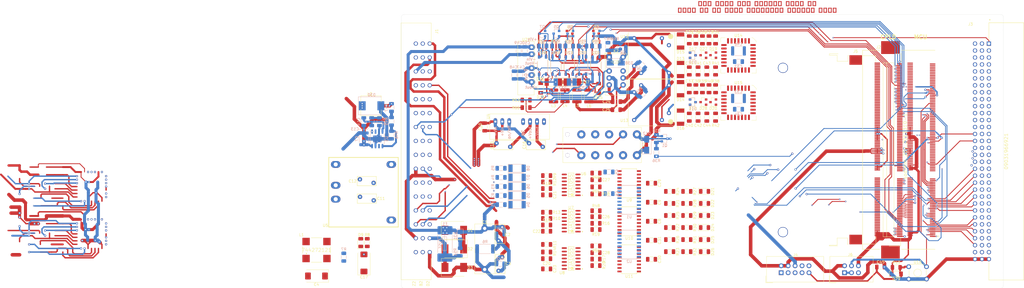
<source format=kicad_pcb>
(kicad_pcb (version 20171130) (host pcbnew "(5.1.2)-2")
  (layers (0 F.Cu signal) (1 In1.Cu signal) (2 In2.Cu signal) (31 B.Cu signal) (34 B.Paste user) (35 F.Paste user) (36 B.SilkS user) (37 F.SilkS user) (38 B.Mask user) (39 F.Mask user) (44 Edge.Cuts user))
  (net 0 "")
  (net 1 "Net-(J1-PadD28)")
  (net 2 "Net-(J1-PadD22)")
  (net 3 "Net-(J1-PadD14)")
  (net 4 "Net-(J1-PadD12)")
  (net 5 "Net-(J1-PadD10)")
  (net 6 "Net-(J1-PadD8)")
  (net 7 "Net-(J1-PadD6)")
  (net 8 "Net-(J1-PadB26)")
  (net 9 "Net-(J1-PadB16)")
  (net 10 "Net-(J1-PadB10)")
  (net 11 "Net-(J1-PadB4)")
  (net 12 "Net-(J1-PadZ30)")
  (net 13 "Net-(J1-PadZ2)")
  (net 14 "Net-(J2-Pad206)")
  (net 15 "Net-(J2-Pad205)")
  (net 16 "Net-(J2-Pad203)")
  (net 17 "Net-(J2-Pad202)")
  (net 18 "Net-(J2-Pad201)")
  (net 19 "Net-(J2-Pad200)")
  (net 20 "Net-(J2-Pad199)")
  (net 21 "Net-(J2-Pad198)")
  (net 22 "Net-(J2-Pad197)")
  (net 23 "Net-(J2-Pad196)")
  (net 24 "Net-(J2-Pad195)")
  (net 25 "Net-(J2-Pad194)")
  (net 26 "Net-(J2-Pad193)")
  (net 27 "Net-(J2-Pad192)")
  (net 28 "Net-(J2-Pad191)")
  (net 29 "Net-(J2-Pad190)")
  (net 30 "Net-(J2-Pad189)")
  (net 31 "Net-(J2-Pad188)")
  (net 32 "Net-(J2-Pad187)")
  (net 33 "Net-(J2-Pad186)")
  (net 34 "Net-(J2-Pad185)")
  (net 35 "Net-(J2-Pad184)")
  (net 36 "Net-(J2-Pad183)")
  (net 37 "Net-(J2-Pad182)")
  (net 38 "Net-(J2-Pad181)")
  (net 39 "Net-(J2-Pad180)")
  (net 40 "Net-(J2-Pad179)")
  (net 41 "Net-(J2-Pad178)")
  (net 42 "Net-(J2-Pad177)")
  (net 43 "Net-(J2-Pad176)")
  (net 44 "Net-(J2-Pad175)")
  (net 45 "Net-(J2-Pad174)")
  (net 46 "Net-(J2-Pad173)")
  (net 47 "Net-(J2-Pad172)")
  (net 48 "Net-(J2-Pad170)")
  (net 49 "Net-(J2-Pad168)")
  (net 50 "Net-(J2-Pad166)")
  (net 51 "Net-(J2-Pad164)")
  (net 52 "Net-(J2-Pad163)")
  (net 53 "Net-(J2-Pad162)")
  (net 54 "Net-(J2-Pad161)")
  (net 55 "Net-(J2-Pad160)")
  (net 56 "Net-(J2-Pad159)")
  (net 57 "Net-(J2-Pad158)")
  (net 58 "Net-(J2-Pad157)")
  (net 59 "Net-(J2-Pad156)")
  (net 60 "Net-(J2-Pad154)")
  (net 61 "Net-(J2-Pad153)")
  (net 62 "Net-(J2-Pad152)")
  (net 63 "Net-(J2-Pad149)")
  (net 64 "Net-(J2-Pad148)")
  (net 65 "Net-(J2-Pad147)")
  (net 66 "Net-(J2-Pad146)")
  (net 67 "Net-(J2-Pad145)")
  (net 68 "Net-(J2-Pad144)")
  (net 69 "Net-(J2-Pad143)")
  (net 70 "Net-(J2-Pad142)")
  (net 71 "Net-(J2-Pad141)")
  (net 72 "Net-(J2-Pad140)")
  (net 73 "Net-(J2-Pad139)")
  (net 74 "Net-(J2-Pad138)")
  (net 75 "Net-(J2-Pad137)")
  (net 76 "Net-(J2-Pad136)")
  (net 77 "Net-(J2-Pad135)")
  (net 78 "Net-(J2-Pad134)")
  (net 79 "Net-(J2-Pad133)")
  (net 80 "Net-(J2-Pad132)")
  (net 81 "Net-(J2-Pad131)")
  (net 82 "Net-(J2-Pad130)")
  (net 83 "Net-(J2-Pad129)")
  (net 84 "Net-(J2-Pad128)")
  (net 85 "Net-(J2-Pad127)")
  (net 86 "Net-(J2-Pad125)")
  (net 87 "Net-(J2-Pad123)")
  (net 88 "Net-(J2-Pad121)")
  (net 89 "Net-(J2-Pad119)")
  (net 90 "Net-(J2-Pad117)")
  (net 91 "Net-(J2-Pad115)")
  (net 92 "Net-(J2-Pad106)")
  (net 93 "Net-(J2-Pad105)")
  (net 94 "Net-(J2-Pad104)")
  (net 95 "Net-(J2-Pad103)")
  (net 96 "Net-(J2-Pad102)")
  (net 97 "Net-(J2-Pad99)")
  (net 98 "Net-(J2-Pad87)")
  (net 99 "Net-(J2-Pad86)")
  (net 100 "Net-(J2-Pad75)")
  (net 101 "Net-(J2-Pad73)")
  (net 102 "Net-(J2-Pad72)")
  (net 103 "Net-(J2-Pad71)")
  (net 104 "Net-(J2-Pad70)")
  (net 105 "Net-(J2-Pad68)")
  (net 106 "Net-(J2-Pad66)")
  (net 107 "Net-(J2-Pad64)")
  (net 108 "Net-(J2-Pad62)")
  (net 109 "Net-(J2-Pad60)")
  (net 110 "Net-(J2-Pad58)")
  (net 111 "Net-(J2-Pad56)")
  (net 112 "Net-(J2-Pad54)")
  (net 113 "Net-(J2-Pad53)")
  (net 114 "Net-(J2-Pad49)")
  (net 115 "Net-(J2-Pad33)")
  (net 116 "Net-(J2-Pad23)")
  (net 117 "Net-(J2-Pad22)")
  (net 118 "Net-(J2-Pad21)")
  (net 119 "Net-(J2-Pad20)")
  (net 120 "Net-(J2-Pad18)")
  (net 121 "Net-(J2-Pad16)")
  (net 122 "Net-(J2-Pad14)")
  (net 123 "Net-(J2-Pad12)")
  (net 124 "Net-(J2-Pad10)")
  (net 125 "Net-(J2-Pad5)")
  (net 126 "Net-(J3-Pad55)")
  (net 127 "Net-(J3-Pad58)")
  (net 128 "Net-(J3-Pad61)")
  (net 129 "Net-(J3-Pad64)")
  (net 130 "Net-(J3-Pad67)")
  (net 131 "Net-(J3-Pad70)")
  (net 132 "Net-(J3-Pad73)")
  (net 133 "Net-(J3-Pad76)")
  (net 134 "Net-(J3-Pad79)")
  (net 135 "Net-(J3-Pad82)")
  (net 136 "Net-(J3-Pad85)")
  (net 137 "Net-(J3-Pad88)")
  (net 138 "Net-(J3-Pad91)")
  (net 139 "Net-(J3-Pad2)")
  (net 140 "Net-(J3-Pad5)")
  (net 141 "Net-(J3-Pad8)")
  (net 142 "Net-(J3-Pad11)")
  (net 143 "Net-(J3-Pad14)")
  (net 144 "Net-(J3-Pad17)")
  (net 145 "Net-(J3-Pad20)")
  (net 146 "Net-(J3-Pad23)")
  (net 147 "Net-(J3-Pad26)")
  (net 148 "Net-(J3-Pad29)")
  (net 149 "Net-(J3-Pad32)")
  (net 150 "Net-(J3-Pad35)")
  (net 151 "Net-(J3-Pad38)")
  (net 152 "Net-(J3-Pad41)")
  (net 153 "Net-(J3-Pad44)")
  (net 154 "Net-(J3-Pad47)")
  (net 155 "Net-(J3-Pad50)")
  (net 156 "Net-(J3-Pad53)")
  (net 157 "Net-(J3-Pad56)")
  (net 158 "Net-(J3-Pad59)")
  (net 159 "Net-(J3-Pad62)")
  (net 160 "Net-(J3-Pad65)")
  (net 161 "Net-(J3-Pad68)")
  (net 162 "Net-(J3-Pad71)")
  (net 163 "Net-(J3-Pad74)")
  (net 164 "Net-(J3-Pad77)")
  (net 165 "Net-(J3-Pad80)")
  (net 166 "Net-(J3-Pad83)")
  (net 167 "Net-(J3-Pad86)")
  (net 168 "Net-(J3-Pad89)")
  (net 169 "Net-(J3-Pad92)")
  (net 170 "Net-(J3-Pad3)")
  (net 171 "Net-(J3-Pad6)")
  (net 172 "Net-(J3-Pad9)")
  (net 173 "Net-(J3-Pad12)")
  (net 174 "Net-(J3-Pad15)")
  (net 175 "Net-(J3-Pad18)")
  (net 176 "Net-(J3-Pad21)")
  (net 177 "Net-(J3-Pad24)")
  (net 178 "Net-(J3-Pad27)")
  (net 179 "Net-(J3-Pad30)")
  (net 180 "Net-(J3-Pad33)")
  (net 181 "Net-(J3-Pad36)")
  (net 182 "Net-(J3-Pad39)")
  (net 183 "Net-(J3-Pad48)")
  (net 184 "Net-(J3-Pad51)")
  (net 185 "Net-(J3-Pad54)")
  (net 186 "Net-(J3-Pad93)")
  (net 187 "Net-(D1-Pad2)")
  (net 188 "Net-(D2-Pad2)")
  (net 189 "Net-(D10-Pad2)")
  (net 190 "Net-(D21-Pad1)")
  (net 191 "Net-(D22-Pad1)")
  (net 192 -BATT)
  (net 193 +BATT)
  (net 194 +5V)
  (net 195 GND)
  (net 196 "Net-(C25-Pad1)")
  (net 197 Earth)
  (net 198 "Net-(C42-Pad1)")
  (net 199 GNDS)
  (net 200 +5VL)
  (net 201 sysCTx0)
  (net 202 sysCRx0)
  (net 203 sysCANL)
  (net 204 sysCANH)
  (net 205 sysEN)
  (net 206 sys~STB)
  (net 207 sys~ERR)
  (net 208 +24V)
  (net 209 "Net-(J1-PadZ32)")
  (net 210 "Net-(J5-Pad28)")
  (net 211 "Net-(J5-Pad51)")
  (net 212 "Net-(J5-Pad53)")
  (net 213 "Net-(J5-Pad55)")
  (net 214 "Net-(J5-Pad62)")
  (net 215 "Net-(J5-Pad72)")
  (net 216 "Net-(J5-Pad81)")
  (net 217 "Net-(J5-Pad82)")
  (net 218 "Net-(J5-Pad83)")
  (net 219 "Net-(J5-Pad84)")
  (net 220 "Net-(J5-Pad85)")
  (net 221 "Net-(J5-Pad86)")
  (net 222 "Net-(J5-Pad87)")
  (net 223 "Net-(J5-Pad88)")
  (net 224 "Net-(J5-Pad90)")
  (net 225 "Net-(J5-Pad92)")
  (net 226 "Net-(J5-Pad105)")
  (net 227 "Net-(J5-Pad106)")
  (net 228 "Net-(J5-Pad107)")
  (net 229 "Net-(J5-Pad108)")
  (net 230 "Net-(J5-Pad109)")
  (net 231 "Net-(J5-Pad111)")
  (net 232 "Net-(J5-Pad113)")
  (net 233 "Net-(J5-Pad115)")
  (net 234 "Net-(J5-Pad117)")
  (net 235 "Net-(J5-Pad119)")
  (net 236 "Net-(J5-Pad121)")
  (net 237 "Net-(J5-Pad123)")
  (net 238 "Net-(J5-Pad125)")
  (net 239 "Net-(J5-Pad127)")
  (net 240 "Net-(J5-Pad128)")
  (net 241 "Net-(J5-Pad129)")
  (net 242 "Net-(J5-Pad130)")
  (net 243 "Net-(J5-Pad131)")
  (net 244 "Net-(J5-Pad132)")
  (net 245 "Net-(J5-Pad133)")
  (net 246 "Net-(J5-Pad134)")
  (net 247 "Net-(J5-Pad135)")
  (net 248 "Net-(J5-Pad136)")
  (net 249 "Net-(J5-Pad137)")
  (net 250 "Net-(J5-Pad138)")
  (net 251 "Net-(J5-Pad140)")
  (net 252 "Net-(J5-Pad142)")
  (net 253 "Net-(J5-Pad144)")
  (net 254 "Net-(J5-Pad146)")
  (net 255 "Net-(J5-Pad148)")
  (net 256 "Net-(J5-Pad150)")
  (net 257 "Net-(J5-Pad152)")
  (net 258 "Net-(J5-Pad154)")
  (net 259 "Net-(J5-Pad156)")
  (net 260 "Net-(J5-Pad158)")
  (net 261 "Net-(J5-Pad160)")
  (net 262 "Net-(J5-Pad162)")
  (net 263 "Net-(J5-Pad164)")
  (net 264 "Net-(J5-Pad166)")
  (net 265 "Net-(J5-Pad168)")
  (net 266 "Net-(J5-Pad170)")
  (net 267 "Net-(J5-Pad172)")
  (net 268 "Net-(J5-Pad174)")
  (net 269 "Net-(J5-Pad176)")
  (net 270 "Net-(J5-Pad178)")
  (net 271 "Net-(J5-Pad180)")
  (net 272 "Net-(J5-Pad182)")
  (net 273 "Net-(J5-Pad184)")
  (net 274 "Net-(J5-Pad186)")
  (net 275 "Net-(J5-Pad188)")
  (net 276 "Net-(J5-Pad190)")
  (net 277 "Net-(J5-Pad192)")
  (net 278 "Net-(J5-Pad194)")
  (net 279 "Net-(J5-Pad196)")
  (net 280 "Net-(J5-Pad198)")
  (net 281 "Net-(J5-Pad200)")
  (net 282 "Net-(J5-Pad202)")
  (net 283 "Net-(Q1-Pad1)")
  (net 284 TrainLine1EN)
  (net 285 TrainLine1~STB)
  (net 286 TrainLine1~ERR)
  (net 287 TrainLine2EN)
  (net 288 TrainLine2~STB)
  (net 289 TrainLine2~ERR)
  (net 290 TrainLine2CRx0)
  (net 291 TrainLine2CTx0)
  (net 292 TrainLine1CRx0)
  (net 293 TrainLine1CTx0)
  (net 294 TrainLineRelayCMD)
  (net 295 FIP1TxCK)
  (net 296 FIP1TxEr)
  (net 297 FIP1RxD)
  (net 298 FIP1CDn)
  (net 299 FIP1WDGn)
  (net 300 FIP1TxEn)
  (net 301 FIP1RESETn)
  (net 302 FIP1TS1)
  (net 303 FIP1TS0)
  (net 304 FIP1TxD)
  (net 305 FIP2TxCK)
  (net 306 FIP2TxEr)
  (net 307 FIP2RxD)
  (net 308 FIP2CDn)
  (net 309 FIP2WDGn)
  (net 310 FIP2TxEn)
  (net 311 FIP2RESETn)
  (net 312 FIP2TS1)
  (net 313 FIP2TS0)
  (net 314 FIP2TxD)
  (net 315 GNDPWR)
  (net 316 MCU_RST)
  (net 317 MCU_BKGD)
  (net 318 isolatedE_BT_UM2A)
  (net 319 isolatedE_BT_UM1B)
  (net 320 isolatedE_BT_UM2B)
  (net 321 isolatedE_BT_UM1A)
  (net 322 outrsrv2)
  (net 323 outrsrv1)
  (net 324 CPLD_ispEN-Prog)
  (net 325 CPLD_TRST)
  (net 326 CPLD_SDO-TDO)
  (net 327 CPLD_SDI-TDI)
  (net 328 CPLD_MODE-TMS)
  (net 329 CPLD_SCLK-TCK)
  (net 330 isolatedoutrsrv2)
  (net 331 isolatedoutrsrv1)
  (net 332 E_BT_UM2A)
  (net 333 E_BT_UM1B)
  (net 334 E_BT_UM2B)
  (net 335 E_BT_UM1A)
  (net 336 +5P)
  (net 337 "Net-(J2-Pad204)")
  (net 338 "Net-(J2-Pad151)")
  (net 339 "Net-(J2-Pad150)")
  (net 340 "Net-(J2-Pad101)")
  (net 341 "Net-(J2-Pad97)")
  (net 342 "Net-(J2-Pad95)")
  (net 343 "Net-(J2-Pad93)")
  (net 344 "Net-(J2-Pad92)")
  (net 345 "Net-(J2-Pad91)")
  (net 346 "Net-(J2-Pad90)")
  (net 347 "Net-(J2-Pad89)")
  (net 348 "Net-(J2-Pad88)")
  (net 349 "Net-(J2-Pad85)")
  (net 350 "Net-(J2-Pad84)")
  (net 351 "Net-(J2-Pad83)")
  (net 352 "Net-(J2-Pad82)")
  (net 353 "Net-(J2-Pad79)")
  (net 354 "Net-(J2-Pad77)")
  (net 355 "Net-(J2-Pad51)")
  (net 356 BoardID)
  (net 357 IsolatedBoardID)
  (net 358 "Net-(U11-Pad12)")
  (net 359 Spi1-MISO)
  (net 360 Spi1-MOSI)
  (net 361 Spi1-SCK)
  (net 362 Spi1-~CS)
  (net 363 Spi2-MISO)
  (net 364 Spi2-MOSI)
  (net 365 Spi2-SCK)
  (net 366 Spi2-~CS)
  (net 367 "Net-(J2-Pad31)")
  (net 368 Spi0-SCK)
  (net 369 Spi0-MOSI)
  (net 370 Spi0-MISO)
  (net 371 TxD0)
  (net 372 RxD0)
  (net 373 "Net-(J5-Pad204)")
  (net 374 "Net-(J5-Pad104)")
  (net 375 "Net-(J5-Pad102)")
  (net 376 "Net-(J5-Pad50)")
  (net 377 "Net-(J5-Pad26)")
  (net 378 "Net-(J5-Pad24)")
  (net 379 "Net-(J5-Pad22)")
  (net 380 "Net-(J5-Pad20)")
  (net 381 "Net-(J5-Pad18)")
  (net 382 "Net-(J5-Pad16)")
  (net 383 "Net-(J5-Pad14)")
  (net 384 "Net-(J5-Pad12)")
  (net 385 "Net-(J5-Pad10)")
  (net 386 "Net-(J5-Pad103)")
  (net 387 "Net-(J5-Pad101)")
  (net 388 "Net-(J5-Pad49)")
  (net 389 "Net-(J5-Pad19)")
  (net 390 "Net-(J5-Pad17)")
  (net 391 "Net-(J5-Pad15)")
  (net 392 "Net-(J5-Pad13)")
  (net 393 MCU-Pin103)
  (net 394 MCU-Pin101)
  (net 395 MCU-Pin99)
  (net 396 MCU-Pin97)
  (net 397 MCU-Pin96)
  (net 398 MCU-Pin95)
  (net 399 MCU-Pin94)
  (net 400 MCU-Pin93)
  (net 401 MCU-Pin92)
  (net 402 MCU-Pin91)
  (net 403 MCU-Pin90)
  (net 404 MCU-Pin89)
  (net 405 TrainLineRelayFB)
  (net 406 "Net-(D11-Pad2)")
  (net 407 InputsupplyOK)
  (net 408 "Net-(C24-Pad1)")
  (net 409 "Net-(C39-Pad2)")
  (net 410 "Net-(C39-Pad1)")
  (net 411 "Net-(C40-Pad1)")
  (net 412 "Net-(C40-Pad2)")
  (net 413 "Net-(C41-Pad2)")
  (net 414 "Net-(C41-Pad1)")
  (net 415 "Net-(C42-Pad2)")
  (net 416 "Net-(C43-Pad2)")
  (net 417 "Net-(C44-Pad2)")
  (net 418 "Net-(D9-Pad1)")
  (net 419 "Net-(D10-Pad1)")
  (net 420 "Net-(D11-Pad1)")
  (net 421 "Net-(D10-Pad3)")
  (net 422 "Net-(D11-Pad3)")
  (net 423 "Net-(D23-Pad1)")
  (net 424 "Net-(D24-Pad1)")
  (net 425 "Net-(D25-Pad1)")
  (net 426 "Net-(D26-Pad1)")
  (net 427 "Net-(D27-Pad1)")
  (net 428 "Net-(D27-Pad2)")
  (net 429 "Net-(D28-Pad1)")
  (net 430 "Net-(D28-Pad2)")
  (net 431 "Net-(J4-Pad8)")
  (net 432 "Net-(J6-Pad5)")
  (net 433 "Net-(R9-Pad1)")
  (net 434 "Net-(R10-Pad1)")
  (net 435 "Net-(R11-Pad1)")
  (net 436 "Net-(R12-Pad2)")
  (net 437 "Net-(R13-Pad2)")
  (net 438 "Net-(R14-Pad2)")
  (net 439 "Net-(R15-Pad2)")
  (net 440 "Net-(R16-Pad2)")
  (net 441 "Net-(R17-Pad2)")
  (net 442 "Net-(R18-Pad1)")
  (net 443 "Net-(R18-Pad2)")
  (net 444 "Net-(R19-Pad1)")
  (net 445 "Net-(R19-Pad2)")
  (net 446 "Net-(R20-Pad2)")
  (net 447 "Net-(R20-Pad1)")
  (net 448 "Net-(R21-Pad1)")
  (net 449 "Net-(R22-Pad1)")
  (net 450 "Net-(R23-Pad1)")
  (net 451 "Net-(R34-Pad2)")
  (net 452 "Net-(R35-Pad2)")
  (net 453 "Net-(R41-Pad1)")
  (net 454 "Net-(R42-Pad1)")
  (net 455 "Net-(U2-Pad13)")
  (net 456 "Net-(U2-Pad12)")
  (net 457 "Net-(U4-Pad5)")
  (net 458 "Net-(U4-Pad8)")
  (net 459 "Net-(U6-Pad4)")
  (net 460 "Net-(U6-Pad5)")
  (net 461 "Net-(U6-Pad6)")
  (net 462 "Net-(U10-Pad12)")
  (net 463 "Net-(C35-Pad1)")
  (net 464 "Net-(C37-Pad1)")
  (net 465 "Net-(J5-Pad63)")
  (net 466 "Net-(J5-Pad61)")
  (net 467 "Net-(J5-Pad59)")
  (net 468 "Net-(J5-Pad57)")
  (net 469 "Net-(J5-Pad99)")
  (net 470 "Net-(J5-Pad97)")
  (net 471 "Net-(J5-Pad95)")
  (net 472 "Net-(J5-Pad93)")
  (net 473 "Net-(J5-Pad91)")
  (net 474 "Net-(J5-Pad89)")
  (net 475 "Net-(J3-Pad22)")
  (net 476 "Net-(J3-Pad19)")
  (net 477 "Net-(J3-Pad16)")
  (net 478 "Net-(J3-Pad13)")
  (net 479 "Net-(J3-Pad43)")
  (net 480 "Net-(J3-Pad40)")
  (net 481 "Net-(J3-Pad37)")
  (net 482 "Net-(J3-Pad34)")
  (net 483 "Net-(J3-Pad31)")
  (net 484 "Net-(J3-Pad28)")
  (net 485 "Net-(J3-Pad25)")
  (net 486 "Net-(J5-Pad48)")
  (net 487 "Net-(J5-Pad46)")
  (net 488 "Net-(J5-Pad44)")
  (net 489 "Net-(J5-Pad42)")
  (net 490 "Net-(J5-Pad40)")
  (net 491 "Net-(J5-Pad38)")
  (net 492 "Net-(J5-Pad36)")
  (net 493 "Net-(J5-Pad34)")
  (net 494 "Net-(J5-Pad32)")
  (net 495 "Net-(J5-Pad30)")
  (net 496 "Net-(J5-Pad70)")
  (net 497 "Net-(J5-Pad68)")
  (net 498 "Net-(J5-Pad66)")
  (net 499 "Net-(J5-Pad64)")
  (net 500 "Net-(J5-Pad60)")
  (net 501 "Net-(J5-Pad58)")
  (net 502 "Net-(J5-Pad56)")
  (net 503 "Net-(J5-Pad54)")
  (net 504 "Net-(J5-Pad52)")
  (net 505 "Net-(D15-Pad1)")
  (net 506 "Net-(D19-Pad1)")
  (net 507 "Net-(D19-Pad2)")
  (net 508 "Net-(D16-Pad1)")
  (net 509 "Net-(D20-Pad1)")
  (net 510 "Net-(D20-Pad2)")
  (net 511 "Net-(J1-PadB2)")
  (net 512 "Net-(J1-PadZ10)")
  (net 513 "Net-(J1-PadZ12)")
  (net 514 "Net-(J1-PadZ22)")
  (net 515 "Net-(J1-PadZ24)")
  (net 516 "Net-(J1-PadZ26)")
  (net 517 "Net-(J1-PadB18)")
  (net 518 "Net-(J1-PadB24)")
  (net 519 "Net-(J1-PadB28)")
  (net 520 "Net-(F1-Pad2)")
  (net 521 +5VP)
  (net 522 GNDA)
  (net 523 "Net-(D4-Pad1)")
  (net 524 "Net-(D5-Pad1)")
  (net 525 "Net-(D6-Pad1)")
  (net 526 "Net-(D7-Pad1)")
  (net 527 "Net-(D8-Pad1)")
  (net 528 "Net-(C13-Pad1)")
  (net 529 "Net-(D30-Pad1)")
  (net 530 "Net-(R45-Pad1)")
  (net 531 "Net-(R45-Pad2)")
  (net 532 "Net-(U3-Pad2)")
  (net 533 "Net-(U3-Pad6)")
  (net 534 "Net-(C13-Pad2)")
  (net 535 "Net-(D31-Pad2)")
  (net 536 "Net-(R48-Pad1)")
  (net 537 "Net-(R49-Pad1)")
  (net 538 "Net-(R50-Pad1)")
  (net 539 "Net-(U2-Pad7)")
  (net 540 "Net-(U2-Pad6)")
  (net 541 "Net-(U10-Pad14)")
  (net 542 "Net-(U10-Pad11)")
  (net 543 "Net-(U11-Pad14)")
  (net 544 "Net-(U11-Pad11)")
  (net 545 "Net-(U9-Pad15)")
  (net 546 "Net-(U10-Pad15)")
  (net 547 "Net-(U10-Pad2)")
  (net 548 "Net-(U11-Pad15)")
  (net 549 "Net-(C24-Pad2)")
  (net 550 "Net-(C25-Pad2)")
  (net 551 "Net-(C47-Pad2)")
  (net 552 "Net-(C47-Pad1)")
  (net 553 "Net-(D32-Pad2)")
  (net 554 "Net-(D32-Pad1)")
  (net 555 "Net-(D33-Pad1)")
  (net 556 "Net-(D33-Pad2)")
  (net 557 "Net-(D34-Pad2)")
  (net 558 "Net-(D35-Pad2)")
  (net 559 "Net-(D35-Pad1)")
  (net 560 "Net-(D36-Pad1)")
  (net 561 "Net-(D36-Pad2)")
  (net 562 "Net-(D37-Pad2)")
  (net 563 FIPRelayFB)
  (net 564 RelayedTrainLineBCANH)
  (net 565 RelayedTrainLineBCANL)
  (net 566 RelayedTrainLineACANH)
  (net 567 RelayedTrainLineACANL)
  (net 568 17ConnA1)
  (net 569 18ConnB2)
  (net 570 18ConnA1)
  (net 571 17ConnB2)
  (net 572 FIPRelayCMD)
  (net 573 FIPOpto10CMD)
  (net 574 FIPOpto9CMD)
  (net 575 FIPOpto8Out)
  (net 576 FIPOpto7Out)
  (net 577 FIPOpto6CMD)
  (net 578 FIPOpto5CMD)
  (net 579 FIPOpto4Out)
  (net 580 FIPOpto3CMD)
  (net 581 FIPOpto2CMD)
  (net 582 FIPOpto1Out)
  (net 583 TrainLineACANL)
  (net 584 TrainLineBCANL)
  (net 585 TrainLineACANH)
  (net 586 TrainLineBCANH)
  (net 587 "Net-(Q2-Pad3)")
  (net 588 "Net-(Q3-Pad3)")
  (net 589 "Net-(Q4-Pad3)")
  (net 590 "Net-(Q5-Pad3)")
  (net 591 "Net-(Q6-Pad3)")
  (net 592 "Net-(Q7-Pad3)")
  (net 593 "Net-(Q8-Pad1)")
  (net 594 "Net-(R56-Pad2)")
  (net 595 "Net-(R58-Pad2)")
  (net 596 "Net-(R60-Pad1)")
  (net 597 "Net-(R61-Pad2)")
  (net 598 "Net-(R62-Pad1)")
  (net 599 "Net-(R63-Pad2)")
  (net 600 "Net-(R55-Pad1)")
  (net 601 "Net-(R53-Pad1)")
  (net 602 "Net-(U19-Pad6)")
  (net 603 "Net-(U27-Pad5)")
  (net 604 "Net-(U9-Pad2)")
  (net 605 "Net-(U11-Pad2)")
  (net 606 "Net-(J3-Pad10)")
  (net 607 "Net-(J3-Pad7)")
  (module Package_SO:SOIC-16W_5.3x10.2mm_P1.27mm (layer F.Cu) (at 143.27 139.44 180)
    (fp_text reference U11 (at 0 -6.2) (layer F.SilkS))
    (fp_text value Si8662BB-AU)
    (pad 16 smd rect (at 3.55 -4.445 180) (size 1.5 0.6) (layers F.Cu F.Paste F.Mask) (net 200 +5VL))
    (pad 15 smd rect (at 3.55 -3.175 180) (size 1.5 0.6) (layers F.Cu F.Paste F.Mask) (net 548 "Net-(U11-Pad15)"))
    (pad 14 smd rect (at 3.55 -1.905 180) (size 1.5 0.6) (layers F.Cu F.Paste F.Mask) (net 543 "Net-(U11-Pad14)"))
    (pad 13 smd rect (at 3.55 -0.635 180) (size 1.5 0.6) (layers F.Cu F.Paste F.Mask) (net 446 "Net-(R20-Pad2)"))
    (pad 12 smd rect (at 3.55 0.635 180) (size 1.5 0.6) (layers F.Cu F.Paste F.Mask) (net 358 "Net-(U11-Pad12)"))
    (pad 11 smd rect (at 3.55 1.905 180) (size 1.5 0.6) (layers F.Cu F.Paste F.Mask) (net 544 "Net-(U11-Pad11)"))
    (pad 10 smd rect (at 3.55 3.175 180) (size 1.5 0.6) (layers F.Cu F.Paste F.Mask) (net 441 "Net-(R17-Pad2)"))
    (pad 9 smd rect (at 3.55 4.445 180) (size 1.5 0.6) (layers F.Cu F.Paste F.Mask) (net 199 GNDS))
    (pad 8 smd rect (at -3.55 4.445 180) (size 1.5 0.6) (layers F.Cu F.Paste F.Mask) (net 195 GND))
    (pad 7 smd rect (at -3.55 3.175 180) (size 1.5 0.6) (layers F.Cu F.Paste F.Mask) (net 202 sysCRx0))
    (pad 6 smd rect (at -3.55 1.905 180) (size 1.5 0.6) (layers F.Cu F.Paste F.Mask) (net 207 sys~ERR))
    (pad 5 smd rect (at -3.55 0.635 180) (size 1.5 0.6) (layers F.Cu F.Paste F.Mask) (net 206 sys~STB))
    (pad 4 smd rect (at -3.55 -0.635 180) (size 1.5 0.6) (layers F.Cu F.Paste F.Mask) (net 450 "Net-(R23-Pad1)"))
    (pad 3 smd rect (at -3.55 -1.905 180) (size 1.5 0.6) (layers F.Cu F.Paste F.Mask) (net 205 sysEN))
    (pad 2 smd rect (at -3.55 -3.175 180) (size 1.5 0.6) (layers F.Cu F.Paste F.Mask) (net 605 "Net-(U11-Pad2)"))
    (pad 1 smd rect (at -3.55 -4.445 180) (size 1.5 0.6) (layers F.Cu F.Paste F.Mask) (net 194 +5V))
  )
  (module Package_SO:SOIC-16W_5.3x10.2mm_P1.27mm (layer F.Cu) (at 143.27 125.54 180)
    (fp_text reference U10 (at 0 -6.2) (layer F.SilkS))
    (fp_text value Si8662BB-AU)
    (pad 16 smd rect (at 3.55 -4.445 180) (size 1.5 0.6) (layers F.Cu F.Paste F.Mask) (net 521 +5VP))
    (pad 15 smd rect (at 3.55 -3.175 180) (size 1.5 0.6) (layers F.Cu F.Paste F.Mask) (net 546 "Net-(U10-Pad15)"))
    (pad 14 smd rect (at 3.55 -1.905 180) (size 1.5 0.6) (layers F.Cu F.Paste F.Mask) (net 541 "Net-(U10-Pad14)"))
    (pad 13 smd rect (at 3.55 -0.635 180) (size 1.5 0.6) (layers F.Cu F.Paste F.Mask) (net 445 "Net-(R19-Pad2)"))
    (pad 12 smd rect (at 3.55 0.635 180) (size 1.5 0.6) (layers F.Cu F.Paste F.Mask) (net 462 "Net-(U10-Pad12)"))
    (pad 11 smd rect (at 3.55 1.905 180) (size 1.5 0.6) (layers F.Cu F.Paste F.Mask) (net 542 "Net-(U10-Pad11)"))
    (pad 10 smd rect (at 3.55 3.175 180) (size 1.5 0.6) (layers F.Cu F.Paste F.Mask) (net 440 "Net-(R16-Pad2)"))
    (pad 9 smd rect (at 3.55 4.445 180) (size 1.5 0.6) (layers F.Cu F.Paste F.Mask) (net 522 GNDA))
    (pad 8 smd rect (at -3.55 4.445 180) (size 1.5 0.6) (layers F.Cu F.Paste F.Mask) (net 195 GND))
    (pad 7 smd rect (at -3.55 3.175 180) (size 1.5 0.6) (layers F.Cu F.Paste F.Mask) (net 290 TrainLine2CRx0))
    (pad 6 smd rect (at -3.55 1.905 180) (size 1.5 0.6) (layers F.Cu F.Paste F.Mask) (net 289 TrainLine2~ERR))
    (pad 5 smd rect (at -3.55 0.635 180) (size 1.5 0.6) (layers F.Cu F.Paste F.Mask) (net 288 TrainLine2~STB))
    (pad 4 smd rect (at -3.55 -0.635 180) (size 1.5 0.6) (layers F.Cu F.Paste F.Mask) (net 449 "Net-(R22-Pad1)"))
    (pad 3 smd rect (at -3.55 -1.905 180) (size 1.5 0.6) (layers F.Cu F.Paste F.Mask) (net 287 TrainLine2EN))
    (pad 2 smd rect (at -3.55 -3.175 180) (size 1.5 0.6) (layers F.Cu F.Paste F.Mask) (net 547 "Net-(U10-Pad2)"))
    (pad 1 smd rect (at -3.55 -4.445 180) (size 1.5 0.6) (layers F.Cu F.Paste F.Mask) (net 194 +5V))
  )
  (module Package_SO:SOIC-16W_5.3x10.2mm_P1.27mm (layer F.Cu) (at 143.27 111.64 180)
    (fp_text reference U9 (at 0 -6.2) (layer F.SilkS))
    (fp_text value Si8662BB-AU)
    (pad 16 smd rect (at 3.55 -4.445 180) (size 1.5 0.6) (layers F.Cu F.Paste F.Mask) (net 521 +5VP))
    (pad 15 smd rect (at 3.55 -3.175 180) (size 1.5 0.6) (layers F.Cu F.Paste F.Mask) (net 545 "Net-(U9-Pad15)"))
    (pad 14 smd rect (at 3.55 -1.905 180) (size 1.5 0.6) (layers F.Cu F.Paste F.Mask) (net 461 "Net-(U6-Pad6)"))
    (pad 13 smd rect (at 3.55 -0.635 180) (size 1.5 0.6) (layers F.Cu F.Paste F.Mask) (net 443 "Net-(R18-Pad2)"))
    (pad 12 smd rect (at 3.55 0.635 180) (size 1.5 0.6) (layers F.Cu F.Paste F.Mask) (net 460 "Net-(U6-Pad5)"))
    (pad 11 smd rect (at 3.55 1.905 180) (size 1.5 0.6) (layers F.Cu F.Paste F.Mask) (net 459 "Net-(U6-Pad4)"))
    (pad 10 smd rect (at 3.55 3.175 180) (size 1.5 0.6) (layers F.Cu F.Paste F.Mask) (net 439 "Net-(R15-Pad2)"))
    (pad 9 smd rect (at 3.55 4.445 180) (size 1.5 0.6) (layers F.Cu F.Paste F.Mask) (net 522 GNDA))
    (pad 8 smd rect (at -3.55 4.445 180) (size 1.5 0.6) (layers F.Cu F.Paste F.Mask) (net 195 GND))
    (pad 7 smd rect (at -3.55 3.175 180) (size 1.5 0.6) (layers F.Cu F.Paste F.Mask) (net 292 TrainLine1CRx0))
    (pad 6 smd rect (at -3.55 1.905 180) (size 1.5 0.6) (layers F.Cu F.Paste F.Mask) (net 286 TrainLine1~ERR))
    (pad 5 smd rect (at -3.55 0.635 180) (size 1.5 0.6) (layers F.Cu F.Paste F.Mask) (net 285 TrainLine1~STB))
    (pad 4 smd rect (at -3.55 -0.635 180) (size 1.5 0.6) (layers F.Cu F.Paste F.Mask) (net 448 "Net-(R21-Pad1)"))
    (pad 3 smd rect (at -3.55 -1.905 180) (size 1.5 0.6) (layers F.Cu F.Paste F.Mask) (net 284 TrainLine1EN))
    (pad 2 smd rect (at -3.55 -3.175 180) (size 1.5 0.6) (layers F.Cu F.Paste F.Mask) (net 604 "Net-(U9-Pad2)"))
    (pad 1 smd rect (at -3.55 -4.445 180) (size 1.5 0.6) (layers F.Cu F.Paste F.Mask) (net 194 +5V))
  )
  (module Package_SO:SOIC-16W_5.3x10.2mm_P1.27mm (layer B.Cu) (at 143.27 134.05)
    (fp_text reference U2 (at 0 6.2) (layer B.SilkS) (effects (justify mirror)))
    (fp_text value Si8662BB-AU)
    (pad 16 smd rect (at 3.55 4.445) (size 1.5 0.6) (layers B.Cu B.Paste B.Mask) (net 194 +5V))
    (pad 15 smd rect (at 3.55 3.175) (size 1.5 0.6) (layers B.Cu B.Paste B.Mask) (net 357 IsolatedBoardID))
    (pad 14 smd rect (at 3.55 1.905) (size 1.5 0.6) (layers B.Cu B.Paste B.Mask) (net 407 InputsupplyOK))
    (pad 13 smd rect (at 3.55 0.635) (size 1.5 0.6) (layers B.Cu B.Paste B.Mask) (net 455 "Net-(U2-Pad13)"))
    (pad 12 smd rect (at 3.55 -0.635) (size 1.5 0.6) (layers B.Cu B.Paste B.Mask) (net 456 "Net-(U2-Pad12)"))
    (pad 11 smd rect (at 3.55 -1.905) (size 1.5 0.6) (layers B.Cu B.Paste B.Mask) (net 195 GND))
    (pad 10 smd rect (at 3.55 -3.175) (size 1.5 0.6) (layers B.Cu B.Paste B.Mask) (net 195 GND))
    (pad 9 smd rect (at 3.55 -4.445) (size 1.5 0.6) (layers B.Cu B.Paste B.Mask) (net 195 GND))
    (pad 8 smd rect (at -3.55 -4.445) (size 1.5 0.6) (layers B.Cu B.Paste B.Mask) (net 192 -BATT))
    (pad 7 smd rect (at -3.55 -3.175) (size 1.5 0.6) (layers B.Cu B.Paste B.Mask) (net 539 "Net-(U2-Pad7)"))
    (pad 6 smd rect (at -3.55 -1.905) (size 1.5 0.6) (layers B.Cu B.Paste B.Mask) (net 540 "Net-(U2-Pad6)"))
    (pad 5 smd rect (at -3.55 -0.635) (size 1.5 0.6) (layers B.Cu B.Paste B.Mask) (net 192 -BATT))
    (pad 4 smd rect (at -3.55 0.635) (size 1.5 0.6) (layers B.Cu B.Paste B.Mask) (net 192 -BATT))
    (pad 3 smd rect (at -3.55 1.905) (size 1.5 0.6) (layers B.Cu B.Paste B.Mask) (net 523 "Net-(D4-Pad1)"))
    (pad 2 smd rect (at -3.55 3.175) (size 1.5 0.6) (layers B.Cu B.Paste B.Mask) (net 356 BoardID))
    (pad 1 smd rect (at -3.55 4.445) (size 1.5 0.6) (layers B.Cu B.Paste B.Mask) (net 336 +5P))
  )
  (module Package_SO:SOIC-16W_5.3x10.2mm_P1.27mm (layer B.Cu) (at 143.27 117.73)
    (fp_text reference U1 (at 0 6.2) (layer B.SilkS) (effects (justify mirror)))
    (fp_text value Si8662BB-AU)
    (pad 16 smd rect (at 3.55 4.445) (size 1.5 0.6) (layers B.Cu B.Paste B.Mask) (net 194 +5V))
    (pad 15 smd rect (at 3.55 3.175) (size 1.5 0.6) (layers B.Cu B.Paste B.Mask) (net 321 isolatedE_BT_UM1A))
    (pad 14 smd rect (at 3.55 1.905) (size 1.5 0.6) (layers B.Cu B.Paste B.Mask) (net 320 isolatedE_BT_UM2B))
    (pad 13 smd rect (at 3.55 0.635) (size 1.5 0.6) (layers B.Cu B.Paste B.Mask) (net 319 isolatedE_BT_UM1B))
    (pad 12 smd rect (at 3.55 -0.635) (size 1.5 0.6) (layers B.Cu B.Paste B.Mask) (net 318 isolatedE_BT_UM2A))
    (pad 11 smd rect (at 3.55 -1.905) (size 1.5 0.6) (layers B.Cu B.Paste B.Mask) (net 323 outrsrv1))
    (pad 10 smd rect (at 3.55 -3.175) (size 1.5 0.6) (layers B.Cu B.Paste B.Mask) (net 322 outrsrv2))
    (pad 9 smd rect (at 3.55 -4.445) (size 1.5 0.6) (layers B.Cu B.Paste B.Mask) (net 195 GND))
    (pad 8 smd rect (at -3.55 -4.445) (size 1.5 0.6) (layers B.Cu B.Paste B.Mask) (net 192 -BATT))
    (pad 7 smd rect (at -3.55 -3.175) (size 1.5 0.6) (layers B.Cu B.Paste B.Mask) (net 330 isolatedoutrsrv2))
    (pad 6 smd rect (at -3.55 -1.905) (size 1.5 0.6) (layers B.Cu B.Paste B.Mask) (net 331 isolatedoutrsrv1))
    (pad 5 smd rect (at -3.55 -0.635) (size 1.5 0.6) (layers B.Cu B.Paste B.Mask) (net 527 "Net-(D8-Pad1)"))
    (pad 4 smd rect (at -3.55 0.635) (size 1.5 0.6) (layers B.Cu B.Paste B.Mask) (net 526 "Net-(D7-Pad1)"))
    (pad 3 smd rect (at -3.55 1.905) (size 1.5 0.6) (layers B.Cu B.Paste B.Mask) (net 525 "Net-(D6-Pad1)"))
    (pad 2 smd rect (at -3.55 3.175) (size 1.5 0.6) (layers B.Cu B.Paste B.Mask) (net 524 "Net-(D5-Pad1)"))
    (pad 1 smd rect (at -3.55 4.445) (size 1.5 0.6) (layers B.Cu B.Paste B.Mask) (net 336 +5P))
  )
  (module Resistor_SMD:R_1206_3216Metric (layer B.Cu) (at 56.42 89.02 270)
    (fp_text reference R45 (at 0 1.82 90) (layer B.SilkS) (effects (justify mirror)))
    (fp_text value "8.2k1%(1206)#")
    (pad 2 smd roundrect (at 1.4 0 270) (size 1.25 1.75) (layers B.Cu B.Paste B.Mask) (roundrect_rratio 0.2) (net 531 "Net-(R45-Pad2)"))
    (pad 1 smd roundrect (at -1.4 0 270) (size 1.25 1.75) (layers B.Cu B.Paste B.Mask) (roundrect_rratio 0.2) (net 530 "Net-(R45-Pad1)"))
  )
  (module Resistor_SMD:R_1206_3216Metric (layer B.Cu) (at 56.42 83.99 270)
    (fp_text reference R47 (at 0 1.82 270) (layer B.SilkS) (effects (justify mirror)))
    (fp_text value "820R(1206)")
    (pad 2 smd roundrect (at 1.4 0 270) (size 1.25 1.75) (layers B.Cu B.Paste B.Mask) (roundrect_rratio 0.2) (net 530 "Net-(R45-Pad1)"))
    (pad 1 smd roundrect (at -1.4 0 270) (size 1.25 1.75) (layers B.Cu B.Paste B.Mask) (roundrect_rratio 0.2) (net 336 +5P))
  )
  (module Resistor_SMD:R_1206_3216Metric (layer F.Cu) (at 105.6 84.01 180)
    (fp_text reference R55 (at 3.72 -0.09) (layer F.SilkS))
    (fp_text value "100k(1206)#")
    (pad 2 smd roundrect (at 1.4 0 180) (size 1.25 1.75) (layers F.Cu F.Paste F.Mask) (roundrect_rratio 0.2) (net 568 17ConnA1))
    (pad 1 smd roundrect (at -1.4 0 180) (size 1.25 1.75) (layers F.Cu F.Paste F.Mask) (roundrect_rratio 0.2) (net 600 "Net-(R55-Pad1)"))
  )
  (module Resistor_SMD:R_1206_3216Metric (layer F.Cu) (at 105.6 81.26 180)
    (fp_text reference R53 (at 3.72 -0.05) (layer F.SilkS))
    (fp_text value "100k(1206)#")
    (pad 2 smd roundrect (at 1.4 0 180) (size 1.25 1.75) (layers F.Cu F.Paste F.Mask) (roundrect_rratio 0.2) (net 570 18ConnA1))
    (pad 1 smd roundrect (at -1.4 0 180) (size 1.25 1.75) (layers F.Cu F.Paste F.Mask) (roundrect_rratio 0.2) (net 601 "Net-(R53-Pad1)"))
  )
  (module MLC:09061486901 (layer F.Cu) (at 62.76 100 270)
    (fp_text reference J1 (at -43.852675 -10.168735 90) (layer F.SilkS) (effects (font (size 1.000858 1.000858))))
    (fp_text value DIN-Power_F048MS-3,0C1-2)
    (fp_text user Z2 (at 48.3391 -1.90812 90) (layer F.SilkS) (effects (font (size 1.001638 1.001638))))
    (fp_text user B2 (at 48.2903 -4.44779 90) (layer F.SilkS) (effects (font (size 1.00063 1.00063))))
    (fp_text user D2 (at 48.3049 -6.99149 90) (layer F.SilkS) (effects (font (size 1.000929 1.000929))))
    (pad None np_thru_hole circle (at -44.45 0 270) (size 2.8 2.8) (drill 2.8) (layers *.Cu *.Mask))
    (pad None np_thru_hole circle (at 44.45 0 270) (size 2.8 2.8) (drill 2.8) (layers *.Cu *.Mask))
    (pad Z2 thru_hole circle (at 36.83 -2.54 270) (size 1.508 1.508) (drill 1) (layers *.Cu *.Mask) (net 13 "Net-(J1-PadZ2)"))
    (pad B2 thru_hole circle (at 36.83 -5.08 270) (size 1.508 1.508) (drill 1) (layers *.Cu *.Mask) (net 511 "Net-(J1-PadB2)"))
    (pad D2 thru_hole circle (at 36.83 -7.62 270) (size 1.508 1.508) (drill 1) (layers *.Cu *.Mask) (net 192 -BATT))
    (pad Z4 thru_hole circle (at 31.75 -2.54 270) (size 1.508 1.508) (drill 1) (layers *.Cu *.Mask) (net 522 GNDA))
    (pad Z6 thru_hole circle (at 26.67 -2.54 270) (size 1.508 1.508) (drill 1) (layers *.Cu *.Mask) (net 564 RelayedTrainLineBCANH))
    (pad Z8 thru_hole circle (at 21.59 -2.54 270) (size 1.508 1.508) (drill 1) (layers *.Cu *.Mask) (net 565 RelayedTrainLineBCANL))
    (pad Z10 thru_hole circle (at 16.51 -2.54 270) (size 1.508 1.508) (drill 1) (layers *.Cu *.Mask) (net 512 "Net-(J1-PadZ10)"))
    (pad Z12 thru_hole circle (at 11.43 -2.54 270) (size 1.508 1.508) (drill 1) (layers *.Cu *.Mask) (net 513 "Net-(J1-PadZ12)"))
    (pad Z14 thru_hole circle (at 6.35 -2.54 270) (size 1.508 1.508) (drill 1) (layers *.Cu *.Mask) (net 522 GNDA))
    (pad Z16 thru_hole circle (at 1.27 -2.54 270) (size 1.508 1.508) (drill 1) (layers *.Cu *.Mask) (net 566 RelayedTrainLineACANH))
    (pad Z18 thru_hole circle (at -3.81 -2.54 270) (size 1.508 1.508) (drill 1) (layers *.Cu *.Mask) (net 567 RelayedTrainLineACANL))
    (pad Z20 thru_hole circle (at -8.89 -2.54 270) (size 1.508 1.508) (drill 1) (layers *.Cu *.Mask) (net 568 17ConnA1))
    (pad Z22 thru_hole circle (at -13.97 -2.54 270) (size 1.508 1.508) (drill 1) (layers *.Cu *.Mask) (net 514 "Net-(J1-PadZ22)"))
    (pad Z24 thru_hole circle (at -19.05 -2.54 270) (size 1.508 1.508) (drill 1) (layers *.Cu *.Mask) (net 515 "Net-(J1-PadZ24)"))
    (pad Z26 thru_hole circle (at -24.13 -2.54 270) (size 1.508 1.508) (drill 1) (layers *.Cu *.Mask) (net 516 "Net-(J1-PadZ26)"))
    (pad Z28 thru_hole circle (at -29.21 -2.54 270) (size 1.508 1.508) (drill 1) (layers *.Cu *.Mask) (net 192 -BATT))
    (pad Z30 thru_hole circle (at -34.29 -2.54 270) (size 1.508 1.508) (drill 1) (layers *.Cu *.Mask) (net 12 "Net-(J1-PadZ30)"))
    (pad Z32 thru_hole circle (at -39.37 -2.54 270) (size 1.508 1.508) (drill 1) (layers *.Cu *.Mask) (net 209 "Net-(J1-PadZ32)"))
    (pad B4 thru_hole circle (at 31.75 -5.08 270) (size 1.508 1.508) (drill 1) (layers *.Cu *.Mask) (net 11 "Net-(J1-PadB4)"))
    (pad B6 thru_hole circle (at 26.67 -5.08 270) (size 1.508 1.508) (drill 1) (layers *.Cu *.Mask) (net 335 E_BT_UM1A))
    (pad B8 thru_hole circle (at 21.59 -5.08 270) (size 1.508 1.508) (drill 1) (layers *.Cu *.Mask) (net 334 E_BT_UM2B))
    (pad B10 thru_hole circle (at 16.51 -5.08 270) (size 1.508 1.508) (drill 1) (layers *.Cu *.Mask) (net 10 "Net-(J1-PadB10)"))
    (pad B12 thru_hole circle (at 11.43 -5.08 270) (size 1.508 1.508) (drill 1) (layers *.Cu *.Mask) (net 336 +5P))
    (pad B14 thru_hole circle (at 6.35 -5.08 270) (size 1.508 1.508) (drill 1) (layers *.Cu *.Mask) (net 333 E_BT_UM1B))
    (pad B16 thru_hole circle (at 1.27 -5.08 270) (size 1.508 1.508) (drill 1) (layers *.Cu *.Mask) (net 9 "Net-(J1-PadB16)"))
    (pad B18 thru_hole circle (at -3.81 -5.08 270) (size 1.508 1.508) (drill 1) (layers *.Cu *.Mask) (net 517 "Net-(J1-PadB18)"))
    (pad B20 thru_hole circle (at -8.89 -5.08 270) (size 1.508 1.508) (drill 1) (layers *.Cu *.Mask) (net 332 E_BT_UM2A))
    (pad B22 thru_hole circle (at -13.97 -5.08 270) (size 1.508 1.508) (drill 1) (layers *.Cu *.Mask) (net 356 BoardID))
    (pad B24 thru_hole circle (at -19.05 -5.08 270) (size 1.508 1.508) (drill 1) (layers *.Cu *.Mask) (net 518 "Net-(J1-PadB24)"))
    (pad B26 thru_hole circle (at -24.13 -5.08 270) (size 1.508 1.508) (drill 1) (layers *.Cu *.Mask) (net 8 "Net-(J1-PadB26)"))
    (pad B28 thru_hole circle (at -29.21 -5.08 270) (size 1.508 1.508) (drill 1) (layers *.Cu *.Mask) (net 519 "Net-(J1-PadB28)"))
    (pad B30 thru_hole circle (at -34.29 -5.08 270) (size 1.508 1.508) (drill 1) (layers *.Cu *.Mask) (net 330 isolatedoutrsrv2))
    (pad B32 thru_hole circle (at -39.37 -5.08 270) (size 1.508 1.508) (drill 1) (layers *.Cu *.Mask) (net 331 isolatedoutrsrv1))
    (pad D4 thru_hole circle (at 31.75 -7.62 270) (size 1.508 1.508) (drill 1) (layers *.Cu *.Mask) (net 520 "Net-(F1-Pad2)"))
    (pad D6 thru_hole circle (at 26.67 -7.62 270) (size 1.508 1.508) (drill 1) (layers *.Cu *.Mask) (net 7 "Net-(J1-PadD6)"))
    (pad D8 thru_hole circle (at 21.59 -7.62 270) (size 1.508 1.508) (drill 1) (layers *.Cu *.Mask) (net 6 "Net-(J1-PadD8)"))
    (pad D10 thru_hole circle (at 16.51 -7.62 270) (size 1.508 1.508) (drill 1) (layers *.Cu *.Mask) (net 5 "Net-(J1-PadD10)"))
    (pad D12 thru_hole circle (at 11.43 -7.62 270) (size 1.508 1.508) (drill 1) (layers *.Cu *.Mask) (net 4 "Net-(J1-PadD12)"))
    (pad D14 thru_hole circle (at 6.35 -7.62 270) (size 1.508 1.508) (drill 1) (layers *.Cu *.Mask) (net 3 "Net-(J1-PadD14)"))
    (pad D16 thru_hole circle (at 1.27 -7.62 270) (size 1.508 1.508) (drill 1) (layers *.Cu *.Mask) (net 569 18ConnB2))
    (pad D18 thru_hole circle (at -3.81 -7.62 270) (size 1.508 1.508) (drill 1) (layers *.Cu *.Mask) (net 570 18ConnA1))
    (pad D20 thru_hole circle (at -8.89 -7.62 270) (size 1.508 1.508) (drill 1) (layers *.Cu *.Mask) (net 571 17ConnB2))
    (pad D22 thru_hole circle (at -13.97 -7.62 270) (size 1.508 1.508) (drill 1) (layers *.Cu *.Mask) (net 2 "Net-(J1-PadD22)"))
    (pad D24 thru_hole circle (at -19.05 -7.62 270) (size 1.508 1.508) (drill 1) (layers *.Cu *.Mask) (net 204 sysCANH))
    (pad D26 thru_hole circle (at -24.13 -7.62 270) (size 1.508 1.508) (drill 1) (layers *.Cu *.Mask) (net 203 sysCANL))
    (pad D28 thru_hole circle (at -29.21 -7.62 270) (size 1.508 1.508) (drill 1) (layers *.Cu *.Mask) (net 1 "Net-(J1-PadD28)"))
    (pad D30 thru_hole circle (at -34.29 -7.62 270) (size 1.508 1.508) (drill 1) (layers *.Cu *.Mask) (net 200 +5VL))
    (pad D32 thru_hole circle (at -39.37 -7.62 270) (size 1.508 1.508) (drill 1) (layers *.Cu *.Mask) (net 199 GNDS))
  )
  (module Diode_SMD:D_MiniMELF (layer F.Cu) (at 110.93 76.85 270)
    (fp_text reference D33 (at 3.29 0.02 180) (layer F.SilkS))
    (fp_text value 1N4148)
    (pad 2 smd rect (at 1.75 0 270) (size 1.3 1.7) (layers F.Cu F.Paste F.Mask) (net 556 "Net-(D33-Pad2)"))
    (pad 1 smd rect (at -1.75 0 270) (size 1.3 1.7) (layers F.Cu F.Paste F.Mask) (net 555 "Net-(D33-Pad1)"))
  )
  (module Button_Switch_THT:SW_TH_Tactile_Omron_B3F-10xx (layer F.Cu) (at 245.4 142.15)
    (fp_text reference U16 (at 3.28 -1.71) (layer F.SilkS))
    (fp_text value Tact_Switch_6*6mm)
    (pad 1 thru_hole circle (at 0 0) (size 1.7 1.7) (drill 1) (layers *.Cu *.Mask) (net 325 CPLD_TRST))
    (pad 2 thru_hole circle (at 6.5 0) (size 1.7 1.7) (drill 1) (layers *.Cu *.Mask) (net 316 MCU_RST))
    (pad 3 thru_hole circle (at 0 4.5) (size 1.7 1.7) (drill 1) (layers *.Cu *.Mask) (net 195 GND))
    (pad 4 thru_hole circle (at 6.5 4.5) (size 1.7 1.7) (drill 1) (layers *.Cu *.Mask) (net 195 GND))
  )
  (module TestPersonal:FieldTRS (layer F.Cu) (at 151.425 82.205 180)
    (fp_text reference U13 (at 9.945 -6.485) (layer F.SilkS))
    (fp_text value FieldTRS)
    (pad 8 thru_hole circle (at -6.35 6.35 180) (size 1.524 1.524) (drill 0.762) (layers *.Cu *.Mask) (net 195 GND))
    (pad 7 thru_hole circle (at 6.35 -6.35 180) (size 1.524 1.524) (drill 0.762) (layers *.Cu *.Mask) (net 195 GND))
    (pad 6 thru_hole circle (at -3.8 -6.35 180) (size 1.524 1.524) (drill 0.762) (layers *.Cu *.Mask) (net 406 "Net-(D11-Pad2)"))
    (pad 2 thru_hole circle (at -6.35 -3.8 180) (size 1.524 1.524) (drill 0.762) (layers *.Cu *.Mask) (net 420 "Net-(D11-Pad1)"))
    (pad 5 thru_hole circle (at 6.35 3.8 180) (size 1.524 1.524) (drill 0.762) (layers *.Cu *.Mask) (net 571 17ConnB2))
    (pad 3 thru_hole circle (at 3.8 6.35 180) (size 1.524 1.524) (drill 0.762) (layers *.Cu *.Mask) (net 196 "Net-(C25-Pad1)"))
  )
  (module Package_TO_SOT_SMD:SOT-23 (layer B.Cu) (at 166.5 64.89)
    (fp_text reference D10 (at 0 2.5) (layer B.SilkS) (effects (justify mirror)))
    (fp_text value BAV99)
    (pad 3 smd rect (at 1 0) (size 0.9 0.8) (layers B.Cu B.Paste B.Mask) (net 421 "Net-(D10-Pad3)"))
    (pad 2 smd rect (at -1 -0.95) (size 0.9 0.8) (layers B.Cu B.Paste B.Mask) (net 189 "Net-(D10-Pad2)"))
    (pad 1 smd rect (at -1 0.95) (size 0.9 0.8) (layers B.Cu B.Paste B.Mask) (net 419 "Net-(D10-Pad1)"))
  )
  (module MLC:sodimm204pinTE-2013310-1-0 (layer F.Cu) (at 241.775 99.425 90)
    (fp_text reference J2 (at 37.495 -8.365 180) (layer F.SilkS) (effects (justify left)))
    (fp_text value sodimm_204_2013310-1 (at 1.255 2.295 90) (layer F.SilkS) (effects (font (size 1.27 1.27))))
    (pad 206 smd rect (at 37.35 -3.05 90) (size 4.7 6.8) (layers F.Cu F.Paste F.Mask) (net 14 "Net-(J2-Pad206)"))
    (pad 205 smd rect (at -37.35 -3.05 90) (size 4.7 6.8) (layers F.Cu F.Paste F.Mask) (net 15 "Net-(J2-Pad205)"))
    (pad 204 smd rect (at 31.65 4.15 90) (size 0.35 2) (layers F.Cu F.Paste F.Mask) (net 337 "Net-(J2-Pad204)"))
    (pad 203 smd rect (at 31.35 12.35 90) (size 0.35 2) (layers F.Cu F.Paste F.Mask) (net 16 "Net-(J2-Pad203)"))
    (pad 202 smd rect (at 31.05 4.15 90) (size 0.35 2) (layers F.Cu F.Paste F.Mask) (net 17 "Net-(J2-Pad202)"))
    (pad 201 smd rect (at 30.75 12.35 90) (size 0.35 2) (layers F.Cu F.Paste F.Mask) (net 18 "Net-(J2-Pad201)"))
    (pad 200 smd rect (at 30.45 4.15 90) (size 0.35 2) (layers F.Cu F.Paste F.Mask) (net 19 "Net-(J2-Pad200)"))
    (pad 199 smd rect (at 30.15 12.35 90) (size 0.35 2) (layers F.Cu F.Paste F.Mask) (net 20 "Net-(J2-Pad199)"))
    (pad 198 smd rect (at 29.85 4.15 90) (size 0.35 2) (layers F.Cu F.Paste F.Mask) (net 21 "Net-(J2-Pad198)"))
    (pad 197 smd rect (at 29.55 12.35 90) (size 0.35 2) (layers F.Cu F.Paste F.Mask) (net 22 "Net-(J2-Pad197)"))
    (pad 196 smd rect (at 29.25 4.15 90) (size 0.35 2) (layers F.Cu F.Paste F.Mask) (net 23 "Net-(J2-Pad196)"))
    (pad 195 smd rect (at 28.95 12.35 90) (size 0.35 2) (layers F.Cu F.Paste F.Mask) (net 24 "Net-(J2-Pad195)"))
    (pad 194 smd rect (at 28.65 4.15 90) (size 0.35 2) (layers F.Cu F.Paste F.Mask) (net 25 "Net-(J2-Pad194)"))
    (pad 193 smd rect (at 28.35 12.35 90) (size 0.35 2) (layers F.Cu F.Paste F.Mask) (net 26 "Net-(J2-Pad193)"))
    (pad 192 smd rect (at 28.05 4.15 90) (size 0.35 2) (layers F.Cu F.Paste F.Mask) (net 27 "Net-(J2-Pad192)"))
    (pad 191 smd rect (at 27.75 12.35 90) (size 0.35 2) (layers F.Cu F.Paste F.Mask) (net 28 "Net-(J2-Pad191)"))
    (pad 190 smd rect (at 27.45 4.15 90) (size 0.35 2) (layers F.Cu F.Paste F.Mask) (net 29 "Net-(J2-Pad190)"))
    (pad 189 smd rect (at 27.15 12.35 90) (size 0.35 2) (layers F.Cu F.Paste F.Mask) (net 30 "Net-(J2-Pad189)"))
    (pad 188 smd rect (at 26.85 4.15 90) (size 0.35 2) (layers F.Cu F.Paste F.Mask) (net 31 "Net-(J2-Pad188)"))
    (pad 187 smd rect (at 26.55 12.35 90) (size 0.35 2) (layers F.Cu F.Paste F.Mask) (net 32 "Net-(J2-Pad187)"))
    (pad 186 smd rect (at 26.25 4.15 90) (size 0.35 2) (layers F.Cu F.Paste F.Mask) (net 33 "Net-(J2-Pad186)"))
    (pad 185 smd rect (at 25.95 12.35 90) (size 0.35 2) (layers F.Cu F.Paste F.Mask) (net 34 "Net-(J2-Pad185)"))
    (pad 184 smd rect (at 25.65 4.15 90) (size 0.35 2) (layers F.Cu F.Paste F.Mask) (net 35 "Net-(J2-Pad184)"))
    (pad 183 smd rect (at 25.35 12.35 90) (size 0.35 2) (layers F.Cu F.Paste F.Mask) (net 36 "Net-(J2-Pad183)"))
    (pad 182 smd rect (at 25.05 4.15 90) (size 0.35 2) (layers F.Cu F.Paste F.Mask) (net 37 "Net-(J2-Pad182)"))
    (pad 181 smd rect (at 24.75 12.35 90) (size 0.35 2) (layers F.Cu F.Paste F.Mask) (net 38 "Net-(J2-Pad181)"))
    (pad 180 smd rect (at 24.45 4.15 90) (size 0.35 2) (layers F.Cu F.Paste F.Mask) (net 39 "Net-(J2-Pad180)"))
    (pad 179 smd rect (at 24.15 12.35 90) (size 0.35 2) (layers F.Cu F.Paste F.Mask) (net 40 "Net-(J2-Pad179)"))
    (pad 178 smd rect (at 23.85 4.15 90) (size 0.35 2) (layers F.Cu F.Paste F.Mask) (net 41 "Net-(J2-Pad178)"))
    (pad 177 smd rect (at 23.55 12.35 90) (size 0.35 2) (layers F.Cu F.Paste F.Mask) (net 42 "Net-(J2-Pad177)"))
    (pad 176 smd rect (at 23.25 4.15 90) (size 0.35 2) (layers F.Cu F.Paste F.Mask) (net 43 "Net-(J2-Pad176)"))
    (pad 175 smd rect (at 22.95 12.35 90) (size 0.35 2) (layers F.Cu F.Paste F.Mask) (net 44 "Net-(J2-Pad175)"))
    (pad 174 smd rect (at 22.65 4.15 90) (size 0.35 2) (layers F.Cu F.Paste F.Mask) (net 45 "Net-(J2-Pad174)"))
    (pad 173 smd rect (at 22.35 12.35 90) (size 0.35 2) (layers F.Cu F.Paste F.Mask) (net 46 "Net-(J2-Pad173)"))
    (pad 172 smd rect (at 22.05 4.15 90) (size 0.35 2) (layers F.Cu F.Paste F.Mask) (net 47 "Net-(J2-Pad172)"))
    (pad 171 smd rect (at 21.75 12.35 90) (size 0.35 2) (layers F.Cu F.Paste F.Mask) (net 320 isolatedE_BT_UM2B))
    (pad 170 smd rect (at 21.45 4.15 90) (size 0.35 2) (layers F.Cu F.Paste F.Mask) (net 48 "Net-(J2-Pad170)"))
    (pad 169 smd rect (at 21.15 12.35 90) (size 0.35 2) (layers F.Cu F.Paste F.Mask) (net 321 isolatedE_BT_UM1A))
    (pad 168 smd rect (at 20.85 4.15 90) (size 0.35 2) (layers F.Cu F.Paste F.Mask) (net 49 "Net-(J2-Pad168)"))
    (pad 167 smd rect (at 20.55 12.35 90) (size 0.35 2) (layers F.Cu F.Paste F.Mask) (net 322 outrsrv2))
    (pad 166 smd rect (at 20.25 4.15 90) (size 0.35 2) (layers F.Cu F.Paste F.Mask) (net 50 "Net-(J2-Pad166)"))
    (pad 165 smd rect (at 19.95 12.35 90) (size 0.35 2) (layers F.Cu F.Paste F.Mask) (net 323 outrsrv1))
    (pad 164 smd rect (at 19.65 4.15 90) (size 0.35 2) (layers F.Cu F.Paste F.Mask) (net 51 "Net-(J2-Pad164)"))
    (pad 163 smd rect (at 19.35 12.35 90) (size 0.35 2) (layers F.Cu F.Paste F.Mask) (net 52 "Net-(J2-Pad163)"))
    (pad 162 smd rect (at 19.05 4.15 90) (size 0.35 2) (layers F.Cu F.Paste F.Mask) (net 53 "Net-(J2-Pad162)"))
    (pad 161 smd rect (at 18.75 12.35 90) (size 0.35 2) (layers F.Cu F.Paste F.Mask) (net 54 "Net-(J2-Pad161)"))
    (pad 160 smd rect (at 18.45 4.15 90) (size 0.35 2) (layers F.Cu F.Paste F.Mask) (net 55 "Net-(J2-Pad160)"))
    (pad 159 smd rect (at 18.15 12.35 90) (size 0.35 2) (layers F.Cu F.Paste F.Mask) (net 56 "Net-(J2-Pad159)"))
    (pad 158 smd rect (at 17.85 4.15 90) (size 0.35 2) (layers F.Cu F.Paste F.Mask) (net 57 "Net-(J2-Pad158)"))
    (pad 157 smd rect (at 17.55 12.35 90) (size 0.35 2) (layers F.Cu F.Paste F.Mask) (net 58 "Net-(J2-Pad157)"))
    (pad 156 smd rect (at 17.25 4.15 90) (size 0.35 2) (layers F.Cu F.Paste F.Mask) (net 59 "Net-(J2-Pad156)"))
    (pad 155 smd rect (at 16.95 12.35 90) (size 0.35 2) (layers F.Cu F.Paste F.Mask) (net 316 MCU_RST))
    (pad 154 smd rect (at 16.65 4.15 90) (size 0.35 2) (layers F.Cu F.Paste F.Mask) (net 60 "Net-(J2-Pad154)"))
    (pad 153 smd rect (at 16.35 12.35 90) (size 0.35 2) (layers F.Cu F.Paste F.Mask) (net 61 "Net-(J2-Pad153)"))
    (pad 152 smd rect (at 16.05 4.15 90) (size 0.35 2) (layers F.Cu F.Paste F.Mask) (net 62 "Net-(J2-Pad152)"))
    (pad 151 smd rect (at 15.75 12.35 90) (size 0.35 2) (layers F.Cu F.Paste F.Mask) (net 338 "Net-(J2-Pad151)"))
    (pad 150 smd rect (at 15.45 4.15 90) (size 0.35 2) (layers F.Cu F.Paste F.Mask) (net 339 "Net-(J2-Pad150)"))
    (pad 149 smd rect (at 15.15 12.35 90) (size 0.35 2) (layers F.Cu F.Paste F.Mask) (net 63 "Net-(J2-Pad149)"))
    (pad 148 smd rect (at 14.85 4.15 90) (size 0.35 2) (layers F.Cu F.Paste F.Mask) (net 64 "Net-(J2-Pad148)"))
    (pad 147 smd rect (at 14.55 12.35 90) (size 0.35 2) (layers F.Cu F.Paste F.Mask) (net 65 "Net-(J2-Pad147)"))
    (pad 146 smd rect (at 14.25 4.15 90) (size 0.35 2) (layers F.Cu F.Paste F.Mask) (net 66 "Net-(J2-Pad146)"))
    (pad 145 smd rect (at 13.95 12.35 90) (size 0.35 2) (layers F.Cu F.Paste F.Mask) (net 67 "Net-(J2-Pad145)"))
    (pad 144 smd rect (at 13.65 4.15 90) (size 0.35 2) (layers F.Cu F.Paste F.Mask) (net 68 "Net-(J2-Pad144)"))
    (pad 143 smd rect (at 13.35 12.35 90) (size 0.35 2) (layers F.Cu F.Paste F.Mask) (net 69 "Net-(J2-Pad143)"))
    (pad 142 smd rect (at 13.05 4.15 90) (size 0.35 2) (layers F.Cu F.Paste F.Mask) (net 70 "Net-(J2-Pad142)"))
    (pad 141 smd rect (at 12.75 12.35 90) (size 0.35 2) (layers F.Cu F.Paste F.Mask) (net 71 "Net-(J2-Pad141)"))
    (pad 140 smd rect (at 12.45 4.15 90) (size 0.35 2) (layers F.Cu F.Paste F.Mask) (net 72 "Net-(J2-Pad140)"))
    (pad 139 smd rect (at 12.15 12.35 90) (size 0.35 2) (layers F.Cu F.Paste F.Mask) (net 73 "Net-(J2-Pad139)"))
    (pad 138 smd rect (at 11.85 4.15 90) (size 0.35 2) (layers F.Cu F.Paste F.Mask) (net 74 "Net-(J2-Pad138)"))
    (pad 137 smd rect (at 11.55 12.35 90) (size 0.35 2) (layers F.Cu F.Paste F.Mask) (net 75 "Net-(J2-Pad137)"))
    (pad 136 smd rect (at 11.25 4.15 90) (size 0.35 2) (layers F.Cu F.Paste F.Mask) (net 76 "Net-(J2-Pad136)"))
    (pad 135 smd rect (at 10.95 12.35 90) (size 0.35 2) (layers F.Cu F.Paste F.Mask) (net 77 "Net-(J2-Pad135)"))
    (pad 134 smd rect (at 10.65 4.15 90) (size 0.35 2) (layers F.Cu F.Paste F.Mask) (net 78 "Net-(J2-Pad134)"))
    (pad 133 smd rect (at 10.35 12.35 90) (size 0.35 2) (layers F.Cu F.Paste F.Mask) (net 79 "Net-(J2-Pad133)"))
    (pad 132 smd rect (at 10.05 4.15 90) (size 0.35 2) (layers F.Cu F.Paste F.Mask) (net 80 "Net-(J2-Pad132)"))
    (pad 131 smd rect (at 9.75 12.35 90) (size 0.35 2) (layers F.Cu F.Paste F.Mask) (net 81 "Net-(J2-Pad131)"))
    (pad 130 smd rect (at 9.45 4.15 90) (size 0.35 2) (layers F.Cu F.Paste F.Mask) (net 82 "Net-(J2-Pad130)"))
    (pad 129 smd rect (at 9.15 12.35 90) (size 0.35 2) (layers F.Cu F.Paste F.Mask) (net 83 "Net-(J2-Pad129)"))
    (pad 128 smd rect (at 8.85 4.15 90) (size 0.35 2) (layers F.Cu F.Paste F.Mask) (net 84 "Net-(J2-Pad128)"))
    (pad 127 smd rect (at 8.55 12.35 90) (size 0.35 2) (layers F.Cu F.Paste F.Mask) (net 85 "Net-(J2-Pad127)"))
    (pad 126 smd rect (at 8.25 4.15 90) (size 0.35 2) (layers F.Cu F.Paste F.Mask) (net 194 +5V))
    (pad 125 smd rect (at 7.95 12.35 90) (size 0.35 2) (layers F.Cu F.Paste F.Mask) (net 86 "Net-(J2-Pad125)"))
    (pad 124 smd rect (at 7.65 4.15 90) (size 0.35 2) (layers F.Cu F.Paste F.Mask) (net 194 +5V))
    (pad 123 smd rect (at 7.35 12.35 90) (size 0.35 2) (layers F.Cu F.Paste F.Mask) (net 87 "Net-(J2-Pad123)"))
    (pad 122 smd rect (at 7.05 4.15 90) (size 0.35 2) (layers F.Cu F.Paste F.Mask) (net 194 +5V))
    (pad 121 smd rect (at 6.75 12.35 90) (size 0.35 2) (layers F.Cu F.Paste F.Mask) (net 88 "Net-(J2-Pad121)"))
    (pad 120 smd rect (at 6.45 4.15 90) (size 0.35 2) (layers F.Cu F.Paste F.Mask) (net 194 +5V))
    (pad 119 smd rect (at 6.15 12.35 90) (size 0.35 2) (layers F.Cu F.Paste F.Mask) (net 89 "Net-(J2-Pad119)"))
    (pad 118 smd rect (at 5.85 4.15 90) (size 0.35 2) (layers F.Cu F.Paste F.Mask) (net 194 +5V))
    (pad 117 smd rect (at 5.55 12.35 90) (size 0.35 2) (layers F.Cu F.Paste F.Mask) (net 90 "Net-(J2-Pad117)"))
    (pad 116 smd rect (at 5.25 4.15 90) (size 0.35 2) (layers F.Cu F.Paste F.Mask) (net 194 +5V))
    (pad 115 smd rect (at 4.95 12.35 90) (size 0.35 2) (layers F.Cu F.Paste F.Mask) (net 91 "Net-(J2-Pad115)"))
    (pad 114 smd rect (at 4.65 4.15 90) (size 0.35 2) (layers F.Cu F.Paste F.Mask) (net 194 +5V))
    (pad 113 smd rect (at 4.35 12.35 90) (size 0.35 2) (layers F.Cu F.Paste F.Mask) (net 294 TrainLineRelayCMD))
    (pad 112 smd rect (at 4.05 4.15 90) (size 0.35 2) (layers F.Cu F.Paste F.Mask) (net 194 +5V))
    (pad 111 smd rect (at 3.75 12.35 90) (size 0.35 2) (layers F.Cu F.Paste F.Mask) (net 357 IsolatedBoardID))
    (pad 110 smd rect (at 3.45 4.15 90) (size 0.35 2) (layers F.Cu F.Paste F.Mask) (net 194 +5V))
    (pad 109 smd rect (at 3.15 12.35 90) (size 0.35 2) (layers F.Cu F.Paste F.Mask) (net 318 isolatedE_BT_UM2A))
    (pad 108 smd rect (at 2.85 4.15 90) (size 0.35 2) (layers F.Cu F.Paste F.Mask) (net 317 MCU_BKGD))
    (pad 107 smd rect (at 2.55 12.35 90) (size 0.35 2) (layers F.Cu F.Paste F.Mask) (net 319 isolatedE_BT_UM1B))
    (pad 106 smd rect (at 2.25 4.15 90) (size 0.35 2) (layers F.Cu F.Paste F.Mask) (net 92 "Net-(J2-Pad106)"))
    (pad 105 smd rect (at 1.95 12.35 90) (size 0.35 2) (layers F.Cu F.Paste F.Mask) (net 93 "Net-(J2-Pad105)"))
    (pad 104 smd rect (at 1.65 4.15 90) (size 0.35 2) (layers F.Cu F.Paste F.Mask) (net 94 "Net-(J2-Pad104)"))
    (pad 103 smd rect (at 1.35 12.35 90) (size 0.35 2) (layers F.Cu F.Paste F.Mask) (net 95 "Net-(J2-Pad103)"))
    (pad 102 smd rect (at 1.05 4.15 90) (size 0.35 2) (layers F.Cu F.Paste F.Mask) (net 96 "Net-(J2-Pad102)"))
    (pad 101 smd rect (at 0.75 12.35 90) (size 0.35 2) (layers F.Cu F.Paste F.Mask) (net 340 "Net-(J2-Pad101)"))
    (pad 100 smd rect (at 0.45 4.15 90) (size 0.35 2) (layers F.Cu F.Paste F.Mask) (net 195 GND))
    (pad 99 smd rect (at 0.15 12.35 90) (size 0.35 2) (layers F.Cu F.Paste F.Mask) (net 97 "Net-(J2-Pad99)"))
    (pad 98 smd rect (at -0.15 4.15 90) (size 0.35 2) (layers F.Cu F.Paste F.Mask) (net 195 GND))
    (pad 97 smd rect (at -0.45 12.35 90) (size 0.35 2) (layers F.Cu F.Paste F.Mask) (net 341 "Net-(J2-Pad97)"))
    (pad 96 smd rect (at -0.75 4.15 90) (size 0.35 2) (layers F.Cu F.Paste F.Mask) (net 195 GND))
    (pad 95 smd rect (at -1.05 12.35 90) (size 0.35 2) (layers F.Cu F.Paste F.Mask) (net 342 "Net-(J2-Pad95)"))
    (pad 94 smd rect (at -1.35 4.15 90) (size 0.35 2) (layers F.Cu F.Paste F.Mask) (net 195 GND))
    (pad 93 smd rect (at -1.65 12.35 90) (size 0.35 2) (layers F.Cu F.Paste F.Mask) (net 343 "Net-(J2-Pad93)"))
    (pad 92 smd rect (at -1.95 4.15 90) (size 0.35 2) (layers F.Cu F.Paste F.Mask) (net 344 "Net-(J2-Pad92)"))
    (pad 91 smd rect (at -2.25 12.35 90) (size 0.35 2) (layers F.Cu F.Paste F.Mask) (net 345 "Net-(J2-Pad91)"))
    (pad 90 smd rect (at -2.55 4.15 90) (size 0.35 2) (layers F.Cu F.Paste F.Mask) (net 346 "Net-(J2-Pad90)"))
    (pad 89 smd rect (at -2.85 12.35 90) (size 0.35 2) (layers F.Cu F.Paste F.Mask) (net 347 "Net-(J2-Pad89)"))
    (pad 88 smd rect (at -3.15 4.15 90) (size 0.35 2) (layers F.Cu F.Paste F.Mask) (net 348 "Net-(J2-Pad88)"))
    (pad 87 smd rect (at -3.45 12.35 90) (size 0.35 2) (layers F.Cu F.Paste F.Mask) (net 98 "Net-(J2-Pad87)"))
    (pad 86 smd rect (at -3.75 4.15 90) (size 0.35 2) (layers F.Cu F.Paste F.Mask) (net 99 "Net-(J2-Pad86)"))
    (pad 85 smd rect (at -4.05 12.35 90) (size 0.35 2) (layers F.Cu F.Paste F.Mask) (net 349 "Net-(J2-Pad85)"))
    (pad 84 smd rect (at -4.35 4.15 90) (size 0.35 2) (layers F.Cu F.Paste F.Mask) (net 350 "Net-(J2-Pad84)"))
    (pad 83 smd rect (at -4.65 12.35 90) (size 0.35 2) (layers F.Cu F.Paste F.Mask) (net 351 "Net-(J2-Pad83)"))
    (pad 82 smd rect (at -4.95 4.15 90) (size 0.35 2) (layers F.Cu F.Paste F.Mask) (net 352 "Net-(J2-Pad82)"))
    (pad 81 smd rect (at -5.25 12.35 90) (size 0.35 2) (layers F.Cu F.Paste F.Mask) (net 405 TrainLineRelayFB))
    (pad 80 smd rect (at -5.55 4.15 90) (size 0.35 2) (layers F.Cu F.Paste F.Mask) (net 194 +5V))
    (pad 79 smd rect (at -5.85 12.35 90) (size 0.35 2) (layers F.Cu F.Paste F.Mask) (net 353 "Net-(J2-Pad79)"))
    (pad 78 smd rect (at -6.15 4.15 90) (size 0.35 2) (layers F.Cu F.Paste F.Mask) (net 194 +5V))
    (pad 77 smd rect (at -6.45 12.35 90) (size 0.35 2) (layers F.Cu F.Paste F.Mask) (net 354 "Net-(J2-Pad77)"))
    (pad 76 smd rect (at -6.75 4.15 90) (size 0.35 2) (layers F.Cu F.Paste F.Mask) (net 194 +5V))
    (pad 75 smd rect (at -7.05 12.35 90) (size 0.35 2) (layers F.Cu F.Paste F.Mask) (net 100 "Net-(J2-Pad75)"))
    (pad 74 smd rect (at -7.35 4.15 90) (size 0.35 2) (layers F.Cu F.Paste F.Mask) (net 194 +5V))
    (pad 73 smd rect (at -7.65 12.35 90) (size 0.35 2) (layers F.Cu F.Paste F.Mask) (net 101 "Net-(J2-Pad73)"))
    (pad 72 smd rect (at -10.35 4.150002 90) (size 0.35 2) (layers F.Cu F.Paste F.Mask) (net 102 "Net-(J2-Pad72)"))
    (pad 71 smd rect (at -10.65 12.35 90) (size 0.35 2) (layers F.Cu F.Paste F.Mask) (net 103 "Net-(J2-Pad71)"))
    (pad 70 smd rect (at -10.95 4.150002 90) (size 0.35 2) (layers F.Cu F.Paste F.Mask) (net 104 "Net-(J2-Pad70)"))
    (pad 69 smd rect (at -11.25 12.35 90) (size 0.35 2) (layers F.Cu F.Paste F.Mask) (net 359 Spi1-MISO))
    (pad 68 smd rect (at -11.55 4.150002 90) (size 0.35 2) (layers F.Cu F.Paste F.Mask) (net 105 "Net-(J2-Pad68)"))
    (pad 67 smd rect (at -11.85 12.35 90) (size 0.35 2) (layers F.Cu F.Paste F.Mask) (net 360 Spi1-MOSI))
    (pad 66 smd rect (at -12.15 4.150002 90) (size 0.35 2) (layers F.Cu F.Paste F.Mask) (net 106 "Net-(J2-Pad66)"))
    (pad 65 smd rect (at -12.45 12.35 90) (size 0.35 2) (layers F.Cu F.Paste F.Mask) (net 361 Spi1-SCK))
    (pad 64 smd rect (at -12.75 4.150002 90) (size 0.35 2) (layers F.Cu F.Paste F.Mask) (net 107 "Net-(J2-Pad64)"))
    (pad 63 smd rect (at -13.05 12.35 90) (size 0.35 2) (layers F.Cu F.Paste F.Mask) (net 362 Spi1-~CS))
    (pad 62 smd rect (at -13.35 4.150002 90) (size 0.35 2) (layers F.Cu F.Paste F.Mask) (net 108 "Net-(J2-Pad62)"))
    (pad 61 smd rect (at -13.65 12.35 90) (size 0.35 2) (layers F.Cu F.Paste F.Mask) (net 363 Spi2-MISO))
    (pad 60 smd rect (at -13.95 4.150002 90) (size 0.35 2) (layers F.Cu F.Paste F.Mask) (net 109 "Net-(J2-Pad60)"))
    (pad 59 smd rect (at -14.25 12.35 90) (size 0.35 2) (layers F.Cu F.Paste F.Mask) (net 364 Spi2-MOSI))
    (pad 58 smd rect (at -14.55 4.150002 90) (size 0.35 2) (layers F.Cu F.Paste F.Mask) (net 110 "Net-(J2-Pad58)"))
    (pad 57 smd rect (at -14.85 12.35 90) (size 0.35 2) (layers F.Cu F.Paste F.Mask) (net 365 Spi2-SCK))
    (pad 56 smd rect (at -15.15 4.150002 90) (size 0.35 2) (layers F.Cu F.Paste F.Mask) (net 111 "Net-(J2-Pad56)"))
    (pad 55 smd rect (at -15.45 12.35 90) (size 0.35 2) (layers F.Cu F.Paste F.Mask) (net 366 Spi2-~CS))
    (pad 54 smd rect (at -15.75 4.150002 90) (size 0.35 2) (layers F.Cu F.Paste F.Mask) (net 112 "Net-(J2-Pad54)"))
    (pad 53 smd rect (at -16.05 12.35 90) (size 0.35 2) (layers F.Cu F.Paste F.Mask) (net 113 "Net-(J2-Pad53)"))
    (pad 52 smd rect (at -16.35 4.150002 90) (size 0.35 2) (layers F.Cu F.Paste F.Mask) (net 393 MCU-Pin103))
    (pad 51 smd rect (at -16.65 12.35 90) (size 0.35 2) (layers F.Cu F.Paste F.Mask) (net 355 "Net-(J2-Pad51)"))
    (pad 50 smd rect (at -16.95 4.150002 90) (size 0.35 2) (layers F.Cu F.Paste F.Mask) (net 205 sysEN))
    (pad 49 smd rect (at -17.25 12.35 90) (size 0.35 2) (layers F.Cu F.Paste F.Mask) (net 114 "Net-(J2-Pad49)"))
    (pad 48 smd rect (at -17.55 4.150002 90) (size 0.35 2) (layers F.Cu F.Paste F.Mask) (net 394 MCU-Pin101))
    (pad 47 smd rect (at -17.85 12.35 90) (size 0.35 2) (layers F.Cu F.Paste F.Mask) (net 202 sysCRx0))
    (pad 46 smd rect (at -18.15 4.150002 90) (size 0.35 2) (layers F.Cu F.Paste F.Mask) (net 206 sys~STB))
    (pad 45 smd rect (at -18.45 12.35 90) (size 0.35 2) (layers F.Cu F.Paste F.Mask) (net 201 sysCTx0))
    (pad 44 smd rect (at -18.75 4.150002 90) (size 0.35 2) (layers F.Cu F.Paste F.Mask) (net 395 MCU-Pin99))
    (pad 43 smd rect (at -19.05 12.35 90) (size 0.35 2) (layers F.Cu F.Paste F.Mask) (net 290 TrainLine2CRx0))
    (pad 42 smd rect (at -19.35 4.150002 90) (size 0.35 2) (layers F.Cu F.Paste F.Mask) (net 207 sys~ERR))
    (pad 41 smd rect (at -19.65 12.35 90) (size 0.35 2) (layers F.Cu F.Paste F.Mask) (net 291 TrainLine2CTx0))
    (pad 40 smd rect (at -19.95 4.150002 90) (size 0.35 2) (layers F.Cu F.Paste F.Mask) (net 396 MCU-Pin97))
    (pad 39 smd rect (at -20.25 12.35 90) (size 0.35 2) (layers F.Cu F.Paste F.Mask) (net 287 TrainLine2EN))
    (pad 38 smd rect (at -20.55 4.150002 90) (size 0.35 2) (layers F.Cu F.Paste F.Mask) (net 397 MCU-Pin96))
    (pad 37 smd rect (at -20.85 12.35 90) (size 0.35 2) (layers F.Cu F.Paste F.Mask) (net 288 TrainLine2~STB))
    (pad 36 smd rect (at -21.15 4.150002 90) (size 0.35 2) (layers F.Cu F.Paste F.Mask) (net 398 MCU-Pin95))
    (pad 35 smd rect (at -21.45 12.35 90) (size 0.35 2) (layers F.Cu F.Paste F.Mask) (net 289 TrainLine2~ERR))
    (pad 34 smd rect (at -21.75 4.150002 90) (size 0.35 2) (layers F.Cu F.Paste F.Mask) (net 399 MCU-Pin94))
    (pad 33 smd rect (at -22.05 12.35 90) (size 0.35 2) (layers F.Cu F.Paste F.Mask) (net 115 "Net-(J2-Pad33)"))
    (pad 32 smd rect (at -22.35 4.150002 90) (size 0.35 2) (layers F.Cu F.Paste F.Mask) (net 400 MCU-Pin93))
    (pad 31 smd rect (at -22.65 12.35 90) (size 0.35 2) (layers F.Cu F.Paste F.Mask) (net 367 "Net-(J2-Pad31)"))
    (pad 30 smd rect (at -22.95 4.150002 90) (size 0.35 2) (layers F.Cu F.Paste F.Mask) (net 401 MCU-Pin92))
    (pad 29 smd rect (at -23.25 12.35 90) (size 0.35 2) (layers F.Cu F.Paste F.Mask) (net 368 Spi0-SCK))
    (pad 28 smd rect (at -23.55 4.150002 90) (size 0.35 2) (layers F.Cu F.Paste F.Mask) (net 402 MCU-Pin91))
    (pad 27 smd rect (at -23.85 12.35 90) (size 0.35 2) (layers F.Cu F.Paste F.Mask) (net 369 Spi0-MOSI))
    (pad 26 smd rect (at -24.15 4.150002 90) (size 0.35 2) (layers F.Cu F.Paste F.Mask) (net 403 MCU-Pin90))
    (pad 25 smd rect (at -24.45 12.35 90) (size 0.35 2) (layers F.Cu F.Paste F.Mask) (net 370 Spi0-MISO))
    (pad 24 smd rect (at -24.75 4.150002 90) (size 0.35 2) (layers F.Cu F.Paste F.Mask) (net 404 MCU-Pin89))
    (pad 23 smd rect (at -25.05 12.35 90) (size 0.35 2) (layers F.Cu F.Paste F.Mask) (net 116 "Net-(J2-Pad23)"))
    (pad 22 smd rect (at -25.35 4.150002 90) (size 0.35 2) (layers F.Cu F.Paste F.Mask) (net 117 "Net-(J2-Pad22)"))
    (pad 21 smd rect (at -25.65 12.35 90) (size 0.35 2) (layers F.Cu F.Paste F.Mask) (net 118 "Net-(J2-Pad21)"))
    (pad 20 smd rect (at -25.95 4.150002 90) (size 0.35 2) (layers F.Cu F.Paste F.Mask) (net 119 "Net-(J2-Pad20)"))
    (pad 19 smd rect (at -26.25 12.35 90) (size 0.35 2) (layers F.Cu F.Paste F.Mask) (net 371 TxD0))
    (pad 18 smd rect (at -26.55 4.150002 90) (size 0.35 2) (layers F.Cu F.Paste F.Mask) (net 120 "Net-(J2-Pad18)"))
    (pad 17 smd rect (at -26.85 12.35 90) (size 0.35 2) (layers F.Cu F.Paste F.Mask) (net 372 RxD0))
    (pad 16 smd rect (at -27.15 4.150002 90) (size 0.35 2) (layers F.Cu F.Paste F.Mask) (net 121 "Net-(J2-Pad16)"))
    (pad 15 smd rect (at -27.45 12.35 90) (size 0.35 2) (layers F.Cu F.Paste F.Mask) (net 292 TrainLine1CRx0))
    (pad 14 smd rect (at -27.75 4.150002 90) (size 0.35 2) (layers F.Cu F.Paste F.Mask) (net 122 "Net-(J2-Pad14)"))
    (pad 13 smd rect (at -28.05 12.35 90) (size 0.35 2) (layers F.Cu F.Paste F.Mask) (net 293 TrainLine1CTx0))
    (pad 12 smd rect (at -28.35 4.150002 90) (size 0.35 2) (layers F.Cu F.Paste F.Mask) (net 123 "Net-(J2-Pad12)"))
    (pad 11 smd rect (at -28.65 12.35 90) (size 0.35 2) (layers F.Cu F.Paste F.Mask) (net 284 TrainLine1EN))
    (pad 10 smd rect (at -28.95 4.150002 90) (size 0.35 2) (layers F.Cu F.Paste F.Mask) (net 124 "Net-(J2-Pad10)"))
    (pad 9 smd rect (at -29.25 12.35 90) (size 0.35 2) (layers F.Cu F.Paste F.Mask) (net 285 TrainLine1~STB))
    (pad 8 smd rect (at -29.55 4.150002 90) (size 0.35 2) (layers F.Cu F.Paste F.Mask) (net 194 +5V))
    (pad 7 smd rect (at -29.85 12.35 90) (size 0.35 2) (layers F.Cu F.Paste F.Mask) (net 286 TrainLine1~ERR))
    (pad 6 smd rect (at -30.15 4.150002 90) (size 0.35 2) (layers F.Cu F.Paste F.Mask) (net 194 +5V))
    (pad 5 smd rect (at -30.45 12.35 90) (size 0.35 2) (layers F.Cu F.Paste F.Mask) (net 125 "Net-(J2-Pad5)"))
    (pad 4 smd rect (at -30.75 4.150002 90) (size 0.35 2) (layers F.Cu F.Paste F.Mask) (net 194 +5V))
    (pad 3 smd rect (at -31.05 12.35 90) (size 0.35 2) (layers F.Cu F.Paste F.Mask) (net 563 FIPRelayFB))
    (pad 2 smd rect (at -31.35 4.150002 90) (size 0.35 2) (layers F.Cu F.Paste F.Mask) (net 194 +5V))
    (pad 1 smd rect (at -31.65 12.35 90) (size 0.35 2) (layers F.Cu F.Paste F.Mask) (net 572 FIPRelayCMD))
    (pad ~ np_thru_hole circle (at 33.4 8.25 90) (size 1.1 1.1) (drill 1.1) (layers *.Cu *.Mask))
    (pad ~ np_thru_hole circle (at -33.4 8.25 90) (size 1.6 1.6) (drill 1.6) (layers *.Cu *.Mask))
  )
  (module eec:Harting-09031966921-0-0-0 (layer F.Cu) (at 281.02 100 90)
    (fp_text reference J3 (at 46.48 -13.99 180) (layer F.SilkS) (effects (justify left)))
    (fp_text value 09031966921 (at 0 0 90) (layer F.SilkS) (effects (font (size 1.27 1.27))))
    (pad ~ np_thru_hole circle (at 44.45 -3.78 90) (size 2.8 2.8) (drill 2.8) (layers *.Cu *.Mask))
    (pad ~ np_thru_hole circle (at -44.45 -3.78 90) (size 2.8 2.8) (drill 2.8) (layers *.Cu *.Mask))
    (pad 96 thru_hole circle (at -39.37 -11.399999 90) (size 1.55 1.55) (drill 1) (layers *.Cu) (net 195 GND))
    (pad 93 thru_hole circle (at -36.83 -11.399999 90) (size 1.55 1.55) (drill 1) (layers *.Cu) (net 186 "Net-(J3-Pad93)"))
    (pad 90 thru_hole circle (at -34.29 -11.399999 90) (size 1.55 1.55) (drill 1) (layers *.Cu) (net 286 TrainLine1~ERR))
    (pad 87 thru_hole circle (at -31.75 -11.399999 90) (size 1.55 1.55) (drill 1) (layers *.Cu) (net 285 TrainLine1~STB))
    (pad 84 thru_hole circle (at -29.21 -11.399999 90) (size 1.55 1.55) (drill 1) (layers *.Cu) (net 284 TrainLine1EN))
    (pad 81 thru_hole circle (at -26.67 -11.399999 90) (size 1.55 1.55) (drill 1) (layers *.Cu) (net 293 TrainLine1CTx0))
    (pad 78 thru_hole circle (at -24.13 -11.399999 90) (size 1.55 1.55) (drill 1) (layers *.Cu) (net 292 TrainLine1CRx0))
    (pad 75 thru_hole circle (at -21.59 -11.399999 90) (size 1.55 1.55) (drill 1) (layers *.Cu) (net 289 TrainLine2~ERR))
    (pad 72 thru_hole circle (at -19.05 -11.399999 90) (size 1.55 1.55) (drill 1) (layers *.Cu) (net 288 TrainLine2~STB))
    (pad 69 thru_hole circle (at -16.51 -11.399999 90) (size 1.55 1.55) (drill 1) (layers *.Cu) (net 287 TrainLine2EN))
    (pad 66 thru_hole circle (at -13.97 -11.399999 90) (size 1.55 1.55) (drill 1) (layers *.Cu) (net 291 TrainLine2CTx0))
    (pad 63 thru_hole circle (at -11.43 -11.399999 90) (size 1.55 1.55) (drill 1) (layers *.Cu) (net 290 TrainLine2CRx0))
    (pad 60 thru_hole circle (at -8.89 -11.399999 90) (size 1.55 1.55) (drill 1) (layers *.Cu) (net 201 sysCTx0))
    (pad 57 thru_hole circle (at -6.35 -11.399999 90) (size 1.55 1.55) (drill 1) (layers *.Cu) (net 202 sysCRx0))
    (pad 54 thru_hole circle (at -3.81 -11.399999 90) (size 1.55 1.55) (drill 1) (layers *.Cu) (net 185 "Net-(J3-Pad54)"))
    (pad 51 thru_hole circle (at -1.27 -11.399999 90) (size 1.55 1.55) (drill 1) (layers *.Cu) (net 184 "Net-(J3-Pad51)"))
    (pad 48 thru_hole circle (at 1.27 -11.399999 90) (size 1.55 1.55) (drill 1) (layers *.Cu) (net 183 "Net-(J3-Pad48)"))
    (pad 45 thru_hole circle (at 3.81 -11.399999 90) (size 1.55 1.55) (drill 1) (layers *.Cu) (net 405 TrainLineRelayFB))
    (pad 42 thru_hole circle (at 6.35 -11.399999 90) (size 1.55 1.55) (drill 1) (layers *.Cu) (net 294 TrainLineRelayCMD))
    (pad 39 thru_hole circle (at 8.89 -11.399999 90) (size 1.55 1.55) (drill 1) (layers *.Cu) (net 182 "Net-(J3-Pad39)"))
    (pad 36 thru_hole circle (at 11.43 -11.399999 90) (size 1.55 1.55) (drill 1) (layers *.Cu) (net 181 "Net-(J3-Pad36)"))
    (pad 33 thru_hole circle (at 13.97 -11.399999 90) (size 1.55 1.55) (drill 1) (layers *.Cu) (net 180 "Net-(J3-Pad33)"))
    (pad 30 thru_hole circle (at 16.51 -11.399999 90) (size 1.55 1.55) (drill 1) (layers *.Cu) (net 179 "Net-(J3-Pad30)"))
    (pad 27 thru_hole circle (at 19.05 -11.399999 90) (size 1.55 1.55) (drill 1) (layers *.Cu) (net 178 "Net-(J3-Pad27)"))
    (pad 24 thru_hole circle (at 21.59 -11.399999 90) (size 1.55 1.55) (drill 1) (layers *.Cu) (net 177 "Net-(J3-Pad24)"))
    (pad 21 thru_hole circle (at 24.13 -11.399999 90) (size 1.55 1.55) (drill 1) (layers *.Cu) (net 176 "Net-(J3-Pad21)"))
    (pad 18 thru_hole circle (at 26.67 -11.399999 90) (size 1.55 1.55) (drill 1) (layers *.Cu) (net 175 "Net-(J3-Pad18)"))
    (pad 15 thru_hole circle (at 29.21 -11.399999 90) (size 1.55 1.55) (drill 1) (layers *.Cu) (net 174 "Net-(J3-Pad15)"))
    (pad 12 thru_hole circle (at 31.75 -11.399999 90) (size 1.55 1.55) (drill 1) (layers *.Cu) (net 173 "Net-(J3-Pad12)"))
    (pad 9 thru_hole circle (at 34.29 -11.399999 90) (size 1.55 1.55) (drill 1) (layers *.Cu) (net 172 "Net-(J3-Pad9)"))
    (pad 6 thru_hole circle (at 36.83 -11.399999 90) (size 1.55 1.55) (drill 1) (layers *.Cu) (net 171 "Net-(J3-Pad6)"))
    (pad 3 thru_hole circle (at 39.37 -11.399999 90) (size 1.55 1.55) (drill 1) (layers *.Cu) (net 170 "Net-(J3-Pad3)"))
    (pad 95 thru_hole circle (at -39.37 -8.86 90) (size 1.55 1.55) (drill 1) (layers *.Cu) (net 195 GND))
    (pad 92 thru_hole circle (at -36.83 -8.86 90) (size 1.55 1.55) (drill 1) (layers *.Cu) (net 169 "Net-(J3-Pad92)"))
    (pad 89 thru_hole circle (at -34.29 -8.86 90) (size 1.55 1.55) (drill 1) (layers *.Cu) (net 168 "Net-(J3-Pad89)"))
    (pad 86 thru_hole circle (at -31.75 -8.86 90) (size 1.55 1.55) (drill 1) (layers *.Cu) (net 167 "Net-(J3-Pad86)"))
    (pad 83 thru_hole circle (at -29.21 -8.86 90) (size 1.55 1.55) (drill 1) (layers *.Cu) (net 166 "Net-(J3-Pad83)"))
    (pad 80 thru_hole circle (at -26.67 -8.86 90) (size 1.55 1.55) (drill 1) (layers *.Cu) (net 165 "Net-(J3-Pad80)"))
    (pad 77 thru_hole circle (at -24.13 -8.86 90) (size 1.55 1.55) (drill 1) (layers *.Cu) (net 164 "Net-(J3-Pad77)"))
    (pad 74 thru_hole circle (at -21.59 -8.86 90) (size 1.55 1.55) (drill 1) (layers *.Cu) (net 163 "Net-(J3-Pad74)"))
    (pad 71 thru_hole circle (at -19.05 -8.86 90) (size 1.55 1.55) (drill 1) (layers *.Cu) (net 162 "Net-(J3-Pad71)"))
    (pad 68 thru_hole circle (at -16.51 -8.86 90) (size 1.55 1.55) (drill 1) (layers *.Cu) (net 161 "Net-(J3-Pad68)"))
    (pad 65 thru_hole circle (at -13.97 -8.86 90) (size 1.55 1.55) (drill 1) (layers *.Cu) (net 160 "Net-(J3-Pad65)"))
    (pad 62 thru_hole circle (at -11.43 -8.86 90) (size 1.55 1.55) (drill 1) (layers *.Cu) (net 159 "Net-(J3-Pad62)"))
    (pad 59 thru_hole circle (at -8.89 -8.86 90) (size 1.55 1.55) (drill 1) (layers *.Cu) (net 158 "Net-(J3-Pad59)"))
    (pad 56 thru_hole circle (at -6.35 -8.86 90) (size 1.55 1.55) (drill 1) (layers *.Cu) (net 157 "Net-(J3-Pad56)"))
    (pad 53 thru_hole circle (at -3.81 -8.86 90) (size 1.55 1.55) (drill 1) (layers *.Cu) (net 156 "Net-(J3-Pad53)"))
    (pad 50 thru_hole circle (at -1.27 -8.86 90) (size 1.55 1.55) (drill 1) (layers *.Cu) (net 155 "Net-(J3-Pad50)"))
    (pad 47 thru_hole circle (at 1.27 -8.86 90) (size 1.55 1.55) (drill 1) (layers *.Cu) (net 154 "Net-(J3-Pad47)"))
    (pad 44 thru_hole circle (at 3.81 -8.86 90) (size 1.55 1.55) (drill 1) (layers *.Cu) (net 153 "Net-(J3-Pad44)"))
    (pad 41 thru_hole circle (at 6.35 -8.86 90) (size 1.55 1.55) (drill 1) (layers *.Cu) (net 152 "Net-(J3-Pad41)"))
    (pad 38 thru_hole circle (at 8.89 -8.86 90) (size 1.55 1.55) (drill 1) (layers *.Cu) (net 151 "Net-(J3-Pad38)"))
    (pad 35 thru_hole circle (at 11.43 -8.86 90) (size 1.55 1.55) (drill 1) (layers *.Cu) (net 150 "Net-(J3-Pad35)"))
    (pad 32 thru_hole circle (at 13.97 -8.86 90) (size 1.55 1.55) (drill 1) (layers *.Cu) (net 149 "Net-(J3-Pad32)"))
    (pad 29 thru_hole circle (at 16.51 -8.86 90) (size 1.55 1.55) (drill 1) (layers *.Cu) (net 148 "Net-(J3-Pad29)"))
    (pad 26 thru_hole circle (at 19.05 -8.86 90) (size 1.55 1.55) (drill 1) (layers *.Cu) (net 147 "Net-(J3-Pad26)"))
    (pad 23 thru_hole circle (at 21.59 -8.86 90) (size 1.55 1.55) (drill 1) (layers *.Cu) (net 146 "Net-(J3-Pad23)"))
    (pad 20 thru_hole circle (at 24.13 -8.86 90) (size 1.55 1.55) (drill 1) (layers *.Cu) (net 145 "Net-(J3-Pad20)"))
    (pad 17 thru_hole circle (at 26.67 -8.86 90) (size 1.55 1.55) (drill 1) (layers *.Cu) (net 144 "Net-(J3-Pad17)"))
    (pad 14 thru_hole circle (at 29.21 -8.86 90) (size 1.55 1.55) (drill 1) (layers *.Cu) (net 143 "Net-(J3-Pad14)"))
    (pad 11 thru_hole circle (at 31.75 -8.86 90) (size 1.55 1.55) (drill 1) (layers *.Cu) (net 142 "Net-(J3-Pad11)"))
    (pad 8 thru_hole circle (at 34.29 -8.86 90) (size 1.55 1.55) (drill 1) (layers *.Cu) (net 141 "Net-(J3-Pad8)"))
    (pad 5 thru_hole circle (at 36.83 -8.86 90) (size 1.55 1.55) (drill 1) (layers *.Cu) (net 140 "Net-(J3-Pad5)"))
    (pad 2 thru_hole circle (at 39.37 -8.86 90) (size 1.55 1.55) (drill 1) (layers *.Cu) (net 139 "Net-(J3-Pad2)"))
    (pad 94 thru_hole circle (at -39.37 -6.32 90) (size 1.55 1.55) (drill 1) (layers *.Cu) (net 195 GND))
    (pad 91 thru_hole circle (at -36.83 -6.32 90) (size 1.55 1.55) (drill 1) (layers *.Cu) (net 138 "Net-(J3-Pad91)"))
    (pad 88 thru_hole circle (at -34.29 -6.32 90) (size 1.55 1.55) (drill 1) (layers *.Cu) (net 137 "Net-(J3-Pad88)"))
    (pad 85 thru_hole circle (at -31.75 -6.32 90) (size 1.55 1.55) (drill 1) (layers *.Cu) (net 136 "Net-(J3-Pad85)"))
    (pad 82 thru_hole circle (at -29.21 -6.32 90) (size 1.55 1.55) (drill 1) (layers *.Cu) (net 135 "Net-(J3-Pad82)"))
    (pad 79 thru_hole circle (at -26.67 -6.32 90) (size 1.55 1.55) (drill 1) (layers *.Cu) (net 134 "Net-(J3-Pad79)"))
    (pad 76 thru_hole circle (at -24.13 -6.32 90) (size 1.55 1.55) (drill 1) (layers *.Cu) (net 133 "Net-(J3-Pad76)"))
    (pad 73 thru_hole circle (at -21.59 -6.32 90) (size 1.55 1.55) (drill 1) (layers *.Cu) (net 132 "Net-(J3-Pad73)"))
    (pad 70 thru_hole circle (at -19.05 -6.32 90) (size 1.55 1.55) (drill 1) (layers *.Cu) (net 131 "Net-(J3-Pad70)"))
    (pad 67 thru_hole circle (at -16.51 -6.32 90) (size 1.55 1.55) (drill 1) (layers *.Cu) (net 130 "Net-(J3-Pad67)"))
    (pad 64 thru_hole circle (at -13.97 -6.32 90) (size 1.55 1.55) (drill 1) (layers *.Cu) (net 129 "Net-(J3-Pad64)"))
    (pad 61 thru_hole circle (at -11.43 -6.32 90) (size 1.55 1.55) (drill 1) (layers *.Cu) (net 128 "Net-(J3-Pad61)"))
    (pad 58 thru_hole circle (at -8.89 -6.32 90) (size 1.55 1.55) (drill 1) (layers *.Cu) (net 127 "Net-(J3-Pad58)"))
    (pad 55 thru_hole circle (at -6.35 -6.32 90) (size 1.55 1.55) (drill 1) (layers *.Cu) (net 126 "Net-(J3-Pad55)"))
    (pad 52 thru_hole circle (at -3.81 -6.32 90) (size 1.55 1.55) (drill 1) (layers *.Cu) (net 207 sys~ERR))
    (pad 49 thru_hole circle (at -1.27 -6.32 90) (size 1.55 1.55) (drill 1) (layers *.Cu) (net 205 sysEN))
    (pad 46 thru_hole circle (at 1.27 -6.32 90) (size 1.55 1.55) (drill 1) (layers *.Cu) (net 206 sys~STB))
    (pad 43 thru_hole circle (at 3.81 -6.32 90) (size 1.55 1.55) (drill 1) (layers *.Cu) (net 479 "Net-(J3-Pad43)"))
    (pad 40 thru_hole circle (at 6.35 -6.32 90) (size 1.55 1.55) (drill 1) (layers *.Cu) (net 480 "Net-(J3-Pad40)"))
    (pad 37 thru_hole circle (at 8.89 -6.32 90) (size 1.55 1.55) (drill 1) (layers *.Cu) (net 481 "Net-(J3-Pad37)"))
    (pad 34 thru_hole circle (at 11.43 -6.32 90) (size 1.55 1.55) (drill 1) (layers *.Cu) (net 482 "Net-(J3-Pad34)"))
    (pad 31 thru_hole circle (at 13.97 -6.32 90) (size 1.55 1.55) (drill 1) (layers *.Cu) (net 483 "Net-(J3-Pad31)"))
    (pad 28 thru_hole circle (at 16.51 -6.32 90) (size 1.55 1.55) (drill 1) (layers *.Cu) (net 484 "Net-(J3-Pad28)"))
    (pad 25 thru_hole circle (at 19.05 -6.32 90) (size 1.55 1.55) (drill 1) (layers *.Cu) (net 485 "Net-(J3-Pad25)"))
    (pad 22 thru_hole circle (at 21.59 -6.32 90) (size 1.55 1.55) (drill 1) (layers *.Cu) (net 475 "Net-(J3-Pad22)"))
    (pad 19 thru_hole circle (at 24.13 -6.32 90) (size 1.55 1.55) (drill 1) (layers *.Cu) (net 476 "Net-(J3-Pad19)"))
    (pad 16 thru_hole circle (at 26.67 -6.32 90) (size 1.55 1.55) (drill 1) (layers *.Cu) (net 477 "Net-(J3-Pad16)"))
    (pad 13 thru_hole circle (at 29.21 -6.32 90) (size 1.55 1.55) (drill 1) (layers *.Cu) (net 478 "Net-(J3-Pad13)"))
    (pad 10 thru_hole circle (at 31.75 -6.32 90) (size 1.55 1.55) (drill 1) (layers *.Cu) (net 606 "Net-(J3-Pad10)"))
    (pad 7 thru_hole circle (at 34.29 -6.32 90) (size 1.55 1.55) (drill 1) (layers *.Cu) (net 607 "Net-(J3-Pad7)"))
    (pad 4 thru_hole circle (at 36.83 -6.32 90) (size 1.55 1.55) (drill 1) (layers *.Cu) (net 194 +5V))
    (pad 1 thru_hole rect (at 39.37 -6.32 90) (size 1.55 1.55) (drill 1) (layers *.Cu) (net 407 InputsupplyOK))
  )
  (module MLC:FOXCONN_AS0A626-U2SN-7F (layer F.Cu) (at 238.025 99.47 90)
    (fp_text reference J5 (at 36.02 -12.065 180) (layer F.SilkS) (effects (font (size 1.000724 1.000724))))
    (fp_text value AS0A626-U2SN-7F)
    (pad P$2 smd rect (at 32.85 -12 90) (size 3.5 4.6) (layers F.Cu F.Paste F.Mask))
    (pad P$1 smd rect (at -32.75 -12 90) (size 3.5 4.6) (layers F.Cu F.Paste F.Mask))
    (pad 203 smd rect (at 31.4 4.1 90) (size 0.4 2) (layers F.Cu F.Paste F.Mask) (net 573 FIPOpto10CMD))
    (pad 204 smd rect (at 31.7 -4.1 90) (size 0.4 2) (layers F.Cu F.Paste F.Mask) (net 373 "Net-(J5-Pad204)"))
    (pad None np_thru_hole circle (at 33.45 0 90) (size 1.15 1.15) (drill 1.15) (layers *.Cu *.Mask))
    (pad None np_thru_hole circle (at -33.35 0 90) (size 1.65 1.65) (drill 1.65) (layers *.Cu *.Mask))
    (pad 202 smd rect (at 31.1 -4.1 90) (size 0.4 2) (layers F.Cu F.Paste F.Mask) (net 282 "Net-(J5-Pad202)"))
    (pad 200 smd rect (at 30.5 -4.1 90) (size 0.4 2) (layers F.Cu F.Paste F.Mask) (net 281 "Net-(J5-Pad200)"))
    (pad 198 smd rect (at 29.9 -4.1 90) (size 0.4 2) (layers F.Cu F.Paste F.Mask) (net 280 "Net-(J5-Pad198)"))
    (pad 196 smd rect (at 29.3 -4.1 90) (size 0.4 2) (layers F.Cu F.Paste F.Mask) (net 279 "Net-(J5-Pad196)"))
    (pad 194 smd rect (at 28.7 -4.1 90) (size 0.4 2) (layers F.Cu F.Paste F.Mask) (net 278 "Net-(J5-Pad194)"))
    (pad 192 smd rect (at 28.1 -4.1 90) (size 0.4 2) (layers F.Cu F.Paste F.Mask) (net 277 "Net-(J5-Pad192)"))
    (pad 190 smd rect (at 27.5 -4.1 90) (size 0.4 2) (layers F.Cu F.Paste F.Mask) (net 276 "Net-(J5-Pad190)"))
    (pad 188 smd rect (at 26.9 -4.1 90) (size 0.4 2) (layers F.Cu F.Paste F.Mask) (net 275 "Net-(J5-Pad188)"))
    (pad 186 smd rect (at 26.3 -4.1 90) (size 0.4 2) (layers F.Cu F.Paste F.Mask) (net 274 "Net-(J5-Pad186)"))
    (pad 184 smd rect (at 25.7 -4.1 90) (size 0.4 2) (layers F.Cu F.Paste F.Mask) (net 273 "Net-(J5-Pad184)"))
    (pad 182 smd rect (at 25.1 -4.1 90) (size 0.4 2) (layers F.Cu F.Paste F.Mask) (net 272 "Net-(J5-Pad182)"))
    (pad 180 smd rect (at 24.5 -4.1 90) (size 0.4 2) (layers F.Cu F.Paste F.Mask) (net 271 "Net-(J5-Pad180)"))
    (pad 178 smd rect (at 23.9 -4.1 90) (size 0.4 2) (layers F.Cu F.Paste F.Mask) (net 270 "Net-(J5-Pad178)"))
    (pad 176 smd rect (at 23.3 -4.1 90) (size 0.4 2) (layers F.Cu F.Paste F.Mask) (net 269 "Net-(J5-Pad176)"))
    (pad 174 smd rect (at 22.7 -4.1 90) (size 0.4 2) (layers F.Cu F.Paste F.Mask) (net 268 "Net-(J5-Pad174)"))
    (pad 172 smd rect (at 22.1 -4.1 90) (size 0.4 2) (layers F.Cu F.Paste F.Mask) (net 267 "Net-(J5-Pad172)"))
    (pad 170 smd rect (at 21.5 -4.1 90) (size 0.4 2) (layers F.Cu F.Paste F.Mask) (net 266 "Net-(J5-Pad170)"))
    (pad 168 smd rect (at 20.9 -4.1 90) (size 0.4 2) (layers F.Cu F.Paste F.Mask) (net 265 "Net-(J5-Pad168)"))
    (pad 166 smd rect (at 20.3 -4.1 90) (size 0.4 2) (layers F.Cu F.Paste F.Mask) (net 264 "Net-(J5-Pad166)"))
    (pad 164 smd rect (at 19.7 -4.1 90) (size 0.4 2) (layers F.Cu F.Paste F.Mask) (net 263 "Net-(J5-Pad164)"))
    (pad 162 smd rect (at 19.1 -4.1 90) (size 0.4 2) (layers F.Cu F.Paste F.Mask) (net 262 "Net-(J5-Pad162)"))
    (pad 160 smd rect (at 18.5 -4.1 90) (size 0.4 2) (layers F.Cu F.Paste F.Mask) (net 261 "Net-(J5-Pad160)"))
    (pad 158 smd rect (at 17.9 -4.1 90) (size 0.4 2) (layers F.Cu F.Paste F.Mask) (net 260 "Net-(J5-Pad158)"))
    (pad 156 smd rect (at 17.3 -4.1 90) (size 0.4 2) (layers F.Cu F.Paste F.Mask) (net 259 "Net-(J5-Pad156)"))
    (pad 154 smd rect (at 16.7 -4.1 90) (size 0.4 2) (layers F.Cu F.Paste F.Mask) (net 258 "Net-(J5-Pad154)"))
    (pad 152 smd rect (at 16.1 -4.1 90) (size 0.4 2) (layers F.Cu F.Paste F.Mask) (net 257 "Net-(J5-Pad152)"))
    (pad 150 smd rect (at 15.5 -4.1 90) (size 0.4 2) (layers F.Cu F.Paste F.Mask) (net 256 "Net-(J5-Pad150)"))
    (pad 148 smd rect (at 14.9 -4.1 90) (size 0.4 2) (layers F.Cu F.Paste F.Mask) (net 255 "Net-(J5-Pad148)"))
    (pad 146 smd rect (at 14.3 -4.1 90) (size 0.4 2) (layers F.Cu F.Paste F.Mask) (net 254 "Net-(J5-Pad146)"))
    (pad 144 smd rect (at 13.7 -4.1 90) (size 0.4 2) (layers F.Cu F.Paste F.Mask) (net 253 "Net-(J5-Pad144)"))
    (pad 142 smd rect (at 13.1 -4.1 90) (size 0.4 2) (layers F.Cu F.Paste F.Mask) (net 252 "Net-(J5-Pad142)"))
    (pad 140 smd rect (at 12.5 -4.1 90) (size 0.4 2) (layers F.Cu F.Paste F.Mask) (net 251 "Net-(J5-Pad140)"))
    (pad 138 smd rect (at 11.9 -4.1 90) (size 0.4 2) (layers F.Cu F.Paste F.Mask) (net 250 "Net-(J5-Pad138)"))
    (pad 136 smd rect (at 11.3 -4.1 90) (size 0.4 2) (layers F.Cu F.Paste F.Mask) (net 248 "Net-(J5-Pad136)"))
    (pad 134 smd rect (at 10.7 -4.1 90) (size 0.4 2) (layers F.Cu F.Paste F.Mask) (net 246 "Net-(J5-Pad134)"))
    (pad 132 smd rect (at 10.1 -4.1 90) (size 0.4 2) (layers F.Cu F.Paste F.Mask) (net 244 "Net-(J5-Pad132)"))
    (pad 130 smd rect (at 9.5 -4.1 90) (size 0.4 2) (layers F.Cu F.Paste F.Mask) (net 242 "Net-(J5-Pad130)"))
    (pad 128 smd rect (at 8.9 -4.1 90) (size 0.4 2) (layers F.Cu F.Paste F.Mask) (net 240 "Net-(J5-Pad128)"))
    (pad 126 smd rect (at 8.3 -4.1 90) (size 0.4 2) (layers F.Cu F.Paste F.Mask) (net 194 +5V))
    (pad 124 smd rect (at 7.7 -4.1 90) (size 0.4 2) (layers F.Cu F.Paste F.Mask) (net 194 +5V))
    (pad 122 smd rect (at 7.1 -4.1 90) (size 0.4 2) (layers F.Cu F.Paste F.Mask) (net 194 +5V))
    (pad 120 smd rect (at 6.5 -4.1 90) (size 0.4 2) (layers F.Cu F.Paste F.Mask) (net 194 +5V))
    (pad 116 smd rect (at 5.3 -4.1 90) (size 0.4 2) (layers F.Cu F.Paste F.Mask) (net 194 +5V))
    (pad 118 smd rect (at 5.9 -4.1 90) (size 0.4 2) (layers F.Cu F.Paste F.Mask) (net 194 +5V))
    (pad 114 smd rect (at 4.7 -4.1 90) (size 0.4 2) (layers F.Cu F.Paste F.Mask) (net 194 +5V))
    (pad 112 smd rect (at 4.1 -4.1 90) (size 0.4 2) (layers F.Cu F.Paste F.Mask) (net 194 +5V))
    (pad 110 smd rect (at 3.5 -4.1 90) (size 0.4 2) (layers F.Cu F.Paste F.Mask) (net 194 +5V))
    (pad 108 smd rect (at 2.9 -4.1 90) (size 0.4 2) (layers F.Cu F.Paste F.Mask) (net 229 "Net-(J5-Pad108)"))
    (pad 106 smd rect (at 2.3 -4.1 90) (size 0.4 2) (layers F.Cu F.Paste F.Mask) (net 227 "Net-(J5-Pad106)"))
    (pad 104 smd rect (at 1.7 -4.1 90) (size 0.4 2) (layers F.Cu F.Paste F.Mask) (net 374 "Net-(J5-Pad104)"))
    (pad 102 smd rect (at 1.1 -4.1 90) (size 0.4 2) (layers F.Cu F.Paste F.Mask) (net 375 "Net-(J5-Pad102)"))
    (pad 100 smd rect (at 0.5 -4.1 90) (size 0.4 2) (layers F.Cu F.Paste F.Mask) (net 195 GND))
    (pad 98 smd rect (at -0.1 -4.1 90) (size 0.4 2) (layers F.Cu F.Paste F.Mask) (net 195 GND))
    (pad 96 smd rect (at -0.7 -4.1 90) (size 0.4 2) (layers F.Cu F.Paste F.Mask) (net 195 GND))
    (pad 94 smd rect (at -1.3 -4.1 90) (size 0.4 2) (layers F.Cu F.Paste F.Mask) (net 195 GND))
    (pad 92 smd rect (at -1.9 -4.1 90) (size 0.4 2) (layers F.Cu F.Paste F.Mask) (net 225 "Net-(J5-Pad92)"))
    (pad 90 smd rect (at -2.5 -4.1 90) (size 0.4 2) (layers F.Cu F.Paste F.Mask) (net 224 "Net-(J5-Pad90)"))
    (pad 88 smd rect (at -3.1 -4.1 90) (size 0.4 2) (layers F.Cu F.Paste F.Mask) (net 223 "Net-(J5-Pad88)"))
    (pad 86 smd rect (at -3.7 -4.1 90) (size 0.4 2) (layers F.Cu F.Paste F.Mask) (net 221 "Net-(J5-Pad86)"))
    (pad 84 smd rect (at -4.3 -4.1 90) (size 0.4 2) (layers F.Cu F.Paste F.Mask) (net 219 "Net-(J5-Pad84)"))
    (pad 82 smd rect (at -4.9 -4.1 90) (size 0.4 2) (layers F.Cu F.Paste F.Mask) (net 217 "Net-(J5-Pad82)"))
    (pad 80 smd rect (at -5.5 -4.1 90) (size 0.4 2) (layers F.Cu F.Paste F.Mask) (net 194 +5V))
    (pad 78 smd rect (at -6.1 -4.1 90) (size 0.4 2) (layers F.Cu F.Paste F.Mask) (net 194 +5V))
    (pad 76 smd rect (at -6.7 -4.1 90) (size 0.4 2) (layers F.Cu F.Paste F.Mask) (net 194 +5V))
    (pad 74 smd rect (at -7.3 -4.1 90) (size 0.4 2) (layers F.Cu F.Paste F.Mask) (net 194 +5V))
    (pad 72 smd rect (at -10.3 -4.1 90) (size 0.4 2) (layers F.Cu F.Paste F.Mask) (net 215 "Net-(J5-Pad72)"))
    (pad 70 smd rect (at -10.9 -4.1 90) (size 0.4 2) (layers F.Cu F.Paste F.Mask) (net 496 "Net-(J5-Pad70)"))
    (pad 68 smd rect (at -11.5 -4.1 90) (size 0.4 2) (layers F.Cu F.Paste F.Mask) (net 497 "Net-(J5-Pad68)"))
    (pad 66 smd rect (at -12.1 -4.1 90) (size 0.4 2) (layers F.Cu F.Paste F.Mask) (net 498 "Net-(J5-Pad66)"))
    (pad 64 smd rect (at -12.7 -4.1 90) (size 0.4 2) (layers F.Cu F.Paste F.Mask) (net 499 "Net-(J5-Pad64)"))
    (pad 62 smd rect (at -13.3 -4.1 90) (size 0.4 2) (layers F.Cu F.Paste F.Mask) (net 214 "Net-(J5-Pad62)"))
    (pad 60 smd rect (at -13.9 -4.1 90) (size 0.4 2) (layers F.Cu F.Paste F.Mask) (net 500 "Net-(J5-Pad60)"))
    (pad 58 smd rect (at -14.5 -4.1 90) (size 0.4 2) (layers F.Cu F.Paste F.Mask) (net 501 "Net-(J5-Pad58)"))
    (pad 56 smd rect (at -15.1 -4.1 90) (size 0.4 2) (layers F.Cu F.Paste F.Mask) (net 502 "Net-(J5-Pad56)"))
    (pad 54 smd rect (at -15.7 -4.1 90) (size 0.4 2) (layers F.Cu F.Paste F.Mask) (net 503 "Net-(J5-Pad54)"))
    (pad 52 smd rect (at -16.3 -4.1 90) (size 0.4 2) (layers F.Cu F.Paste F.Mask) (net 504 "Net-(J5-Pad52)"))
    (pad 50 smd rect (at -16.9 -4.1 90) (size 0.4 2) (layers F.Cu F.Paste F.Mask) (net 376 "Net-(J5-Pad50)"))
    (pad 48 smd rect (at -17.5 -4.1 90) (size 0.4 2) (layers F.Cu F.Paste F.Mask) (net 486 "Net-(J5-Pad48)"))
    (pad 46 smd rect (at -18.1 -4.1 90) (size 0.4 2) (layers F.Cu F.Paste F.Mask) (net 487 "Net-(J5-Pad46)"))
    (pad 44 smd rect (at -18.7 -4.1 90) (size 0.4 2) (layers F.Cu F.Paste F.Mask) (net 488 "Net-(J5-Pad44)"))
    (pad 42 smd rect (at -19.3 -4.1 90) (size 0.4 2) (layers F.Cu F.Paste F.Mask) (net 489 "Net-(J5-Pad42)"))
    (pad 40 smd rect (at -19.9 -4.1 90) (size 0.4 2) (layers F.Cu F.Paste F.Mask) (net 490 "Net-(J5-Pad40)"))
    (pad 38 smd rect (at -20.5 -4.1 90) (size 0.4 2) (layers F.Cu F.Paste F.Mask) (net 491 "Net-(J5-Pad38)"))
    (pad 36 smd rect (at -21.1 -4.1 90) (size 0.4 2) (layers F.Cu F.Paste F.Mask) (net 492 "Net-(J5-Pad36)"))
    (pad 34 smd rect (at -21.7 -4.1 90) (size 0.4 2) (layers F.Cu F.Paste F.Mask) (net 493 "Net-(J5-Pad34)"))
    (pad 32 smd rect (at -22.3 -4.1 90) (size 0.4 2) (layers F.Cu F.Paste F.Mask) (net 494 "Net-(J5-Pad32)"))
    (pad 30 smd rect (at -22.9 -4.1 90) (size 0.4 2) (layers F.Cu F.Paste F.Mask) (net 495 "Net-(J5-Pad30)"))
    (pad 28 smd rect (at -23.5 -4.1 90) (size 0.4 2) (layers F.Cu F.Paste F.Mask) (net 210 "Net-(J5-Pad28)"))
    (pad 26 smd rect (at -24.1 -4.1 90) (size 0.4 2) (layers F.Cu F.Paste F.Mask) (net 377 "Net-(J5-Pad26)"))
    (pad 24 smd rect (at -24.7 -4.1 90) (size 0.4 2) (layers F.Cu F.Paste F.Mask) (net 378 "Net-(J5-Pad24)"))
    (pad 22 smd rect (at -25.3 -4.1 90) (size 0.4 2) (layers F.Cu F.Paste F.Mask) (net 379 "Net-(J5-Pad22)"))
    (pad 20 smd rect (at -25.9 -4.1 90) (size 0.4 2) (layers F.Cu F.Paste F.Mask) (net 380 "Net-(J5-Pad20)"))
    (pad 18 smd rect (at -26.5 -4.1 90) (size 0.4 2) (layers F.Cu F.Paste F.Mask) (net 381 "Net-(J5-Pad18)"))
    (pad 16 smd rect (at -27.1 -4.1 90) (size 0.4 2) (layers F.Cu F.Paste F.Mask) (net 382 "Net-(J5-Pad16)"))
    (pad 14 smd rect (at -27.7 -4.1 90) (size 0.4 2) (layers F.Cu F.Paste F.Mask) (net 383 "Net-(J5-Pad14)"))
    (pad 12 smd rect (at -28.3 -4.1 90) (size 0.4 2) (layers F.Cu F.Paste F.Mask) (net 384 "Net-(J5-Pad12)"))
    (pad 10 smd rect (at -28.9 -4.1 90) (size 0.4 2) (layers F.Cu F.Paste F.Mask) (net 385 "Net-(J5-Pad10)"))
    (pad 8 smd rect (at -29.5 -4.1 90) (size 0.4 2) (layers F.Cu F.Paste F.Mask) (net 194 +5V))
    (pad 6 smd rect (at -30.1 -4.1 90) (size 0.4 2) (layers F.Cu F.Paste F.Mask) (net 194 +5V))
    (pad 2 smd rect (at -31.3 -4.1 90) (size 0.4 2) (layers F.Cu F.Paste F.Mask) (net 194 +5V))
    (pad 4 smd rect (at -30.7 -4.1 90) (size 0.4 2) (layers F.Cu F.Paste F.Mask) (net 194 +5V))
    (pad 201 smd rect (at 30.8 4.1 90) (size 0.4 2) (layers F.Cu F.Paste F.Mask) (net 574 FIPOpto9CMD))
    (pad 199 smd rect (at 30.2 4.1 90) (size 0.4 2) (layers F.Cu F.Paste F.Mask) (net 301 FIP1RESETn))
    (pad 197 smd rect (at 29.6 4.1 90) (size 0.4 2) (layers F.Cu F.Paste F.Mask) (net 300 FIP1TxEn))
    (pad 195 smd rect (at 29 4.1 90) (size 0.4 2) (layers F.Cu F.Paste F.Mask) (net 299 FIP1WDGn))
    (pad 193 smd rect (at 28.4 4.1 90) (size 0.4 2) (layers F.Cu F.Paste F.Mask) (net 298 FIP1CDn))
    (pad 191 smd rect (at 27.8 4.1 90) (size 0.4 2) (layers F.Cu F.Paste F.Mask) (net 297 FIP1RxD))
    (pad 189 smd rect (at 27.2 4.1 90) (size 0.4 2) (layers F.Cu F.Paste F.Mask) (net 296 FIP1TxEr))
    (pad 187 smd rect (at 26.6 4.1 90) (size 0.4 2) (layers F.Cu F.Paste F.Mask) (net 295 FIP1TxCK))
    (pad 185 smd rect (at 26 4.1 90) (size 0.4 2) (layers F.Cu F.Paste F.Mask) (net 304 FIP1TxD))
    (pad 183 smd rect (at 25.4 4.1 90) (size 0.4 2) (layers F.Cu F.Paste F.Mask) (net 303 FIP1TS0))
    (pad 181 smd rect (at 24.8 4.1 90) (size 0.4 2) (layers F.Cu F.Paste F.Mask) (net 302 FIP1TS1))
    (pad 179 smd rect (at 24.2 4.1 90) (size 0.4 2) (layers F.Cu F.Paste F.Mask) (net 575 FIPOpto8Out))
    (pad 177 smd rect (at 23.6 4.1 90) (size 0.4 2) (layers F.Cu F.Paste F.Mask) (net 576 FIPOpto7Out))
    (pad 175 smd rect (at 23 4.1 90) (size 0.4 2) (layers F.Cu F.Paste F.Mask) (net 577 FIPOpto6CMD))
    (pad 173 smd rect (at 22.4 4.1 90) (size 0.4 2) (layers F.Cu F.Paste F.Mask) (net 311 FIP2RESETn))
    (pad 171 smd rect (at 21.8 4.1 90) (size 0.4 2) (layers F.Cu F.Paste F.Mask) (net 310 FIP2TxEn))
    (pad 169 smd rect (at 21.2 4.1 90) (size 0.4 2) (layers F.Cu F.Paste F.Mask) (net 309 FIP2WDGn))
    (pad 167 smd rect (at 20.6 4.1 90) (size 0.4 2) (layers F.Cu F.Paste F.Mask) (net 308 FIP2CDn))
    (pad 165 smd rect (at 20 4.1 90) (size 0.4 2) (layers F.Cu F.Paste F.Mask) (net 307 FIP2RxD))
    (pad 163 smd rect (at 19.4 4.1 90) (size 0.4 2) (layers F.Cu F.Paste F.Mask) (net 306 FIP2TxEr))
    (pad 161 smd rect (at 18.8 4.1 90) (size 0.4 2) (layers F.Cu F.Paste F.Mask) (net 305 FIP2TxCK))
    (pad 159 smd rect (at 18.2 4.1 90) (size 0.4 2) (layers F.Cu F.Paste F.Mask) (net 314 FIP2TxD))
    (pad 157 smd rect (at 17.6 4.1 90) (size 0.4 2) (layers F.Cu F.Paste F.Mask) (net 313 FIP2TS0))
    (pad 155 smd rect (at 17 4.1 90) (size 0.4 2) (layers F.Cu F.Paste F.Mask) (net 312 FIP2TS1))
    (pad 153 smd rect (at 16.4 4.1 90) (size 0.4 2) (layers F.Cu F.Paste F.Mask) (net 578 FIPOpto5CMD))
    (pad 151 smd rect (at 15.8 4.1 90) (size 0.4 2) (layers F.Cu F.Paste F.Mask) (net 371 TxD0))
    (pad 149 smd rect (at 15.2 4.1 90) (size 0.4 2) (layers F.Cu F.Paste F.Mask) (net 372 RxD0))
    (pad 147 smd rect (at 14.6 4.1 90) (size 0.4 2) (layers F.Cu F.Paste F.Mask) (net 579 FIPOpto4Out))
    (pad 145 smd rect (at 14 4.1 90) (size 0.4 2) (layers F.Cu F.Paste F.Mask) (net 359 Spi1-MISO))
    (pad 143 smd rect (at 13.4 4.1 90) (size 0.4 2) (layers F.Cu F.Paste F.Mask) (net 360 Spi1-MOSI))
    (pad 141 smd rect (at 12.8 4.1 90) (size 0.4 2) (layers F.Cu F.Paste F.Mask) (net 361 Spi1-SCK))
    (pad 139 smd rect (at 12.2 4.1 90) (size 0.4 2) (layers F.Cu F.Paste F.Mask) (net 362 Spi1-~CS))
    (pad 137 smd rect (at 11.6 4.1 90) (size 0.4 2) (layers F.Cu F.Paste F.Mask) (net 249 "Net-(J5-Pad137)"))
    (pad 135 smd rect (at 11 4.1 90) (size 0.4 2) (layers F.Cu F.Paste F.Mask) (net 247 "Net-(J5-Pad135)"))
    (pad 133 smd rect (at 10.4 4.1 90) (size 0.4 2) (layers F.Cu F.Paste F.Mask) (net 245 "Net-(J5-Pad133)"))
    (pad 131 smd rect (at 9.8 4.1 90) (size 0.4 2) (layers F.Cu F.Paste F.Mask) (net 243 "Net-(J5-Pad131)"))
    (pad 129 smd rect (at 9.2 4.1 90) (size 0.4 2) (layers F.Cu F.Paste F.Mask) (net 241 "Net-(J5-Pad129)"))
    (pad 127 smd rect (at 8.6 4.1 90) (size 0.4 2) (layers F.Cu F.Paste F.Mask) (net 239 "Net-(J5-Pad127)"))
    (pad 125 smd rect (at 8 4.1 90) (size 0.4 2) (layers F.Cu F.Paste F.Mask) (net 238 "Net-(J5-Pad125)"))
    (pad 123 smd rect (at 7.4 4.1 90) (size 0.4 2) (layers F.Cu F.Paste F.Mask) (net 237 "Net-(J5-Pad123)"))
    (pad 121 smd rect (at 6.8 4.1 90) (size 0.4 2) (layers F.Cu F.Paste F.Mask) (net 236 "Net-(J5-Pad121)"))
    (pad 119 smd rect (at 6.2 4.1 90) (size 0.4 2) (layers F.Cu F.Paste F.Mask) (net 235 "Net-(J5-Pad119)"))
    (pad 115 smd rect (at 5 4.1 90) (size 0.4 2) (layers F.Cu F.Paste F.Mask) (net 233 "Net-(J5-Pad115)"))
    (pad 117 smd rect (at 5.6 4.1 90) (size 0.4 2) (layers F.Cu F.Paste F.Mask) (net 234 "Net-(J5-Pad117)"))
    (pad 113 smd rect (at 4.4 4.1 90) (size 0.4 2) (layers F.Cu F.Paste F.Mask) (net 232 "Net-(J5-Pad113)"))
    (pad 111 smd rect (at 3.8 4.1 90) (size 0.4 2) (layers F.Cu F.Paste F.Mask) (net 231 "Net-(J5-Pad111)"))
    (pad 109 smd rect (at 3.2 4.1 90) (size 0.4 2) (layers F.Cu F.Paste F.Mask) (net 230 "Net-(J5-Pad109)"))
    (pad 107 smd rect (at 2.6 4.1 90) (size 0.4 2) (layers F.Cu F.Paste F.Mask) (net 228 "Net-(J5-Pad107)"))
    (pad 105 smd rect (at 2 4.1 90) (size 0.4 2) (layers F.Cu F.Paste F.Mask) (net 226 "Net-(J5-Pad105)"))
    (pad 103 smd rect (at 1.4 4.1 90) (size 0.4 2) (layers F.Cu F.Paste F.Mask) (net 386 "Net-(J5-Pad103)"))
    (pad 101 smd rect (at 0.8 4.1 90) (size 0.4 2) (layers F.Cu F.Paste F.Mask) (net 387 "Net-(J5-Pad101)"))
    (pad 99 smd rect (at 0.2 4.1 90) (size 0.4 2) (layers F.Cu F.Paste F.Mask) (net 469 "Net-(J5-Pad99)"))
    (pad 97 smd rect (at -0.4 4.1 90) (size 0.4 2) (layers F.Cu F.Paste F.Mask) (net 470 "Net-(J5-Pad97)"))
    (pad 95 smd rect (at -1 4.1 90) (size 0.4 2) (layers F.Cu F.Paste F.Mask) (net 471 "Net-(J5-Pad95)"))
    (pad 93 smd rect (at -1.6 4.1 90) (size 0.4 2) (layers F.Cu F.Paste F.Mask) (net 472 "Net-(J5-Pad93)"))
    (pad 91 smd rect (at -2.2 4.1 90) (size 0.4 2) (layers F.Cu F.Paste F.Mask) (net 473 "Net-(J5-Pad91)"))
    (pad 89 smd rect (at -2.8 4.1 90) (size 0.4 2) (layers F.Cu F.Paste F.Mask) (net 474 "Net-(J5-Pad89)"))
    (pad 87 smd rect (at -3.4 4.1 90) (size 0.4 2) (layers F.Cu F.Paste F.Mask) (net 222 "Net-(J5-Pad87)"))
    (pad 85 smd rect (at -4 4.1 90) (size 0.4 2) (layers F.Cu F.Paste F.Mask) (net 220 "Net-(J5-Pad85)"))
    (pad 83 smd rect (at -4.6 4.1 90) (size 0.4 2) (layers F.Cu F.Paste F.Mask) (net 218 "Net-(J5-Pad83)"))
    (pad 81 smd rect (at -5.2 4.1 90) (size 0.4 2) (layers F.Cu F.Paste F.Mask) (net 216 "Net-(J5-Pad81)"))
    (pad 79 smd rect (at -5.8 4.1 90) (size 0.4 2) (layers F.Cu F.Paste F.Mask) (net 580 FIPOpto3CMD))
    (pad 77 smd rect (at -6.4 4.1 90) (size 0.4 2) (layers F.Cu F.Paste F.Mask) (net 363 Spi2-MISO))
    (pad 75 smd rect (at -7 4.1 90) (size 0.4 2) (layers F.Cu F.Paste F.Mask) (net 364 Spi2-MOSI))
    (pad 73 smd rect (at -7.6 4.1 90) (size 0.4 2) (layers F.Cu F.Paste F.Mask) (net 365 Spi2-SCK))
    (pad 71 smd rect (at -10.6 4.1 90) (size 0.4 2) (layers F.Cu F.Paste F.Mask) (net 366 Spi2-~CS))
    (pad 69 smd rect (at -11.2 4.1 90) (size 0.4 2) (layers F.Cu F.Paste F.Mask) (net 368 Spi0-SCK))
    (pad 67 smd rect (at -11.8 4.1 90) (size 0.4 2) (layers F.Cu F.Paste F.Mask) (net 369 Spi0-MOSI))
    (pad 65 smd rect (at -12.4 4.1 90) (size 0.4 2) (layers F.Cu F.Paste F.Mask) (net 370 Spi0-MISO))
    (pad 63 smd rect (at -13 4.1 90) (size 0.4 2) (layers F.Cu F.Paste F.Mask) (net 465 "Net-(J5-Pad63)"))
    (pad 61 smd rect (at -13.6 4.1 90) (size 0.4 2) (layers F.Cu F.Paste F.Mask) (net 466 "Net-(J5-Pad61)"))
    (pad 59 smd rect (at -14.2 4.1 90) (size 0.4 2) (layers F.Cu F.Paste F.Mask) (net 467 "Net-(J5-Pad59)"))
    (pad 57 smd rect (at -14.8 4.1 90) (size 0.4 2) (layers F.Cu F.Paste F.Mask) (net 468 "Net-(J5-Pad57)"))
    (pad 55 smd rect (at -15.4 4.1 90) (size 0.4 2) (layers F.Cu F.Paste F.Mask) (net 213 "Net-(J5-Pad55)"))
    (pad 53 smd rect (at -16 4.1 90) (size 0.4 2) (layers F.Cu F.Paste F.Mask) (net 212 "Net-(J5-Pad53)"))
    (pad 51 smd rect (at -16.6 4.1 90) (size 0.4 2) (layers F.Cu F.Paste F.Mask) (net 211 "Net-(J5-Pad51)"))
    (pad 49 smd rect (at -17.2 4.1 90) (size 0.4 2) (layers F.Cu F.Paste F.Mask) (net 388 "Net-(J5-Pad49)"))
    (pad 47 smd rect (at -17.8 4.1 90) (size 0.4 2) (layers F.Cu F.Paste F.Mask) (net 393 MCU-Pin103))
    (pad 45 smd rect (at -18.4 4.1 90) (size 0.4 2) (layers F.Cu F.Paste F.Mask) (net 394 MCU-Pin101))
    (pad 43 smd rect (at -19 4.1 90) (size 0.4 2) (layers F.Cu F.Paste F.Mask) (net 395 MCU-Pin99))
    (pad 41 smd rect (at -19.6 4.1 90) (size 0.4 2) (layers F.Cu F.Paste F.Mask) (net 396 MCU-Pin97))
    (pad 39 smd rect (at -20.2 4.1 90) (size 0.4 2) (layers F.Cu F.Paste F.Mask) (net 397 MCU-Pin96))
    (pad 37 smd rect (at -20.8 4.1 90) (size 0.4 2) (layers F.Cu F.Paste F.Mask) (net 398 MCU-Pin95))
    (pad 35 smd rect (at -21.4 4.1 90) (size 0.4 2) (layers F.Cu F.Paste F.Mask) (net 399 MCU-Pin94))
    (pad 33 smd rect (at -22 4.1 90) (size 0.4 2) (layers F.Cu F.Paste F.Mask) (net 400 MCU-Pin93))
    (pad 31 smd rect (at -22.6 4.1 90) (size 0.4 2) (layers F.Cu F.Paste F.Mask) (net 401 MCU-Pin92))
    (pad 29 smd rect (at -23.2 4.1 90) (size 0.4 2) (layers F.Cu F.Paste F.Mask) (net 402 MCU-Pin91))
    (pad 27 smd rect (at -23.8 4.1 90) (size 0.4 2) (layers F.Cu F.Paste F.Mask) (net 403 MCU-Pin90))
    (pad 25 smd rect (at -24.4 4.1 90) (size 0.4 2) (layers F.Cu F.Paste F.Mask) (net 404 MCU-Pin89))
    (pad 23 smd rect (at -25 4.1 90) (size 0.4 2) (layers F.Cu F.Paste F.Mask) (net 581 FIPOpto2CMD))
    (pad 21 smd rect (at -25.6 4.1 90) (size 0.4 2) (layers F.Cu F.Paste F.Mask) (net 582 FIPOpto1Out))
    (pad 19 smd rect (at -26.2 4.1 90) (size 0.4 2) (layers F.Cu F.Paste F.Mask) (net 389 "Net-(J5-Pad19)"))
    (pad 17 smd rect (at -26.8 4.1 90) (size 0.4 2) (layers F.Cu F.Paste F.Mask) (net 390 "Net-(J5-Pad17)"))
    (pad 15 smd rect (at -27.4 4.1 90) (size 0.4 2) (layers F.Cu F.Paste F.Mask) (net 391 "Net-(J5-Pad15)"))
    (pad 13 smd rect (at -28 4.1 90) (size 0.4 2) (layers F.Cu F.Paste F.Mask) (net 392 "Net-(J5-Pad13)"))
    (pad 11 smd rect (at -28.6 4.1 90) (size 0.4 2) (layers F.Cu F.Paste F.Mask) (net 324 CPLD_ispEN-Prog))
    (pad 9 smd rect (at -29.2 4.1 90) (size 0.4 2) (layers F.Cu F.Paste F.Mask) (net 326 CPLD_SDO-TDO))
    (pad 7 smd rect (at -29.8 4.1 90) (size 0.4 2) (layers F.Cu F.Paste F.Mask) (net 327 CPLD_SDI-TDI))
    (pad 5 smd rect (at -30.4 4.1 90) (size 0.4 2) (layers F.Cu F.Paste F.Mask) (net 328 CPLD_MODE-TMS))
    (pad 1 smd rect (at -31.6 4.1 90) (size 0.4 2) (layers F.Cu F.Paste F.Mask) (net 325 CPLD_TRST))
    (pad 3 smd rect (at -31 4.1 90) (size 0.4 2) (layers F.Cu F.Paste F.Mask) (net 329 CPLD_SCLK-TCK))
  )
  (module Capacitor_SMD:C_1206_3216Metric (layer B.Cu) (at 135.88 107.538333)
    (fp_text reference C5 (at 2.95 0.0125 -90) (layer B.SilkS) (effects (justify mirror)))
    (fp_text value "100n(1206)")
    (pad 2 smd roundrect (at 1.4 0) (size 1.25 1.75) (layers B.Cu B.Paste B.Mask) (roundrect_rratio 0.2) (net 192 -BATT))
    (pad 1 smd roundrect (at -1.4 0) (size 1.25 1.75) (layers B.Cu B.Paste B.Mask) (roundrect_rratio 0.2) (net 336 +5P))
  )
  (module Capacitor_SMD:C_1206_3216Metric (layer B.Cu) (at 135.88 115.438332)
    (fp_text reference C6 (at 2.975 0 -90) (layer B.SilkS) (effects (justify mirror)))
    (fp_text value "100n(1206)#")
    (pad 2 smd roundrect (at 1.4 0) (size 1.25 1.75) (layers B.Cu B.Paste B.Mask) (roundrect_rratio 0.2) (net 192 -BATT))
    (pad 1 smd roundrect (at -1.4 0) (size 1.25 1.75) (layers B.Cu B.Paste B.Mask) (roundrect_rratio 0.2) (net 336 +5P))
  )
  (module Capacitor_SMD:C_1206_3216Metric (layer F.Cu) (at 151.43 125.54)
    (fp_text reference C8 (at 2.925 0.0125 90) (layer F.SilkS))
    (fp_text value "100n(1206)#")
    (pad 2 smd roundrect (at 1.4 0) (size 1.25 1.75) (layers F.Cu F.Paste F.Mask) (roundrect_rratio 0.2) (net 195 GND))
    (pad 1 smd roundrect (at -1.4 0) (size 1.25 1.75) (layers F.Cu F.Paste F.Mask) (roundrect_rratio 0.2) (net 194 +5V))
  )
  (module Capacitor_SMD:C_1206_3216Metric (layer F.Cu) (at 151.43 118.59)
    (fp_text reference C9 (at 2.925 0.04375 90) (layer F.SilkS))
    (fp_text value "100n(1206)#")
    (pad 2 smd roundrect (at 1.4 0) (size 1.25 1.75) (layers F.Cu F.Paste F.Mask) (roundrect_rratio 0.2) (net 195 GND))
    (pad 1 smd roundrect (at -1.4 0) (size 1.25 1.75) (layers F.Cu F.Paste F.Mask) (roundrect_rratio 0.2) (net 194 +5V))
  )
  (module Resistor_SMD:R_1206_3216Metric (layer F.Cu) (at 90.485 91.074999 90)
    (fp_text reference C10 (at -0.005001 -1.615 90) (layer F.SilkS))
    (fp_text value "4.7uF(1206)50V")
    (pad 2 smd roundrect (at 1.4 0 90) (size 1.25 1.75) (layers F.Cu F.Paste F.Mask) (roundrect_rratio 0.2) (net 315 GNDPWR))
    (pad 1 smd roundrect (at -1.4 0 90) (size 1.25 1.75) (layers F.Cu F.Paste F.Mask) (roundrect_rratio 0.2) (net 208 +24V))
  )
  (module Varistor:RV_Disc_D7mm_W3.4mm_P5mm (layer F.Cu) (at 49.92 117.92 180)
    (fp_text reference C11 (at -2.65 0.68) (layer F.SilkS))
    (fp_text value 1nF-2kV)
    (pad 2 thru_hole circle (at 5 1.3 180) (size 1.6 1.6) (drill 0.6) (layers *.Cu *.Mask) (net 208 +24V))
    (pad 1 thru_hole circle (at 0 0 180) (size 1.6 1.6) (drill 0.6) (layers *.Cu *.Mask) (net 194 +5V))
  )
  (module Varistor:RV_Disc_D7mm_W3.4mm_P5mm (layer F.Cu) (at 49.88 111.53 180)
    (fp_text reference C12 (at 7.69 0.65) (layer F.SilkS))
    (fp_text value 1nF-2kV)
    (pad 2 thru_hole circle (at 5 1.3 180) (size 1.6 1.6) (drill 0.6) (layers *.Cu *.Mask) (net 315 GNDPWR))
    (pad 1 thru_hole circle (at 0 0 180) (size 1.6 1.6) (drill 0.6) (layers *.Cu *.Mask) (net 195 GND))
  )
  (module Varistor:RV_Disc_D7mm_W3.4mm_P5mm (layer F.Cu) (at 99.79 98.35 180)
    (fp_text reference C15 (at 6.75 0.59 270) (layer F.SilkS))
    (fp_text value 1nF-2kV)
    (pad 2 thru_hole circle (at 5 1.3 180) (size 1.6 1.6) (drill 0.6) (layers *.Cu *.Mask) (net 208 +24V))
    (pad 1 thru_hole circle (at 0 0 180) (size 1.6 1.6) (drill 0.6) (layers *.Cu *.Mask) (net 521 +5VP))
  )
  (module Varistor:RV_Disc_D7mm_W3.4mm_P5mm (layer F.Cu) (at 111.68 98.35 180)
    (fp_text reference C16 (at 6.77 0.63 270) (layer F.SilkS))
    (fp_text value 1nF-2kV)
    (pad 2 thru_hole circle (at 5 1.3 180) (size 1.6 1.6) (drill 0.6) (layers *.Cu *.Mask) (net 315 GNDPWR))
    (pad 1 thru_hole circle (at 0 0 180) (size 1.6 1.6) (drill 0.6) (layers *.Cu *.Mask) (net 522 GNDA))
  )
  (module Capacitor_SMD:C_1206_3216Metric (layer F.Cu) (at 113.11 113.6)
    (fp_text reference C18 (at 0 -1.82 180) (layer F.SilkS))
    (fp_text value "100n(1206)#")
    (pad 2 smd roundrect (at 1.4 0) (size 1.25 1.75) (layers F.Cu F.Paste F.Mask) (roundrect_rratio 0.2) (net 522 GNDA))
    (pad 1 smd roundrect (at -1.4 0) (size 1.25 1.75) (layers F.Cu F.Paste F.Mask) (roundrect_rratio 0.2) (net 521 +5VP))
  )
  (module Capacitor_SMD:C_1206_3216Metric (layer F.Cu) (at 113.11 126.91 180)
    (fp_text reference C19 (at -0.003449 1.78 180) (layer F.SilkS))
    (fp_text value "100n(1206)")
    (pad 2 smd roundrect (at 1.4 0 180) (size 1.25 1.75) (layers F.Cu F.Paste F.Mask) (roundrect_rratio 0.2) (net 522 GNDA))
    (pad 1 smd roundrect (at -1.4 0 180) (size 1.25 1.75) (layers F.Cu F.Paste F.Mask) (roundrect_rratio 0.2) (net 521 +5VP))
  )
  (module Capacitor_SMD:C_1206_3216Metric (layer F.Cu) (at 113.11 139.22 180)
    (fp_text reference C20 (at 0 -1.78) (layer F.SilkS))
    (fp_text value "100n(1206)")
    (pad 2 smd roundrect (at 1.4 0 180) (size 1.25 1.75) (layers F.Cu F.Paste F.Mask) (roundrect_rratio 0.2) (net 199 GNDS))
    (pad 1 smd roundrect (at -1.4 0 180) (size 1.25 1.75) (layers F.Cu F.Paste F.Mask) (roundrect_rratio 0.2) (net 200 +5VL))
  )
  (module Resistor_SMD:R_1206_3216Metric (layer F.Cu) (at 113.11 115.91)
    (fp_text reference C21 (at 2.95 0 90) (layer F.SilkS))
    (fp_text value "4n7F(1206)")
    (pad 2 smd roundrect (at 1.4 0) (size 1.25 1.75) (layers F.Cu F.Paste F.Mask) (roundrect_rratio 0.2) (net 522 GNDA))
    (pad 1 smd roundrect (at -1.4 0) (size 1.25 1.75) (layers F.Cu F.Paste F.Mask) (roundrect_rratio 0.2) (net 521 +5VP))
  )
  (module Resistor_SMD:R_1206_3216Metric (layer F.Cu) (at 113.11 129.18 180)
    (fp_text reference C22 (at 3.66 -0.051664 180) (layer F.SilkS))
    (fp_text value "4n7F(1206)")
    (pad 2 smd roundrect (at 1.4 0 180) (size 1.25 1.75) (layers F.Cu F.Paste F.Mask) (roundrect_rratio 0.2) (net 522 GNDA))
    (pad 1 smd roundrect (at -1.4 0 180) (size 1.25 1.75) (layers F.Cu F.Paste F.Mask) (roundrect_rratio 0.2) (net 521 +5VP))
  )
  (module Resistor_SMD:R_1206_3216Metric (layer F.Cu) (at 113.11 142.95)
    (fp_text reference C23 (at 2.95 0 90) (layer F.SilkS))
    (fp_text value "4n7F(1206)")
    (pad 2 smd roundrect (at 1.4 0) (size 1.25 1.75) (layers F.Cu F.Paste F.Mask) (roundrect_rratio 0.2) (net 199 GNDS))
    (pad 1 smd roundrect (at -1.4 0) (size 1.25 1.75) (layers F.Cu F.Paste F.Mask) (roundrect_rratio 0.2) (net 200 +5VL))
  )
  (module Capacitor_SMD:C_1206_3216Metric (layer F.Cu) (at 138.64 81.84 180)
    (fp_text reference C24 (at 3.69 -0.02) (layer F.SilkS))
    (fp_text value "470nF(1206)")
    (pad 2 smd roundrect (at 1.4 0 180) (size 1.25 1.75) (layers F.Cu F.Paste F.Mask) (roundrect_rratio 0.2) (net 549 "Net-(C24-Pad2)"))
    (pad 1 smd roundrect (at -1.4 0 180) (size 1.25 1.75) (layers F.Cu F.Paste F.Mask) (roundrect_rratio 0.2) (net 408 "Net-(C24-Pad1)"))
  )
  (module Capacitor_SMD:C_1206_3216Metric (layer F.Cu) (at 138.57 84.78 180)
    (fp_text reference C25 (at 3.68 -0.08) (layer F.SilkS))
    (fp_text value "470nF(1206)")
    (pad 2 smd roundrect (at 1.4 0 180) (size 1.25 1.75) (layers F.Cu F.Paste F.Mask) (roundrect_rratio 0.2) (net 550 "Net-(C25-Pad2)"))
    (pad 1 smd roundrect (at -1.4 0 180) (size 1.25 1.75) (layers F.Cu F.Paste F.Mask) (roundrect_rratio 0.2) (net 196 "Net-(C25-Pad1)"))
  )
  (module Capacitor_SMD:C_1206_3216Metric (layer F.Cu) (at 131.13 123.88)
    (fp_text reference C26 (at 3.63 0.03 180) (layer F.SilkS))
    (fp_text value "100n(1206)")
    (pad 2 smd roundrect (at 1.4 0) (size 1.25 1.75) (layers F.Cu F.Paste F.Mask) (roundrect_rratio 0.2) (net 522 GNDA))
    (pad 1 smd roundrect (at -1.4 0) (size 1.25 1.75) (layers F.Cu F.Paste F.Mask) (roundrect_rratio 0.2) (net 521 +5VP))
  )
  (module Capacitor_SMD:C_1206_3216Metric (layer F.Cu) (at 131.13 110.36)
    (fp_text reference C27 (at 3.65 0.06 180) (layer F.SilkS))
    (fp_text value "100n(1206)")
    (pad 2 smd roundrect (at 1.4 0) (size 1.25 1.75) (layers F.Cu F.Paste F.Mask) (roundrect_rratio 0.2) (net 522 GNDA))
    (pad 1 smd roundrect (at -1.4 0) (size 1.25 1.75) (layers F.Cu F.Paste F.Mask) (roundrect_rratio 0.2) (net 521 +5VP))
  )
  (module Capacitor_SMD:C_1206_3216Metric (layer F.Cu) (at 131.13 137.03)
    (fp_text reference C28 (at 3.66 0.01 180) (layer F.SilkS))
    (fp_text value "100n(1206)")
    (pad 2 smd roundrect (at 1.4 0) (size 1.25 1.75) (layers F.Cu F.Paste F.Mask) (roundrect_rratio 0.2) (net 199 GNDS))
    (pad 1 smd roundrect (at -1.4 0) (size 1.25 1.75) (layers F.Cu F.Paste F.Mask) (roundrect_rratio 0.2) (net 200 +5VL))
  )
  (module Capacitor_SMD:C_1206_3216Metric (layer F.Cu) (at 151.43 111.64)
    (fp_text reference C29 (at 2.92 -0.015 90) (layer F.SilkS))
    (fp_text value "100n(1206)")
    (pad 2 smd roundrect (at 1.4 0) (size 1.25 1.75) (layers F.Cu F.Paste F.Mask) (roundrect_rratio 0.2) (net 195 GND))
    (pad 1 smd roundrect (at -1.4 0) (size 1.25 1.75) (layers F.Cu F.Paste F.Mask) (roundrect_rratio 0.2) (net 194 +5V))
  )
  (module Capacitor_SMD:C_1206_3216Metric (layer F.Cu) (at 151.43 139.44)
    (fp_text reference C30 (at 2.925 -0.025 90) (layer F.SilkS))
    (fp_text value "100n(1206)#")
    (pad 2 smd roundrect (at 1.4 0) (size 1.25 1.75) (layers F.Cu F.Paste F.Mask) (roundrect_rratio 0.2) (net 195 GND))
    (pad 1 smd roundrect (at -1.4 0) (size 1.25 1.75) (layers F.Cu F.Paste F.Mask) (roundrect_rratio 0.2) (net 194 +5V))
  )
  (module Capacitor_SMD:C_1206_3216Metric (layer F.Cu) (at 151.43 132.49)
    (fp_text reference C31 (at 2.925 0.00625 90) (layer F.SilkS))
    (fp_text value "100n(1206)")
    (pad 2 smd roundrect (at 1.4 0) (size 1.25 1.75) (layers F.Cu F.Paste F.Mask) (roundrect_rratio 0.2) (net 195 GND))
    (pad 1 smd roundrect (at -1.4 0) (size 1.25 1.75) (layers F.Cu F.Paste F.Mask) (roundrect_rratio 0.2) (net 194 +5V))
  )
  (module Capacitor_SMD:C_1206_3216Metric (layer B.Cu) (at 183.2 67.205)
    (fp_text reference C32 (at 0 1.82) (layer B.SilkS) (effects (justify mirror)))
    (fp_text value "100n(1206)#")
    (pad 2 smd roundrect (at 1.4 0) (size 1.25 1.75) (layers B.Cu B.Paste B.Mask) (roundrect_rratio 0.2) (net 195 GND))
    (pad 1 smd roundrect (at -1.4 0) (size 1.25 1.75) (layers B.Cu B.Paste B.Mask) (roundrect_rratio 0.2) (net 194 +5V))
  )
  (module Capacitor_SMD:C_1812_4532Metric (layer B.Cu) (at 183.2 80.665)
    (fp_text reference C33 (at -0.005 -2.495 180) (layer B.SilkS) (effects (justify mirror)))
    (fp_text value 10uf-1812)
    (pad 2 smd roundrect (at 2.1375 0) (size 1.125 3.4) (layers B.Cu B.Paste B.Mask) (roundrect_rratio 0.222222) (net 195 GND))
    (pad 1 smd roundrect (at -2.1375 0) (size 1.125 3.4) (layers B.Cu B.Paste B.Mask) (roundrect_rratio 0.222222) (net 194 +5V))
  )
  (module Capacitor_SMD:C_1206_3216Metric (layer B.Cu) (at 183.2 84.615)
    (fp_text reference C34 (at 0 1.82) (layer B.SilkS) (effects (justify mirror)))
    (fp_text value "100n(1206)#")
    (pad 2 smd roundrect (at 1.4 0) (size 1.25 1.75) (layers B.Cu B.Paste B.Mask) (roundrect_rratio 0.2) (net 195 GND))
    (pad 1 smd roundrect (at -1.4 0) (size 1.25 1.75) (layers B.Cu B.Paste B.Mask) (roundrect_rratio 0.2) (net 194 +5V))
  )
  (module Capacitor_SMD:C_1206_3216Metric (layer F.Cu) (at 165.22 59.27 270)
    (fp_text reference C35 (at -2.8 -0.03 180) (layer F.SilkS))
    (fp_text value "1uf(1206)")
    (pad 2 smd roundrect (at 1.4 0 270) (size 1.25 1.75) (layers F.Cu F.Paste F.Mask) (roundrect_rratio 0.2) (net 195 GND))
    (pad 1 smd roundrect (at -1.4 0 270) (size 1.25 1.75) (layers F.Cu F.Paste F.Mask) (roundrect_rratio 0.2) (net 463 "Net-(C35-Pad1)"))
  )
  (module Capacitor_SMD:C_1206_3216Metric (layer F.Cu) (at 167.6225 59.27 270)
    (fp_text reference C36 (at -2.8 0.015 180) (layer F.SilkS))
    (fp_text value "100n(1206)#")
    (pad 2 smd roundrect (at 1.4 0 270) (size 1.25 1.75) (layers F.Cu F.Paste F.Mask) (roundrect_rratio 0.2) (net 195 GND))
    (pad 1 smd roundrect (at -1.4 0 270) (size 1.25 1.75) (layers F.Cu F.Paste F.Mask) (roundrect_rratio 0.2) (net 463 "Net-(C35-Pad1)"))
  )
  (module Capacitor_SMD:C_1206_3216Metric (layer F.Cu) (at 165.22 77.13 270)
    (fp_text reference C37 (at -2.79 -0.00125 180) (layer F.SilkS))
    (fp_text value "1uf(1206)")
    (pad 2 smd roundrect (at 1.4 0 270) (size 1.25 1.75) (layers F.Cu F.Paste F.Mask) (roundrect_rratio 0.2) (net 195 GND))
    (pad 1 smd roundrect (at -1.4 0 270) (size 1.25 1.75) (layers F.Cu F.Paste F.Mask) (roundrect_rratio 0.2) (net 464 "Net-(C37-Pad1)"))
  )
  (module Capacitor_SMD:C_1206_3216Metric (layer F.Cu) (at 167.6225 77.13 270)
    (fp_text reference C38 (at -2.79 0.01 180) (layer F.SilkS))
    (fp_text value "100n(1206)")
    (pad 2 smd roundrect (at 1.4 0 270) (size 1.25 1.75) (layers F.Cu F.Paste F.Mask) (roundrect_rratio 0.2) (net 195 GND))
    (pad 1 smd roundrect (at -1.4 0 270) (size 1.25 1.75) (layers F.Cu F.Paste F.Mask) (roundrect_rratio 0.2) (net 464 "Net-(C37-Pad1)"))
  )
  (module Capacitor_SMD:C_1206_3216Metric (layer F.Cu) (at 165.22 70.63 90)
    (fp_text reference C39 (at 2.81 -0.01 180) (layer F.SilkS))
    (fp_text value "3.3nF(1206)")
    (pad 2 smd roundrect (at 1.4 0 90) (size 1.25 1.75) (layers F.Cu F.Paste F.Mask) (roundrect_rratio 0.2) (net 409 "Net-(C39-Pad2)"))
    (pad 1 smd roundrect (at -1.4 0 90) (size 1.25 1.75) (layers F.Cu F.Paste F.Mask) (roundrect_rratio 0.2) (net 410 "Net-(C39-Pad1)"))
  )
  (module Capacitor_SMD:C_1206_3216Metric (layer F.Cu) (at 165.22 87.52 90)
    (fp_text reference C40 (at -3.01 0.025 180) (layer F.SilkS))
    (fp_text value "3.3nF(1206)")
    (pad 2 smd roundrect (at 1.4 0 90) (size 1.25 1.75) (layers F.Cu F.Paste F.Mask) (roundrect_rratio 0.2) (net 412 "Net-(C40-Pad2)"))
    (pad 1 smd roundrect (at -1.4 0 90) (size 1.25 1.75) (layers F.Cu F.Paste F.Mask) (roundrect_rratio 0.2) (net 411 "Net-(C40-Pad1)"))
  )
  (module Capacitor_SMD:C_1206_3216Metric (layer F.Cu) (at 168.423333 70.63 90)
    (fp_text reference C41 (at 2.83 0.013334 180) (layer F.SilkS))
    (fp_text value "47pF(1206)")
    (pad 2 smd roundrect (at 1.4 0 90) (size 1.25 1.75) (layers F.Cu F.Paste F.Mask) (roundrect_rratio 0.2) (net 413 "Net-(C41-Pad2)"))
    (pad 1 smd roundrect (at -1.4 0 90) (size 1.25 1.75) (layers F.Cu F.Paste F.Mask) (roundrect_rratio 0.2) (net 414 "Net-(C41-Pad1)"))
  )
  (module Capacitor_SMD:C_1206_3216Metric (layer F.Cu) (at 168.423333 87.52 90)
    (fp_text reference C42 (at -3 0.016667 180) (layer F.SilkS))
    (fp_text value "47pF(1206)")
    (pad 2 smd roundrect (at 1.4 0 90) (size 1.25 1.75) (layers F.Cu F.Paste F.Mask) (roundrect_rratio 0.2) (net 415 "Net-(C42-Pad2)"))
    (pad 1 smd roundrect (at -1.4 0 90) (size 1.25 1.75) (layers F.Cu F.Paste F.Mask) (roundrect_rratio 0.2) (net 198 "Net-(C42-Pad1)"))
  )
  (module Capacitor_SMD:C_1206_3216Metric (layer F.Cu) (at 171.626666 70.63 90)
    (fp_text reference C43 (at 2.87 0.006668 180) (layer F.SilkS))
    (fp_text value "100pF(1206)")
    (pad 2 smd roundrect (at 1.4 0 90) (size 1.25 1.75) (layers F.Cu F.Paste F.Mask) (roundrect_rratio 0.2) (net 416 "Net-(C43-Pad2)"))
    (pad 1 smd roundrect (at -1.4 0 90) (size 1.25 1.75) (layers F.Cu F.Paste F.Mask) (roundrect_rratio 0.2) (net 414 "Net-(C41-Pad1)"))
  )
  (module Capacitor_SMD:C_1206_3216Metric (layer F.Cu) (at 171.626666 87.52 90)
    (fp_text reference C44 (at -2.99 0.018334 180) (layer F.SilkS))
    (fp_text value "100pF(1206)")
    (pad 2 smd roundrect (at 1.4 0 90) (size 1.25 1.75) (layers F.Cu F.Paste F.Mask) (roundrect_rratio 0.2) (net 417 "Net-(C44-Pad2)"))
    (pad 1 smd roundrect (at -1.4 0 90) (size 1.25 1.75) (layers F.Cu F.Paste F.Mask) (roundrect_rratio 0.2) (net 198 "Net-(C42-Pad1)"))
  )
  (module Capacitor_SMD:C_1206_3216Metric (layer F.Cu) (at 235.125 142.25)
    (fp_text reference C45 (at 0 -1.82) (layer F.SilkS))
    (fp_text value "1uf(1206)#")
    (pad 2 smd roundrect (at 1.4 0) (size 1.25 1.75) (layers F.Cu F.Paste F.Mask) (roundrect_rratio 0.2) (net 195 GND))
    (pad 1 smd roundrect (at -1.4 0) (size 1.25 1.75) (layers F.Cu F.Paste F.Mask) (roundrect_rratio 0.2) (net 325 CPLD_TRST))
  )
  (module Capacitor_SMD:C_1812_4532Metric (layer B.Cu) (at 183.2 63.305)
    (fp_text reference C46 (at 0 -2.525) (layer B.SilkS) (effects (justify mirror)))
    (fp_text value 10uf-1812)
    (pad 2 smd roundrect (at 2.1375 0) (size 1.125 3.4) (layers B.Cu B.Paste B.Mask) (roundrect_rratio 0.222222) (net 195 GND))
    (pad 1 smd roundrect (at -2.1375 0) (size 1.125 3.4) (layers B.Cu B.Paste B.Mask) (roundrect_rratio 0.222222) (net 194 +5V))
  )
  (module Diode_SMD:D_SMC (layer F.Cu) (at 79.365 128.855)
    (fp_text reference D1 (at 5.825 0.075) (layer F.SilkS))
    (fp_text value TVS11V3000W)
    (pad 2 smd rect (at 3.4 0 90) (size 3.3 2.5) (layers F.Cu F.Paste F.Mask) (net 187 "Net-(D1-Pad2)"))
    (pad 1 smd rect (at -3.4 0 90) (size 3.3 2.5) (layers F.Cu F.Paste F.Mask) (net 193 +BATT))
  )
  (module Diode_SMD:D_SMC (layer F.Cu) (at 79.365 135.63 180)
    (fp_text reference D2 (at -5.755 -0.01) (layer F.SilkS))
    (fp_text value TVS11V3000W)
    (pad 2 smd rect (at 3.4 0 270) (size 3.3 2.5) (layers F.Cu F.Paste F.Mask) (net 188 "Net-(D2-Pad2)"))
    (pad 1 smd rect (at -3.4 0 270) (size 3.3 2.5) (layers F.Cu F.Paste F.Mask) (net 187 "Net-(D1-Pad2)"))
  )
  (module Diode_SMD:D_SMC (layer F.Cu) (at 79.365 142.405)
    (fp_text reference D3 (at 5.795 0.025) (layer F.SilkS))
    (fp_text value TVS11V3000W)
    (pad 2 smd rect (at 3.4 0 90) (size 3.3 2.5) (layers F.Cu F.Paste F.Mask) (net 192 -BATT))
    (pad 1 smd rect (at -3.4 0 90) (size 3.3 2.5) (layers F.Cu F.Paste F.Mask) (net 188 "Net-(D2-Pad2)"))
  )
  (module Diode_SMD:D_MELF (layer B.Cu) (at 102.31 119.465)
    (fp_text reference D4 (at 4.1 0 270) (layer B.SilkS) (effects (justify mirror)))
    (fp_text value 5.1v_z_MELF)
    (pad 2 smd rect (at 2.4 0) (size 1.5 2.7) (layers B.Cu B.Paste B.Mask) (net 192 -BATT))
    (pad 1 smd rect (at -2.4 0) (size 1.5 2.7) (layers B.Cu B.Paste B.Mask) (net 523 "Net-(D4-Pad1)"))
  )
  (module Diode_SMD:D_MELF (layer B.Cu) (at 102.32 116.155)
    (fp_text reference D5 (at 4.075 -0.025 270) (layer B.SilkS) (effects (justify mirror)))
    (fp_text value 5.1v_z_MELF)
    (pad 2 smd rect (at 2.4 0) (size 1.5 2.7) (layers B.Cu B.Paste B.Mask) (net 192 -BATT))
    (pad 1 smd rect (at -2.4 0) (size 1.5 2.7) (layers B.Cu B.Paste B.Mask) (net 524 "Net-(D5-Pad1)"))
  )
  (module Diode_SMD:D_MELF (layer B.Cu) (at 102.32 112.84)
    (fp_text reference D6 (at 4.075 0 270) (layer B.SilkS) (effects (justify mirror)))
    (fp_text value 5.1v_z_MELF)
    (pad 2 smd rect (at 2.4 0) (size 1.5 2.7) (layers B.Cu B.Paste B.Mask) (net 192 -BATT))
    (pad 1 smd rect (at -2.4 0) (size 1.5 2.7) (layers B.Cu B.Paste B.Mask) (net 525 "Net-(D6-Pad1)"))
  )
  (module Diode_SMD:D_MELF (layer B.Cu) (at 102.32 109.515)
    (fp_text reference D7 (at 4.075 0 270) (layer B.SilkS) (effects (justify mirror)))
    (fp_text value 5.1v_z_MELF)
    (pad 2 smd rect (at 2.4 0) (size 1.5 2.7) (layers B.Cu B.Paste B.Mask) (net 192 -BATT))
    (pad 1 smd rect (at -2.4 0) (size 1.5 2.7) (layers B.Cu B.Paste B.Mask) (net 526 "Net-(D7-Pad1)"))
  )
  (module Diode_SMD:D_MELF (layer B.Cu) (at 102.31 106.18)
    (fp_text reference D8 (at 4.075 0 270) (layer B.SilkS) (effects (justify mirror)))
    (fp_text value 5.1v_z_MELF)
    (pad 2 smd rect (at 2.4 0) (size 1.5 2.7) (layers B.Cu B.Paste B.Mask) (net 192 -BATT))
    (pad 1 smd rect (at -2.4 0) (size 1.5 2.7) (layers B.Cu B.Paste B.Mask) (net 527 "Net-(D8-Pad1)"))
  )
  (module LED_SMD:LED_1206_3216Metric (layer F.Cu) (at 45.19 133.33 90)
    (fp_text reference D9 (at 2.84 0 180) (layer F.SilkS))
    (fp_text value "LEDGreen(1206)")
    (pad 2 smd roundrect (at 1.4 0 90) (size 1.25 1.75) (layers F.Cu F.Paste F.Mask) (roundrect_rratio 0.2) (net 194 +5V))
    (pad 1 smd roundrect (at -1.4 0 90) (size 1.25 1.75) (layers F.Cu F.Paste F.Mask) (roundrect_rratio 0.2) (net 418 "Net-(D9-Pad1)"))
  )
  (module Diode_SMD:D_SMA (layer B.Cu) (at 149.66 97.57 90)
    (fp_text reference D12 (at 4.09 0.06) (layer B.SilkS) (effects (justify mirror)))
    (fp_text value P4SMA10CA)
    (pad 2 smd rect (at 2 0 90) (size 2.5 1.8) (layers B.Cu B.Paste B.Mask) (net 405 TrainLineRelayFB))
    (pad 1 smd rect (at -2 0 90) (size 2.5 1.8) (layers B.Cu B.Paste B.Mask) (net 194 +5V))
  )
  (module Diode_SMD:D_MELF (layer F.Cu) (at 162.03 70.1 270)
    (fp_text reference D13 (at -3.99 0.01 180) (layer F.SilkS))
    (fp_text value Z4.7V-Melf)
    (pad 2 smd rect (at 2.4 0 270) (size 1.5 2.7) (layers F.Cu F.Paste F.Mask) (net 195 GND))
    (pad 1 smd rect (at -2.4 0 270) (size 1.5 2.7) (layers F.Cu F.Paste F.Mask) (net 421 "Net-(D10-Pad3)"))
  )
  (module Diode_SMD:D_MELF (layer F.Cu) (at 162.03 77.09 90)
    (fp_text reference D14 (at -4.04 0 180) (layer F.SilkS))
    (fp_text value Z4.7V-Melf)
    (pad 2 smd rect (at 2.4 0 90) (size 1.5 2.7) (layers F.Cu F.Paste F.Mask) (net 195 GND))
    (pad 1 smd rect (at -2.4 0 90) (size 1.5 2.7) (layers F.Cu F.Paste F.Mask) (net 422 "Net-(D11-Pad3)"))
  )
  (module Diode_SMD:D_MELF (layer F.Cu) (at 162.03 59.68 90)
    (fp_text reference D15 (at -4.03 0.02 180) (layer F.SilkS))
    (fp_text value Z4.7V-Melf)
    (pad 2 smd rect (at 2.4 0 90) (size 1.5 2.7) (layers F.Cu F.Paste F.Mask) (net 195 GND))
    (pad 1 smd rect (at -2.4 0 90) (size 1.5 2.7) (layers F.Cu F.Paste F.Mask) (net 505 "Net-(D15-Pad1)"))
  )
  (module Diode_SMD:D_MELF (layer F.Cu) (at 162.03 87.52 270)
    (fp_text reference D16 (at 4.04 0 180) (layer F.SilkS))
    (fp_text value Z4.7V-Melf)
    (pad 2 smd rect (at 2.4 0 270) (size 1.5 2.7) (layers F.Cu F.Paste F.Mask) (net 195 GND))
    (pad 1 smd rect (at -2.4 0 270) (size 1.5 2.7) (layers F.Cu F.Paste F.Mask) (net 508 "Net-(D16-Pad1)"))
  )
  (module LED_SMD:LED_1206_3216Metric (layer F.Cu) (at 170.805 114.625)
    (fp_text reference D21 (at 2.95 0 90) (layer F.SilkS))
    (fp_text value "LEDYellow(1206)")
    (pad 2 smd roundrect (at 1.4 0) (size 1.25 1.75) (layers F.Cu F.Paste F.Mask) (roundrect_rratio 0.2) (net 194 +5V))
    (pad 1 smd roundrect (at -1.4 0) (size 1.25 1.75) (layers F.Cu F.Paste F.Mask) (roundrect_rratio 0.2) (net 190 "Net-(D21-Pad1)"))
  )
  (module LED_SMD:LED_1206_3216Metric (layer F.Cu) (at 170.805 119.03)
    (fp_text reference D22 (at 2.95 0.02 90) (layer F.SilkS))
    (fp_text value "LEDBlue(1206)")
    (pad 2 smd roundrect (at 1.4 0) (size 1.25 1.75) (layers F.Cu F.Paste F.Mask) (roundrect_rratio 0.2) (net 194 +5V))
    (pad 1 smd roundrect (at -1.4 0) (size 1.25 1.75) (layers F.Cu F.Paste F.Mask) (roundrect_rratio 0.2) (net 191 "Net-(D22-Pad1)"))
  )
  (module LED_SMD:LED_1206_3216Metric (layer F.Cu) (at 170.805 123.435)
    (fp_text reference D23 (at 2.95 0.015 90) (layer F.SilkS))
    (fp_text value "LEDYellow(1206)")
    (pad 2 smd roundrect (at 1.4 0) (size 1.25 1.75) (layers F.Cu F.Paste F.Mask) (roundrect_rratio 0.2) (net 194 +5V))
    (pad 1 smd roundrect (at -1.4 0) (size 1.25 1.75) (layers F.Cu F.Paste F.Mask) (roundrect_rratio 0.2) (net 423 "Net-(D23-Pad1)"))
  )
  (module LED_SMD:LED_1206_3216Metric (layer F.Cu) (at 170.805 127.84)
    (fp_text reference D24 (at 2.95 -0.015 90) (layer F.SilkS))
    (fp_text value "LEDBlue(1206)")
    (pad 2 smd roundrect (at 1.4 0) (size 1.25 1.75) (layers F.Cu F.Paste F.Mask) (roundrect_rratio 0.2) (net 194 +5V))
    (pad 1 smd roundrect (at -1.4 0) (size 1.25 1.75) (layers F.Cu F.Paste F.Mask) (roundrect_rratio 0.2) (net 424 "Net-(D24-Pad1)"))
  )
  (module LED_SMD:LED_1206_3216Metric (layer F.Cu) (at 170.805 132.245)
    (fp_text reference D25 (at 2.95 0.03 90) (layer F.SilkS))
    (fp_text value "LEDYellow(1206)")
    (pad 2 smd roundrect (at 1.4 0) (size 1.25 1.75) (layers F.Cu F.Paste F.Mask) (roundrect_rratio 0.2) (net 194 +5V))
    (pad 1 smd roundrect (at -1.4 0) (size 1.25 1.75) (layers F.Cu F.Paste F.Mask) (roundrect_rratio 0.2) (net 425 "Net-(D25-Pad1)"))
  )
  (module LED_SMD:LED_1206_3216Metric (layer F.Cu) (at 170.805 136.65)
    (fp_text reference D26 (at 2.95 0 90) (layer F.SilkS))
    (fp_text value "LEDBlue(1206)")
    (pad 2 smd roundrect (at 1.4 0) (size 1.25 1.75) (layers F.Cu F.Paste F.Mask) (roundrect_rratio 0.2) (net 194 +5V))
    (pad 1 smd roundrect (at -1.4 0) (size 1.25 1.75) (layers F.Cu F.Paste F.Mask) (roundrect_rratio 0.2) (net 426 "Net-(D26-Pad1)"))
  )
  (module Diode_SMD:D_MiniMELF (layer F.Cu) (at 240.85 144.78)
    (fp_text reference D29 (at 0 1.81) (layer F.SilkS))
    (fp_text value 1N4148)
    (pad 2 smd rect (at 1.75 0) (size 1.3 1.7) (layers F.Cu F.Paste F.Mask) (net 325 CPLD_TRST))
    (pad 1 smd rect (at -1.75 0) (size 1.3 1.7) (layers F.Cu F.Paste F.Mask) (net 194 +5V))
  )
  (module Connector_IDC:IDC-Header_2x05_P2.54mm_Vertical (layer F.Cu) (at 198.8 144.35 90)
    (fp_text reference J4 (at 6.54 5.21 180) (layer F.SilkS))
    (fp_text value IDC_box_2*5_straight)
    (pad 10 thru_hole oval (at 2.54 10.16 90) (size 1.7272 1.7272) (drill 1.016) (layers *.Cu *.Mask) (net 324 CPLD_ispEN-Prog))
    (pad 9 thru_hole oval (at 0 10.16 90) (size 1.7272 1.7272) (drill 1.016) (layers *.Cu *.Mask) (net 325 CPLD_TRST))
    (pad 8 thru_hole oval (at 2.54 7.62 90) (size 1.7272 1.7272) (drill 1.016) (layers *.Cu *.Mask) (net 431 "Net-(J4-Pad8)"))
    (pad 7 thru_hole oval (at 0 7.62 90) (size 1.7272 1.7272) (drill 1.016) (layers *.Cu *.Mask) (net 326 CPLD_SDO-TDO))
    (pad 6 thru_hole oval (at 2.54 5.08 90) (size 1.7272 1.7272) (drill 1.016) (layers *.Cu *.Mask) (net 194 +5V))
    (pad 5 thru_hole oval (at 0 5.08 90) (size 1.7272 1.7272) (drill 1.016) (layers *.Cu *.Mask) (net 327 CPLD_SDI-TDI))
    (pad 4 thru_hole oval (at 2.54 2.54 90) (size 1.7272 1.7272) (drill 1.016) (layers *.Cu *.Mask) (net 195 GND))
    (pad 3 thru_hole oval (at 0 2.54 90) (size 1.7272 1.7272) (drill 1.016) (layers *.Cu *.Mask) (net 328 CPLD_MODE-TMS))
    (pad 2 thru_hole oval (at 2.54 0 90) (size 1.7272 1.7272) (drill 1.016) (layers *.Cu *.Mask) (net 195 GND))
    (pad 1 thru_hole rect (at 0 0 90) (size 1.7272 1.7272) (drill 1.016) (layers *.Cu *.Mask) (net 329 CPLD_SCLK-TCK))
  )
  (module Connector_IDC:IDC-Header_2x03_P2.54mm_Vertical (layer F.Cu) (at 221.95 144.35 90)
    (fp_text reference J6 (at 6.62 2.1 180) (layer F.SilkS))
    (fp_text value IDC_BOX_02x03_vertical)
    (pad 6 thru_hole oval (at 2.54 5.08 90) (size 1.7272 1.7272) (drill 1.016) (layers *.Cu *.Mask) (net 194 +5V))
    (pad 5 thru_hole oval (at 0 5.08 90) (size 1.7272 1.7272) (drill 1.016) (layers *.Cu *.Mask) (net 432 "Net-(J6-Pad5)"))
    (pad 4 thru_hole oval (at 2.54 2.54 90) (size 1.7272 1.7272) (drill 1.016) (layers *.Cu *.Mask) (net 316 MCU_RST))
    (pad 3 thru_hole oval (at 0 2.54 90) (size 1.7272 1.7272) (drill 1.016) (layers *.Cu *.Mask) (net 317 MCU_BKGD))
    (pad 2 thru_hole oval (at 2.54 0 90) (size 1.7272 1.7272) (drill 1.016) (layers *.Cu *.Mask) (net 195 GND))
    (pad 1 thru_hole rect (at 0 0 90) (size 1.7272 1.7272) (drill 1.016) (layers *.Cu *.Mask) (net 317 MCU_BKGD))
  )
  (module MLC:Panasonic-S4-5V (layer F.Cu) (at 132.255 97.49 180)
    (fp_text reference K1 (at -16.256 0 90) (layer F.SilkS))
    (fp_text value S4-5V)
    (pad 12 thru_hole circle (at -13.843 -3.937) (size 3 3) (drill 1.5) (layers *.Cu *.Mask) (net 194 +5V))
    (pad 11 thru_hole circle (at -8.763 -3.937) (size 3 3) (drill 1.5) (layers *.Cu *.Mask) (net 583 TrainLineACANL))
    (pad 10 thru_hole circle (at -3.683 -3.937) (size 3 3) (drill 1.5) (layers *.Cu *.Mask) (net 567 RelayedTrainLineACANL))
    (pad 9 thru_hole circle (at 1.397 -3.937) (size 3 3) (drill 1.5) (layers *.Cu *.Mask) (net 584 TrainLineBCANL))
    (pad 8 thru_hole circle (at 6.477 -3.937) (size 3 3) (drill 1.5) (layers *.Cu *.Mask) (net 565 RelayedTrainLineBCANL))
    (pad 7 thru_hole circle (at 11.557 -3.937) (size 1.5 1.5) (drill 1.5) (layers *.Cu *.Mask))
    (pad 6 thru_hole circle (at 11.557 3.683 180) (size 1.5 1.5) (drill 1.5) (layers *.Cu *.Mask))
    (pad 5 thru_hole circle (at 6.477 3.683 180) (size 3 3) (drill 1.5) (layers *.Cu *.Mask) (net 585 TrainLineACANH))
    (pad 4 thru_hole circle (at 1.397 3.683 180) (size 3 3) (drill 1.5) (layers *.Cu *.Mask) (net 566 RelayedTrainLineACANH))
    (pad 3 thru_hole circle (at -3.683 3.683 180) (size 3 3) (drill 1.5) (layers *.Cu *.Mask) (net 586 TrainLineBCANH))
    (pad 2 thru_hole circle (at -8.763 3.683 180) (size 3 3) (drill 1.5) (layers *.Cu *.Mask) (net 564 RelayedTrainLineBCANH))
    (pad 1 thru_hole circle (at -13.843 3.683 180) (size 3 3) (drill 1.5) (layers *.Cu *.Mask) (net 405 TrainLineRelayFB))
  )
  (module eec_WurthLineFilter:Wurth_Electronics-744272121-Manufacturer_Recommended (layer F.Cu) (at 29.015 136.045)
    (fp_text reference L1 (at -6.465 -5.545) (layer F.SilkS) (effects (justify left)))
    (fp_text value 744272121 (at 0 0) (layer F.SilkS) (effects (font (size 1.27 1.27))))
    (pad 4 smd rect (at -3.81 -3.109998 270) (size 2.7 2.7) (layers F.Cu F.Paste F.Mask) (net 193 +BATT))
    (pad 1 smd rect (at -3.81 3.110001 270) (size 2.7 2.7) (layers F.Cu F.Paste F.Mask) (net 192 -BATT))
    (pad 3 smd rect (at 3.81 -3.109998 270) (size 2.7 2.7) (layers F.Cu F.Paste F.Mask) (net 208 +24V))
    (pad 2 smd rect (at 3.81 3.110001 270) (size 2.7 2.7) (layers F.Cu F.Paste F.Mask) (net 315 GNDPWR))
  )
  (module Package_TO_SOT_SMD:SOT-23 (layer B.Cu) (at 156.21 95.38)
    (fp_text reference Q1 (at 0 2.5 180) (layer B.SilkS) (effects (justify mirror)))
    (fp_text value BC817_sot23)
    (pad 3 smd rect (at 1 0) (size 0.9 0.8) (layers B.Cu B.Paste B.Mask) (net 405 TrainLineRelayFB))
    (pad 2 smd rect (at -1 -0.95) (size 0.9 0.8) (layers B.Cu B.Paste B.Mask) (net 195 GND))
    (pad 1 smd rect (at -1 0.95) (size 0.9 0.8) (layers B.Cu B.Paste B.Mask) (net 283 "Net-(Q1-Pad1)"))
  )
  (module Resistor_SMD:R_1206_3216Metric (layer B.Cu) (at 96.44 119.465 180)
    (fp_text reference R1 (at 2.95 0.025 -90) (layer B.SilkS) (effects (justify mirror)))
    (fp_text value "100k(1206)#")
    (pad 2 smd roundrect (at 1.4 0 180) (size 1.25 1.75) (layers B.Cu B.Paste B.Mask) (roundrect_rratio 0.2) (net 193 +BATT))
    (pad 1 smd roundrect (at -1.4 0 180) (size 1.25 1.75) (layers B.Cu B.Paste B.Mask) (roundrect_rratio 0.2) (net 523 "Net-(D4-Pad1)"))
  )
  (module Resistor_SMD:R_1206_3216Metric (layer B.Cu) (at 96.45 116.155 180)
    (fp_text reference R2 (at 2.95 0.025 -90) (layer B.SilkS) (effects (justify mirror)))
    (fp_text value "100k(1206)")
    (pad 2 smd roundrect (at 1.4 0 180) (size 1.25 1.75) (layers B.Cu B.Paste B.Mask) (roundrect_rratio 0.2) (net 335 E_BT_UM1A))
    (pad 1 smd roundrect (at -1.4 0 180) (size 1.25 1.75) (layers B.Cu B.Paste B.Mask) (roundrect_rratio 0.2) (net 524 "Net-(D5-Pad1)"))
  )
  (module Resistor_SMD:R_1206_3216Metric (layer B.Cu) (at 96.45 112.84 180)
    (fp_text reference R3 (at 2.95 0 -90) (layer B.SilkS) (effects (justify mirror)))
    (fp_text value "100k(1206)")
    (pad 2 smd roundrect (at 1.4 0 180) (size 1.25 1.75) (layers B.Cu B.Paste B.Mask) (roundrect_rratio 0.2) (net 334 E_BT_UM2B))
    (pad 1 smd roundrect (at -1.4 0 180) (size 1.25 1.75) (layers B.Cu B.Paste B.Mask) (roundrect_rratio 0.2) (net 525 "Net-(D6-Pad1)"))
  )
  (module Resistor_SMD:R_1206_3216Metric (layer B.Cu) (at 96.45 109.515 180)
    (fp_text reference R4 (at 2.975 0 -90) (layer B.SilkS) (effects (justify mirror)))
    (fp_text value "100k(1206)")
    (pad 2 smd roundrect (at 1.4 0 180) (size 1.25 1.75) (layers B.Cu B.Paste B.Mask) (roundrect_rratio 0.2) (net 333 E_BT_UM1B))
    (pad 1 smd roundrect (at -1.4 0 180) (size 1.25 1.75) (layers B.Cu B.Paste B.Mask) (roundrect_rratio 0.2) (net 526 "Net-(D7-Pad1)"))
  )
  (module Resistor_SMD:R_1206_3216Metric (layer B.Cu) (at 96.44 106.18 180)
    (fp_text reference R5 (at 2.95 0.075 -90) (layer B.SilkS) (effects (justify mirror)))
    (fp_text value "100k(1206)")
    (pad 2 smd roundrect (at 1.4 0 180) (size 1.25 1.75) (layers B.Cu B.Paste B.Mask) (roundrect_rratio 0.2) (net 332 E_BT_UM2A))
    (pad 1 smd roundrect (at -1.4 0 180) (size 1.25 1.75) (layers B.Cu B.Paste B.Mask) (roundrect_rratio 0.2) (net 527 "Net-(D8-Pad1)"))
  )
  (module Resistor_SMD:R_1206_3216Metric (layer B.Cu) (at 38.99 138.655 90)
    (fp_text reference R7 (at 2.855 0.01 180) (layer B.SilkS) (effects (justify mirror)))
    (fp_text value "10K(1206)")
    (pad 2 smd roundrect (at 1.4 0 90) (size 1.25 1.75) (layers B.Cu B.Paste B.Mask) (roundrect_rratio 0.2) (net 195 GND))
    (pad 1 smd roundrect (at -1.4 0 90) (size 1.25 1.75) (layers B.Cu B.Paste B.Mask) (roundrect_rratio 0.2) (net 194 +5V))
  )
  (module Resistor_SMD:R_1206_3216Metric (layer F.Cu) (at 47.565 133.33 90)
    (fp_text reference R8 (at 2.83 0.005 180) (layer F.SilkS))
    (fp_text value "330R(1206)")
    (pad 2 smd roundrect (at 1.4 0 90) (size 1.25 1.75) (layers F.Cu F.Paste F.Mask) (roundrect_rratio 0.2) (net 195 GND))
    (pad 1 smd roundrect (at -1.4 0 90) (size 1.25 1.75) (layers F.Cu F.Paste F.Mask) (roundrect_rratio 0.2) (net 418 "Net-(D9-Pad1)"))
  )
  (module Resistor_SMD:R_1206_3216Metric (layer F.Cu) (at 113.11 108.86)
    (fp_text reference R9 (at 2.95 0.025 90) (layer F.SilkS))
    (fp_text value "120R(1206)")
    (pad 2 smd roundrect (at 1.4 0) (size 1.25 1.75) (layers F.Cu F.Paste F.Mask) (roundrect_rratio 0.2) (net 585 TrainLineACANH))
    (pad 1 smd roundrect (at -1.4 0) (size 1.25 1.75) (layers F.Cu F.Paste F.Mask) (roundrect_rratio 0.2) (net 433 "Net-(R9-Pad1)"))
  )
  (module Resistor_SMD:R_1206_3216Metric (layer F.Cu) (at 113.11 124.53)
    (fp_text reference R10 (at 3.6 -0.008332 180) (layer F.SilkS))
    (fp_text value "120R(1206)")
    (pad 2 smd roundrect (at 1.4 0) (size 1.25 1.75) (layers F.Cu F.Paste F.Mask) (roundrect_rratio 0.2) (net 586 TrainLineBCANH))
    (pad 1 smd roundrect (at -1.4 0) (size 1.25 1.75) (layers F.Cu F.Paste F.Mask) (roundrect_rratio 0.2) (net 434 "Net-(R10-Pad1)"))
  )
  (module Resistor_SMD:R_1206_3216Metric (layer F.Cu) (at 113.11 134.01)
    (fp_text reference R11 (at 2.95 0 90) (layer F.SilkS))
    (fp_text value "120R(1206)")
    (pad 2 smd roundrect (at 1.4 0) (size 1.25 1.75) (layers F.Cu F.Paste F.Mask) (roundrect_rratio 0.2) (net 204 sysCANH))
    (pad 1 smd roundrect (at -1.4 0) (size 1.25 1.75) (layers F.Cu F.Paste F.Mask) (roundrect_rratio 0.2) (net 435 "Net-(R11-Pad1)"))
  )
  (module Resistor_SMD:R_1206_3216Metric (layer F.Cu) (at 113.11 111.18)
    (fp_text reference R12 (at 2.95 0 90) (layer F.SilkS))
    (fp_text value "120R(1206)")
    (pad 2 smd roundrect (at 1.4 0) (size 1.25 1.75) (layers F.Cu F.Paste F.Mask) (roundrect_rratio 0.2) (net 436 "Net-(R12-Pad2)"))
    (pad 1 smd roundrect (at -1.4 0) (size 1.25 1.75) (layers F.Cu F.Paste F.Mask) (roundrect_rratio 0.2) (net 583 TrainLineACANL))
  )
  (module Resistor_SMD:R_1206_3216Metric (layer F.Cu) (at 113.11 122.25)
    (fp_text reference R13 (at 3.6 0.030002 180) (layer F.SilkS))
    (fp_text value "120R(1206)")
    (pad 2 smd roundrect (at 1.4 0) (size 1.25 1.75) (layers F.Cu F.Paste F.Mask) (roundrect_rratio 0.2) (net 437 "Net-(R13-Pad2)"))
    (pad 1 smd roundrect (at -1.4 0) (size 1.25 1.75) (layers F.Cu F.Paste F.Mask) (roundrect_rratio 0.2) (net 584 TrainLineBCANL))
  )
  (module Resistor_SMD:R_1206_3216Metric (layer F.Cu) (at 113.11 136.77)
    (fp_text reference R14 (at 2.95 0 90) (layer F.SilkS))
    (fp_text value "120R(1206)")
    (pad 2 smd roundrect (at 1.4 0) (size 1.25 1.75) (layers F.Cu F.Paste F.Mask) (roundrect_rratio 0.2) (net 438 "Net-(R14-Pad2)"))
    (pad 1 smd roundrect (at -1.4 0) (size 1.25 1.75) (layers F.Cu F.Paste F.Mask) (roundrect_rratio 0.2) (net 203 sysCANL))
  )
  (module Resistor_SMD:R_1206_3216Metric (layer F.Cu) (at 131.13 112.98 180)
    (fp_text reference R15 (at 0 -1.685 180) (layer F.SilkS))
    (fp_text value "10K(1206)")
    (pad 2 smd roundrect (at 1.4 0 180) (size 1.25 1.75) (layers F.Cu F.Paste F.Mask) (roundrect_rratio 0.2) (net 439 "Net-(R15-Pad2)"))
    (pad 1 smd roundrect (at -1.4 0 180) (size 1.25 1.75) (layers F.Cu F.Paste F.Mask) (roundrect_rratio 0.2) (net 521 +5VP))
  )
  (module Resistor_SMD:R_1206_3216Metric (layer F.Cu) (at 131.13 126.3 180)
    (fp_text reference R16 (at -3.62 0 180) (layer F.SilkS))
    (fp_text value "10K(1206)")
    (pad 2 smd roundrect (at 1.4 0 180) (size 1.25 1.75) (layers F.Cu F.Paste F.Mask) (roundrect_rratio 0.2) (net 440 "Net-(R16-Pad2)"))
    (pad 1 smd roundrect (at -1.4 0 180) (size 1.25 1.75) (layers F.Cu F.Paste F.Mask) (roundrect_rratio 0.2) (net 521 +5VP))
  )
  (module Resistor_SMD:R_1206_3216Metric (layer F.Cu) (at 131.13 139.37)
    (fp_text reference R17 (at 2.925 -0.08333 90) (layer F.SilkS))
    (fp_text value "10K(1206)")
    (pad 2 smd roundrect (at 1.4 0) (size 1.25 1.75) (layers F.Cu F.Paste F.Mask) (roundrect_rratio 0.2) (net 441 "Net-(R17-Pad2)"))
    (pad 1 smd roundrect (at -1.4 0) (size 1.25 1.75) (layers F.Cu F.Paste F.Mask) (roundrect_rratio 0.2) (net 200 +5VL))
  )
  (module Resistor_SMD:R_1206_3216Metric (layer F.Cu) (at 131.13 115.55)
    (fp_text reference R18 (at 3.61 0.003334 180) (layer F.SilkS))
    (fp_text value "220(1206)")
    (pad 2 smd roundrect (at 1.4 0) (size 1.25 1.75) (layers F.Cu F.Paste F.Mask) (roundrect_rratio 0.2) (net 443 "Net-(R18-Pad2)"))
    (pad 1 smd roundrect (at -1.4 0) (size 1.25 1.75) (layers F.Cu F.Paste F.Mask) (roundrect_rratio 0.2) (net 442 "Net-(R18-Pad1)"))
  )
  (module Resistor_SMD:R_1206_3216Metric (layer F.Cu) (at 131.13 128.57)
    (fp_text reference R19 (at -0.04 1.79 180) (layer F.SilkS))
    (fp_text value "220(1206)")
    (pad 2 smd roundrect (at 1.4 0) (size 1.25 1.75) (layers F.Cu F.Paste F.Mask) (roundrect_rratio 0.2) (net 445 "Net-(R19-Pad2)"))
    (pad 1 smd roundrect (at -1.4 0) (size 1.25 1.75) (layers F.Cu F.Paste F.Mask) (roundrect_rratio 0.2) (net 444 "Net-(R19-Pad1)"))
  )
  (module Resistor_SMD:R_1206_3216Metric (layer F.Cu) (at 131.13 141.74)
    (fp_text reference R20 (at 2.95 -0.125 90) (layer F.SilkS))
    (fp_text value "220(1206)")
    (pad 2 smd roundrect (at 1.4 0) (size 1.25 1.75) (layers F.Cu F.Paste F.Mask) (roundrect_rratio 0.2) (net 446 "Net-(R20-Pad2)"))
    (pad 1 smd roundrect (at -1.4 0) (size 1.25 1.75) (layers F.Cu F.Paste F.Mask) (roundrect_rratio 0.2) (net 447 "Net-(R20-Pad1)"))
  )
  (module Resistor_SMD:R_1206_3216Metric (layer F.Cu) (at 158.05 119.03)
    (fp_text reference R21 (at 2.93 -0.005 90) (layer F.SilkS))
    (fp_text value "750(1206)")
    (pad 2 smd roundrect (at 1.4 0) (size 1.25 1.75) (layers F.Cu F.Paste F.Mask) (roundrect_rratio 0.2) (net 293 TrainLine1CTx0))
    (pad 1 smd roundrect (at -1.4 0) (size 1.25 1.75) (layers F.Cu F.Paste F.Mask) (roundrect_rratio 0.2) (net 448 "Net-(R21-Pad1)"))
  )
  (module Resistor_SMD:R_1206_3216Metric (layer F.Cu) (at 158.05 127.84)
    (fp_text reference R22 (at 2.93 -0.015 90) (layer F.SilkS))
    (fp_text value "750(1206)")
    (pad 2 smd roundrect (at 1.4 0) (size 1.25 1.75) (layers F.Cu F.Paste F.Mask) (roundrect_rratio 0.2) (net 291 TrainLine2CTx0))
    (pad 1 smd roundrect (at -1.4 0) (size 1.25 1.75) (layers F.Cu F.Paste F.Mask) (roundrect_rratio 0.2) (net 449 "Net-(R22-Pad1)"))
  )
  (module Resistor_SMD:R_1206_3216Metric (layer F.Cu) (at 158.05 136.65)
    (fp_text reference R23 (at 2.93 0 90) (layer F.SilkS))
    (fp_text value "750(1206)")
    (pad 2 smd roundrect (at 1.4 0) (size 1.25 1.75) (layers F.Cu F.Paste F.Mask) (roundrect_rratio 0.2) (net 201 sysCTx0))
    (pad 1 smd roundrect (at -1.4 0) (size 1.25 1.75) (layers F.Cu F.Paste F.Mask) (roundrect_rratio 0.2) (net 450 "Net-(R23-Pad1)"))
  )
  (module Resistor_SMD:R_1206_3216Metric (layer F.Cu) (at 158.05 114.625)
    (fp_text reference R24 (at 2.93 0 90) (layer F.SilkS))
    (fp_text value "10K(1206)")
    (pad 2 smd roundrect (at 1.4 0) (size 1.25 1.75) (layers F.Cu F.Paste F.Mask) (roundrect_rratio 0.2) (net 292 TrainLine1CRx0))
    (pad 1 smd roundrect (at -1.4 0) (size 1.25 1.75) (layers F.Cu F.Paste F.Mask) (roundrect_rratio 0.2) (net 194 +5V))
  )
  (module Resistor_SMD:R_1206_3216Metric (layer F.Cu) (at 158.05 123.435)
    (fp_text reference R25 (at 2.93 0.015 90) (layer F.SilkS))
    (fp_text value "10K(1206)")
    (pad 2 smd roundrect (at 1.4 0) (size 1.25 1.75) (layers F.Cu F.Paste F.Mask) (roundrect_rratio 0.2) (net 290 TrainLine2CRx0))
    (pad 1 smd roundrect (at -1.4 0) (size 1.25 1.75) (layers F.Cu F.Paste F.Mask) (roundrect_rratio 0.2) (net 194 +5V))
  )
  (module Resistor_SMD:R_1206_3216Metric (layer F.Cu) (at 158.05 132.245)
    (fp_text reference R26 (at 2.93 -0.02 90) (layer F.SilkS))
    (fp_text value "10K(1206)")
    (pad 2 smd roundrect (at 1.4 0) (size 1.25 1.75) (layers F.Cu F.Paste F.Mask) (roundrect_rratio 0.2) (net 202 sysCRx0))
    (pad 1 smd roundrect (at -1.4 0) (size 1.25 1.75) (layers F.Cu F.Paste F.Mask) (roundrect_rratio 0.2) (net 194 +5V))
  )
  (module Resistor_SMD:R_1206_3216Metric (layer F.Cu) (at 164.335 114.625)
    (fp_text reference R27 (at 2.935 -0.025 90) (layer F.SilkS))
    (fp_text value "750(1206)")
    (pad 2 smd roundrect (at 1.4 0) (size 1.25 1.75) (layers F.Cu F.Paste F.Mask) (roundrect_rratio 0.2) (net 190 "Net-(D21-Pad1)"))
    (pad 1 smd roundrect (at -1.4 0) (size 1.25 1.75) (layers F.Cu F.Paste F.Mask) (roundrect_rratio 0.2) (net 292 TrainLine1CRx0))
  )
  (module Resistor_SMD:R_1206_3216Metric (layer F.Cu) (at 164.335 119.03)
    (fp_text reference R28 (at 2.935 -0.005 90) (layer F.SilkS))
    (fp_text value "750(1206)")
    (pad 2 smd roundrect (at 1.4 0) (size 1.25 1.75) (layers F.Cu F.Paste F.Mask) (roundrect_rratio 0.2) (net 191 "Net-(D22-Pad1)"))
    (pad 1 smd roundrect (at -1.4 0) (size 1.25 1.75) (layers F.Cu F.Paste F.Mask) (roundrect_rratio 0.2) (net 293 TrainLine1CTx0))
  )
  (module Resistor_SMD:R_1206_3216Metric (layer F.Cu) (at 164.335 123.435)
    (fp_text reference R29 (at 2.935 -0.01 90) (layer F.SilkS))
    (fp_text value "750(1206)")
    (pad 2 smd roundrect (at 1.4 0) (size 1.25 1.75) (layers F.Cu F.Paste F.Mask) (roundrect_rratio 0.2) (net 423 "Net-(D23-Pad1)"))
    (pad 1 smd roundrect (at -1.4 0) (size 1.25 1.75) (layers F.Cu F.Paste F.Mask) (roundrect_rratio 0.2) (net 290 TrainLine2CRx0))
  )
  (module Resistor_SMD:R_1206_3216Metric (layer F.Cu) (at 164.335 127.84)
    (fp_text reference R30 (at 2.935 0.01 90) (layer F.SilkS))
    (fp_text value "750(1206)")
    (pad 2 smd roundrect (at 1.4 0) (size 1.25 1.75) (layers F.Cu F.Paste F.Mask) (roundrect_rratio 0.2) (net 424 "Net-(D24-Pad1)"))
    (pad 1 smd roundrect (at -1.4 0) (size 1.25 1.75) (layers F.Cu F.Paste F.Mask) (roundrect_rratio 0.2) (net 291 TrainLine2CTx0))
  )
  (module Resistor_SMD:R_1206_3216Metric (layer F.Cu) (at 164.335 132.245)
    (fp_text reference R31 (at 2.935 0.005 90) (layer F.SilkS))
    (fp_text value "750(1206)")
    (pad 2 smd roundrect (at 1.4 0) (size 1.25 1.75) (layers F.Cu F.Paste F.Mask) (roundrect_rratio 0.2) (net 425 "Net-(D25-Pad1)"))
    (pad 1 smd roundrect (at -1.4 0) (size 1.25 1.75) (layers F.Cu F.Paste F.Mask) (roundrect_rratio 0.2) (net 202 sysCRx0))
  )
  (module Resistor_SMD:R_1206_3216Metric (layer F.Cu) (at 164.335 136.65)
    (fp_text reference R32 (at 2.935 0.025 90) (layer F.SilkS))
    (fp_text value "750(1206)")
    (pad 2 smd roundrect (at 1.4 0) (size 1.25 1.75) (layers F.Cu F.Paste F.Mask) (roundrect_rratio 0.2) (net 426 "Net-(D26-Pad1)"))
    (pad 1 smd roundrect (at -1.4 0) (size 1.25 1.75) (layers F.Cu F.Paste F.Mask) (roundrect_rratio 0.2) (net 201 sysCTx0))
  )
  (module Resistor_SMD:R_1206_3216Metric (layer B.Cu) (at 153.21 95.35 90)
    (fp_text reference R33 (at 2.88 0.04 180) (layer B.SilkS) (effects (justify mirror)))
    (fp_text value "10K(1206)")
    (pad 2 smd roundrect (at 1.4 0 90) (size 1.25 1.75) (layers B.Cu B.Paste B.Mask) (roundrect_rratio 0.2) (net 195 GND))
    (pad 1 smd roundrect (at -1.4 0 90) (size 1.25 1.75) (layers B.Cu B.Paste B.Mask) (roundrect_rratio 0.2) (net 283 "Net-(Q1-Pad1)"))
  )
  (module Resistor_SMD:R_1206_3216Metric (layer F.Cu) (at 174.83 59.27 270)
    (fp_text reference R34 (at -2.8 0.07 180) (layer F.SilkS))
    (fp_text value "2.4R-1%(1206)")
    (pad 2 smd roundrect (at 1.4 0 270) (size 1.25 1.75) (layers F.Cu F.Paste F.Mask) (roundrect_rratio 0.2) (net 451 "Net-(R34-Pad2)"))
    (pad 1 smd roundrect (at -1.4 0 270) (size 1.25 1.75) (layers F.Cu F.Paste F.Mask) (roundrect_rratio 0.2) (net 194 +5V))
  )
  (module Resistor_SMD:R_1206_3216Metric (layer F.Cu) (at 170.025 77.13 270)
    (fp_text reference R35 (at -2.78 -0.005 180) (layer F.SilkS))
    (fp_text value "2.4R-1%(1206)")
    (pad 2 smd roundrect (at 1.4 0 270) (size 1.25 1.75) (layers F.Cu F.Paste F.Mask) (roundrect_rratio 0.2) (net 452 "Net-(R35-Pad2)"))
    (pad 1 smd roundrect (at -1.4 0 270) (size 1.25 1.75) (layers F.Cu F.Paste F.Mask) (roundrect_rratio 0.2) (net 194 +5V))
  )
  (module Resistor_SMD:R_1206_3216Metric (layer B.Cu) (at 153.21 100.42 270)
    (fp_text reference R36 (at 2.97 0.03 180) (layer B.SilkS) (effects (justify mirror)))
    (fp_text value "1k(1206)")
    (pad 2 smd roundrect (at 1.4 0 270) (size 1.25 1.75) (layers B.Cu B.Paste B.Mask) (roundrect_rratio 0.2) (net 294 TrainLineRelayCMD))
    (pad 1 smd roundrect (at -1.4 0 270) (size 1.25 1.75) (layers B.Cu B.Paste B.Mask) (roundrect_rratio 0.2) (net 283 "Net-(Q1-Pad1)"))
  )
  (module Resistor_SMD:R_1206_3216Metric (layer F.Cu) (at 172.4275 59.27 270)
    (fp_text reference R37 (at -2.8 -0.01 180) (layer F.SilkS))
    (fp_text value "39R-1%(1206)")
    (pad 2 smd roundrect (at 1.4 0 270) (size 1.25 1.75) (layers F.Cu F.Paste F.Mask) (roundrect_rratio 0.2) (net 451 "Net-(R34-Pad2)"))
    (pad 1 smd roundrect (at -1.4 0 270) (size 1.25 1.75) (layers F.Cu F.Paste F.Mask) (roundrect_rratio 0.2) (net 194 +5V))
  )
  (module Resistor_SMD:R_1206_3216Metric (layer F.Cu) (at 174.83 77.13 270)
    (fp_text reference R38 (at -2.78 0.0075 180) (layer F.SilkS))
    (fp_text value "39R-1%(1206)")
    (pad 2 smd roundrect (at 1.4 0 270) (size 1.25 1.75) (layers F.Cu F.Paste F.Mask) (roundrect_rratio 0.2) (net 452 "Net-(R35-Pad2)"))
    (pad 1 smd roundrect (at -1.4 0 270) (size 1.25 1.75) (layers F.Cu F.Paste F.Mask) (roundrect_rratio 0.2) (net 194 +5V))
  )
  (module Resistor_SMD:R_1206_3216Metric (layer F.Cu) (at 170.025 59.27 270)
    (fp_text reference R39 (at -2.79 0.04 180) (layer F.SilkS))
    (fp_text value "6.2k-1%(1206)")
    (pad 2 smd roundrect (at 1.4 0 270) (size 1.25 1.75) (layers F.Cu F.Paste F.Mask) (roundrect_rratio 0.2) (net 451 "Net-(R34-Pad2)"))
    (pad 1 smd roundrect (at -1.4 0 270) (size 1.25 1.75) (layers F.Cu F.Paste F.Mask) (roundrect_rratio 0.2) (net 194 +5V))
  )
  (module Resistor_SMD:R_1206_3216Metric (layer F.Cu) (at 172.4275 77.13 270)
    (fp_text reference R40 (at -2.79 -0.00375 180) (layer F.SilkS))
    (fp_text value "6.2k-1%(1206)")
    (pad 2 smd roundrect (at 1.4 0 270) (size 1.25 1.75) (layers F.Cu F.Paste F.Mask) (roundrect_rratio 0.2) (net 452 "Net-(R35-Pad2)"))
    (pad 1 smd roundrect (at -1.4 0 270) (size 1.25 1.75) (layers F.Cu F.Paste F.Mask) (roundrect_rratio 0.2) (net 194 +5V))
  )
  (module Resistor_SMD:R_1206_3216Metric (layer F.Cu) (at 240.85 142.4 180)
    (fp_text reference R43 (at 0 1.73) (layer F.SilkS))
    (fp_text value "10K(1206)")
    (pad 2 smd roundrect (at 1.4 0 180) (size 1.25 1.75) (layers F.Cu F.Paste F.Mask) (roundrect_rratio 0.2) (net 194 +5V))
    (pad 1 smd roundrect (at -1.4 0 180) (size 1.25 1.75) (layers F.Cu F.Paste F.Mask) (roundrect_rratio 0.2) (net 325 CPLD_TRST))
  )
  (module MLC:MCWI03-single (layer F.Cu) (at 92.36 95.63)
    (fp_text reference U4 (at -0.61 -8.41 270) (layer F.SilkS))
    (fp_text value MCWI03-24s05)
    (fp_text user NC (at 12.18 -2.38 90) (layer B.SilkS) (effects (font (thickness 0.2))))
    (fp_text user -Vout (at 17.37 -2.42 90) (layer B.SilkS) (effects (font (thickness 0.2))))
    (fp_text user +Vout (at 14.67 -2.35 90) (layer B.SilkS) (effects (font (thickness 0.2))))
    (fp_text user NC (at 12.18 -2.38 90) (layer B.SilkS) (effects (font (thickness 0.2))))
    (fp_text user on/off (at 7.06 -2.62 90) (layer B.SilkS) (effects (font (thickness 0.2))))
    (fp_text user +Vin (at 4.53 -2.87 90) (layer B.SilkS) (effects (font (thickness 0.2))))
    (fp_text user -Vin (at 2.09 -2.97 90) (layer B.SilkS) (effects (font (thickness 0.2))))
    (pad 8 thru_hole oval (at 19.78 -6.5) (size 1.35 2.5) (drill 0.762) (layers *.Cu *.Mask) (net 458 "Net-(U4-Pad8)"))
    (pad 7 thru_hole oval (at 17.24 -6.5) (size 1.35 2.5) (drill 0.762) (layers *.Cu *.Mask) (net 522 GNDA))
    (pad 6 thru_hole oval (at 14.7 -6.5) (size 1.35 2.5) (drill 0.762) (layers *.Cu *.Mask) (net 521 +5VP))
    (pad 5 thru_hole oval (at 12.16 -6.5) (size 1.35 2.5) (drill 0.762) (layers *.Cu *.Mask) (net 457 "Net-(U4-Pad5)"))
    (pad 3 thru_hole oval (at 7.08 -6.5) (size 1.35 2.5) (drill 0.762) (layers *.Cu *.Mask) (net 315 GNDPWR))
    (pad 2 thru_hole oval (at 4.54 -6.5) (size 1.35 2.5) (drill 0.762) (layers *.Cu *.Mask) (net 208 +24V))
    (pad 1 thru_hole oval (at 2 -6.5) (size 1.35 2.5) (drill 0.762) (layers *.Cu *.Mask) (net 315 GNDPWR))
  )
  (module MLC:NXP_Semiconductors-SOT108-1-12_2018-0-IPC_B (layer F.Cu) (at 122.05 112.25 180)
    (fp_text reference U6 (at -5.64 4.06) (layer F.SilkS) (effects (justify right)))
    (fp_text value TJA1055 (at 0.05 0 90) (layer F.SilkS) (effects (font (size 1.27 1.27))))
    (pad 14 smd roundrect (at 2.500886 -3.81 180) (size 1.904431 0.567986) (layers F.Cu F.Paste F.Mask) (roundrect_rratio 0.5) (net 521 +5VP))
    (pad 13 smd roundrect (at 2.500886 -2.54 180) (size 1.904431 0.567986) (layers F.Cu F.Paste F.Mask) (roundrect_rratio 0.5) (net 522 GNDA))
    (pad 12 smd roundrect (at 2.500886 -1.27 180) (size 1.904431 0.567986) (layers F.Cu F.Paste F.Mask) (roundrect_rratio 0.5) (net 583 TrainLineACANL))
    (pad 11 smd roundrect (at 2.500886 0 180) (size 1.904431 0.567986) (layers F.Cu F.Paste F.Mask) (roundrect_rratio 0.5) (net 585 TrainLineACANH))
    (pad 10 smd roundrect (at 2.500886 1.27 180) (size 1.904431 0.567986) (layers F.Cu F.Paste F.Mask) (roundrect_rratio 0.5) (net 521 +5VP))
    (pad 9 smd roundrect (at 2.500886 2.54 180) (size 1.904431 0.567986) (layers F.Cu F.Paste F.Mask) (roundrect_rratio 0.5) (net 436 "Net-(R12-Pad2)"))
    (pad 8 smd roundrect (at 2.500886 3.81 180) (size 1.904431 0.567986) (layers F.Cu F.Paste F.Mask) (roundrect_rratio 0.5) (net 433 "Net-(R9-Pad1)"))
    (pad 7 smd roundrect (at -2.500885 3.81 180) (size 1.904431 0.567986) (layers F.Cu F.Paste F.Mask) (roundrect_rratio 0.5) (net 537 "Net-(R49-Pad1)"))
    (pad 6 smd roundrect (at -2.500885 2.54 180) (size 1.904431 0.567986) (layers F.Cu F.Paste F.Mask) (roundrect_rratio 0.5) (net 461 "Net-(U6-Pad6)"))
    (pad 5 smd roundrect (at -2.500885 1.27 180) (size 1.904431 0.567986) (layers F.Cu F.Paste F.Mask) (roundrect_rratio 0.5) (net 460 "Net-(U6-Pad5)"))
    (pad 4 smd roundrect (at -2.500885 0 180) (size 1.904431 0.567986) (layers F.Cu F.Paste F.Mask) (roundrect_rratio 0.5) (net 459 "Net-(U6-Pad4)"))
    (pad 3 smd roundrect (at -2.500885 -1.27 180) (size 1.904431 0.567986) (layers F.Cu F.Paste F.Mask) (roundrect_rratio 0.5) (net 439 "Net-(R15-Pad2)"))
    (pad 2 smd roundrect (at -2.500885 -2.54 180) (size 1.904431 0.567986) (layers F.Cu F.Paste F.Mask) (roundrect_rratio 0.5) (net 442 "Net-(R18-Pad1)"))
    (pad 1 smd rect (at -2.500885 -3.81 180) (size 1.904431 0.567986) (layers F.Cu F.Paste F.Mask) (net 521 +5VP))
  )
  (module MLC:NXP_Semiconductors-SOT108-1-12_2018-0-IPC_B (layer F.Cu) (at 122.05 125.51 180)
    (fp_text reference U7 (at -1.06 4.965) (layer F.SilkS) (effects (justify right)))
    (fp_text value TJA1055 (at 0.05 0 90) (layer F.SilkS) (effects (font (size 1.27 1.27))))
    (pad 14 smd roundrect (at 2.500886 -3.81 180) (size 1.904431 0.567986) (layers F.Cu F.Paste F.Mask) (roundrect_rratio 0.5) (net 521 +5VP))
    (pad 13 smd roundrect (at 2.500886 -2.54 180) (size 1.904431 0.567986) (layers F.Cu F.Paste F.Mask) (roundrect_rratio 0.5) (net 522 GNDA))
    (pad 12 smd roundrect (at 2.500886 -1.27 180) (size 1.904431 0.567986) (layers F.Cu F.Paste F.Mask) (roundrect_rratio 0.5) (net 584 TrainLineBCANL))
    (pad 11 smd roundrect (at 2.500886 0 180) (size 1.904431 0.567986) (layers F.Cu F.Paste F.Mask) (roundrect_rratio 0.5) (net 586 TrainLineBCANH))
    (pad 10 smd roundrect (at 2.500886 1.27 180) (size 1.904431 0.567986) (layers F.Cu F.Paste F.Mask) (roundrect_rratio 0.5) (net 521 +5VP))
    (pad 9 smd roundrect (at 2.500886 2.54 180) (size 1.904431 0.567986) (layers F.Cu F.Paste F.Mask) (roundrect_rratio 0.5) (net 437 "Net-(R13-Pad2)"))
    (pad 8 smd roundrect (at 2.500886 3.81 180) (size 1.904431 0.567986) (layers F.Cu F.Paste F.Mask) (roundrect_rratio 0.5) (net 434 "Net-(R10-Pad1)"))
    (pad 7 smd roundrect (at -2.500885 3.81 180) (size 1.904431 0.567986) (layers F.Cu F.Paste F.Mask) (roundrect_rratio 0.5) (net 536 "Net-(R48-Pad1)"))
    (pad 6 smd roundrect (at -2.500885 2.54 180) (size 1.904431 0.567986) (layers F.Cu F.Paste F.Mask) (roundrect_rratio 0.5) (net 541 "Net-(U10-Pad14)"))
    (pad 5 smd roundrect (at -2.500885 1.27 180) (size 1.904431 0.567986) (layers F.Cu F.Paste F.Mask) (roundrect_rratio 0.5) (net 462 "Net-(U10-Pad12)"))
    (pad 4 smd roundrect (at -2.500885 0 180) (size 1.904431 0.567986) (layers F.Cu F.Paste F.Mask) (roundrect_rratio 0.5) (net 542 "Net-(U10-Pad11)"))
    (pad 3 smd roundrect (at -2.500885 -1.27 180) (size 1.904431 0.567986) (layers F.Cu F.Paste F.Mask) (roundrect_rratio 0.5) (net 440 "Net-(R16-Pad2)"))
    (pad 2 smd roundrect (at -2.500885 -2.54 180) (size 1.904431 0.567986) (layers F.Cu F.Paste F.Mask) (roundrect_rratio 0.5) (net 444 "Net-(R19-Pad1)"))
    (pad 1 smd rect (at -2.500885 -3.81 180) (size 1.904431 0.567986) (layers F.Cu F.Paste F.Mask) (net 521 +5VP))
  )
  (module MLC:NXP_Semiconductors-SOT108-1-12_2018-0-IPC_B (layer F.Cu) (at 122.05 139.14 180)
    (fp_text reference U8 (at 2.2 -5.225) (layer F.SilkS) (effects (justify right)))
    (fp_text value TJA1055 (at 0.05 0 90) (layer F.SilkS) (effects (font (size 1.27 1.27))))
    (pad 14 smd roundrect (at 2.500886 -3.81 180) (size 1.904431 0.567986) (layers F.Cu F.Paste F.Mask) (roundrect_rratio 0.5) (net 200 +5VL))
    (pad 13 smd roundrect (at 2.500886 -2.54 180) (size 1.904431 0.567986) (layers F.Cu F.Paste F.Mask) (roundrect_rratio 0.5) (net 199 GNDS))
    (pad 12 smd roundrect (at 2.500886 -1.27 180) (size 1.904431 0.567986) (layers F.Cu F.Paste F.Mask) (roundrect_rratio 0.5) (net 203 sysCANL))
    (pad 11 smd roundrect (at 2.500886 0 180) (size 1.904431 0.567986) (layers F.Cu F.Paste F.Mask) (roundrect_rratio 0.5) (net 204 sysCANH))
    (pad 10 smd roundrect (at 2.500886 1.27 180) (size 1.904431 0.567986) (layers F.Cu F.Paste F.Mask) (roundrect_rratio 0.5) (net 200 +5VL))
    (pad 9 smd roundrect (at 2.500886 2.54 180) (size 1.904431 0.567986) (layers F.Cu F.Paste F.Mask) (roundrect_rratio 0.5) (net 438 "Net-(R14-Pad2)"))
    (pad 8 smd roundrect (at 2.500886 3.81 180) (size 1.904431 0.567986) (layers F.Cu F.Paste F.Mask) (roundrect_rratio 0.5) (net 435 "Net-(R11-Pad1)"))
    (pad 7 smd roundrect (at -2.500885 3.81 180) (size 1.904431 0.567986) (layers F.Cu F.Paste F.Mask) (roundrect_rratio 0.5) (net 538 "Net-(R50-Pad1)"))
    (pad 6 smd roundrect (at -2.500885 2.54 180) (size 1.904431 0.567986) (layers F.Cu F.Paste F.Mask) (roundrect_rratio 0.5) (net 543 "Net-(U11-Pad14)"))
    (pad 5 smd roundrect (at -2.500885 1.27 180) (size 1.904431 0.567986) (layers F.Cu F.Paste F.Mask) (roundrect_rratio 0.5) (net 358 "Net-(U11-Pad12)"))
    (pad 4 smd roundrect (at -2.500885 0 180) (size 1.904431 0.567986) (layers F.Cu F.Paste F.Mask) (roundrect_rratio 0.5) (net 544 "Net-(U11-Pad11)"))
    (pad 3 smd roundrect (at -2.500885 -1.27 180) (size 1.904431 0.567986) (layers F.Cu F.Paste F.Mask) (roundrect_rratio 0.5) (net 441 "Net-(R17-Pad2)"))
    (pad 2 smd roundrect (at -2.500885 -2.54 180) (size 1.904431 0.567986) (layers F.Cu F.Paste F.Mask) (roundrect_rratio 0.5) (net 447 "Net-(R20-Pad1)"))
    (pad 1 smd rect (at -2.500885 -3.81 180) (size 1.904431 0.567986) (layers F.Cu F.Paste F.Mask) (net 200 +5VL))
  )
  (module TestPersonal:FieldTRS (layer F.Cu) (at 151.425 65.005 270)
    (fp_text reference U12 (at -6.935 9.935 180) (layer F.SilkS))
    (fp_text value FieldTRS)
    (pad 8 thru_hole circle (at -6.35 6.35 270) (size 1.524 1.524) (drill 0.762) (layers *.Cu *.Mask) (net 195 GND))
    (pad 7 thru_hole circle (at 6.35 -6.35 270) (size 1.524 1.524) (drill 0.762) (layers *.Cu *.Mask) (net 195 GND))
    (pad 6 thru_hole circle (at -3.8 -6.35 270) (size 1.524 1.524) (drill 0.762) (layers *.Cu *.Mask) (net 189 "Net-(D10-Pad2)"))
    (pad 2 thru_hole circle (at -6.35 -3.8 270) (size 1.524 1.524) (drill 0.762) (layers *.Cu *.Mask) (net 419 "Net-(D10-Pad1)"))
    (pad 5 thru_hole circle (at 6.35 3.8 270) (size 1.524 1.524) (drill 0.762) (layers *.Cu *.Mask) (net 408 "Net-(C24-Pad1)"))
    (pad 3 thru_hole circle (at 3.8 6.35 270) (size 1.524 1.524) (drill 0.762) (layers *.Cu *.Mask) (net 570 18ConnA1))
  )
  (module Capacitor_THT:C_Rect_L18.0mm_W7.0mm_P15.00mm_FKS3_FKP3 (layer F.Cu) (at 90.46 128.15 270)
    (fp_text reference C1 (at -2.31 -0.03 180) (layer F.SilkS))
    (fp_text value 10nF-500V.mkt)
    (pad 2 thru_hole circle (at 15 0 270) (size 2.4 2.4) (drill 1.2) (layers *.Cu *.Mask) (net 192 -BATT))
    (pad 1 thru_hole circle (at 0 0 270) (size 2.4 2.4) (drill 1.2) (layers *.Cu *.Mask) (net 193 +BATT))
  )
  (module Resistor_SMD:R_1206_3216Metric (layer F.Cu) (at 174.83 70.63 90)
    (fp_text reference R41 (at 2.85 0.02 180) (layer F.SilkS))
    (fp_text value "820R(1206)")
    (pad 2 smd roundrect (at 1.4 0 90) (size 1.25 1.75) (layers F.Cu F.Paste F.Mask) (roundrect_rratio 0.2) (net 416 "Net-(C43-Pad2)"))
    (pad 1 smd roundrect (at -1.4 0 90) (size 1.25 1.75) (layers F.Cu F.Paste F.Mask) (roundrect_rratio 0.2) (net 453 "Net-(R41-Pad1)"))
  )
  (module Resistor_SMD:R_1206_3216Metric (layer F.Cu) (at 174.83 87.52 90)
    (fp_text reference R42 (at -3.01 0 180) (layer F.SilkS))
    (fp_text value "820R(1206)")
    (pad 2 smd roundrect (at 1.4 0 90) (size 1.25 1.75) (layers F.Cu F.Paste F.Mask) (roundrect_rratio 0.2) (net 417 "Net-(C44-Pad2)"))
    (pad 1 smd roundrect (at -1.4 0 90) (size 1.25 1.75) (layers F.Cu F.Paste F.Mask) (roundrect_rratio 0.2) (net 454 "Net-(R42-Pad1)"))
  )
  (module Package_TO_SOT_SMD:SOT-23 (layer F.Cu) (at 173.97 64.85 180)
    (fp_text reference D19 (at 0 2.33) (layer F.SilkS))
    (fp_text value BAV99)
    (pad 3 smd rect (at 1 0 180) (size 0.9 0.8) (layers F.Cu F.Paste F.Mask) (net 419 "Net-(D10-Pad1)"))
    (pad 2 smd rect (at -1 0.95 180) (size 0.9 0.8) (layers F.Cu F.Paste F.Mask) (net 507 "Net-(D19-Pad2)"))
    (pad 1 smd rect (at -1 -0.95 180) (size 0.9 0.8) (layers F.Cu F.Paste F.Mask) (net 506 "Net-(D19-Pad1)"))
  )
  (module Package_TO_SOT_SMD:SOT-23 (layer F.Cu) (at 170.36 64.87 180)
    (fp_text reference D27 (at -0.01 2.32) (layer F.SilkS))
    (fp_text value BAV99)
    (pad 3 smd rect (at 1 0 180) (size 0.9 0.8) (layers F.Cu F.Paste F.Mask) (net 189 "Net-(D10-Pad2)"))
    (pad 2 smd rect (at -1 0.95 180) (size 0.9 0.8) (layers F.Cu F.Paste F.Mask) (net 428 "Net-(D27-Pad2)"))
    (pad 1 smd rect (at -1 -0.95 180) (size 0.9 0.8) (layers F.Cu F.Paste F.Mask) (net 427 "Net-(D27-Pad1)"))
  )
  (module Package_TO_SOT_SMD:SOT-23 (layer F.Cu) (at 166.496666 64.89)
    (fp_text reference D17 (at 0.013334 -2.28) (layer F.SilkS))
    (fp_text value BAV99)
    (pad 3 smd rect (at 1 0) (size 0.9 0.8) (layers F.Cu F.Paste F.Mask) (net 505 "Net-(D15-Pad1)"))
    (pad 2 smd rect (at -1 0.95) (size 0.9 0.8) (layers F.Cu F.Paste F.Mask) (net 419 "Net-(D10-Pad1)"))
    (pad 1 smd rect (at -1 -0.95) (size 0.9 0.8) (layers F.Cu F.Paste F.Mask) (net 189 "Net-(D10-Pad2)"))
  )
  (module Package_TO_SOT_SMD:SOT-23 (layer F.Cu) (at 173.97 82 180)
    (fp_text reference D20 (at 0 -2.31) (layer F.SilkS))
    (fp_text value BAV99)
    (pad 3 smd rect (at 1 0 180) (size 0.9 0.8) (layers F.Cu F.Paste F.Mask) (net 420 "Net-(D11-Pad1)"))
    (pad 2 smd rect (at -1 0.95 180) (size 0.9 0.8) (layers F.Cu F.Paste F.Mask) (net 510 "Net-(D20-Pad2)"))
    (pad 1 smd rect (at -1 -0.95 180) (size 0.9 0.8) (layers F.Cu F.Paste F.Mask) (net 509 "Net-(D20-Pad1)"))
  )
  (module Package_TO_SOT_SMD:SOT-23 (layer F.Cu) (at 170.36 82 180)
    (fp_text reference D28 (at 0 -2.31) (layer F.SilkS))
    (fp_text value BAV99)
    (pad 3 smd rect (at 1 0 180) (size 0.9 0.8) (layers F.Cu F.Paste F.Mask) (net 406 "Net-(D11-Pad2)"))
    (pad 2 smd rect (at -1 0.95 180) (size 0.9 0.8) (layers F.Cu F.Paste F.Mask) (net 430 "Net-(D28-Pad2)"))
    (pad 1 smd rect (at -1 -0.95 180) (size 0.9 0.8) (layers F.Cu F.Paste F.Mask) (net 429 "Net-(D28-Pad1)"))
  )
  (module Package_TO_SOT_SMD:SOT-23 (layer B.Cu) (at 166.5 82)
    (fp_text reference D11 (at 0 2.5) (layer B.SilkS) (effects (justify mirror)))
    (fp_text value BAV99)
    (pad 3 smd rect (at 1 0) (size 0.9 0.8) (layers B.Cu B.Paste B.Mask) (net 422 "Net-(D11-Pad3)"))
    (pad 2 smd rect (at -1 -0.95) (size 0.9 0.8) (layers B.Cu B.Paste B.Mask) (net 406 "Net-(D11-Pad2)"))
    (pad 1 smd rect (at -1 0.95) (size 0.9 0.8) (layers B.Cu B.Paste B.Mask) (net 420 "Net-(D11-Pad1)"))
  )
  (module Package_TO_SOT_SMD:SOT-23 (layer F.Cu) (at 166.5 82.005001)
    (fp_text reference D18 (at 0 2.314999) (layer F.SilkS))
    (fp_text value BAV99)
    (pad 3 smd rect (at 1 0) (size 0.9 0.8) (layers F.Cu F.Paste F.Mask) (net 508 "Net-(D16-Pad1)"))
    (pad 2 smd rect (at -1 0.95) (size 0.9 0.8) (layers F.Cu F.Paste F.Mask) (net 420 "Net-(D11-Pad1)"))
    (pad 1 smd rect (at -1 -0.95) (size 0.9 0.8) (layers F.Cu F.Paste F.Mask) (net 406 "Net-(D11-Pad2)"))
  )
  (module MLC:fuse.holder.1808 (layer B.Cu) (at 70.57 132.71 270)
    (fp_text reference F1 (at -6.19 -5.37 180) (layer B.SilkS) (effects (justify mirror)))
    (fp_text value Fuse1808Holder)
    (fp_text user FUSE (at 1.05 -3.65 90) (layer B.SilkS) (effects (justify mirror)))
    (pad 2 smd roundrect (at 6.1 -5.35 270) (size 3 5.45) (layers B.Cu B.Paste B.Mask) (roundrect_rratio 0.119) (net 520 "Net-(F1-Pad2)"))
    (pad 1 smd roundrect (at -3.875 -5.4 270) (size 3 5.45) (layers B.Cu B.Paste B.Mask) (roundrect_rratio 0.119) (net 193 +BATT))
  )
  (module Resistor_SMD:R_1206_3216Metric (layer B.Cu) (at 96.18 130.17 180)
    (fp_text reference RV1 (at 0 1.82) (layer B.SilkS) (effects (justify mirror)))
    (fp_text value Varistor)
    (pad 2 smd roundrect (at 1.4 0 180) (size 1.25 1.75) (layers B.Cu B.Paste B.Mask) (roundrect_rratio 0.2) (net 197 Earth))
    (pad 1 smd roundrect (at -1.4 0 180) (size 1.25 1.75) (layers B.Cu B.Paste B.Mask) (roundrect_rratio 0.2) (net 193 +BATT))
  )
  (module Resistor_SMD:R_1206_3216Metric (layer B.Cu) (at 96.18 141.12 180)
    (fp_text reference RV2 (at 0 1.82) (layer B.SilkS) (effects (justify mirror)))
    (fp_text value Varistor)
    (pad 2 smd roundrect (at 1.4 0 180) (size 1.25 1.75) (layers B.Cu B.Paste B.Mask) (roundrect_rratio 0.2) (net 192 -BATT))
    (pad 1 smd roundrect (at -1.4 0 180) (size 1.25 1.75) (layers B.Cu B.Paste B.Mask) (roundrect_rratio 0.2) (net 197 Earth))
  )
  (module Capacitor_SMD:C_1812_4532Metric (layer B.Cu) (at 46.35 95.43 90)
    (fp_text reference C7 (at 0.1 -2.59 270) (layer B.SilkS) (effects (justify mirror)))
    (fp_text value 10uf-1812)
    (pad 2 smd roundrect (at 2.1375 0 90) (size 1.125 3.4) (layers B.Cu B.Paste B.Mask) (roundrect_rratio 0.222222) (net 192 -BATT))
    (pad 1 smd roundrect (at -2.1375 0 90) (size 1.125 3.4) (layers B.Cu B.Paste B.Mask) (roundrect_rratio 0.222222) (net 193 +BATT))
  )
  (module Capacitor_SMD:C_1206_3216Metric (layer B.Cu) (at 46.29 89.17 270)
    (fp_text reference C14 (at 0 1.82 270) (layer B.SilkS) (effects (justify mirror)))
    (fp_text value "220pF(1206)")
    (pad 2 smd roundrect (at 1.4 0 270) (size 1.25 1.75) (layers B.Cu B.Paste B.Mask) (roundrect_rratio 0.2) (net 192 -BATT))
    (pad 1 smd roundrect (at -1.4 0 270) (size 1.25 1.75) (layers B.Cu B.Paste B.Mask) (roundrect_rratio 0.2) (net 528 "Net-(C13-Pad1)"))
  )
  (module Diode_SMD:D_SMC (layer B.Cu) (at 49.125 83.35)
    (fp_text reference D30 (at 0.045 -3.95) (layer B.SilkS) (effects (justify mirror)))
    (fp_text value SS34-smc)
    (pad 2 smd rect (at 3.4 0 270) (size 3.3 2.5) (layers B.Cu B.Paste B.Mask) (net 192 -BATT))
    (pad 1 smd rect (at -3.4 0 270) (size 3.3 2.5) (layers B.Cu B.Paste B.Mask) (net 529 "Net-(D30-Pad1)"))
  )
  (module MLC:L_7.3x7.3 (layer F.Cu) (at 48.93 83.35)
    (fp_text reference L2 (at -0.47 -4.3 180) (layer F.SilkS))
    (fp_text value 22uh-smd7*7)
    (pad 1 smd rect (at -3.2 0) (size 1.5 2.2) (layers F.Cu F.Paste F.Mask) (net 529 "Net-(D30-Pad1)"))
    (pad 2 smd rect (at 3.2 0) (size 1.5 2.2) (layers F.Cu F.Paste F.Mask) (net 336 +5P))
  )
  (module Package_SO:HSOP-8-1EP_3.9x4.9mm_P1.27mm_EP2.41x3.1mm_ThermalVias (layer B.Cu) (at 51.22 95.43 270)
    (fp_text reference U3 (at -0.05 -3.43 270) (layer B.SilkS) (effects (justify mirror)))
    (fp_text value L5973D)
    (pad 8 smd roundrect (at 2.65 1.905 270) (size 1.6 0.6) (layers B.Cu B.Paste B.Mask) (net 193 +BATT))
    (pad 7 smd roundrect (at 2.65 0.635 270) (size 1.6 0.6) (layers B.Cu B.Paste B.Mask) (net 192 -BATT))
    (pad 6 smd roundrect (at 2.65 -0.635 270) (size 1.6 0.6) (layers B.Cu B.Paste B.Mask) (net 533 "Net-(U3-Pad6)"))
    (pad 5 smd roundrect (at 2.65 -1.905 270) (size 1.6 0.6) (layers B.Cu B.Paste B.Mask) (net 531 "Net-(R45-Pad2)"))
    (pad 4 smd roundrect (at -2.65 -1.905 270) (size 1.6 0.6) (layers B.Cu B.Paste B.Mask) (net 528 "Net-(C13-Pad1)"))
    (pad 3 smd roundrect (at -2.65 -0.635 270) (size 1.6 0.6) (layers B.Cu B.Paste B.Mask) (net 192 -BATT))
    (pad 2 smd roundrect (at -2.65 0.635 270) (size 1.6 0.6) (layers B.Cu B.Paste B.Mask) (net 532 "Net-(U3-Pad2)"))
    (pad 1 smd roundrect (at -2.65 1.905 270) (size 1.6 0.6) (layers B.Cu B.Paste B.Mask) (net 529 "Net-(D30-Pad1)"))
    (pad 9 smd roundrect (at 0 0 270) (size 2.41 3.1) (layers F.Cu) (roundrect_rratio 0.103734) (net 192 -BATT))
    (pad 9 thru_hole circle (at 0.955 -1.3 270) (size 0.5 0.5) (drill 0.2) (layers *.Cu) (net 192 -BATT))
    (pad 9 thru_hole circle (at -0.955 -1.3 270) (size 0.5 0.5) (drill 0.2) (layers *.Cu) (net 192 -BATT))
    (pad 9 thru_hole circle (at 0.955 0 270) (size 0.5 0.5) (drill 0.2) (layers *.Cu) (net 192 -BATT))
    (pad 9 thru_hole circle (at -0.955 0 270) (size 0.5 0.5) (drill 0.2) (layers *.Cu) (net 192 -BATT))
    (pad 9 thru_hole circle (at 0.955 1.3 270) (size 0.5 0.5) (drill 0.2) (layers *.Cu) (net 192 -BATT))
    (pad 9 thru_hole circle (at -0.955 1.3 270) (size 0.5 0.5) (drill 0.2) (layers *.Cu) (net 192 -BATT))
    (pad 9 smd roundrect (at 0 0 270) (size 2.41 3.1) (layers B.Cu B.Mask) (roundrect_rratio 0.103734) (net 192 -BATT))
  )
  (module Capacitor_SMD:C_1206_3216Metric (layer B.Cu) (at 49.17 89.17 90)
    (fp_text reference C13 (at -2.67 -6.13) (layer B.SilkS) (effects (justify mirror)))
    (fp_text value "22nf(1206)#")
    (pad 2 smd roundrect (at 1.4 0 90) (size 1.25 1.75) (layers B.Cu B.Paste B.Mask) (roundrect_rratio 0.2) (net 534 "Net-(C13-Pad2)"))
    (pad 1 smd roundrect (at -1.4 0 90) (size 1.25 1.75) (layers B.Cu B.Paste B.Mask) (roundrect_rratio 0.2) (net 528 "Net-(C13-Pad1)"))
  )
  (module Resistor_SMD:R_1206_3216Metric (layer B.Cu) (at 52.02 89.17 270)
    (fp_text reference R44 (at -0.08 -1.79 270) (layer B.SilkS) (effects (justify mirror)))
    (fp_text value "4.7k(1206)#")
    (pad 2 smd roundrect (at 1.4 0 270) (size 1.25 1.75) (layers B.Cu B.Paste B.Mask) (roundrect_rratio 0.2) (net 192 -BATT))
    (pad 1 smd roundrect (at -1.4 0 270) (size 1.25 1.75) (layers B.Cu B.Paste B.Mask) (roundrect_rratio 0.2) (net 534 "Net-(C13-Pad2)"))
  )
  (module Resistor_SMD:R_1206_3216Metric (layer B.Cu) (at 56.42 94.03 270)
    (fp_text reference R46 (at 0.02 -1.83 270) (layer B.SilkS) (effects (justify mirror)))
    (fp_text value "3.3K(1206)#")
    (pad 2 smd roundrect (at 1.4 0 270) (size 1.25 1.75) (layers B.Cu B.Paste B.Mask) (roundrect_rratio 0.2) (net 192 -BATT))
    (pad 1 smd roundrect (at -1.4 0 270) (size 1.25 1.75) (layers B.Cu B.Paste B.Mask) (roundrect_rratio 0.2) (net 531 "Net-(R45-Pad2)"))
  )
  (module Varistor:RV_Disc_D7mm_W3.4mm_P5mm (layer F.Cu) (at 96.84 127.65 270)
    (fp_text reference C2 (at 2.78 -2.04 180) (layer F.SilkS))
    (fp_text value 4.7nF-2kV)
    (pad 2 thru_hole circle (at 5 1.3 270) (size 1.6 1.6) (drill 0.6) (layers *.Cu *.Mask) (net 197 Earth))
    (pad 1 thru_hole circle (at 0 0 270) (size 1.6 1.6) (drill 0.6) (layers *.Cu *.Mask) (net 193 +BATT))
  )
  (module Varistor:RV_Disc_D7mm_W3.4mm_P5mm (layer F.Cu) (at 95.54 143.65 90)
    (fp_text reference C3 (at 2.64 3.55 180) (layer F.SilkS))
    (fp_text value 4.7nF-2kV)
    (pad 2 thru_hole circle (at 5 1.3 90) (size 1.6 1.6) (drill 0.6) (layers *.Cu *.Mask) (net 192 -BATT))
    (pad 1 thru_hole circle (at 0 0 90) (size 1.6 1.6) (drill 0.6) (layers *.Cu *.Mask) (net 197 Earth))
  )
  (module Capacitor_Tantalum_SMD:CP_EIA-7343-31_Kemet-D (layer F.Cu) (at 29.0075 145.54 180)
    (fp_text reference C4 (at 0 -3.1) (layer F.SilkS))
    (fp_text value "Tantal_47UF_50V(D)")
    (pad 2 smd roundrect (at 3.1125 0 180) (size 2.075 2.55) (layers F.Cu F.Paste F.Mask) (roundrect_rratio 0.120482) (net 192 -BATT))
    (pad 1 smd roundrect (at -3.1125 0 180) (size 2.075 2.55) (layers F.Cu F.Paste F.Mask) (roundrect_rratio 0.120482) (net 193 +BATT))
  )
  (module Capacitor_Tantalum_SMD:CP_EIA-7343-31_Kemet-D (layer F.Cu) (at 46.35 140.77 90)
    (fp_text reference C17 (at -5.18 0.01 180) (layer F.SilkS))
    (fp_text value "Tantal_100UF_16V(D)")
    (pad 2 smd roundrect (at 3.1125 0 90) (size 2.075 2.55) (layers F.Cu F.Paste F.Mask) (roundrect_rratio 0.120482) (net 195 GND))
    (pad 1 smd roundrect (at -3.1125 0 90) (size 2.075 2.55) (layers F.Cu F.Paste F.Mask) (roundrect_rratio 0.120482) (net 194 +5V))
  )
  (module LED_SMD:LED_1206_3216Metric_Castellated (layer B.Cu) (at 81.53 130.87 270)
    (fp_text reference D31 (at 0 1.78 90) (layer B.SilkS) (effects (justify mirror)))
    (fp_text value "LED_RED(1206)")
    (pad 2 smd roundrect (at 1.425 0 270) (size 1.6 1.65) (layers B.Cu B.Paste B.Mask) (roundrect_rratio 0.15625) (net 535 "Net-(D31-Pad2)"))
    (pad 1 smd roundrect (at -1.425 0 270) (size 1.6 1.65) (layers B.Cu B.Paste B.Mask) (roundrect_rratio 0.15625) (net 193 +BATT))
  )
  (module MLC:mantis_module (layer F.Cu) (at 220.14 100.82 90)
    (fp_text reference LOGO1 hide)
    (fp_text value MantisModule9.2 hide)
    (pad 1 thru_hole circle (at -28.671481 -20.706169 90) (size 3.7 3.7) (drill 3.3) (layers *.Cu *.Mask))
    (pad 1 thru_hole circle (at 31.318519 -20.696169 90) (size 3.7 3.7) (drill 3.3) (layers *.Cu *.Mask))
  )
  (module Resistor_SMD:R_2512_6332Metric (layer B.Cu) (at 90.6 135.64 180)
    (fp_text reference R6 (at 0 2.62) (layer B.SilkS) (effects (justify mirror)))
    (fp_text value "1M(2512)")
    (pad 2 smd roundrect (at 2.9 0 180) (size 1.35 3.35) (layers B.Cu B.Paste B.Mask) (roundrect_rratio 0.185185) (net 192 -BATT))
    (pad 1 smd roundrect (at -2.9 0 180) (size 1.35 3.35) (layers B.Cu B.Paste B.Mask) (roundrect_rratio 0.185185) (net 197 Earth))
  )
  (module Resistor_SMD:R_1206_3216Metric (layer F.Cu) (at 131.13 121.7)
    (fp_text reference R48 (at 0 -1.82) (layer F.SilkS))
    (fp_text value "0R(1206)")
    (pad 2 smd roundrect (at 1.4 0) (size 1.25 1.75) (layers F.Cu F.Paste F.Mask) (roundrect_rratio 0.2) (net 522 GNDA))
    (pad 1 smd roundrect (at -1.4 0) (size 1.25 1.75) (layers F.Cu F.Paste F.Mask) (roundrect_rratio 0.2) (net 536 "Net-(R48-Pad1)"))
  )
  (module Resistor_SMD:R_1206_3216Metric (layer F.Cu) (at 131.13 107.93)
    (fp_text reference R49 (at 0.01 1.68) (layer F.SilkS))
    (fp_text value "0R(1206)")
    (pad 2 smd roundrect (at 1.4 0) (size 1.25 1.75) (layers F.Cu F.Paste F.Mask) (roundrect_rratio 0.2) (net 522 GNDA))
    (pad 1 smd roundrect (at -1.4 0) (size 1.25 1.75) (layers F.Cu F.Paste F.Mask) (roundrect_rratio 0.2) (net 537 "Net-(R49-Pad1)"))
  )
  (module Resistor_SMD:R_1206_3216Metric (layer F.Cu) (at 131.13 134.55)
    (fp_text reference R50 (at 0 1.8) (layer F.SilkS))
    (fp_text value "0R(1206)")
    (pad 2 smd roundrect (at 1.4 0) (size 1.25 1.75) (layers F.Cu F.Paste F.Mask) (roundrect_rratio 0.2) (net 199 GNDS))
    (pad 1 smd roundrect (at -1.4 0) (size 1.25 1.75) (layers F.Cu F.Paste F.Mask) (roundrect_rratio 0.2) (net 538 "Net-(R50-Pad1)"))
  )
  (module Resistor_SMD:R_1206_3216Metric (layer B.Cu) (at 81.53 136.79 270)
    (fp_text reference R51 (at 0 1.82 90) (layer B.SilkS) (effects (justify mirror)))
    (fp_text value "4.7k(1206)#")
    (pad 2 smd roundrect (at 1.4 0 270) (size 1.25 1.75) (layers B.Cu B.Paste B.Mask) (roundrect_rratio 0.2) (net 520 "Net-(F1-Pad2)"))
    (pad 1 smd roundrect (at -1.4 0 270) (size 1.25 1.75) (layers B.Cu B.Paste B.Mask) (roundrect_rratio 0.2) (net 535 "Net-(D31-Pad2)"))
  )
  (module MLC:MJWI10-48S15 (layer F.Cu) (at 31.47 121.63 90)
    (fp_text reference U5 (at -5.41 0.83 180) (layer F.SilkS))
    (fp_text value MJW10-24S05)
    (pad 1 thru_hole oval (at 4.16 4.56 90) (size 2.5 3.5) (drill 1.5) (layers *.Cu *.Mask) (net 208 +24V))
    (pad 2 thru_hole oval (at 9.24 4.56 90) (size 2.5 3.5) (drill 1.5) (layers *.Cu *.Mask) (net 315 GNDPWR))
    (pad 6 thru_hole oval (at 16.86 4.56 90) (size 2.5 3.5) (drill 1.5) (layers *.Cu *.Mask) (net 208 +24V))
    (pad 5 thru_hole oval (at 16.86 24.88 90) (size 2.5 3.5) (drill 1.5) (layers *.Cu *.Mask) (net 195 GND))
    (pad 3 thru_hole oval (at -3.46 24.88 90) (size 2.5 3.5) (drill 1.5) (layers *.Cu *.Mask) (net 194 +5V))
  )
  (module TestPersonal:PLCC-28 (layer F.Cu) (at 183.2 64.9575 270)
    (fp_text reference U14 (at -7.2975 0.03 180) (layer F.SilkS))
    (fp_text value FieldDRV)
    (pad 25 smd rect (at 5.3225 -3.81 270) (size 1.925 0.7) (layers F.Cu F.Paste F.Mask) (net 195 GND))
    (pad 24 smd rect (at 5.3225 -2.54 270) (size 1.925 0.7) (layers F.Cu F.Paste F.Mask) (net 453 "Net-(R41-Pad1)"))
    (pad 23 smd rect (at 5.3225 -1.27 270) (size 1.925 0.7) (layers F.Cu F.Paste F.Mask) (net 414 "Net-(C41-Pad1)"))
    (pad 22 smd rect (at 5.3225 0 270) (size 1.925 0.7) (layers F.Cu F.Paste F.Mask) (net 413 "Net-(C41-Pad2)"))
    (pad 21 smd rect (at 5.3225 1.27 270) (size 1.925 0.7) (layers F.Cu F.Paste F.Mask) (net 195 GND))
    (pad 20 smd rect (at 5.3225 2.54 270) (size 1.925 0.7) (layers F.Cu F.Paste F.Mask) (net 410 "Net-(C39-Pad1)"))
    (pad 19 smd rect (at 5.3225 3.81 270) (size 1.925 0.7) (layers F.Cu F.Paste F.Mask) (net 409 "Net-(C39-Pad2)"))
    (pad 18 smd rect (at 3.81 5.3225 270) (size 0.7 1.925) (layers F.Cu F.Paste F.Mask) (net 419 "Net-(D10-Pad1)"))
    (pad 17 smd rect (at 2.54 5.3225 270) (size 0.7 1.925) (layers F.Cu F.Paste F.Mask) (net 506 "Net-(D19-Pad1)"))
    (pad 16 smd rect (at 1.27 5.3225 270) (size 0.7 1.925) (layers F.Cu F.Paste F.Mask) (net 507 "Net-(D19-Pad2)"))
    (pad 15 smd rect (at 0 5.3225 270) (size 0.7 1.925) (layers F.Cu F.Paste F.Mask) (net 451 "Net-(R34-Pad2)"))
    (pad 14 smd rect (at -1.27 5.3225 270) (size 0.7 1.925) (layers F.Cu F.Paste F.Mask) (net 428 "Net-(D27-Pad2)"))
    (pad 13 smd rect (at -2.54 5.3225 270) (size 0.7 1.925) (layers F.Cu F.Paste F.Mask) (net 427 "Net-(D27-Pad1)"))
    (pad 12 smd rect (at -3.81 5.3225 270) (size 0.7 1.925) (layers F.Cu F.Paste F.Mask) (net 189 "Net-(D10-Pad2)"))
    (pad 11 smd rect (at -5.3225 3.81 270) (size 1.925 0.7) (layers F.Cu F.Paste F.Mask) (net 194 +5V))
    (pad 10 smd rect (at -5.3225 2.54 270) (size 1.925 0.7) (layers F.Cu F.Paste F.Mask) (net 463 "Net-(C35-Pad1)"))
    (pad 9 smd rect (at -5.3225 1.27 270) (size 1.925 0.7) (layers F.Cu F.Paste F.Mask) (net 301 FIP1RESETn))
    (pad 8 smd rect (at -5.3225 0 270) (size 1.925 0.7) (layers F.Cu F.Paste F.Mask) (net 300 FIP1TxEn))
    (pad 7 smd rect (at -5.3225 -1.27 270) (size 1.925 0.7) (layers F.Cu F.Paste F.Mask) (net 299 FIP1WDGn))
    (pad 6 smd rect (at -5.3225 -2.54 270) (size 1.925 0.7) (layers F.Cu F.Paste F.Mask) (net 194 +5V))
    (pad 5 smd rect (at -5.3225 -3.81 270) (size 1.925 0.7) (layers F.Cu F.Paste F.Mask) (net 298 FIP1CDn))
    (pad 26 smd rect (at 3.81 -5.3225 270) (size 0.7 1.925) (layers F.Cu F.Paste F.Mask) (net 302 FIP1TS1))
    (pad 27 smd rect (at 2.54 -5.3225 270) (size 0.7 1.925) (layers F.Cu F.Paste F.Mask) (net 303 FIP1TS0))
    (pad 28 smd rect (at 1.27 -5.3225 270) (size 0.7 1.925) (layers F.Cu F.Paste F.Mask) (net 304 FIP1TxD))
    (pad 4 smd rect (at -3.81 -5.3225 270) (size 0.7 1.925) (layers F.Cu F.Paste F.Mask) (net 297 FIP1RxD))
    (pad 3 smd rect (at -2.54 -5.3225 270) (size 0.7 1.925) (layers F.Cu F.Paste F.Mask) (net 296 FIP1TxEr))
    (pad 2 smd rect (at -1.27 -5.3225 270) (size 0.7 1.925) (layers F.Cu F.Paste F.Mask) (net 295 FIP1TxCK))
    (pad 1 smd rect (at 0 -5.3225 270) (size 0.7 1.925) (layers F.Cu F.Paste F.Mask) (net 304 FIP1TxD))
  )
  (module TestPersonal:PLCC-28 (layer F.Cu) (at 183.2 82.2425 270)
    (fp_text reference U15 (at -7.3125 0.03 180) (layer F.SilkS))
    (fp_text value FieldDRV)
    (pad 25 smd rect (at 5.3225 -3.81 270) (size 1.925 0.7) (layers F.Cu F.Paste F.Mask) (net 195 GND))
    (pad 24 smd rect (at 5.3225 -2.54 270) (size 1.925 0.7) (layers F.Cu F.Paste F.Mask) (net 454 "Net-(R42-Pad1)"))
    (pad 23 smd rect (at 5.3225 -1.27 270) (size 1.925 0.7) (layers F.Cu F.Paste F.Mask) (net 198 "Net-(C42-Pad1)"))
    (pad 22 smd rect (at 5.3225 0 270) (size 1.925 0.7) (layers F.Cu F.Paste F.Mask) (net 415 "Net-(C42-Pad2)"))
    (pad 21 smd rect (at 5.3225 1.27 270) (size 1.925 0.7) (layers F.Cu F.Paste F.Mask) (net 195 GND))
    (pad 20 smd rect (at 5.3225 2.54 270) (size 1.925 0.7) (layers F.Cu F.Paste F.Mask) (net 411 "Net-(C40-Pad1)"))
    (pad 19 smd rect (at 5.3225 3.81 270) (size 1.925 0.7) (layers F.Cu F.Paste F.Mask) (net 412 "Net-(C40-Pad2)"))
    (pad 18 smd rect (at 3.81 5.3225 270) (size 0.7 1.925) (layers F.Cu F.Paste F.Mask) (net 420 "Net-(D11-Pad1)"))
    (pad 17 smd rect (at 2.54 5.3225 270) (size 0.7 1.925) (layers F.Cu F.Paste F.Mask) (net 509 "Net-(D20-Pad1)"))
    (pad 16 smd rect (at 1.27 5.3225 270) (size 0.7 1.925) (layers F.Cu F.Paste F.Mask) (net 510 "Net-(D20-Pad2)"))
    (pad 15 smd rect (at 0 5.3225 270) (size 0.7 1.925) (layers F.Cu F.Paste F.Mask) (net 452 "Net-(R35-Pad2)"))
    (pad 14 smd rect (at -1.27 5.3225 270) (size 0.7 1.925) (layers F.Cu F.Paste F.Mask) (net 430 "Net-(D28-Pad2)"))
    (pad 13 smd rect (at -2.54 5.3225 270) (size 0.7 1.925) (layers F.Cu F.Paste F.Mask) (net 429 "Net-(D28-Pad1)"))
    (pad 12 smd rect (at -3.81 5.3225 270) (size 0.7 1.925) (layers F.Cu F.Paste F.Mask) (net 406 "Net-(D11-Pad2)"))
    (pad 11 smd rect (at -5.3225 3.81 270) (size 1.925 0.7) (layers F.Cu F.Paste F.Mask) (net 194 +5V))
    (pad 10 smd rect (at -5.3225 2.54 270) (size 1.925 0.7) (layers F.Cu F.Paste F.Mask) (net 464 "Net-(C37-Pad1)"))
    (pad 9 smd rect (at -5.3225 1.27 270) (size 1.925 0.7) (layers F.Cu F.Paste F.Mask) (net 311 FIP2RESETn))
    (pad 8 smd rect (at -5.3225 0 270) (size 1.925 0.7) (layers F.Cu F.Paste F.Mask) (net 310 FIP2TxEn))
    (pad 7 smd rect (at -5.3225 -1.27 270) (size 1.925 0.7) (layers F.Cu F.Paste F.Mask) (net 309 FIP2WDGn))
    (pad 6 smd rect (at -5.3225 -2.54 270) (size 1.925 0.7) (layers F.Cu F.Paste F.Mask) (net 194 +5V))
    (pad 5 smd rect (at -5.3225 -3.81 270) (size 1.925 0.7) (layers F.Cu F.Paste F.Mask) (net 308 FIP2CDn))
    (pad 26 smd rect (at 3.81 -5.3225 270) (size 0.7 1.925) (layers F.Cu F.Paste F.Mask) (net 312 FIP2TS1))
    (pad 27 smd rect (at 2.54 -5.3225 270) (size 0.7 1.925) (layers F.Cu F.Paste F.Mask) (net 313 FIP2TS0))
    (pad 28 smd rect (at 1.27 -5.3225 270) (size 0.7 1.925) (layers F.Cu F.Paste F.Mask) (net 314 FIP2TxD))
    (pad 4 smd rect (at -3.81 -5.3225 270) (size 0.7 1.925) (layers F.Cu F.Paste F.Mask) (net 307 FIP2RxD))
    (pad 3 smd rect (at -2.54 -5.3225 270) (size 0.7 1.925) (layers F.Cu F.Paste F.Mask) (net 306 FIP2TxEr))
    (pad 2 smd rect (at -1.27 -5.3225 270) (size 0.7 1.925) (layers F.Cu F.Paste F.Mask) (net 305 FIP2TxCK))
    (pad 1 smd rect (at 0 -5.3225 270) (size 0.7 1.925) (layers F.Cu F.Paste F.Mask) (net 314 FIP2TxD))
  )
  (module Capacitor_SMD:C_1206_3216Metric (layer B.Cu) (at 103.504999 72.12 90)
    (fp_text reference C47 (at 2.87 0.155001) (layer B.SilkS) (effects (justify mirror)))
    (fp_text value "10uF(1206)")
    (pad 2 smd roundrect (at 1.4 0 90) (size 1.25 1.75) (layers B.Cu B.Paste B.Mask) (roundrect_rratio 0.2) (net 551 "Net-(C47-Pad2)"))
    (pad 1 smd roundrect (at -1.4 0 90) (size 1.25 1.75) (layers B.Cu B.Paste B.Mask) (roundrect_rratio 0.2) (net 552 "Net-(C47-Pad1)"))
  )
  (module Capacitor_SMD:C_1206_3216Metric (layer B.Cu) (at 101.23 72.12 90)
    (fp_text reference C48 (at 2.89 -0.22) (layer B.SilkS) (effects (justify mirror)))
    (fp_text value "100n(1206)#")
    (pad 2 smd roundrect (at 1.4 0 90) (size 1.25 1.75) (layers B.Cu B.Paste B.Mask) (roundrect_rratio 0.2) (net 551 "Net-(C47-Pad2)"))
    (pad 1 smd roundrect (at -1.4 0 90) (size 1.25 1.75) (layers B.Cu B.Paste B.Mask) (roundrect_rratio 0.2) (net 552 "Net-(C47-Pad1)"))
  )
  (module Capacitor_SMD:C_1206_3216Metric (layer B.Cu) (at 102.85 63.24 270)
    (fp_text reference C49 (at -2.94 0.07) (layer B.SilkS) (effects (justify mirror)))
    (fp_text value "10uF(1206)")
    (pad 2 smd roundrect (at 1.4 0 270) (size 1.25 1.75) (layers B.Cu B.Paste B.Mask) (roundrect_rratio 0.2) (net 192 -BATT))
    (pad 1 smd roundrect (at -1.4 0 270) (size 1.25 1.75) (layers B.Cu B.Paste B.Mask) (roundrect_rratio 0.2) (net 193 +BATT))
  )
  (module Capacitor_SMD:C_1206_3216Metric (layer B.Cu) (at 105.11 63.24 270)
    (fp_text reference C50 (at -2.87 -0.46) (layer B.SilkS) (effects (justify mirror)))
    (fp_text value "100n(1206)#")
    (pad 2 smd roundrect (at 1.4 0 270) (size 1.25 1.75) (layers B.Cu B.Paste B.Mask) (roundrect_rratio 0.2) (net 192 -BATT))
    (pad 1 smd roundrect (at -1.4 0 270) (size 1.25 1.75) (layers B.Cu B.Paste B.Mask) (roundrect_rratio 0.2) (net 193 +BATT))
  )
  (module Diode_SMD:D_MELF (layer B.Cu) (at 118.81 74.67 180)
    (fp_text reference D32 (at -0.16 -2.27) (layer B.SilkS) (effects (justify mirror)))
    (fp_text value zener.60v.melf)
    (pad 2 smd rect (at 2.4 0 180) (size 1.5 2.7) (layers B.Cu B.Paste B.Mask) (net 553 "Net-(D32-Pad2)"))
    (pad 1 smd rect (at -2.4 0 180) (size 1.5 2.7) (layers B.Cu B.Paste B.Mask) (net 554 "Net-(D32-Pad1)"))
  )
  (module Diode_SMD:D_MELF (layer B.Cu) (at 125.76 74.67)
    (fp_text reference D34 (at -0.27 2.27) (layer B.SilkS) (effects (justify mirror)))
    (fp_text value zener.60v.melf)
    (pad 2 smd rect (at 2.4 0) (size 1.5 2.7) (layers B.Cu B.Paste B.Mask) (net 557 "Net-(D34-Pad2)"))
    (pad 1 smd rect (at -2.4 0) (size 1.5 2.7) (layers B.Cu B.Paste B.Mask) (net 554 "Net-(D32-Pad1)"))
  )
  (module Diode_SMD:D_MiniMELF (layer F.Cu) (at 132.11 77.01 90)
    (fp_text reference D35 (at -3.32 0 180) (layer F.SilkS))
    (fp_text value 1N4148)
    (pad 2 smd rect (at 1.75 0 90) (size 1.3 1.7) (layers F.Cu F.Paste F.Mask) (net 558 "Net-(D35-Pad2)"))
    (pad 1 smd rect (at -1.75 0 90) (size 1.3 1.7) (layers F.Cu F.Paste F.Mask) (net 559 "Net-(D35-Pad1)"))
  )
  (module Diode_SMD:D_MELF (layer F.Cu) (at 115.54 74.7 180)
    (fp_text reference D36 (at 4.77 1.16 180) (layer F.SilkS))
    (fp_text value zener.60v.melf)
    (pad 2 smd rect (at 2.4 0 180) (size 1.5 2.7) (layers F.Cu F.Paste F.Mask) (net 561 "Net-(D36-Pad2)"))
    (pad 1 smd rect (at -2.4 0 180) (size 1.5 2.7) (layers F.Cu F.Paste F.Mask) (net 560 "Net-(D36-Pad1)"))
  )
  (module Diode_SMD:D_MELF (layer F.Cu) (at 122.515001 74.7)
    (fp_text reference D37 (at 4.764999 0) (layer F.SilkS))
    (fp_text value zener.60v.melf)
    (pad 2 smd rect (at 2.4 0) (size 1.5 2.7) (layers F.Cu F.Paste F.Mask) (net 562 "Net-(D37-Pad2)"))
    (pad 1 smd rect (at -2.4 0) (size 1.5 2.7) (layers F.Cu F.Paste F.Mask) (net 560 "Net-(D36-Pad1)"))
  )
  (module Diode_SMD:D_SMA (layer B.Cu) (at 138.38 67.73)
    (fp_text reference D38 (at 4.91 0) (layer B.SilkS) (effects (justify mirror)))
    (fp_text value P4SMA10CA)
    (pad 2 smd rect (at 2 0) (size 2.5 1.8) (layers B.Cu B.Paste B.Mask) (net 563 FIPRelayFB))
    (pad 1 smd rect (at -2 0) (size 2.5 1.8) (layers B.Cu B.Paste B.Mask) (net 194 +5V))
  )
  (module MLC:Relay_DPDT_Omron_G6S-2 (layer F.Cu) (at 135.96 65.56)
    (fp_text reference K2 (at 2.5 -2.2) (layer F.SilkS))
    (fp_text value FINDER-30.22)
    (pad 14 thru_hole circle (at 0 10.16) (size 2 2) (drill 1) (layers *.Cu *.Mask) (net 549 "Net-(C24-Pad2)"))
    (pad 24 thru_hole circle (at 5.08 10.16) (size 2 2) (drill 1) (layers *.Cu *.Mask) (net 550 "Net-(C25-Pad2)"))
    (pad 11 thru_hole circle (at 0 5.08) (size 2 2) (drill 1) (layers *.Cu *.Mask) (net 568 17ConnA1))
    (pad A1 thru_hole rect (at 0 0) (size 2 2) (drill 1) (layers *.Cu *.Mask) (net 194 +5V))
    (pad 21 thru_hole circle (at 5.08 5.08) (size 2 2) (drill 1) (layers *.Cu *.Mask) (net 569 18ConnB2))
    (pad A2 thru_hole circle (at 5.08 0) (size 2 2) (drill 1) (layers *.Cu *.Mask) (net 563 FIPRelayFB))
    (pad 12 thru_hole circle (at 0 7.62 270) (size 2 2) (drill 1) (layers *.Cu *.Mask) (net 571 17ConnB2))
    (pad 22 thru_hole circle (at 5.08 7.62 270) (size 2 2) (drill 1) (layers *.Cu *.Mask) (net 570 18ConnA1))
  )
  (module Inductor_SMD:L_1812_4532Metric (layer F.Cu) (at 115.62 79.75 90)
    (fp_text reference L3 (at -3.58 0.02 180) (layer F.SilkS))
    (fp_text value "1mH(1812)")
    (pad 2 smd roundrect (at 2.1375 0 90) (size 1.125 3.4) (layers F.Cu F.Paste F.Mask) (roundrect_rratio 0.222222) (net 553 "Net-(D32-Pad2)"))
    (pad 1 smd roundrect (at -2.1375 0 90) (size 1.125 3.4) (layers F.Cu F.Paste F.Mask) (roundrect_rratio 0.222222) (net 571 17ConnB2))
  )
  (module Inductor_SMD:L_1812_4532Metric (layer F.Cu) (at 119.81 79.69 270)
    (fp_text reference L4 (at 3.6 0 180) (layer F.SilkS))
    (fp_text value "1mH(1812)")
    (pad 2 smd roundrect (at 2.1375 0 270) (size 1.125 3.4) (layers F.Cu F.Paste F.Mask) (roundrect_rratio 0.222222) (net 570 18ConnA1))
    (pad 1 smd roundrect (at -2.1375 0 270) (size 1.125 3.4) (layers F.Cu F.Paste F.Mask) (roundrect_rratio 0.222222) (net 561 "Net-(D36-Pad2)"))
  )
  (module Inductor_SMD:L_1812_4532Metric (layer F.Cu) (at 124.16 79.72 90)
    (fp_text reference L5 (at -3.51 0.01 180) (layer F.SilkS))
    (fp_text value "1mH(1812)")
    (pad 2 smd roundrect (at 2.1375 0 90) (size 1.125 3.4) (layers F.Cu F.Paste F.Mask) (roundrect_rratio 0.222222) (net 557 "Net-(D34-Pad2)"))
    (pad 1 smd roundrect (at -2.1375 0 90) (size 1.125 3.4) (layers F.Cu F.Paste F.Mask) (roundrect_rratio 0.222222) (net 550 "Net-(C25-Pad2)"))
  )
  (module Inductor_SMD:L_1812_4532Metric (layer F.Cu) (at 128.54 79.75 270)
    (fp_text reference L6 (at 3.6 -0.03 180) (layer F.SilkS))
    (fp_text value "1mH(1812)")
    (pad 2 smd roundrect (at 2.1375 0 270) (size 1.125 3.4) (layers F.Cu F.Paste F.Mask) (roundrect_rratio 0.222222) (net 549 "Net-(C24-Pad2)"))
    (pad 1 smd roundrect (at -2.1375 0 270) (size 1.125 3.4) (layers F.Cu F.Paste F.Mask) (roundrect_rratio 0.222222) (net 562 "Net-(D37-Pad2)"))
  )
  (module Package_TO_SOT_SMD:SOT-23 (layer F.Cu) (at 121.5 56.96)
    (fp_text reference Q2 (at 0 -2.5) (layer F.SilkS))
    (fp_text value BC817_sot23)
    (pad 3 smd rect (at 1 0) (size 0.9 0.8) (layers F.Cu F.Paste F.Mask) (net 587 "Net-(Q2-Pad3)"))
    (pad 2 smd rect (at -1 0.95) (size 0.9 0.8) (layers F.Cu F.Paste F.Mask) (net 195 GND))
    (pad 1 smd rect (at -1 -0.95) (size 0.9 0.8) (layers F.Cu F.Paste F.Mask) (net 581 FIPOpto2CMD))
  )
  (module Package_TO_SOT_SMD:SOT-23 (layer F.Cu) (at 131.15 56.96)
    (fp_text reference Q3 (at 0 -2.5) (layer F.SilkS))
    (fp_text value BC817_sot23)
    (pad 3 smd rect (at 1 0) (size 0.9 0.8) (layers F.Cu F.Paste F.Mask) (net 588 "Net-(Q3-Pad3)"))
    (pad 2 smd rect (at -1 0.95) (size 0.9 0.8) (layers F.Cu F.Paste F.Mask) (net 195 GND))
    (pad 1 smd rect (at -1 -0.95) (size 0.9 0.8) (layers F.Cu F.Paste F.Mask) (net 580 FIPOpto3CMD))
  )
  (module Package_TO_SOT_SMD:SOT-23 (layer B.Cu) (at 131.39 56.96 180)
    (fp_text reference Q4 (at 0 2.5) (layer B.SilkS) (effects (justify mirror)))
    (fp_text value BC817_sot23)
    (pad 3 smd rect (at 1 0 180) (size 0.9 0.8) (layers B.Cu B.Paste B.Mask) (net 589 "Net-(Q4-Pad3)"))
    (pad 2 smd rect (at -1 -0.95 180) (size 0.9 0.8) (layers B.Cu B.Paste B.Mask) (net 195 GND))
    (pad 1 smd rect (at -1 0.95 180) (size 0.9 0.8) (layers B.Cu B.Paste B.Mask) (net 574 FIPOpto9CMD))
  )
  (module Package_TO_SOT_SMD:SOT-23 (layer B.Cu) (at 116.66 56.96 180)
    (fp_text reference Q5 (at 0 2.5) (layer B.SilkS) (effects (justify mirror)))
    (fp_text value BC817_sot23)
    (pad 3 smd rect (at 1 0 180) (size 0.9 0.8) (layers B.Cu B.Paste B.Mask) (net 590 "Net-(Q5-Pad3)"))
    (pad 2 smd rect (at -1 -0.95 180) (size 0.9 0.8) (layers B.Cu B.Paste B.Mask) (net 195 GND))
    (pad 1 smd rect (at -1 0.95 180) (size 0.9 0.8) (layers B.Cu B.Paste B.Mask) (net 578 FIPOpto5CMD))
  )
  (module Package_TO_SOT_SMD:SOT-23 (layer B.Cu) (at 121.74 56.96 180)
    (fp_text reference Q6 (at 0 2.5) (layer B.SilkS) (effects (justify mirror)))
    (fp_text value BC817_sot23)
    (pad 3 smd rect (at 1 0 180) (size 0.9 0.8) (layers B.Cu B.Paste B.Mask) (net 591 "Net-(Q6-Pad3)"))
    (pad 2 smd rect (at -1 -0.95 180) (size 0.9 0.8) (layers B.Cu B.Paste B.Mask) (net 195 GND))
    (pad 1 smd rect (at -1 0.95 180) (size 0.9 0.8) (layers B.Cu B.Paste B.Mask) (net 573 FIPOpto10CMD))
  )
  (module Package_TO_SOT_SMD:SOT-23 (layer B.Cu) (at 111.55 56.96 180)
    (fp_text reference Q7 (at 0 2.5) (layer B.SilkS) (effects (justify mirror)))
    (fp_text value BC817_sot23)
    (pad 3 smd rect (at 1 0 180) (size 0.9 0.8) (layers B.Cu B.Paste B.Mask) (net 592 "Net-(Q7-Pad3)"))
    (pad 2 smd rect (at -1 -0.95 180) (size 0.9 0.8) (layers B.Cu B.Paste B.Mask) (net 195 GND))
    (pad 1 smd rect (at -1 0.95 180) (size 0.9 0.8) (layers B.Cu B.Paste B.Mask) (net 577 FIPOpto6CMD))
  )
  (module Package_TO_SOT_SMD:SOT-23 (layer B.Cu) (at 141.04 61.7)
    (fp_text reference Q8 (at 0 2.5 180) (layer B.SilkS) (effects (justify mirror)))
    (fp_text value BC817_sot23)
    (pad 3 smd rect (at 1 0) (size 0.9 0.8) (layers B.Cu B.Paste B.Mask) (net 563 FIPRelayFB))
    (pad 2 smd rect (at -1 -0.95) (size 0.9 0.8) (layers B.Cu B.Paste B.Mask) (net 195 GND))
    (pad 1 smd rect (at -1 0.95) (size 0.9 0.8) (layers B.Cu B.Paste B.Mask) (net 593 "Net-(Q8-Pad1)"))
  )
  (module Resistor_SMD:R_1206_3216Metric (layer F.Cu) (at 116.443611 61.53 180)
    (fp_text reference R52 (at 0.473611 1.8) (layer F.SilkS))
    (fp_text value "10K(1206)")
    (pad 2 smd roundrect (at 1.4 0 180) (size 1.25 1.75) (layers F.Cu F.Paste F.Mask) (roundrect_rratio 0.2) (net 582 FIPOpto1Out))
    (pad 1 smd roundrect (at -1.4 0 180) (size 1.25 1.75) (layers F.Cu F.Paste F.Mask) (roundrect_rratio 0.2) (net 194 +5V))
  )
  (module Resistor_SMD:R_1206_3216Metric (layer F.Cu) (at 111.58 61.53)
    (fp_text reference R54 (at -0.4 -1.62) (layer F.SilkS))
    (fp_text value "10K(1206)")
    (pad 2 smd roundrect (at 1.4 0) (size 1.25 1.75) (layers F.Cu F.Paste F.Mask) (roundrect_rratio 0.2) (net 194 +5V))
    (pad 1 smd roundrect (at -1.4 0) (size 1.25 1.75) (layers F.Cu F.Paste F.Mask) (roundrect_rratio 0.2) (net 576 FIPOpto7Out))
  )
  (module Resistor_SMD:R_1206_3216Metric (layer F.Cu) (at 121.307222 61.53 180)
    (fp_text reference R56 (at 0.007222 1.72) (layer F.SilkS))
    (fp_text value "1k(1206)")
    (pad 2 smd roundrect (at 1.4 0 180) (size 1.25 1.75) (layers F.Cu F.Paste F.Mask) (roundrect_rratio 0.2) (net 594 "Net-(R56-Pad2)"))
    (pad 1 smd roundrect (at -1.4 0 180) (size 1.25 1.75) (layers F.Cu F.Paste F.Mask) (roundrect_rratio 0.2) (net 587 "Net-(Q2-Pad3)"))
  )
  (module Resistor_SMD:R_1206_3216Metric (layer F.Cu) (at 126.170833 61.53)
    (fp_text reference R57 (at -0.000833 -1.72) (layer F.SilkS))
    (fp_text value "10K(1206)")
    (pad 2 smd roundrect (at 1.4 0) (size 1.25 1.75) (layers F.Cu F.Paste F.Mask) (roundrect_rratio 0.2) (net 194 +5V))
    (pad 1 smd roundrect (at -1.4 0) (size 1.25 1.75) (layers F.Cu F.Paste F.Mask) (roundrect_rratio 0.2) (net 575 FIPOpto8Out))
  )
  (module Resistor_SMD:R_1206_3216Metric (layer F.Cu) (at 131.034444 61.53 180)
    (fp_text reference R58 (at 0.004444 1.76) (layer F.SilkS))
    (fp_text value "1k(1206)")
    (pad 2 smd roundrect (at 1.4 0 180) (size 1.25 1.75) (layers F.Cu F.Paste F.Mask) (roundrect_rratio 0.2) (net 595 "Net-(R58-Pad2)"))
    (pad 1 smd roundrect (at -1.4 0 180) (size 1.25 1.75) (layers F.Cu F.Paste F.Mask) (roundrect_rratio 0.2) (net 588 "Net-(Q3-Pad3)"))
  )
  (module Resistor_SMD:R_1206_3216Metric (layer B.Cu) (at 126.280833 61.53)
    (fp_text reference R59 (at -0.060833 -1.73) (layer B.SilkS) (effects (justify mirror)))
    (fp_text value "10K(1206)")
    (pad 2 smd roundrect (at 1.4 0) (size 1.25 1.75) (layers B.Cu B.Paste B.Mask) (roundrect_rratio 0.2) (net 579 FIPOpto4Out))
    (pad 1 smd roundrect (at -1.4 0) (size 1.25 1.75) (layers B.Cu B.Paste B.Mask) (roundrect_rratio 0.2) (net 194 +5V))
  )
  (module Resistor_SMD:R_1206_3216Metric (layer B.Cu) (at 131.144445 61.53 180)
    (fp_text reference R60 (at 0 1.82) (layer B.SilkS) (effects (justify mirror)))
    (fp_text value "1k(1206)")
    (pad 2 smd roundrect (at 1.4 0 180) (size 1.25 1.75) (layers B.Cu B.Paste B.Mask) (roundrect_rratio 0.2) (net 589 "Net-(Q4-Pad3)"))
    (pad 1 smd roundrect (at -1.4 0 180) (size 1.25 1.75) (layers B.Cu B.Paste B.Mask) (roundrect_rratio 0.2) (net 596 "Net-(R60-Pad1)"))
  )
  (module Resistor_SMD:R_1206_3216Metric (layer B.Cu) (at 116.553611 61.53)
    (fp_text reference R61 (at 0.026389 -1.68) (layer B.SilkS) (effects (justify mirror)))
    (fp_text value "1k(1206)")
    (pad 2 smd roundrect (at 1.4 0) (size 1.25 1.75) (layers B.Cu B.Paste B.Mask) (roundrect_rratio 0.2) (net 597 "Net-(R61-Pad2)"))
    (pad 1 smd roundrect (at -1.4 0) (size 1.25 1.75) (layers B.Cu B.Paste B.Mask) (roundrect_rratio 0.2) (net 590 "Net-(Q5-Pad3)"))
  )
  (module Resistor_SMD:R_1206_3216Metric (layer B.Cu) (at 121.417222 61.53 180)
    (fp_text reference R62 (at -0.012778 1.7) (layer B.SilkS) (effects (justify mirror)))
    (fp_text value "1k(1206)")
    (pad 2 smd roundrect (at 1.4 0 180) (size 1.25 1.75) (layers B.Cu B.Paste B.Mask) (roundrect_rratio 0.2) (net 591 "Net-(Q6-Pad3)"))
    (pad 1 smd roundrect (at -1.4 0 180) (size 1.25 1.75) (layers B.Cu B.Paste B.Mask) (roundrect_rratio 0.2) (net 598 "Net-(R62-Pad1)"))
  )
  (module Resistor_SMD:R_1206_3216Metric (layer B.Cu) (at 111.69 61.53 180)
    (fp_text reference R63 (at -0.01 1.7) (layer B.SilkS) (effects (justify mirror)))
    (fp_text value "1k(1206)")
    (pad 2 smd roundrect (at 1.4 0 180) (size 1.25 1.75) (layers B.Cu B.Paste B.Mask) (roundrect_rratio 0.2) (net 599 "Net-(R63-Pad2)"))
    (pad 1 smd roundrect (at -1.4 0 180) (size 1.25 1.75) (layers B.Cu B.Paste B.Mask) (roundrect_rratio 0.2) (net 592 "Net-(Q7-Pad3)"))
  )
  (module Resistor_SMD:R_1206_3216Metric (layer B.Cu) (at 147.91 68.49 315)
    (fp_text reference R64 (at 0 1.82 315) (layer B.SilkS) (effects (justify mirror)))
    (fp_text value "120R(1206)")
    (pad 2 smd roundrect (at 1.4 0 315) (size 1.25 1.75) (layers B.Cu B.Paste B.Mask) (roundrect_rratio 0.2) (net 408 "Net-(C24-Pad1)"))
    (pad 1 smd roundrect (at -1.4 0 315) (size 1.25 1.75) (layers B.Cu B.Paste B.Mask) (roundrect_rratio 0.2) (net 570 18ConnA1))
  )
  (module Resistor_SMD:R_1206_3216Metric (layer B.Cu) (at 148.22 79.01 225)
    (fp_text reference R65 (at 0 1.82 225) (layer B.SilkS) (effects (justify mirror)))
    (fp_text value "120R(1206)")
    (pad 2 smd roundrect (at 1.4 0 225) (size 1.25 1.75) (layers B.Cu B.Paste B.Mask) (roundrect_rratio 0.2) (net 571 17ConnB2))
    (pad 1 smd roundrect (at -1.4 0 225) (size 1.25 1.75) (layers B.Cu B.Paste B.Mask) (roundrect_rratio 0.2) (net 196 "Net-(C25-Pad1)"))
  )
  (module Resistor_SMD:R_1206_3216Metric (layer B.Cu) (at 138.1 61.7 90)
    (fp_text reference R66 (at 2.82 0.03 180) (layer B.SilkS) (effects (justify mirror)))
    (fp_text value "10K(1206)")
    (pad 2 smd roundrect (at 1.4 0 90) (size 1.25 1.75) (layers B.Cu B.Paste B.Mask) (roundrect_rratio 0.2) (net 195 GND))
    (pad 1 smd roundrect (at -1.4 0 90) (size 1.25 1.75) (layers B.Cu B.Paste B.Mask) (roundrect_rratio 0.2) (net 593 "Net-(Q8-Pad1)"))
  )
  (module Resistor_SMD:R_1206_3216Metric (layer B.Cu) (at 135.5 61.7 90)
    (fp_text reference R67 (at 2.83 -0.02 180) (layer B.SilkS) (effects (justify mirror)))
    (fp_text value "1k(1206)")
    (pad 2 smd roundrect (at 1.4 0 90) (size 1.25 1.75) (layers B.Cu B.Paste B.Mask) (roundrect_rratio 0.2) (net 572 FIPRelayCMD))
    (pad 1 smd roundrect (at -1.4 0 90) (size 1.25 1.75) (layers B.Cu B.Paste B.Mask) (roundrect_rratio 0.2) (net 593 "Net-(Q8-Pad1)"))
  )
  (module Package_SO:MFSOP6-4_4.4x3.6mm_P1.27mm (layer B.Cu) (at 111.58 68.68 90)
    (fp_text reference U17 (at 4.67 -0.04 180) (layer B.SilkS) (effects (justify mirror)))
    (fp_text value TLP181)
    (pad 1 smd rect (at -3.15 1.27 90) (size 1.2 0.8) (layers B.Cu B.Paste B.Mask) (net 555 "Net-(D33-Pad1)"))
    (pad 4 smd rect (at 3.15 -1.27 90) (size 1.2 0.8) (layers B.Cu B.Paste B.Mask) (net 195 GND))
    (pad 3 smd rect (at -3.15 -1.27 90) (size 1.2 0.8) (layers B.Cu B.Paste B.Mask) (net 553 "Net-(D32-Pad2)"))
    (pad 6 smd rect (at 3.15 1.27 90) (size 1.2 0.8) (layers B.Cu B.Paste B.Mask) (net 576 FIPOpto7Out))
  )
  (module Package_SO:MFSOP6-4_4.4x3.6mm_P1.27mm (layer F.Cu) (at 116.443611 68.57 90)
    (fp_text reference U18 (at 4.67 0.033333 180) (layer F.SilkS))
    (fp_text value TLP120)
    (pad 1 smd rect (at -3.15 -1.27 90) (size 1.2 0.8) (layers F.Cu F.Paste F.Mask) (net 601 "Net-(R53-Pad1)"))
    (pad 4 smd rect (at 3.15 1.27 90) (size 1.2 0.8) (layers F.Cu F.Paste F.Mask) (net 195 GND))
    (pad 3 smd rect (at -3.15 1.27 90) (size 1.2 0.8) (layers F.Cu F.Paste F.Mask) (net 600 "Net-(R55-Pad1)"))
    (pad 6 smd rect (at 3.15 -1.27 90) (size 1.2 0.8) (layers F.Cu F.Paste F.Mask) (net 582 FIPOpto1Out))
  )
  (module Package_SO:MFSOP6-4_4.4x3.6mm_P1.27mm (layer F.Cu) (at 121.307222 68.57 270)
    (fp_text reference U19 (at -4.67 -0.026666 180) (layer F.SilkS))
    (fp_text value TLP181)
    (pad 1 smd rect (at -3.15 -1.27 270) (size 1.2 0.8) (layers F.Cu F.Paste F.Mask) (net 194 +5V))
    (pad 4 smd rect (at 3.15 1.27 270) (size 1.2 0.8) (layers F.Cu F.Paste F.Mask) (net 562 "Net-(D37-Pad2)"))
    (pad 3 smd rect (at -3.15 1.27 270) (size 1.2 0.8) (layers F.Cu F.Paste F.Mask) (net 594 "Net-(R56-Pad2)"))
    (pad 6 smd rect (at 3.15 -1.27 270) (size 1.2 0.8) (layers F.Cu F.Paste F.Mask) (net 602 "Net-(U19-Pad6)"))
  )
  (module Package_SO:MFSOP6-4_4.4x3.6mm_P1.27mm (layer F.Cu) (at 126.170833 68.57 90)
    (fp_text reference U20 (at 4.67 0.019999 180) (layer F.SilkS))
    (fp_text value TLP181)
    (pad 1 smd rect (at -3.15 -1.27 90) (size 1.2 0.8) (layers F.Cu F.Paste F.Mask) (net 553 "Net-(D32-Pad2)"))
    (pad 4 smd rect (at 3.15 1.27 90) (size 1.2 0.8) (layers F.Cu F.Paste F.Mask) (net 195 GND))
    (pad 3 smd rect (at -3.15 1.27 90) (size 1.2 0.8) (layers F.Cu F.Paste F.Mask) (net 558 "Net-(D35-Pad2)"))
    (pad 6 smd rect (at 3.15 -1.27 90) (size 1.2 0.8) (layers F.Cu F.Paste F.Mask) (net 575 FIPOpto8Out))
  )
  (module Package_SO:MFSOP6-4_4.4x3.6mm_P1.27mm (layer F.Cu) (at 131.034444 68.57 270)
    (fp_text reference U21 (at -4.67 -0.013332 180) (layer F.SilkS))
    (fp_text value TLP181)
    (pad 1 smd rect (at -3.15 -1.27 270) (size 1.2 0.8) (layers F.Cu F.Paste F.Mask) (net 194 +5V))
    (pad 4 smd rect (at 3.15 1.27 270) (size 1.2 0.8) (layers F.Cu F.Paste F.Mask) (net 561 "Net-(D36-Pad2)"))
    (pad 3 smd rect (at -3.15 1.27 270) (size 1.2 0.8) (layers F.Cu F.Paste F.Mask) (net 595 "Net-(R58-Pad2)"))
    (pad 6 smd rect (at 3.15 -1.27 270) (size 1.2 0.8) (layers F.Cu F.Paste F.Mask) (net 602 "Net-(U19-Pad6)"))
  )
  (module Package_SO:MFSOP6-4_4.4x3.6mm_P1.27mm (layer B.Cu) (at 131.144445 68.68 270)
    (fp_text reference U22 (at -4.67 0.006665 180) (layer B.SilkS) (effects (justify mirror)))
    (fp_text value TLP181)
    (pad 1 smd rect (at -3.15 1.27 270) (size 1.2 0.8) (layers B.Cu B.Paste B.Mask) (net 194 +5V))
    (pad 4 smd rect (at 3.15 -1.27 270) (size 1.2 0.8) (layers B.Cu B.Paste B.Mask) (net 556 "Net-(D33-Pad2)"))
    (pad 3 smd rect (at -3.15 -1.27 270) (size 1.2 0.8) (layers B.Cu B.Paste B.Mask) (net 596 "Net-(R60-Pad1)"))
    (pad 6 smd rect (at 3.15 1.27 270) (size 1.2 0.8) (layers B.Cu B.Paste B.Mask) (net 557 "Net-(D34-Pad2)"))
  )
  (module Package_SO:MFSOP6-4_4.4x3.6mm_P1.27mm (layer B.Cu) (at 126.280833 68.68 90)
    (fp_text reference U23 (at 4.67 0.000002 180) (layer B.SilkS) (effects (justify mirror)))
    (fp_text value TLP181)
    (pad 1 smd rect (at -3.15 1.27 90) (size 1.2 0.8) (layers B.Cu B.Paste B.Mask) (net 552 "Net-(C47-Pad1)"))
    (pad 4 smd rect (at 3.15 -1.27 90) (size 1.2 0.8) (layers B.Cu B.Paste B.Mask) (net 195 GND))
    (pad 3 smd rect (at -3.15 -1.27 90) (size 1.2 0.8) (layers B.Cu B.Paste B.Mask) (net 602 "Net-(U19-Pad6)"))
    (pad 6 smd rect (at 3.15 1.27 90) (size 1.2 0.8) (layers B.Cu B.Paste B.Mask) (net 579 FIPOpto4Out))
  )
  (module Package_SO:MFSOP6-4_4.4x3.6mm_P1.27mm (layer B.Cu) (at 121.417222 68.68 270)
    (fp_text reference U24 (at -4.67 -0.006669 180) (layer B.SilkS) (effects (justify mirror)))
    (fp_text value TLP181)
    (pad 1 smd rect (at -3.15 1.27 270) (size 1.2 0.8) (layers B.Cu B.Paste B.Mask) (net 194 +5V))
    (pad 4 smd rect (at 3.15 -1.27 270) (size 1.2 0.8) (layers B.Cu B.Paste B.Mask) (net 557 "Net-(D34-Pad2)"))
    (pad 3 smd rect (at -3.15 -1.27 270) (size 1.2 0.8) (layers B.Cu B.Paste B.Mask) (net 598 "Net-(R62-Pad1)"))
    (pad 6 smd rect (at 3.15 1.27 270) (size 1.2 0.8) (layers B.Cu B.Paste B.Mask) (net 559 "Net-(D35-Pad1)"))
  )
  (module Package_SO:MFSOP6-4_4.4x3.6mm_P1.27mm (layer B.Cu) (at 116.553611 68.68 270)
    (fp_text reference U25 (at -4.67 -0.013336 180) (layer B.SilkS) (effects (justify mirror)))
    (fp_text value TLP181)
    (pad 1 smd rect (at -3.15 1.27 270) (size 1.2 0.8) (layers B.Cu B.Paste B.Mask) (net 194 +5V))
    (pad 4 smd rect (at 3.15 -1.27 270) (size 1.2 0.8) (layers B.Cu B.Paste B.Mask) (net 551 "Net-(C47-Pad2)"))
    (pad 3 smd rect (at -3.15 -1.27 270) (size 1.2 0.8) (layers B.Cu B.Paste B.Mask) (net 597 "Net-(R61-Pad2)"))
    (pad 6 smd rect (at 3.15 1.27 270) (size 1.2 0.8) (layers B.Cu B.Paste B.Mask) (net 562 "Net-(D37-Pad2)"))
  )
  (module Package_SO:MFSOP6-4_4.4x3.6mm_P1.27mm (layer F.Cu) (at 111.69 68.57 270)
    (fp_text reference U26 (at -4.67 0.02 180) (layer F.SilkS))
    (fp_text value TLP181)
    (pad 1 smd rect (at -3.15 -1.27 270) (size 1.2 0.8) (layers F.Cu F.Paste F.Mask) (net 194 +5V))
    (pad 4 smd rect (at 3.15 1.27 270) (size 1.2 0.8) (layers F.Cu F.Paste F.Mask) (net 551 "Net-(C47-Pad2)"))
    (pad 3 smd rect (at -3.15 1.27 270) (size 1.2 0.8) (layers F.Cu F.Paste F.Mask) (net 599 "Net-(R63-Pad2)"))
    (pad 6 smd rect (at 3.15 -1.27 270) (size 1.2 0.8) (layers F.Cu F.Paste F.Mask) (net 561 "Net-(D36-Pad2)"))
  )
  (module MLC:A2424S-1WR3 (layer F.Cu) (at 99.23 59.75 270)
    (fp_text reference U27 (at -0.61 -6.37 180) (layer F.SilkS))
    (fp_text value A2424S-1WR3)
    (fp_text user -Vout (at 8.02 -8.3) (layer B.SilkS) (effects (font (thickness 0.2)) (justify mirror)))
    (fp_text user +Vout (at 16.82 -8.34) (layer B.SilkS) (effects (font (thickness 0.2)) (justify mirror)))
    (fp_text user "0 Out" (at 12.17 -6.28 90) (layer B.SilkS) (effects (font (thickness 0.2)) (justify mirror)))
    (fp_text user +Vin (at -0.68 -8.66) (layer B.SilkS) (effects (font (thickness 0.2)) (justify mirror)))
    (fp_text user -Vin (at 6.64 -8.25) (layer B.SilkS) (effects (font (thickness 0.2)) (justify mirror)))
    (pad 6 thru_hole oval (at 14.91 -8.4 270) (size 2 2.5) (drill 1) (layers *.Cu *.Mask) (net 552 "Net-(C47-Pad1)"))
    (pad 5 thru_hole oval (at 12.37 -8.4 270) (size 2 2.5) (drill 1) (layers *.Cu *.Mask) (net 603 "Net-(U27-Pad5)"))
    (pad 4 thru_hole oval (at 9.83 -8.4 270) (size 2 2.5) (drill 1) (layers *.Cu *.Mask) (net 551 "Net-(C47-Pad2)"))
    (pad 2 thru_hole oval (at 4.75 -8.4 270) (size 2 2.5) (drill 1) (layers *.Cu *.Mask) (net 192 -BATT))
    (pad 1 thru_hole oval (at 2.21 -8.4 270) (size 2 2.5) (drill 1) (layers *.Cu *.Mask) (net 193 +BATT))
  )
  (gr_text "جای آیسی های افآیپی درست شد\nطوری که به بورد سیپیالدی برخورد نکند" (at 190.04 47.31) (layer F.Cu) (effects (font (size 1.5 1.5) (thickness 0.3))))
  (gr_line (start 47.67 91.94) (end 44.51 91.94) (layer B.SilkS) (width 0.12))
  (gr_line (start 48.17 91.32) (end 47.67 91.94) (layer B.SilkS) (width 0.12))
  (gr_text CPLD (at 237.94 58.23) (layer F.SilkS) (effects (font (size 1.5 1.5) (thickness 0.3))))
  (gr_text MCU (at 249.74 58.23) (layer F.SilkS) (effects (font (size 1.5 1.5) (thickness 0.3))))
  (gr_arc (start 279 51) (end 280 51) (angle -90) (layer Edge.Cuts) (width 0.05))
  (gr_arc (start 279 149) (end 279 150) (angle -90) (layer Edge.Cuts) (width 0.05))
  (gr_arc (start 61 149) (end 60 149) (angle -90) (layer Edge.Cuts) (width 0.05))
  (gr_arc (start 61 51) (end 61 50) (angle -90) (layer Edge.Cuts) (width 0.05))
  (gr_line (start 279 150) (end 220 150) (layer Edge.Cuts) (width 0.05))
  (gr_line (start 280 148) (end 280 149) (layer Edge.Cuts) (width 0.05))
  (gr_line (start 280 51) (end 280 148) (layer Edge.Cuts) (width 0.05))
  (gr_line (start 220 50) (end 279 50) (layer Edge.Cuts) (width 0.05))
  (gr_line (start 60 149) (end 60 51) (layer Edge.Cuts) (width 0.05))
  (gr_line (start 220 150) (end 61 150) (layer Edge.Cuts) (width 0.05))
  (gr_line (start 61 50) (end 220 50) (layer Edge.Cuts) (width 0.05))
  (segment (start 82.765 135.63) (end 82.765 128.855) (width 1.3) (layer F.Cu) (net 187))
  (segment (start 75.965 142.405) (end 75.965 135.63) (width 1.3) (layer F.Cu) (net 188))
  (segment (start -72.14 112.17) (end -72.5 111.81) (width 0.5) (layer F.Cu) (net 189))
  (segment (start -72.14 112.74) (end -72.14 112.17) (width 0.5) (layer F.Cu) (net 189))
  (segment (start -72.5 111.81) (end -76.003334 111.81) (width 0.5) (layer F.Cu) (net 189))
  (segment (start -76 111.81) (end -80.99 111.81) (width 0.5) (layer B.Cu) (net 189))
  (segment (start -80.99 111.81) (end -83.725 109.075) (width 0.5) (layer B.Cu) (net 189))
  (segment (start -58.5075 109.055) (end -74.145 109.055) (width 0.5) (layer B.Cu) (net 189))
  (segment (start -74.145 109.055) (end -76 110.91) (width 0.5) (layer B.Cu) (net 189))
  (segment (start -76 110.91) (end -76 111.81) (width 0.5) (layer B.Cu) (net 189))
  (via (at -76.003334 111.81) (size 0.8) (drill 0.4) (layers F.Cu B.Cu) (net 189))
  (via (at -58.5075 109.055) (size 0.8) (drill 0.4) (layers F.Cu B.Cu) (net 189))
  (segment (start 92.485 141.125) (end 90.46 143.15) (width 1.3) (layer B.Cu) (net 192))
  (segment (start 94.785 141.125) (end 92.485 141.125) (width 1.3) (layer B.Cu) (net 192))
  (segment (start 52.02 91.715) (end 52.02 91.19) (width 0.7) (layer B.Cu) (net 192))
  (segment (start 51.855 91.88) (end 52.02 91.715) (width 0.7) (layer B.Cu) (net 192))
  (segment (start 51.855 92.78) (end 51.855 91.88) (width 0.7) (layer B.Cu) (net 192))
  (segment (start 52.02 90.55) (end 52.02 91.19) (width 0.7) (layer B.Cu) (net 192))
  (segment (start 51.855 93.84) (end 51.22 94.475) (width 0.7) (layer B.Cu) (net 192))
  (segment (start 51.855 92.78) (end 51.855 93.84) (width 0.7) (layer B.Cu) (net 192))
  (segment (start 50.585 97.02) (end 51.22 96.385) (width 0.7) (layer B.Cu) (net 192))
  (segment (start 50.585 98.08) (end 50.585 97.02) (width 0.7) (layer B.Cu) (net 192))
  (segment (start 46.35 90.73) (end 46.29 90.67) (width 0.7) (layer B.Cu) (net 192))
  (segment (start 46.35 93.2925) (end 46.35 90.73) (width 0.7) (layer B.Cu) (net 192))
  (segment (start 53.35 95.43) (end 51.22 95.43) (width 0.7) (layer B.Cu) (net 192))
  (segment (start 52.525 85.635) (end 54.7 87.81) (width 0.7) (layer B.Cu) (net 192))
  (segment (start 54.7 95.42) (end 54.69 95.43) (width 0.7) (layer B.Cu) (net 192))
  (segment (start 56.42 95.43) (end 54.69 95.43) (width 0.7) (layer B.Cu) (net 192))
  (segment (start 54.69 95.43) (end 53.35 95.43) (width 0.7) (layer B.Cu) (net 192))
  (segment (start 98.885001 134.235001) (end 97.83 133.18) (width 1.3) (layer F.Cu) (net 192))
  (segment (start 96.84 137.51863) (end 98.885001 135.473629) (width 1.3) (layer F.Cu) (net 192))
  (segment (start 96.84 138.65) (end 96.84 137.51863) (width 1.3) (layer F.Cu) (net 192))
  (segment (start 87.7 140.39) (end 90.46 143.15) (width 1.3) (layer B.Cu) (net 192))
  (segment (start 87.7 135.64) (end 87.7 140.39) (width 1.3) (layer B.Cu) (net 192))
  (segment (start 95.99 138.65) (end 96.84 138.65) (width 1.3) (layer B.Cu) (net 192))
  (segment (start 94.78 141.12) (end 94.78 139.86) (width 1.3) (layer B.Cu) (net 192))
  (segment (start 94.78 139.86) (end 95.99 138.65) (width 1.3) (layer B.Cu) (net 192))
  (segment (start 102.85 64.64) (end 105.11 64.64) (width 1.1) (layer B.Cu) (net 192))
  (segment (start 107.49 64.64) (end 107.63 64.5) (width 1.1) (layer B.Cu) (net 192))
  (segment (start 105.11 64.64) (end 107.49 64.64) (width 1.1) (layer B.Cu) (net 192))
  (segment (start 98.885001 134.235001) (end 98.885001 135.473629) (width 1.3) (layer F.Cu) (net 192))
  (segment (start 44.55 93.2925) (end 38.7525 99.09) (width 1.3) (layer B.Cu) (net 192))
  (segment (start 46.35 93.2925) (end 44.55 93.2925) (width 1.3) (layer B.Cu) (net 192))
  (segment (start 93.33 146.02) (end 90.46 143.15) (width 1.3) (layer B.Cu) (net 192))
  (segment (start 97.4825 146.02) (end 93.33 146.02) (width 1.3) (layer B.Cu) (net 192))
  (segment (start 87.21 143.15) (end 90.46 143.15) (width 1.3) (layer F.Cu) (net 192))
  (segment (start 86.465 142.405) (end 87.21 143.15) (width 1.3) (layer F.Cu) (net 192))
  (segment (start 82.765 142.405) (end 86.465 142.405) (width 1.3) (layer F.Cu) (net 192))
  (segment (start 80.165 142.405) (end 79.23 143.34) (width 1.3) (layer F.Cu) (net 192))
  (segment (start 82.765 142.405) (end 80.165 142.405) (width 1.3) (layer F.Cu) (net 192))
  (segment (start 79.23 143.34) (end 79.23 144.48) (width 1.3) (layer F.Cu) (net 192))
  (segment (start 79.23 144.48) (end 78.25 145.46) (width 1.3) (layer F.Cu) (net 192))
  (segment (start 78.25 145.46) (end 73.56 145.46) (width 1.3) (layer F.Cu) (net 192))
  (segment (start 73.56 145.46) (end 70.38 142.28) (width 1.3) (layer F.Cu) (net 192))
  (segment (start 52.87 95.43) (end 51.22 95.43) (width 1.3) (layer F.Cu) (net 192))
  (segment (start 97.83 133.18) (end 97.83 131.68) (width 1.3) (layer F.Cu) (net 192))
  (segment (start 97.83 131.68) (end 94.78 128.63) (width 1.3) (layer F.Cu) (net 192))
  (segment (start 94.78 125.89) (end 94.78 125.64) (width 0.7) (layer F.Cu) (net 192))
  (segment (start 102.85 64.64) (end 99.52 64.64) (width 1.1) (layer B.Cu) (net 192))
  (segment (start 54.68 95.43) (end 54.68 93.78) (width 1.3) (layer B.Cu) (net 192))
  (segment (start 54.7 93.76) (end 54.7 95.42) (width 0.7) (layer B.Cu) (net 192))
  (segment (start 54.68 95.43) (end 51.22 95.43) (width 1.3) (layer B.Cu) (net 192))
  (segment (start 56.42 95.43) (end 54.68 95.43) (width 1.3) (layer B.Cu) (net 192))
  (segment (start 54.69499 87.80499) (end 54.69499 87.81) (width 1.3) (layer B.Cu) (net 192))
  (segment (start 52.525 85.635) (end 54.69499 87.80499) (width 1.3) (layer B.Cu) (net 192))
  (segment (start 52.525 85.635) (end 52.525 83.35) (width 1.3) (layer B.Cu) (net 192))
  (segment (start 54.7 89.204351) (end 54.7 88.57) (width 1.1) (layer B.Cu) (net 192))
  (segment (start 54.7 87.81) (end 54.7 89.204351) (width 1.1) (layer B.Cu) (net 192))
  (segment (start 54.7 89.11) (end 54.7 93.76) (width 1.1) (layer B.Cu) (net 192))
  (segment (start 54.7 88.57) (end 54.7 89.11) (width 0.7) (layer B.Cu) (net 192))
  (segment (start 94.78 126.95) (end 94.78 125.64) (width 1.3) (layer F.Cu) (net 192))
  (segment (start 94.78 126.95) (end 94.78 125.89) (width 1.3) (layer F.Cu) (net 192))
  (segment (start 94.78 128.63) (end 94.78 126.95) (width 1.3) (layer F.Cu) (net 192))
  (segment (start 47.611334 95.43) (end 51.22 95.43) (width 1.3) (layer B.Cu) (net 192))
  (segment (start 46.35 94.168666) (end 46.35 93.2925) (width 1.3) (layer B.Cu) (net 192))
  (segment (start 47.611334 95.43) (end 46.35 94.168666) (width 1.3) (layer B.Cu) (net 192))
  (segment (start 70.38 142.28) (end 70.38 139.37) (width 1.3) (layer F.Cu) (net 192))
  (segment (start 99.52 64.64) (end 96.65 67.51) (width 1.1) (layer B.Cu) (net 192))
  (segment (start 66.053999 70.036001) (end 65.3 70.79) (width 1.1) (layer B.Cu) (net 192))
  (segment (start 96.65 67.51) (end 68.58 67.51) (width 1.1) (layer B.Cu) (net 192))
  (segment (start 68.58 67.51) (end 66.053999 70.036001) (width 1.1) (layer B.Cu) (net 192))
  (segment (start 70.38 139.37) (end 70.38 136.83) (width 1.3) (layer F.Cu) (net 192))
  (via (at 76.625 129.855) (size 0.8) (drill 0.4) (layers F.Cu B.Cu) (net 193))
  (via (at 75.305 129.855) (size 0.8) (drill 0.4) (layers F.Cu B.Cu) (net 193))
  (via (at 75.305 127.865) (size 0.8) (drill 0.4) (layers F.Cu B.Cu) (net 193))
  (via (at 76.625 127.865) (size 0.8) (drill 0.4) (layers F.Cu B.Cu) (net 193))
  (segment (start 97.585 128.4) (end 96.835 127.65) (width 1.3) (layer B.Cu) (net 193))
  (segment (start 97.585 130.175) (end 97.585 128.4) (width 1.3) (layer B.Cu) (net 193))
  (segment (start 96.835 127.65) (end 93.68 127.65) (width 1.3) (layer B.Cu) (net 193))
  (segment (start 93.18 128.15) (end 90.46 128.15) (width 1.3) (layer B.Cu) (net 193))
  (segment (start 93.68 127.65) (end 93.18 128.15) (width 1.3) (layer B.Cu) (net 193))
  (segment (start 98.66 127.65) (end 96.835 127.65) (width 1.3) (layer F.Cu) (net 193))
  (segment (start 99.025002 128.015002) (end 98.66 127.65) (width 1.3) (layer F.Cu) (net 193))
  (via (at 75.965 128.855) (size 0.8) (drill 0.4) (layers F.Cu B.Cu) (net 193))
  (segment (start 46.3525 97.57) (end 46.35 97.5675) (width 0.7) (layer B.Cu) (net 193))
  (segment (start 48.27 97.57) (end 46.3525 97.57) (width 0.7) (layer B.Cu) (net 193))
  (segment (start 49.315 98.08) (end 48.78 98.08) (width 0.7) (layer B.Cu) (net 193))
  (segment (start 48.78 98.08) (end 48.27 97.57) (width 0.7) (layer B.Cu) (net 193))
  (via (at 46.35 97.5675) (size 0.8) (drill 0.4) (layers F.Cu B.Cu) (net 193))
  (segment (start 81.53 129.445) (end 80.135 129.445) (width 1.3) (layer B.Cu) (net 193))
  (segment (start 79.525 128.835) (end 75.97 128.835) (width 1.3) (layer B.Cu) (net 193))
  (segment (start 80.135 129.445) (end 79.525 128.835) (width 1.3) (layer B.Cu) (net 193))
  (segment (start 102.85 61.84) (end 105.11 61.84) (width 1.1) (layer B.Cu) (net 193))
  (segment (start 107.51 61.84) (end 107.63 61.96) (width 1.1) (layer B.Cu) (net 193))
  (segment (start 105.11 61.84) (end 107.51 61.84) (width 1.1) (layer B.Cu) (net 193))
  (segment (start 42.87 88.21) (end 46.35 91.69) (width 1.3) (layer F.Cu) (net 193))
  (segment (start 42.87 83.66) (end 42.87 88.21) (width 1.3) (layer F.Cu) (net 193))
  (segment (start 46.35 91.69) (end 46.35 97.5675) (width 1.3) (layer F.Cu) (net 193))
  (segment (start 39.93 80.72) (end 42.87 83.66) (width 1.3) (layer F.Cu) (net 193))
  (segment (start 89.165 129.445) (end 90.46 128.15) (width 1.3) (layer B.Cu) (net 193))
  (segment (start 81.53 129.445) (end 89.165 129.445) (width 1.3) (layer B.Cu) (net 193))
  (segment (start 49.65 88.39) (end 54.710002 88.39) (width 1.3) (layer F.Cu) (net 193))
  (segment (start 46.35 91.69) (end 49.65 88.39) (width 1.3) (layer F.Cu) (net 193))
  (segment (start 90.46 123.8) (end 90.46 128.15) (width 1.3) (layer B.Cu) (net 193))
  (segment (start 90.46 122.93) (end 90.46 123.8) (width 1.3) (layer B.Cu) (net 193))
  (segment (start 93.925 119.465) (end 90.46 122.93) (width 1.3) (layer B.Cu) (net 193))
  (segment (start 46.35 97.5675) (end 46.35 96.29) (width 1.3) (layer B.Cu) (net 193))
  (segment (start 46.35 96.29) (end 46.35 96.29) (width 1.3) (layer B.Cu) (net 193))
  (via (at 46.35 96.29) (size 0.8) (drill 0.4) (layers F.Cu B.Cu) (net 193))
  (segment (start 77.03 61.84) (end 75.345 63.525) (width 1.1) (layer B.Cu) (net 193))
  (segment (start 102.85 61.84) (end 77.03 61.84) (width 1.1) (layer B.Cu) (net 193))
  (segment (start 75.345 63.525) (end 63.635 63.525) (width 1.1) (layer B.Cu) (net 193))
  (segment (start 63.635 63.525) (end 62.51 64.65) (width 1.1) (layer B.Cu) (net 193))
  (segment (start 63.635 128.855) (end 62.51 127.73) (width 1.1) (layer B.Cu) (net 193))
  (segment (start 75.965 128.855) (end 63.635 128.855) (width 1.1) (layer B.Cu) (net 193))
  (segment (start 62.51 64.65) (end 62.51 127.73) (width 1.1) (layer B.Cu) (net 193))
  (via (at 244.5 93.6) (size 0.8) (drill 0.4) (layers F.Cu B.Cu) (net 194))
  (via (at 233.925 93.57) (size 0.8) (drill 0.4) (layers F.Cu B.Cu) (net 194))
  (segment (start 247.765 104.975) (end 245.925 104.975) (width 0.3) (layer F.Cu) (net 194))
  (segment (start 248.27 104.47) (end 247.765 104.975) (width 0.3) (layer F.Cu) (net 194))
  (segment (start 245.925 95.975) (end 247.735 95.975) (width 0.3) (layer F.Cu) (net 194))
  (segment (start 247.735 95.975) (end 248.27 96.51) (width 0.3) (layer F.Cu) (net 194))
  (segment (start 245.925 104.975) (end 245.925 106.775) (width 0.3) (layer F.Cu) (net 194))
  (segment (start 245.925002 128.975) (end 245.925002 130.775) (width 0.3) (layer F.Cu) (net 194))
  (segment (start 245.925002 131.45) (end 245.255002 132.12) (width 0.5) (layer F.Cu) (net 194))
  (segment (start 245.925002 130.775) (end 245.925002 131.45) (width 0.5) (layer F.Cu) (net 194))
  (segment (start 239.81 132.12) (end 238.86 131.17) (width 0.5) (layer F.Cu) (net 194))
  (segment (start 233.925 131.495) (end 233.925 130.77) (width 0.5) (layer F.Cu) (net 194))
  (segment (start 234.32 131.89) (end 233.925 131.495) (width 0.5) (layer F.Cu) (net 194))
  (segment (start 239.45 144.43) (end 239.1 144.78) (width 0.7) (layer F.Cu) (net 194))
  (segment (start 239.45 142.4) (end 239.45 144.43) (width 0.7) (layer F.Cu) (net 194))
  (segment (start 245.255002 137.704998) (end 242.77 140.19) (width 0.5) (layer F.Cu) (net 194))
  (segment (start 245.255002 132.12) (end 245.255002 137.704998) (width 0.5) (layer F.Cu) (net 194))
  (segment (start 240.06 140.19) (end 239.45 140.8) (width 0.5) (layer F.Cu) (net 194))
  (segment (start 242.77 140.19) (end 240.06 140.19) (width 0.5) (layer F.Cu) (net 194))
  (segment (start 239.45 140.8) (end 239.45 142.4) (width 0.5) (layer F.Cu) (net 194))
  (segment (start 233.925 104.97) (end 233.925 106.77) (width 0.3) (layer F.Cu) (net 194))
  (segment (start 247.825 106.175) (end 249.01 107.36) (width 0.9) (layer F.Cu) (net 194))
  (segment (start 245.925 106.175) (end 247.825 106.175) (width 0.9) (layer F.Cu) (net 194))
  (segment (start 249.01 107.36) (end 249.01 128.9) (width 0.9) (layer F.Cu) (net 194))
  (segment (start 248.335 129.575) (end 245.925002 129.575) (width 0.9) (layer F.Cu) (net 194))
  (segment (start 249.01 128.9) (end 248.335 129.575) (width 0.9) (layer F.Cu) (net 194))
  (segment (start 245.925 91.175) (end 245.925 95.975) (width 0.3) (layer F.Cu) (net 194))
  (segment (start 233.925 91.17) (end 233.925 95.97) (width 0.3) (layer F.Cu) (net 194))
  (segment (start 244.525 93.575) (end 244.5 93.6) (width 0.9) (layer F.Cu) (net 194))
  (segment (start 245.925 93.575) (end 244.525 93.575) (width 0.9) (layer F.Cu) (net 194))
  (segment (start 233.925 128.97) (end 233.925 130.77) (width 0.3) (layer F.Cu) (net 194))
  (segment (start 136.38 65.98) (end 135.96 65.56) (width 1.3) (layer B.Cu) (net 194))
  (segment (start 136.38 67.73) (end 136.38 65.98) (width 1.3) (layer B.Cu) (net 194))
  (segment (start 126.28 62.929167) (end 124.880833 61.53) (width 0.5) (layer B.Cu) (net 194))
  (segment (start 126.28 66.6) (end 126.28 62.929167) (width 0.5) (layer B.Cu) (net 194))
  (via (at 126.21 61.53) (size 0.8) (drill 0.4) (layers F.Cu B.Cu) (net 194))
  (segment (start 124.880833 61.53) (end 126.21 61.53) (width 0.5) (layer B.Cu) (net 194))
  (segment (start 126.21 61.53) (end 127.570833 61.53) (width 0.5) (layer F.Cu) (net 194))
  (via (at 117.53 63.28) (size 0.8) (drill 0.4) (layers F.Cu B.Cu) (net 194))
  (segment (start 117.843611 62.966389) (end 117.53 63.28) (width 0.5) (layer F.Cu) (net 194))
  (segment (start 117.843611 61.53) (end 117.843611 62.966389) (width 0.5) (layer F.Cu) (net 194))
  (segment (start 115.283611 66.63) (end 115.283611 65.53) (width 0.5) (layer B.Cu) (net 194))
  (segment (start 119.917222 66.86) (end 115.513611 66.86) (width 0.5) (layer B.Cu) (net 194))
  (segment (start 120.147222 66.63) (end 119.917222 66.86) (width 0.5) (layer B.Cu) (net 194))
  (segment (start 120.147222 65.53) (end 120.147222 66.63) (width 0.5) (layer B.Cu) (net 194))
  (segment (start 116.59 63.28) (end 117.53 63.28) (width 0.5) (layer B.Cu) (net 194))
  (segment (start 115.283611 65.53) (end 115.283611 64.586389) (width 0.5) (layer B.Cu) (net 194))
  (segment (start 115.283611 64.586389) (end 116.59 63.28) (width 0.5) (layer B.Cu) (net 194))
  (via (at 119.917222 66.86) (size 0.8) (drill 0.4) (layers F.Cu B.Cu) (net 194))
  (segment (start 122.577222 66.86) (end 119.917222 66.86) (width 0.5) (layer F.Cu) (net 194))
  (segment (start 122.577222 65.42) (end 122.577222 66.86) (width 0.5) (layer F.Cu) (net 194))
  (via (at 126.28 66.6) (size 0.8) (drill 0.4) (layers F.Cu B.Cu) (net 194))
  (segment (start 126.02 66.86) (end 126.28 66.6) (width 0.5) (layer F.Cu) (net 194))
  (segment (start 122.577222 66.86) (end 125.54 66.86) (width 0.5) (layer F.Cu) (net 194))
  (segment (start 125.54 66.86) (end 126.02 66.86) (width 0.5) (layer F.Cu) (net 194))
  (via (at 131.964444 66.86) (size 0.8) (drill 0.4) (layers F.Cu B.Cu) (net 194))
  (segment (start 131.694444 67.13) (end 131.964444 66.86) (width 0.5) (layer B.Cu) (net 194))
  (segment (start 112.98 61.53) (end 112.98 62.65) (width 0.5) (layer F.Cu) (net 194))
  (segment (start 135.82 65.42) (end 135.96 65.56) (width 1.3) (layer F.Cu) (net 194))
  (segment (start 132.304444 65.42) (end 135.82 65.42) (width 1.3) (layer F.Cu) (net 194))
  (segment (start 133.264444 65.56) (end 131.964444 66.86) (width 1.3) (layer F.Cu) (net 194))
  (segment (start 135.96 65.56) (end 133.264444 65.56) (width 1.3) (layer F.Cu) (net 194))
  (segment (start 131.964444 65.76) (end 132.304444 65.42) (width 1.3) (layer F.Cu) (net 194))
  (segment (start 131.964444 66.86) (end 131.964444 65.76) (width 1.3) (layer F.Cu) (net 194))
  (segment (start 112.98 65.4) (end 112.96 65.42) (width 0.5) (layer F.Cu) (net 194))
  (segment (start 112.98 61.53) (end 112.98 65.4) (width 0.5) (layer F.Cu) (net 194))
  (via (at 113.026723 63.078269) (size 0.8) (drill 0.4) (layers F.Cu B.Cu) (net 194))
  (segment (start 114.52 66.86) (end 115.513611 66.86) (width 0.5) (layer B.Cu) (net 194))
  (segment (start 114.01 66.35) (end 114.52 66.86) (width 0.5) (layer B.Cu) (net 194))
  (segment (start 114.01 63.49) (end 114.01 66.35) (width 0.5) (layer B.Cu) (net 194))
  (segment (start 113.598269 63.078269) (end 114.01 63.49) (width 0.5) (layer B.Cu) (net 194))
  (segment (start 113.026723 63.078269) (end 113.598269 63.078269) (width 0.5) (layer B.Cu) (net 194))
  (segment (start 147.955 99.57) (end 146.098 101.427) (width 1.3) (layer B.Cu) (net 194))
  (segment (start 149.66 99.57) (end 147.955 99.57) (width 1.3) (layer B.Cu) (net 194))
  (segment (start 235.35 105.57) (end 233.925 105.57) (width 0.5) (layer F.Cu) (net 194))
  (segment (start 237.49 103.43) (end 235.35 105.57) (width 0.5) (layer F.Cu) (net 194))
  (segment (start 237.49 95.635) (end 237.49 103.43) (width 0.5) (layer F.Cu) (net 194))
  (segment (start 233.925 93.57) (end 234.72 93.57) (width 0.5) (layer F.Cu) (net 194))
  (segment (start 235.425 93.57) (end 237.49 95.635) (width 0.5) (layer F.Cu) (net 194))
  (segment (start 227.03 141.81) (end 227.03 139.18) (width 1.3) (layer F.Cu) (net 194))
  (segment (start 234.32 131.89) (end 235.71 131.89) (width 1.3) (layer F.Cu) (net 194))
  (segment (start 235.71 131.89) (end 236.43 131.17) (width 1.3) (layer F.Cu) (net 194))
  (segment (start 238.834999 131.144999) (end 238.86 131.17) (width 1.3) (layer F.Cu) (net 194))
  (segment (start 237.220999 131.144999) (end 238.834999 131.144999) (width 1.3) (layer F.Cu) (net 194))
  (segment (start 237.195998 131.17) (end 237.220999 131.144999) (width 1.3) (layer F.Cu) (net 194))
  (segment (start 236.43 131.17) (end 237.195998 131.17) (width 1.3) (layer F.Cu) (net 194))
  (segment (start 238.834999 131.144999) (end 239.81 132.12) (width 1.3) (layer F.Cu) (net 194))
  (segment (start 238.834999 131.144999) (end 237.98 130.29) (width 1.3) (layer F.Cu) (net 194))
  (segment (start 237.5 130.77) (end 233.925 130.77) (width 1.3) (layer F.Cu) (net 194))
  (segment (start 237.98 130.29) (end 237.5 130.77) (width 1.3) (layer F.Cu) (net 194))
  (segment (start 237.86 130.17) (end 233.925 130.17) (width 1.3) (layer F.Cu) (net 194))
  (segment (start 237.98 130.29) (end 237.86 130.17) (width 1.3) (layer F.Cu) (net 194))
  (segment (start 233.925 132.285) (end 233.76 132.45) (width 1.3) (layer F.Cu) (net 194))
  (segment (start 233.925 130.77) (end 233.925 132.285) (width 1.3) (layer F.Cu) (net 194))
  (segment (start 227.03 139.18) (end 233.76 132.45) (width 1.3) (layer F.Cu) (net 194))
  (segment (start 233.76 132.45) (end 234.32 131.89) (width 1.3) (layer F.Cu) (net 194))
  (segment (start 245.925002 131.05) (end 245.925002 129.575) (width 1.3) (layer F.Cu) (net 194))
  (segment (start 245.925002 131.65) (end 245.925002 131.05) (width 1.3) (layer F.Cu) (net 194))
  (segment (start 245.255001 132.320001) (end 245.925002 131.65) (width 1.3) (layer F.Cu) (net 194))
  (segment (start 240.010001 132.320001) (end 245.255001 132.320001) (width 1.3) (layer F.Cu) (net 194))
  (segment (start 239.81 132.12) (end 240.010001 132.320001) (width 1.3) (layer F.Cu) (net 194))
  (segment (start 245.925 94.775) (end 247.315 94.775) (width 1.3) (layer F.Cu) (net 194))
  (segment (start 248.27 95.73) (end 248.27 96.51) (width 1.3) (layer F.Cu) (net 194))
  (segment (start 247.315 94.775) (end 248.27 95.73) (width 1.3) (layer F.Cu) (net 194))
  (segment (start 248.27 96.51) (end 248.27 104.47) (width 1.3) (layer F.Cu) (net 194))
  (segment (start 248.27 105.73) (end 247.825 106.175) (width 1.3) (layer F.Cu) (net 194))
  (segment (start 248.27 104.47) (end 248.27 105.73) (width 1.3) (layer F.Cu) (net 194))
  (segment (start 151.12 60.92) (end 158.12 67.92) (width 1.3) (layer F.Cu) (net 194))
  (segment (start 138.3 60.92) (end 151.12 60.92) (width 1.3) (layer F.Cu) (net 194))
  (segment (start 135.96 65.56) (end 135.96 63.26) (width 1.3) (layer F.Cu) (net 194))
  (segment (start 135.96 63.26) (end 138.3 60.92) (width 1.3) (layer F.Cu) (net 194))
  (segment (start 131.964444 66.86) (end 131.344444 67.48) (width 0.9) (layer B.Cu) (net 194))
  (segment (start 127.16 67.48) (end 126.81 67.13) (width 0.9) (layer B.Cu) (net 194))
  (segment (start 126.81 67.13) (end 126.28 66.6) (width 0.9) (layer B.Cu) (net 194))
  (segment (start 129.874445 67.425555) (end 129.82 67.48) (width 0.9) (layer B.Cu) (net 194))
  (segment (start 129.874445 65.53) (end 129.874445 67.425555) (width 0.9) (layer B.Cu) (net 194))
  (segment (start 131.344444 67.48) (end 129.82 67.48) (width 0.9) (layer B.Cu) (net 194))
  (segment (start 129.82 67.48) (end 127.16 67.48) (width 0.9) (layer B.Cu) (net 194))
  (segment (start 234.72 93.57) (end 235.425 93.57) (width 0.5) (layer F.Cu) (net 194))
  (via (at 234.72 93.57) (size 0.8) (drill 0.4) (layers F.Cu B.Cu) (net 194))
  (segment (start 203.88 140.32) (end 203.88 141.81) (width 1.3) (layer B.Cu) (net 194))
  (segment (start 186.84001 123.28001) (end 203.88 140.32) (width 1.3) (layer B.Cu) (net 194))
  (segment (start 149.51 98.015) (end 149.51 94.76) (width 1.3) (layer F.Cu) (net 194))
  (segment (start 146.098 101.427) (end 149.51 98.015) (width 1.3) (layer F.Cu) (net 194))
  (segment (start 155.81 70.23) (end 158.12 67.92) (width 1.3) (layer F.Cu) (net 194))
  (segment (start 149.51 94.76) (end 151.28 92.99) (width 1.3) (layer F.Cu) (net 194))
  (segment (start 151.28 92.99) (end 151.28 83.69) (width 1.3) (layer F.Cu) (net 194))
  (segment (start 151.28 83.69) (end 155.81 79.16) (width 1.3) (layer F.Cu) (net 194))
  (segment (start 155.81 79.16) (end 155.81 70.23) (width 1.3) (layer F.Cu) (net 194))
  (via (at -54.085 111.215) (size 0.8) (drill 0.4) (layers F.Cu B.Cu) (net 194))
  (segment (start -54.085 111.215) (end -54.085 111.215) (width 0.7) (layer B.Cu) (net 194))
  (segment (start -55.1975 111.215) (end -54.085 111.215) (width 0.7) (layer B.Cu) (net 194))
  (via (at -54.145 128.575) (size 0.55) (drill 0.3) (layers F.Cu B.Cu) (net 194))
  (segment (start -54.145 128.575) (end -54.145 128.575) (width 1.1) (layer B.Cu) (net 194))
  (segment (start -55.4025 128.575) (end -54.145 128.575) (width 1.1) (layer B.Cu) (net 194))
  (segment (start -55.4025 126.5475) (end -55.74 126.21) (width 1.1) (layer B.Cu) (net 194))
  (segment (start -55.4025 128.575) (end -55.4025 126.5475) (width 1.1) (layer B.Cu) (net 194))
  (segment (start -55.74 126.21) (end -55.74 123.09) (width 1.1) (layer B.Cu) (net 194))
  (segment (start -55.74 123.09) (end -54.335 121.685) (width 1.1) (layer B.Cu) (net 194))
  (segment (start -54.335 121.685) (end -54.335 115.115) (width 1.1) (layer B.Cu) (net 194))
  (segment (start -55.1975 113.2775) (end -54.335 114.14) (width 1.1) (layer B.Cu) (net 194))
  (segment (start -55.1975 111.215) (end -55.1975 113.2775) (width 1.1) (layer B.Cu) (net 194))
  (segment (start -54.335 114.14) (end -54.335 115.115) (width 1.1) (layer B.Cu) (net 194))
  (segment (start -54.615 131.335) (end -55.4025 130.5475) (width 1.1) (layer B.Cu) (net 194))
  (segment (start -54.615 132.525) (end -54.615 131.335) (width 1.1) (layer B.Cu) (net 194))
  (segment (start -55.4025 130.5475) (end -55.4025 128.575) (width 1.1) (layer B.Cu) (net 194))
  (segment (start -50.65 124.8275) (end -50.65 125.88) (width 0.7) (layer F.Cu) (net 194))
  (segment (start -50.65 126.49) (end -50.65 125.88) (width 1.1) (layer F.Cu) (net 194))
  (segment (start -52.735 128.575) (end -50.65 126.49) (width 1.1) (layer F.Cu) (net 194))
  (segment (start -55.4025 128.575) (end -52.735 128.575) (width 1.1) (layer F.Cu) (net 194))
  (segment (start -56.67 127.97) (end -56.67 126.34) (width 1.1) (layer F.Cu) (net 194))
  (segment (start -55.4025 128.575) (end -56.065 128.575) (width 1.1) (layer F.Cu) (net 194))
  (segment (start -56.065 128.575) (end -56.67 127.97) (width 1.1) (layer F.Cu) (net 194))
  (segment (start -57.4875 124.8275) (end -57 124.8275) (width 0.7) (layer F.Cu) (net 194))
  (segment (start -59.9725 124.8275) (end -57.4875 124.8275) (width 1.1) (layer F.Cu) (net 194))
  (segment (start -61.2 123.6) (end -59.9725 124.8275) (width 1.1) (layer F.Cu) (net 194))
  (segment (start -63.66 123.6) (end -61.2 123.6) (width 1.1) (layer F.Cu) (net 194))
  (segment (start -69.64 123.6) (end -63.66 123.6) (width 1.3) (layer F.Cu) (net 194))
  (segment (start -70.18 125) (end -69.64 124.46) (width 1.1) (layer F.Cu) (net 194))
  (segment (start -69.64 124.46) (end -69.64 123.6) (width 1.1) (layer F.Cu) (net 194))
  (segment (start -76.92 125) (end -70.18 125) (width 1.1) (layer F.Cu) (net 194))
  (segment (start -77.31 124.61) (end -76.92 125) (width 1.1) (layer F.Cu) (net 194))
  (segment (start -77.31 118.82) (end -77.31 124.61) (width 1.1) (layer F.Cu) (net 194))
  (segment (start -81.36 117.81) (end -78.32 117.81) (width 1.3) (layer F.Cu) (net 194))
  (segment (start -78.32 117.81) (end -77.31 118.82) (width 1.3) (layer F.Cu) (net 194))
  (segment (start -83.38 115.79) (end -81.36 117.81) (width 1.3) (layer F.Cu) (net 194))
  (segment (start -63.66 105.74) (end -69.64 105.74) (width 0.5) (layer F.Cu) (net 194))
  (segment (start -57 124.8275) (end -57 126.9775) (width 0.3) (layer F.Cu) (net 194))
  (segment (start -57 126.9775) (end -55.4025 128.575) (width 0.3) (layer F.Cu) (net 194))
  (via (at -55.4025 128.575) (size 0.8) (drill 0.4) (layers F.Cu B.Cu) (net 194))
  (segment (start -60.85 105.74) (end -59.0475 107.5425) (width 0.7) (layer F.Cu) (net 194))
  (segment (start -59.0475 107.5425) (end -56.995 107.5425) (width 0.7) (layer F.Cu) (net 194))
  (segment (start -63.66 105.74) (end -60.85 105.74) (width 0.7) (layer F.Cu) (net 194))
  (segment (start -50.645 107.5425) (end -50.645 109.205) (width 0.7) (layer F.Cu) (net 194))
  (segment (start -50.645 109.205) (end -52.655 111.215) (width 0.7) (layer F.Cu) (net 194))
  (segment (start -52.655 111.215) (end -54.535 111.215) (width 0.7) (layer F.Cu) (net 194))
  (segment (start -54.535 111.215) (end -55.1975 111.215) (width 0.7) (layer F.Cu) (net 194))
  (segment (start -56.995 109.4175) (end -55.1975 111.215) (width 0.3) (layer F.Cu) (net 194))
  (segment (start -56.995 107.5425) (end -56.995 109.4175) (width 0.3) (layer F.Cu) (net 194))
  (via (at -55.1975 111.215) (size 0.8) (drill 0.4) (layers F.Cu B.Cu) (net 194))
  (via (at 121.62 57.91) (size 0.55) (drill 0.3) (layers F.Cu B.Cu) (net 195))
  (via (at 131.27 57.91) (size 0.5) (drill 0.3) (layers F.Cu B.Cu) (net 195))
  (via (at 244.42 99.575) (size 0.8) (drill 0.4) (layers F.Cu B.Cu) (net 195))
  (via (at 243.75 98.975) (size 0.8) (drill 0.4) (layers F.Cu B.Cu) (net 195))
  (via (at 244.42 100.775) (size 0.8) (drill 0.4) (layers F.Cu B.Cu) (net 195))
  (via (at 236.06 99.57) (size 0.8) (drill 0.4) (layers F.Cu B.Cu) (net 195))
  (via (at 235.39 98.97) (size 0.8) (drill 0.4) (layers F.Cu B.Cu) (net 195))
  (via (at 236.06 100.77) (size 0.8) (drill 0.4) (layers F.Cu B.Cu) (net 195))
  (segment (start 157.775 75.855) (end 157.775 71.355) (width 0.9) (layer B.Cu) (net 195))
  (segment (start 157.775 75.855) (end 145.075 88.555) (width 0.9) (layer B.Cu) (net 195))
  (segment (start 145.836999 59.416999) (end 157.775 71.355) (width 0.9) (layer B.Cu) (net 195))
  (segment (start 145.075 58.655) (end 145.836999 59.416999) (width 0.9) (layer B.Cu) (net 195))
  (segment (start 245.925 98.975) (end 245.925 100.775) (width 0.3) (layer F.Cu) (net 195))
  (via (at 236.525 142.25) (size 0.8) (drill 0.4) (layers F.Cu B.Cu) (net 195))
  (segment (start 238.555 144.28) (end 236.525 142.25) (width 0.7) (layer B.Cu) (net 195))
  (segment (start 245.4 146.9) (end 245.4 146.89) (width 0.7) (layer B.Cu) (net 195))
  (segment (start 233.925 98.97) (end 233.925 100.77) (width 0.3) (layer F.Cu) (net 195))
  (segment (start 215 143.92) (end 210.91 139.83) (width 0.3) (layer F.Cu) (net 195))
  (via (at 243.75 100.175) (size 0.8) (drill 0.4) (layers F.Cu B.Cu) (net 195))
  (via (at 235.39 100.17) (size 0.8) (drill 0.4) (layers F.Cu B.Cu) (net 195))
  (segment (start 201.34 141.81) (end 198.8 141.81) (width 0.7) (layer F.Cu) (net 195))
  (segment (start 153.69 94.43) (end 153.21 93.95) (width 0.5) (layer B.Cu) (net 195))
  (segment (start 155.21 94.43) (end 153.69 94.43) (width 0.5) (layer B.Cu) (net 195))
  (segment (start 151.515 58.655) (end 145.075 58.655) (width 0.9) (layer F.Cu) (net 195))
  (segment (start 153.03999 57.13001) (end 151.515 58.655) (width 0.9) (layer F.Cu) (net 195))
  (segment (start 157.89001 57.13001) (end 153.03999 57.13001) (width 0.9) (layer F.Cu) (net 195))
  (segment (start 158.04 57.28) (end 157.89001 57.13001) (width 0.9) (layer F.Cu) (net 195))
  (segment (start 274.7 139.37) (end 269.620001 139.37) (width 1.1) (layer F.Cu) (net 195))
  (segment (start 269.620001 139.37) (end 259.18 139.37) (width 1.1) (layer F.Cu) (net 195))
  (segment (start 229.42 99.87) (end 230.92 99.87) (width 1.3) (layer F.Cu) (net 195))
  (segment (start 230.91 100.17) (end 230.68 99.94) (width 0.3) (layer F.Cu) (net 195))
  (segment (start 198.8 141.81) (end 191.7 141.81) (width 0.7) (layer F.Cu) (net 195))
  (segment (start 191.7 141.81) (end 201.34 141.81) (width 1.3) (layer F.Cu) (net 195))
  (segment (start 210.36 139.28) (end 214.85 143.77) (width 1.3) (layer F.Cu) (net 195))
  (segment (start 202.51 139.28) (end 210.36 139.28) (width 1.3) (layer F.Cu) (net 195))
  (segment (start 201.34 141.81) (end 201.34 140.45) (width 1.3) (layer F.Cu) (net 195))
  (segment (start 201.34 140.45) (end 202.51 139.28) (width 1.3) (layer F.Cu) (net 195))
  (segment (start 219.45 141.81) (end 217.49 143.77) (width 1.3) (layer F.Cu) (net 195))
  (segment (start 221.95 141.81) (end 219.45 141.81) (width 1.3) (layer F.Cu) (net 195))
  (segment (start 214.85 143.77) (end 217.49 143.77) (width 1.3) (layer F.Cu) (net 195))
  (segment (start 230.47 144.26) (end 230.47 141.56) (width 1.3) (layer F.Cu) (net 195))
  (segment (start 228.48002 146.24998) (end 230.47 144.26) (width 1.3) (layer F.Cu) (net 195))
  (segment (start 219.97998 146.24998) (end 228.48002 146.24998) (width 1.3) (layer F.Cu) (net 195))
  (segment (start 217.49 143.77) (end 217.5 143.77) (width 1.3) (layer F.Cu) (net 195))
  (segment (start 217.5 143.77) (end 219.97998 146.24998) (width 1.3) (layer F.Cu) (net 195))
  (segment (start 251.9 146.65) (end 245.4 146.65) (width 1.3) (layer B.Cu) (net 195))
  (segment (start 240.925 146.65) (end 236.525 142.25) (width 1.3) (layer B.Cu) (net 195))
  (segment (start 245.4 146.65) (end 240.925 146.65) (width 1.3) (layer B.Cu) (net 195))
  (segment (start 236.525 140.985) (end 235.89 140.35) (width 1.3) (layer F.Cu) (net 195))
  (segment (start 236.525 142.25) (end 236.525 140.985) (width 1.3) (layer F.Cu) (net 195))
  (segment (start 231.68 140.35) (end 230.47 141.56) (width 1.3) (layer F.Cu) (net 195))
  (segment (start 235.89 140.35) (end 231.68 140.35) (width 1.3) (layer F.Cu) (net 195))
  (segment (start 251.9 146.65) (end 259.18 139.37) (width 1.3) (layer F.Cu) (net 195))
  (segment (start 259.18 139.37) (end 274.7 139.37) (width 1.3) (layer F.Cu) (net 195))
  (segment (start 231.22 99.57) (end 230.92 99.87) (width 0.3) (layer F.Cu) (net 195))
  (segment (start 233.925 99.57) (end 231.22 99.57) (width 0.3) (layer F.Cu) (net 195))
  (segment (start 231.22 100.17) (end 230.92 99.87) (width 0.3) (layer F.Cu) (net 195))
  (segment (start 233.925 100.17) (end 231.22 100.17) (width 0.3) (layer F.Cu) (net 195))
  (segment (start 231.82 98.97) (end 230.92 99.87) (width 0.3) (layer F.Cu) (net 195))
  (segment (start 233.925 98.97) (end 231.82 98.97) (width 0.3) (layer F.Cu) (net 195))
  (segment (start 231.82 100.77) (end 230.92 99.87) (width 0.3) (layer F.Cu) (net 195))
  (segment (start 233.925 100.77) (end 231.82 100.77) (width 0.3) (layer F.Cu) (net 195))
  (segment (start 244.325 100.775) (end 244.32 100.77) (width 0.3) (layer F.Cu) (net 195))
  (segment (start 244.325 99.575) (end 244.32 99.57) (width 0.5) (layer F.Cu) (net 195))
  (segment (start 139.59 60.3) (end 140.04 60.75) (width 1.3) (layer B.Cu) (net 195))
  (segment (start 138.1 60.3) (end 139.59 60.3) (width 1.3) (layer B.Cu) (net 195))
  (via (at 116.54 59.57) (size 0.8) (drill 0.4) (layers F.Cu B.Cu) (net 195))
  (segment (start 117.66 57.91) (end 117.66 58.45) (width 0.5) (layer B.Cu) (net 195))
  (segment (start 117.66 58.45) (end 116.54 59.57) (width 0.5) (layer B.Cu) (net 195))
  (segment (start 116.813611 65.42) (end 117.713611 65.42) (width 0.5) (layer F.Cu) (net 195))
  (segment (start 116.54 65.146389) (end 116.813611 65.42) (width 0.5) (layer F.Cu) (net 195))
  (segment (start 116.54 59.57) (end 116.54 65.146389) (width 0.5) (layer F.Cu) (net 195))
  (via (at 111.7 59.57) (size 0.8) (drill 0.4) (layers F.Cu B.Cu) (net 195))
  (segment (start 112.55 57.91) (end 112.55 58.72) (width 0.5) (layer B.Cu) (net 195))
  (segment (start 112.55 58.72) (end 111.7 59.57) (width 0.5) (layer B.Cu) (net 195))
  (segment (start 118.2 57.91) (end 116.54 59.57) (width 0.5) (layer F.Cu) (net 195))
  (segment (start 120.5 57.91) (end 118.2 57.91) (width 0.5) (layer F.Cu) (net 195))
  (segment (start 111.7 59.57) (end 116.54 59.57) (width 0.5) (layer F.Cu) (net 195))
  (segment (start 117.713611 66.743611) (end 117.713611 65.42) (width 0.5) (layer F.Cu) (net 195))
  (segment (start 118.680001 67.710001) (end 117.713611 66.743611) (width 0.5) (layer F.Cu) (net 195))
  (segment (start 127.440833 65.42) (end 127.440833 67.069167) (width 0.5) (layer F.Cu) (net 195))
  (segment (start 127.440833 67.069167) (end 126.799999 67.710001) (width 0.5) (layer F.Cu) (net 195))
  (via (at 125.009999 67.710001) (size 0.8) (drill 0.4) (layers F.Cu B.Cu) (net 195))
  (segment (start 125.010833 67.709167) (end 125.009999 67.710001) (width 0.5) (layer B.Cu) (net 195))
  (segment (start 125.010833 65.53) (end 125.010833 67.709167) (width 0.5) (layer B.Cu) (net 195))
  (segment (start 126.799999 67.710001) (end 125.009999 67.710001) (width 0.5) (layer F.Cu) (net 195))
  (segment (start 125.009999 67.710001) (end 118.680001 67.710001) (width 0.5) (layer F.Cu) (net 195))
  (via (at 153.21 93.95) (size 0.8) (drill 0.4) (layers F.Cu B.Cu) (net 195))
  (segment (start 158.625 90.455) (end 158.64 90.44) (width 0.3) (layer F.Cu) (net 195))
  (segment (start 158.64 90.44) (end 154.56 90.44) (width 0.7) (layer F.Cu) (net 195))
  (segment (start 142.135 58.655) (end 140.04 60.75) (width 1.3) (layer B.Cu) (net 195))
  (segment (start 145.075 58.655) (end 142.135 58.655) (width 1.3) (layer B.Cu) (net 195))
  (segment (start 38.97 137.235) (end 38.99 137.255) (width 1.3) (layer B.Cu) (net 195))
  (segment (start 111.7 59.57) (end 111.7 62.51) (width 0.5) (layer B.Cu) (net 195))
  (segment (start 111.7 62.51) (end 111.26 62.95) (width 0.5) (layer B.Cu) (net 195))
  (segment (start 111.26 62.95) (end 111.26 65.31) (width 0.5) (layer B.Cu) (net 195))
  (segment (start 111.26 65.31) (end 111.04 65.53) (width 0.5) (layer B.Cu) (net 195))
  (segment (start 111.04 65.53) (end 110.31 65.53) (width 0.5) (layer B.Cu) (net 195))
  (segment (start 130.15 57.91) (end 131.27 57.91) (width 0.3) (layer F.Cu) (net 195))
  (segment (start 187.64 137.75) (end 191.7 141.81) (width 1.3) (layer F.Cu) (net 195))
  (segment (start 187.64 127.61) (end 187.64 137.75) (width 1.3) (layer F.Cu) (net 195))
  (segment (start 229.18 99.94) (end 215.31 99.94) (width 1.3) (layer F.Cu) (net 195))
  (segment (start 215.31 99.94) (end 187.64 127.61) (width 1.3) (layer F.Cu) (net 195))
  (segment (start 153.21 93.95) (end 151.76 95.4) (width 1.3) (layer F.Cu) (net 195))
  (segment (start 153.21 91.79) (end 154.56 90.44) (width 1.3) (layer F.Cu) (net 195))
  (segment (start 153.21 93.95) (end 153.21 91.79) (width 1.3) (layer F.Cu) (net 195))
  (segment (start 120.5 57.91) (end 121.62 57.91) (width 0.5) (layer F.Cu) (net 195))
  (segment (start 122.74 57.91) (end 121.62 57.91) (width 0.5) (layer B.Cu) (net 195))
  (segment (start 245.925 98.975) (end 243.75 98.975) (width 0.3) (layer F.Cu) (net 195))
  (segment (start 245.925 99.575) (end 244.42 99.575) (width 0.3) (layer F.Cu) (net 195))
  (segment (start 245.925 100.175) (end 243.75 100.175) (width 0.3) (layer F.Cu) (net 195))
  (segment (start 245.925 100.775) (end 244.42 100.775) (width 0.3) (layer F.Cu) (net 195))
  (segment (start 233.925 98.97) (end 235.39 98.97) (width 0.3) (layer F.Cu) (net 195))
  (segment (start 233.925 99.57) (end 236.06 99.57) (width 0.3) (layer F.Cu) (net 195))
  (segment (start 233.925 100.17) (end 235.39 100.17) (width 0.3) (layer F.Cu) (net 195))
  (segment (start 233.925 100.77) (end 236.06 100.77) (width 0.3) (layer F.Cu) (net 195))
  (segment (start 158.86 90.44) (end 157.91 90.44) (width 1.3) (layer F.Cu) (net 195))
  (segment (start 159.38 89.92) (end 158.86 90.44) (width 1.3) (layer F.Cu) (net 195))
  (segment (start 154.56 90.44) (end 157.91 90.44) (width 1.3) (layer F.Cu) (net 195))
  (segment (start 158.94 74.69) (end 157.775 75.855) (width 1.3) (layer F.Cu) (net 195))
  (segment (start 158.92 72.5) (end 157.775 71.355) (width 1.3) (layer F.Cu) (net 195))
  (segment (start 138.1 58.91) (end 138.1 60.3) (width 1.3) (layer B.Cu) (net 195))
  (segment (start 132.39 57.91) (end 137.1 57.91) (width 1.3) (layer B.Cu) (net 195))
  (segment (start 137.1 57.91) (end 138.1 58.91) (width 1.3) (layer B.Cu) (net 195))
  (segment (start 131.27 57.91) (end 132.39 57.91) (width 0.7) (layer B.Cu) (net 195))
  (via (at 46.35 137.657518) (size 0.8) (drill 0.4) (layers F.Cu B.Cu) (net 195))
  (segment (start 46.915685 137.657518) (end 46.35 137.657518) (width 1.3) (layer F.Cu) (net 195))
  (segment (start 153.35 89.23) (end 154.56 90.44) (width 1.3) (layer F.Cu) (net 195))
  (segment (start 153.35 83.85) (end 153.35 89.23) (width 1.3) (layer F.Cu) (net 195))
  (segment (start 157.775 79.425) (end 153.35 83.85) (width 1.3) (layer F.Cu) (net 195))
  (segment (start 157.775 75.855) (end 157.775 79.425) (width 1.3) (layer F.Cu) (net 195))
  (via (at -79.47 122.56) (size 0.8) (drill 0.4) (layers F.Cu B.Cu) (net 195))
  (via (at -79.47 124.05) (size 0.8) (drill 0.4) (layers F.Cu B.Cu) (net 195))
  (via (at -74.01 126.4) (size 0.8) (drill 0.4) (layers F.Cu B.Cu) (net 195))
  (via (at -50.36 133.03) (size 0.8) (drill 0.4) (layers F.Cu B.Cu) (net 195))
  (segment (start -50.36 133.03) (end -50.34 133.05) (width 1.3) (layer B.Cu) (net 195))
  (segment (start -50.865 132.525) (end -50.36 133.03) (width 1.3) (layer B.Cu) (net 195))
  (segment (start -51.815 132.525) (end -50.865 132.525) (width 1.3) (layer B.Cu) (net 195))
  (segment (start -51.535 115.115) (end -51.535 114.285) (width 1.1) (layer B.Cu) (net 195))
  (segment (start -50.9225 113.3875) (end -51.535 114) (width 1.1) (layer B.Cu) (net 195))
  (segment (start -51.535 114) (end -51.535 114.285) (width 1.1) (layer B.Cu) (net 195))
  (segment (start -50.9225 111.215) (end -50.9225 113.3875) (width 1.1) (layer B.Cu) (net 195))
  (segment (start -51.1275 128.575) (end -51.1275 130.6275) (width 1.1) (layer B.Cu) (net 195))
  (segment (start -51.815 131.315) (end -51.1275 130.6275) (width 1.1) (layer B.Cu) (net 195))
  (segment (start -51.815 132.525) (end -51.815 131.315) (width 1.1) (layer B.Cu) (net 195))
  (segment (start -75.62 108.54) (end -72.63 108.54) (width 0.9) (layer F.Cu) (net 195))
  (segment (start -76.755 107.405) (end -78.865 107.405) (width 0.9) (layer F.Cu) (net 195))
  (segment (start -75.62 108.54) (end -76.755 107.405) (width 0.9) (layer F.Cu) (net 195))
  (segment (start -78.865 107.405) (end -79.47 106.8) (width 0.9) (layer F.Cu) (net 195))
  (segment (start -79.47 106.8) (end -79.47 105.15) (width 0.9) (layer F.Cu) (net 195))
  (segment (start -49.38 134.01) (end -50.02 133.37) (width 0.5) (layer F.Cu) (net 195))
  (segment (start -51.815 132.525) (end -50.865 132.525) (width 1.3) (layer F.Cu) (net 195))
  (segment (start -50.865 132.525) (end -50.02 133.37) (width 1.3) (layer F.Cu) (net 195))
  (segment (start -56.56 132.58) (end -51.87 132.58) (width 1.3) (layer F.Cu) (net 195))
  (segment (start -51.87 132.58) (end -51.815 132.525) (width 1.3) (layer F.Cu) (net 195))
  (segment (start -75.62 126.4) (end -72.63 126.4) (width 1.3) (layer F.Cu) (net 195))
  (segment (start -79.47 122.56) (end -79.47 124.05) (width 1.1) (layer F.Cu) (net 195))
  (segment (start -79.47 120.37) (end -79.47 122.56) (width 1.3) (layer F.Cu) (net 195))
  (segment (start -79.47 120.37) (end -82.58 120.37) (width 1.3) (layer F.Cu) (net 195))
  (segment (start -79.47 122.56) (end -82.56 122.56) (width 1.3) (layer F.Cu) (net 195))
  (segment (start -79.47 137.79) (end -82.12 137.79) (width 1.3) (layer F.Cu) (net 195))
  (segment (start -50.66 119.18) (end -50.66 126.3075) (width 1.1) (layer B.Cu) (net 195))
  (segment (start -50.66 126.3075) (end -51.1275 126.775) (width 1.1) (layer B.Cu) (net 195))
  (segment (start -51.1275 126.775) (end -51.1275 128.575) (width 1.1) (layer B.Cu) (net 195))
  (segment (start -51.535 115.115) (end -51.535 118.305) (width 1.1) (layer B.Cu) (net 195))
  (segment (start -51.535 118.305) (end -50.66 119.18) (width 1.1) (layer B.Cu) (net 195))
  (segment (start -77.12 126.4) (end -75.62 126.4) (width 0.5) (layer F.Cu) (net 195))
  (segment (start -79.47 124.05) (end -77.12 126.4) (width 0.5) (layer F.Cu) (net 195))
  (segment (start -79.47 105.15) (end -83.46 105.15) (width 0.9) (layer F.Cu) (net 195))
  (segment (start -79.62 137.94) (end -79.47 137.79) (width 0.7) (layer F.Cu) (net 195))
  (via (at -72.63 126.4) (size 0.8) (drill 0.4) (layers F.Cu B.Cu) (net 195))
  (segment (start -55.89 132.58) (end -56.56 132.58) (width 0.5) (layer F.Cu) (net 195))
  (segment (start -54.46 134.01) (end -55.89 132.58) (width 0.5) (layer F.Cu) (net 195))
  (via (at -56.56 132.58) (size 0.8) (drill 0.4) (layers F.Cu B.Cu) (net 195))
  (segment (start -54.46 135.4725) (end -54.46 134.01) (width 0.5) (layer F.Cu) (net 195))
  (segment (start -54.46 134.01) (end -52.975 132.525) (width 0.5) (layer F.Cu) (net 195))
  (segment (start -52.975 132.525) (end -51.815 132.525) (width 0.5) (layer F.Cu) (net 195))
  (segment (start -49.38 135.4725) (end -49.38 134.01) (width 0.5) (layer F.Cu) (net 195))
  (via (at -51.815 132.525) (size 0.8) (drill 0.4) (layers F.Cu B.Cu) (net 195))
  (segment (start -54.455 116.935) (end -52.635 115.115) (width 0.5) (layer F.Cu) (net 195))
  (segment (start -54.455 118.1875) (end -54.455 116.935) (width 0.5) (layer F.Cu) (net 195))
  (segment (start -52.635 115.115) (end -51.535 115.115) (width 0.5) (layer F.Cu) (net 195))
  (segment (start -49.375 116.915) (end -51.175 115.115) (width 0.5) (layer F.Cu) (net 195))
  (segment (start -49.375 118.1875) (end -49.375 116.915) (width 0.5) (layer F.Cu) (net 195))
  (segment (start -51.175 115.115) (end -51.535 115.115) (width 0.5) (layer F.Cu) (net 195))
  (via (at -51.535 115.115) (size 0.8) (drill 0.4) (layers F.Cu B.Cu) (net 195))
  (segment (start 149.209949 77.439949) (end 147.625 75.855) (width 1.3) (layer B.Cu) (net 196))
  (segment (start 149.209949 78.020051) (end 149.209949 77.439949) (width 1.3) (layer B.Cu) (net 196))
  (segment (start 141.32 84.78) (end 139.97 84.78) (width 1.3) (layer F.Cu) (net 196))
  (segment (start 147.625 78.475) (end 141.32 84.78) (width 1.3) (layer F.Cu) (net 196))
  (segment (start 147.625 75.855) (end 147.625 78.475) (width 1.3) (layer F.Cu) (net 196))
  (segment (start 98.67 141.12) (end 97.58 141.12) (width 1.3) (layer B.Cu) (net 197))
  (segment (start 99.29 140.5) (end 98.67 141.12) (width 1.3) (layer B.Cu) (net 197))
  (segment (start 99.29 136.405) (end 99.29 140.5) (width 1.3) (layer B.Cu) (net 197))
  (segment (start 94.785 131.9) (end 99.29 136.405) (width 1.3) (layer B.Cu) (net 197))
  (segment (start 94.785 130.175) (end 94.785 131.9) (width 1.3) (layer B.Cu) (net 197))
  (segment (start 95.54 134.64) (end 95.54 132.65) (width 1.3) (layer B.Cu) (net 197))
  (segment (start 93.5 135.64) (end 94.54 135.64) (width 1.3) (layer B.Cu) (net 197))
  (segment (start 94.54 135.64) (end 95.54 134.64) (width 1.3) (layer B.Cu) (net 197))
  (segment (start 96.59 143.65) (end 95.54 143.65) (width 1.3) (layer B.Cu) (net 197))
  (segment (start 97.58 141.12) (end 97.58 142.66) (width 1.3) (layer B.Cu) (net 197))
  (segment (start 97.58 142.66) (end 96.59 143.65) (width 1.3) (layer B.Cu) (net 197))
  (segment (start -65.73 136.44) (end -66.08 136.79) (width 0.5) (layer F.Cu) (net 198))
  (segment (start -66.08 136.79) (end -67.768334 136.79) (width 0.5) (layer F.Cu) (net 198))
  (segment (start -65.73 135.91) (end -65.73 136.44) (width 0.5) (layer F.Cu) (net 198))
  (segment (start -65.19 135.37) (end -65.73 135.91) (width 0.5) (layer F.Cu) (net 198))
  (segment (start -62.5 135.37) (end -65.19 135.37) (width 0.5) (layer F.Cu) (net 198))
  (segment (start -61.89 135.98) (end -62.5 135.37) (width 0.5) (layer F.Cu) (net 198))
  (segment (start -61.89 137.38) (end -61.89 135.98) (width 0.5) (layer F.Cu) (net 198))
  (segment (start -61.08001 138.18999) (end -61.89 137.38) (width 0.5) (layer F.Cu) (net 198))
  (segment (start -53.17499 138.18999) (end -61.08001 138.18999) (width 0.5) (layer F.Cu) (net 198))
  (segment (start -51.92 135.4725) (end -51.92 136.935) (width 0.5) (layer F.Cu) (net 198))
  (segment (start -51.92 136.935) (end -53.17499 138.18999) (width 0.5) (layer F.Cu) (net 198))
  (segment (start -71.876667 136.79) (end -67.768334 136.79) (width 0.5) (layer F.Cu) (net 198))
  (via (at 92.53 118.55) (size 0.55) (drill 0.3) (layers F.Cu B.Cu) (net 199))
  (segment (start 94.51 118.55) (end 92.94 118.55) (width 0.5) (layer F.Cu) (net 199))
  (segment (start 92.94 118.55) (end 92.53 118.55) (width 0.7) (layer F.Cu) (net 199))
  (segment (start 71.61 60.63) (end 70.38 60.63) (width 0.9) (layer F.Cu) (net 199))
  (segment (start 70.9 73.7) (end 72.31 72.29) (width 0.9) (layer F.Cu) (net 199))
  (segment (start 72.31 61.33) (end 71.61 60.63) (width 0.9) (layer F.Cu) (net 199))
  (segment (start 64.19 73.7) (end 70.9 73.7) (width 0.9) (layer F.Cu) (net 199))
  (segment (start 63.37 74.52) (end 64.19 73.7) (width 0.9) (layer F.Cu) (net 199))
  (segment (start 63.37 76.98) (end 63.37 74.52) (width 0.9) (layer F.Cu) (net 199))
  (segment (start 92.53 118.55) (end 91.99 118.55) (width 0.9) (layer F.Cu) (net 199))
  (segment (start 75.72 102.28) (end 75.72 80.29) (width 0.9) (layer F.Cu) (net 199))
  (segment (start 75.72 80.29) (end 73.57 78.14) (width 0.9) (layer F.Cu) (net 199))
  (segment (start 73.57 78.14) (end 64.53 78.14) (width 0.9) (layer F.Cu) (net 199))
  (segment (start 72.31 72.29) (end 72.31 61.33) (width 0.9) (layer F.Cu) (net 199))
  (segment (start 91.99 118.55) (end 75.72 102.28) (width 0.9) (layer F.Cu) (net 199))
  (segment (start 64.53 78.14) (end 63.37 76.98) (width 0.9) (layer F.Cu) (net 199))
  (segment (start 93.815 120.905) (end 94.63 121.72) (width 0.9) (layer F.Cu) (net 200))
  (segment (start 93.815 119.93) (end 93.815 120.905) (width 0.9) (layer F.Cu) (net 200))
  (segment (start 91.18 119.93) (end 93.815 119.93) (width 0.9) (layer F.Cu) (net 200))
  (segment (start 74.15 102.9) (end 91.18 119.93) (width 0.9) (layer F.Cu) (net 200))
  (segment (start 71.82 83.48) (end 74.15 85.81) (width 0.9) (layer F.Cu) (net 200))
  (segment (start 63.53 83.48) (end 71.82 83.48) (width 0.9) (layer F.Cu) (net 200))
  (segment (start 70.38 67.52) (end 69.52 68.38) (width 0.9) (layer F.Cu) (net 200))
  (segment (start 74.15 85.81) (end 74.15 102.9) (width 0.9) (layer F.Cu) (net 200))
  (segment (start 69.52 68.38) (end 64.45 68.38) (width 0.9) (layer F.Cu) (net 200))
  (segment (start 70.38 65.71) (end 70.38 67.52) (width 0.9) (layer F.Cu) (net 200))
  (segment (start 64.45 68.38) (end 61.55 71.28) (width 0.9) (layer F.Cu) (net 200))
  (segment (start 61.55 71.28) (end 61.55 81.5) (width 0.9) (layer F.Cu) (net 200))
  (segment (start 61.55 81.5) (end 63.53 83.48) (width 0.9) (layer F.Cu) (net 200))
  (segment (start 260.635001 117.875) (end 269.620001 108.89) (width 0.3) (layer F.Cu) (net 201))
  (segment (start 254.125 117.875) (end 260.635001 117.875) (width 0.3) (layer F.Cu) (net 201))
  (segment (start 254.125 117.875) (end 252.839951 117.875) (width 0.25) (layer F.Cu) (net 201))
  (segment (start 252.485796 117.875602) (end 252.839349 117.875602) (width 0.25) (layer B.Cu) (net 201))
  (via (at 252.839349 117.875602) (size 0.5) (drill 0.3) (layers F.Cu B.Cu) (net 201))
  (segment (start 251.754398 117.875602) (end 252.485796 117.875602) (width 0.25) (layer B.Cu) (net 201))
  (segment (start 251.74 117.89) (end 251.754398 117.875602) (width 0.25) (layer B.Cu) (net 201))
  (segment (start 252.839951 117.875) (end 252.839349 117.875602) (width 0.25) (layer F.Cu) (net 201))
  (segment (start 251.38 117.89) (end 251.74 117.89) (width 0.3) (layer B.Cu) (net 201))
  (segment (start 246.8 113.31) (end 251.38 117.89) (width 0.3) (layer B.Cu) (net 201))
  (segment (start 189.095012 119.685012) (end 200.824988 119.685012) (width 0.3) (layer B.Cu) (net 201))
  (segment (start 188.880011 119.470011) (end 189.095012 119.685012) (width 0.3) (layer B.Cu) (net 201))
  (segment (start 200.824988 119.685012) (end 207.2 113.31) (width 0.3) (layer B.Cu) (net 201))
  (segment (start 207.2 113.31) (end 246.8 113.31) (width 0.3) (layer B.Cu) (net 201))
  (segment (start 258.695001 117.275) (end 254.125 117.275) (width 0.3) (layer F.Cu) (net 202))
  (segment (start 269.620001 106.35) (end 258.695001 117.275) (width 0.3) (layer F.Cu) (net 202))
  (via (at 252.31 117.27) (size 0.5) (drill 0.3) (layers F.Cu B.Cu) (net 202))
  (segment (start 254.125 117.275) (end 252.315 117.275) (width 0.3) (layer F.Cu) (net 202))
  (segment (start 252.315 117.275) (end 252.31 117.27) (width 0.3) (layer F.Cu) (net 202))
  (via (at 227.65 122.17) (size 0.55) (drill 0.3) (layers F.Cu B.Cu) (net 202))
  (via (at 189.94 118.56) (size 0.55) (drill 0.3) (layers F.Cu B.Cu) (net 202))
  (segment (start 188.15929 116.77929) (end 189.665001 118.285001) (width 0.3) (layer B.Cu) (net 202))
  (segment (start 189.665001 118.285001) (end 189.94 118.56) (width 0.3) (layer B.Cu) (net 202))
  (via (at 250.91 119.73) (size 0.55) (drill 0.3) (layers F.Cu B.Cu) (net 202))
  (segment (start 250.635001 120.004999) (end 250.91 119.73) (width 0.3) (layer B.Cu) (net 202))
  (segment (start 250.635001 123.403014) (end 250.635001 120.004999) (width 0.3) (layer B.Cu) (net 202))
  (segment (start 251.701999 124.470012) (end 250.635001 123.403014) (width 0.3) (layer B.Cu) (net 202))
  (segment (start 257.24 128.03) (end 253.680012 124.470012) (width 0.3) (layer B.Cu) (net 202))
  (segment (start 253.680012 124.470012) (end 251.701999 124.470012) (width 0.3) (layer B.Cu) (net 202))
  (segment (start 257.24 131.48) (end 257.24 128.03) (width 0.3) (layer B.Cu) (net 202))
  (segment (start 237.25 122.17) (end 244.295 129.215) (width 0.3) (layer B.Cu) (net 202))
  (segment (start 227.65 122.17) (end 237.25 122.17) (width 0.3) (layer B.Cu) (net 202))
  (segment (start 249.385 129.215) (end 252.8 132.63) (width 0.3) (layer B.Cu) (net 202))
  (segment (start 244.295 129.215) (end 249.385 129.215) (width 0.3) (layer B.Cu) (net 202))
  (segment (start 252.8 132.63) (end 256.09 132.63) (width 0.3) (layer B.Cu) (net 202))
  (segment (start 256.09 132.63) (end 257.24 131.48) (width 0.3) (layer B.Cu) (net 202))
  (segment (start 92.47 117.17) (end 93.815 117.17) (width 0.5) (layer F.Cu) (net 203))
  (segment (start 92.25 117.17) (end 92.47 117.17) (width 0.5) (layer F.Cu) (net 203))
  (segment (start 76.95 101.87) (end 92.25 117.17) (width 0.5) (layer F.Cu) (net 203))
  (segment (start 76.95 79.13) (end 76.95 101.87) (width 0.5) (layer F.Cu) (net 203))
  (segment (start 76.23 78.41) (end 76.58 78.76) (width 0.5) (layer F.Cu) (net 203))
  (segment (start 76.58 78.76) (end 76.95 79.13) (width 0.5) (layer F.Cu) (net 203))
  (segment (start 73.69 75.87) (end 76.23 78.41) (width 0.5) (layer F.Cu) (net 203))
  (segment (start 70.38 75.87) (end 73.69 75.87) (width 0.5) (layer F.Cu) (net 203))
  (via (at 247.7 116.37) (size 0.8) (drill 0.4) (layers F.Cu B.Cu) (net 205))
  (via (at 268.76 102.54) (size 0.8) (drill 0.4) (layers F.Cu B.Cu) (net 205))
  (segment (start 245.925002 116.375) (end 247.695 116.375) (width 0.3) (layer F.Cu) (net 205))
  (via (at 220.17 117.53) (size 0.55) (drill 0.3) (layers F.Cu B.Cu) (net 205))
  (segment (start 220.17 117.53) (end 212.24 117.53) (width 0.3) (layer F.Cu) (net 205))
  (segment (start 212.24 117.53) (end 210.344999 119.425001) (width 0.3) (layer F.Cu) (net 205))
  (via (at 210.07 119.7) (size 0.55) (drill 0.3) (layers F.Cu B.Cu) (net 205))
  (segment (start 210.344999 119.425001) (end 210.07 119.7) (width 0.3) (layer F.Cu) (net 205))
  (via (at 247.7 117.58) (size 0.8) (drill 0.4) (layers F.Cu B.Cu) (net 206))
  (via (at 268.76 100) (size 0.8) (drill 0.4) (layers F.Cu B.Cu) (net 206))
  (segment (start 247.695 117.575) (end 247.7 117.58) (width 0.3) (layer F.Cu) (net 206))
  (segment (start 245.925002 117.575) (end 247.695 117.575) (width 0.3) (layer F.Cu) (net 206))
  (via (at 239.79 122.25) (size 0.55) (drill 0.3) (layers F.Cu B.Cu) (net 206))
  (segment (start 247.7 117.58) (end 244.46 117.58) (width 0.3) (layer B.Cu) (net 206))
  (segment (start 244.46 117.58) (end 239.79 122.25) (width 0.3) (layer B.Cu) (net 206))
  (via (at 247.7 118.78) (size 0.8) (drill 0.4) (layers F.Cu B.Cu) (net 207))
  (via (at 268.36 105.09) (size 0.8) (drill 0.4) (layers F.Cu B.Cu) (net 207))
  (segment (start 247.695 118.775) (end 247.7 118.78) (width 0.3) (layer F.Cu) (net 207))
  (segment (start 245.925002 118.775) (end 247.695 118.775) (width 0.3) (layer F.Cu) (net 207))
  (via (at 216.22 119.52) (size 0.55) (drill 0.3) (layers F.Cu B.Cu) (net 207))
  (via (at 222.33 118.31) (size 0.55) (drill 0.3) (layers F.Cu B.Cu) (net 207))
  (segment (start 217.43 118.31) (end 221.941092 118.31) (width 0.3) (layer F.Cu) (net 207))
  (segment (start 221.941092 118.31) (end 222.33 118.31) (width 0.3) (layer F.Cu) (net 207))
  (segment (start 216.22 119.52) (end 217.43 118.31) (width 0.3) (layer F.Cu) (net 207))
  (segment (start 96.9 91.5) (end 96.9 89.13) (width 0.9) (layer F.Cu) (net 208))
  (segment (start 95.925001 92.474999) (end 96.9 91.5) (width 0.9) (layer F.Cu) (net 208))
  (segment (start 94.79 92.49) (end 94.805001 92.474999) (width 0.9) (layer F.Cu) (net 208))
  (segment (start 94.79 97.05) (end 94.79 92.49) (width 0.9) (layer F.Cu) (net 208))
  (segment (start 90.485 92.474999) (end 94.805001 92.474999) (width 0.9) (layer F.Cu) (net 208))
  (segment (start 94.805001 92.474999) (end 95.925001 92.474999) (width 0.9) (layer F.Cu) (net 208))
  (segment (start 93.990001 97.849999) (end 90.240001 97.849999) (width 1.3) (layer F.Cu) (net 208))
  (segment (start 94.79 97.05) (end 93.990001 97.849999) (width 1.3) (layer F.Cu) (net 208))
  (via (at 88.19 104.233336) (size 0.55) (drill 0.3) (layers F.Cu B.Cu) (net 208))
  (segment (start 90.240001 97.849999) (end 88.19 99.9) (width 1.3) (layer F.Cu) (net 208))
  (segment (start 88.19 99.9) (end 88.19 103.27) (width 1.3) (layer F.Cu) (net 208))
  (segment (start 88.19 103.82) (end 88.19 104.4) (width 1.3) (layer F.Cu) (net 208))
  (via (at 88.19 102.72001) (size 0.55) (drill 0.3) (layers F.Cu B.Cu) (net 208))
  (segment (start 88.19 104.99) (end 88.19 104.99) (width 1.3) (layer F.Cu) (net 208))
  (via (at 88.19 104.99) (size 0.55) (drill 0.3) (layers F.Cu B.Cu) (net 208))
  (segment (start 88.19 104.4) (end 88.19 104.99) (width 1.3) (layer F.Cu) (net 208))
  (segment (start 88.19 103.27) (end 88.19 103.82) (width 1.3) (layer F.Cu) (net 208))
  (via (at 88.19 103.476673) (size 0.55) (drill 0.3) (layers F.Cu B.Cu) (net 208))
  (segment (start 153.63 96.33) (end 153.21 96.75) (width 0.5) (layer B.Cu) (net 283))
  (segment (start 155.21 96.33) (end 153.63 96.33) (width 0.5) (layer B.Cu) (net 283))
  (segment (start 153.21 99.02) (end 153.21 96.75) (width 0.7) (layer B.Cu) (net 283))
  (segment (start 268.485001 128.075) (end 269.620001 129.21) (width 0.3) (layer F.Cu) (net 284))
  (segment (start 254.125 128.075) (end 268.485001 128.075) (width 0.3) (layer F.Cu) (net 284))
  (segment (start 254.125 128.075) (end 252.643733 128.075) (width 0.3) (layer F.Cu) (net 284))
  (via (at 252.628722 128.090011) (size 0.5) (drill 0.3) (layers F.Cu B.Cu) (net 284))
  (segment (start 252.643733 128.075) (end 252.628722 128.090011) (width 0.3) (layer F.Cu) (net 284))
  (segment (start 266.545001 128.675) (end 254.125 128.675) (width 0.3) (layer F.Cu) (net 285))
  (segment (start 269.620001 131.75) (end 266.545001 128.675) (width 0.3) (layer F.Cu) (net 285))
  (via (at 251.98 128.68) (size 0.5) (drill 0.3) (layers F.Cu B.Cu) (net 285))
  (segment (start 252.333553 128.68) (end 251.98 128.68) (width 0.3) (layer F.Cu) (net 285))
  (segment (start 252.809987 128.690013) (end 252.343566 128.690013) (width 0.3) (layer F.Cu) (net 285))
  (segment (start 254.125 128.675) (end 252.825 128.675) (width 0.3) (layer F.Cu) (net 285))
  (segment (start 252.343566 128.690013) (end 252.333553 128.68) (width 0.3) (layer F.Cu) (net 285))
  (segment (start 252.825 128.675) (end 252.809987 128.690013) (width 0.3) (layer F.Cu) (net 285))
  (segment (start 264.605001 129.275) (end 269.620001 134.29) (width 0.3) (layer F.Cu) (net 286))
  (segment (start 254.125 129.275) (end 264.605001 129.275) (width 0.3) (layer F.Cu) (net 286))
  (via (at 252.57 129.290023) (size 0.5) (drill 0.3) (layers F.Cu B.Cu) (net 286))
  (segment (start 252.585023 129.275) (end 252.57 129.290023) (width 0.3) (layer F.Cu) (net 286))
  (segment (start 254.125 129.275) (end 252.585023 129.275) (width 0.3) (layer F.Cu) (net 286))
  (segment (start 266.455001 119.675) (end 254.125 119.675) (width 0.3) (layer F.Cu) (net 287))
  (segment (start 269.620001 116.51) (end 266.455001 119.675) (width 0.3) (layer F.Cu) (net 287))
  (via (at 255.490231 119.646081) (size 0.5) (drill 0.3) (layers F.Cu B.Cu) (net 287))
  (segment (start 268.395001 120.275) (end 269.620001 119.05) (width 0.3) (layer F.Cu) (net 288))
  (segment (start 254.125 120.275) (end 268.395001 120.275) (width 0.3) (layer F.Cu) (net 288))
  (via (at 255.714272 120.309272) (size 0.5) (drill 0.3) (layers F.Cu B.Cu) (net 288))
  (segment (start 254.159273 120.909273) (end 254.125 120.875) (width 0.3) (layer F.Cu) (net 289))
  (via (at 255.418003 120.943496) (size 0.5) (drill 0.3) (layers F.Cu B.Cu) (net 289))
  (segment (start 269.620001 121.59) (end 256.683 121.59) (width 0.3) (layer F.Cu) (net 289))
  (segment (start 256.002273 120.909273) (end 254.159273 120.909273) (width 0.3) (layer F.Cu) (net 289))
  (segment (start 256.683 121.59) (end 256.002273 120.909273) (width 0.3) (layer F.Cu) (net 289))
  (via (at 252.66501 120.87499) (size 0.55) (drill 0.3) (layers F.Cu B.Cu) (net 289))
  (segment (start 252.66502 120.875) (end 252.66501 120.87499) (width 0.3) (layer F.Cu) (net 289))
  (segment (start 254.125 120.875) (end 252.66502 120.875) (width 0.3) (layer F.Cu) (net 289))
  (segment (start 255.50334 118.39666) (end 255.425 118.475) (width 0.3) (layer F.Cu) (net 290))
  (segment (start 269.620001 111.43) (end 262.653341 118.39666) (width 0.3) (layer F.Cu) (net 290))
  (segment (start 262.653341 118.39666) (end 255.50334 118.39666) (width 0.3) (layer F.Cu) (net 290))
  (segment (start 255.425 118.475) (end 254.125 118.475) (width 0.3) (layer F.Cu) (net 290))
  (segment (start 252.696456 118.645001) (end 252.175723 119.165734) (width 0.25) (layer F.Cu) (net 290))
  (segment (start 251.686557 119.141156) (end 251.936556 119.391155) (width 0.25) (layer B.Cu) (net 290))
  (segment (start 252.866457 118.475) (end 252.175723 119.165734) (width 0.3) (layer F.Cu) (net 290))
  (via (at 251.936556 119.391155) (size 0.5) (drill 0.3) (layers F.Cu B.Cu) (net 290))
  (segment (start 252.175723 119.165734) (end 251.950302 119.391155) (width 0.25) (layer F.Cu) (net 290))
  (segment (start 254.125 118.475) (end 252.866457 118.475) (width 0.3) (layer F.Cu) (net 290))
  (segment (start 252.844999 118.645001) (end 252.696456 118.645001) (width 0.25) (layer F.Cu) (net 290))
  (segment (start 247.71 115.2) (end 247.745401 115.2) (width 0.25) (layer B.Cu) (net 290))
  (segment (start 251.950302 119.391155) (end 251.936556 119.391155) (width 0.25) (layer F.Cu) (net 290))
  (segment (start 247.745401 115.2) (end 251.686557 119.141156) (width 0.25) (layer B.Cu) (net 290))
  (via (at 205.66 116.34) (size 0.8) (drill 0.4) (layers F.Cu B.Cu) (net 290))
  (segment (start 206.059999 115.940001) (end 205.66 116.34) (width 0.3) (layer B.Cu) (net 290))
  (segment (start 207.94 114.06) (end 206.059999 115.940001) (width 0.3) (layer B.Cu) (net 290))
  (segment (start 247.71 115.2) (end 246.57 114.06) (width 0.3) (layer B.Cu) (net 290))
  (segment (start 246.57 114.06) (end 207.94 114.06) (width 0.3) (layer B.Cu) (net 290))
  (via (at 255.751518 118.996661) (size 0.5) (drill 0.3) (layers F.Cu B.Cu) (net 291))
  (segment (start 243.8 105.02) (end 245.15 106.37) (width 0.3) (layer B.Cu) (net 291))
  (segment (start 245.15 106.37) (end 245.15 108.395143) (width 0.3) (layer B.Cu) (net 291))
  (segment (start 245.15 108.395143) (end 255.501519 118.746662) (width 0.3) (layer B.Cu) (net 291))
  (segment (start 268.845002 114.744999) (end 269.620001 113.97) (width 0.3) (layer F.Cu) (net 291))
  (segment (start 255.501519 118.746662) (end 255.751518 118.996661) (width 0.3) (layer B.Cu) (net 291))
  (segment (start 254.125 119.075) (end 254.15392 119.04608) (width 0.3) (layer F.Cu) (net 291))
  (segment (start 254.15392 119.04608) (end 264.543921 119.04608) (width 0.3) (layer F.Cu) (net 291))
  (segment (start 264.543921 119.04608) (end 268.845002 114.744999) (width 0.3) (layer F.Cu) (net 291))
  (via (at 204.11 113.6) (size 0.8) (drill 0.4) (layers F.Cu B.Cu) (net 291))
  (segment (start 243.8 105.02) (end 212.69 105.02) (width 0.3) (layer B.Cu) (net 291))
  (segment (start 212.69 105.02) (end 204.11 113.6) (width 0.3) (layer B.Cu) (net 291))
  (via (at 183 113.61) (size 0.8) (drill 0.4) (layers F.Cu B.Cu) (net 291))
  (segment (start 183 113.61) (end 182.14 114.47) (width 0.3) (layer B.Cu) (net 291))
  (segment (start 256.256996 126.875) (end 256.311998 126.930002) (width 0.3) (layer F.Cu) (net 292))
  (segment (start 254.125 126.875) (end 256.256996 126.875) (width 0.3) (layer F.Cu) (net 292))
  (segment (start 256.311998 126.930002) (end 266.819999 126.930002) (width 0.3) (layer F.Cu) (net 292))
  (segment (start 268.845002 124.904999) (end 269.620001 124.13) (width 0.3) (layer F.Cu) (net 292))
  (segment (start 266.819999 126.930002) (end 268.845002 124.904999) (width 0.3) (layer F.Cu) (net 292))
  (via (at 250.63 125.28) (size 0.5) (drill 0.3) (layers F.Cu B.Cu) (net 292))
  (segment (start 254.125 126.875) (end 252.225 126.875) (width 0.3) (layer F.Cu) (net 292))
  (segment (start 252.225 126.875) (end 250.879999 125.529999) (width 0.3) (layer F.Cu) (net 292))
  (segment (start 250.879999 125.529999) (end 250.63 125.28) (width 0.3) (layer F.Cu) (net 292))
  (segment (start 255.425 127.475) (end 254.125 127.475) (width 0.3) (layer F.Cu) (net 293))
  (segment (start 267.718986 127.475) (end 255.425 127.475) (width 0.3) (layer F.Cu) (net 293))
  (segment (start 268.523986 126.67) (end 267.718986 127.475) (width 0.3) (layer F.Cu) (net 293))
  (segment (start 269.620001 126.67) (end 268.523986 126.67) (width 0.3) (layer F.Cu) (net 293))
  (via (at 255.425 127.475) (size 0.5) (drill 0.3) (layers F.Cu B.Cu) (net 293))
  (segment (start 255.425 127.475) (end 251.263002 127.475) (width 0.3) (layer B.Cu) (net 293))
  (segment (start 250.651999 127.510001) (end 250.616998 127.475) (width 0.3) (layer B.Cu) (net 293))
  (segment (start 251.228001 127.510001) (end 250.651999 127.510001) (width 0.3) (layer B.Cu) (net 293))
  (segment (start 250.616998 127.475) (end 243.365 127.475) (width 0.3) (layer B.Cu) (net 293))
  (segment (start 251.263002 127.475) (end 251.228001 127.510001) (width 0.3) (layer B.Cu) (net 293))
  (via (at 208.119098 115.62) (size 0.8) (drill 0.4) (layers F.Cu B.Cu) (net 293))
  (segment (start 231.51 115.62) (end 231.92 116.03) (width 0.3) (layer B.Cu) (net 293))
  (segment (start 208.119098 115.62) (end 231.51 115.62) (width 0.3) (layer B.Cu) (net 293))
  (segment (start 243.365 127.475) (end 231.92 116.03) (width 0.3) (layer B.Cu) (net 293))
  (via (at 255.93 95.07) (size 0.8) (drill 0.4) (layers F.Cu B.Cu) (net 294))
  (segment (start 254.13 95.07) (end 254.125 95.075) (width 0.3) (layer F.Cu) (net 294))
  (segment (start 255.93 95.07) (end 254.13 95.07) (width 0.3) (layer F.Cu) (net 294))
  (via (at 252.161264 94.97) (size 0.5) (drill 0.3) (layers F.Cu B.Cu) (net 294))
  (segment (start 252.72 94.97) (end 252.161264 94.97) (width 0.3) (layer F.Cu) (net 294))
  (segment (start 254.125 95.075) (end 252.825 95.075) (width 0.3) (layer F.Cu) (net 294))
  (segment (start 252.825 95.075) (end 252.72 94.97) (width 0.3) (layer F.Cu) (net 294))
  (via (at 235.79 95.7) (size 0.5) (drill 0.3) (layers F.Cu B.Cu) (net 294))
  (via (at 153.21 101.82) (size 1) (drill 0.6) (layers F.Cu B.Cu) (net 294))
  (segment (start 257.35 93.65) (end 269.620001 93.65) (width 0.3) (layer F.Cu) (net 294))
  (segment (start 255.93 95.07) (end 257.35 93.65) (width 0.3) (layer F.Cu) (net 294))
  (via (at 202.85 100.86) (size 0.8) (drill 0.4) (layers F.Cu B.Cu) (net 294))
  (segment (start 201.89 101.82) (end 153.21 101.82) (width 0.3) (layer B.Cu) (net 294))
  (segment (start 202.85 100.86) (end 201.89 101.82) (width 0.3) (layer B.Cu) (net 294))
  (via (at 249.32 94.1) (size 0.5) (drill 0.3) (layers F.Cu B.Cu) (net 294))
  (via (at 240.81 72.87) (size 0.55) (drill 0.3) (layers F.Cu B.Cu) (net 295))
  (segment (start 240.81 72.87) (end 242.125 72.87) (width 0.25) (layer F.Cu) (net 295))
  (via (at -47.8625 111.595) (size 0.8) (drill 0.4) (layers F.Cu B.Cu) (net 295))
  (segment (start 240.31 72.27) (end 242.125 72.27) (width 0.25) (layer F.Cu) (net 296))
  (via (at 240.31 72.27) (size 0.55) (drill 0.3) (layers F.Cu B.Cu) (net 296))
  (via (at -47.8625 110.325) (size 0.8) (drill 0.4) (layers F.Cu B.Cu) (net 296))
  (via (at 240.81 71.67) (size 0.55) (drill 0.3) (layers F.Cu B.Cu) (net 297))
  (segment (start 240.81 71.67) (end 242.125 71.67) (width 0.25) (layer F.Cu) (net 297))
  (via (at -47.8625 109.055) (size 0.8) (drill 0.4) (layers F.Cu B.Cu) (net 297))
  (via (at 240.31 71.07) (size 0.55) (drill 0.3) (layers F.Cu B.Cu) (net 298))
  (segment (start 240.31 71.07) (end 242.125 71.07) (width 0.25) (layer F.Cu) (net 298))
  (via (at -49.375 107.5425) (size 0.8) (drill 0.4) (layers F.Cu B.Cu) (net 298))
  (via (at 240.81 70.47) (size 0.55) (drill 0.3) (layers F.Cu B.Cu) (net 299))
  (segment (start 240.81 70.47) (end 242.125 70.47) (width 0.25) (layer F.Cu) (net 299))
  (via (at -51.915 107.5425) (size 0.8) (drill 0.4) (layers F.Cu B.Cu) (net 299))
  (via (at 240.31 69.87) (size 0.55) (drill 0.3) (layers F.Cu B.Cu) (net 300))
  (segment (start 240.31 69.87) (end 242.125 69.87) (width 0.25) (layer F.Cu) (net 300))
  (via (at -53.185 107.5425) (size 0.8) (drill 0.4) (layers F.Cu B.Cu) (net 300))
  (via (at 240.81 69.27) (size 0.55) (drill 0.3) (layers F.Cu B.Cu) (net 301))
  (segment (start 240.81 69.27) (end 242.125 69.27) (width 0.25) (layer F.Cu) (net 301))
  (via (at -54.455 107.5425) (size 0.8) (drill 0.4) (layers F.Cu B.Cu) (net 301))
  (via (at 240.31 74.67) (size 0.55) (drill 0.3) (layers F.Cu B.Cu) (net 302))
  (segment (start 240.31 74.67) (end 242.125 74.67) (width 0.25) (layer F.Cu) (net 302))
  (via (at -47.8625 116.675) (size 0.8) (drill 0.4) (layers F.Cu B.Cu) (net 302))
  (via (at 240.81 74.07) (size 0.55) (drill 0.3) (layers F.Cu B.Cu) (net 303))
  (segment (start 240.81 74.07) (end 242.125 74.07) (width 0.25) (layer F.Cu) (net 303))
  (via (at -47.8625 115.405) (size 0.8) (drill 0.4) (layers F.Cu B.Cu) (net 303))
  (via (at 240.31 73.47) (size 0.55) (drill 0.3) (layers F.Cu B.Cu) (net 304))
  (segment (start 240.31 73.47) (end 242.125 73.47) (width 0.25) (layer F.Cu) (net 304))
  (segment (start -47.8625 112.865) (end -47.8625 114.135) (width 0.5) (layer F.Cu) (net 304))
  (via (at -47.8625 112.865) (size 0.8) (drill 0.4) (layers F.Cu B.Cu) (net 304))
  (via (at 240.31 80.67) (size 0.55) (drill 0.3) (layers F.Cu B.Cu) (net 305))
  (segment (start 242.125 80.67) (end 240.875 80.67) (width 0.25) (layer F.Cu) (net 305))
  (segment (start 240.875 80.67) (end 240.31 80.67) (width 0.25) (layer F.Cu) (net 305))
  (via (at -47.8675 128.88) (size 0.8) (drill 0.4) (layers F.Cu B.Cu) (net 305))
  (via (at 240.81 80.07) (size 0.55) (drill 0.3) (layers F.Cu B.Cu) (net 306))
  (segment (start 242.125 80.07) (end 240.875 80.07) (width 0.25) (layer F.Cu) (net 306))
  (segment (start 240.81 80.07) (end 242.125 80.07) (width 0.25) (layer F.Cu) (net 306))
  (via (at -47.8675 127.61) (size 0.8) (drill 0.4) (layers F.Cu B.Cu) (net 306))
  (via (at 240.31 79.47) (size 0.55) (drill 0.3) (layers F.Cu B.Cu) (net 307))
  (segment (start 242.125 79.47) (end 240.875 79.47) (width 0.25) (layer F.Cu) (net 307))
  (segment (start 240.875 79.47) (end 240.31 79.47) (width 0.25) (layer F.Cu) (net 307))
  (via (at -47.8675 126.34) (size 0.8) (drill 0.4) (layers F.Cu B.Cu) (net 307))
  (via (at 240.81 78.87) (size 0.55) (drill 0.3) (layers F.Cu B.Cu) (net 308))
  (segment (start 240.81 78.87) (end 242.125 78.87) (width 0.25) (layer F.Cu) (net 308))
  (via (at -49.38 124.8275) (size 0.8) (drill 0.4) (layers F.Cu B.Cu) (net 308))
  (via (at 240.31 78.27) (size 0.55) (drill 0.3) (layers F.Cu B.Cu) (net 309))
  (segment (start 242.125 78.27) (end 240.875 78.27) (width 0.25) (layer F.Cu) (net 309))
  (segment (start 240.875 78.27) (end 240.31 78.27) (width 0.25) (layer F.Cu) (net 309))
  (via (at -51.92 124.8275) (size 0.8) (drill 0.4) (layers F.Cu B.Cu) (net 309))
  (via (at 240.81 77.67) (size 0.55) (drill 0.3) (layers F.Cu B.Cu) (net 310))
  (segment (start 242.125 77.67) (end 240.875 77.67) (width 0.25) (layer F.Cu) (net 310))
  (segment (start 240.81 77.67) (end 242.125 77.67) (width 0.25) (layer F.Cu) (net 310))
  (via (at -53.19 124.8275) (size 0.8) (drill 0.4) (layers F.Cu B.Cu) (net 310))
  (via (at 240.31 77.07) (size 0.55) (drill 0.3) (layers F.Cu B.Cu) (net 311))
  (segment (start 242.125 77.07) (end 240.875 77.07) (width 0.25) (layer F.Cu) (net 311))
  (segment (start 240.875 77.07) (end 240.31 77.07) (width 0.25) (layer F.Cu) (net 311))
  (via (at -54.46 124.8275) (size 0.8) (drill 0.4) (layers F.Cu B.Cu) (net 311))
  (via (at 240.81 82.47) (size 0.55) (drill 0.3) (layers F.Cu B.Cu) (net 312))
  (segment (start 242.125 82.47) (end 240.875 82.47) (width 0.25) (layer F.Cu) (net 312))
  (segment (start 240.81 82.47) (end 242.125 82.47) (width 0.25) (layer F.Cu) (net 312))
  (via (at -47.8675 133.96) (size 0.8) (drill 0.4) (layers F.Cu B.Cu) (net 312))
  (via (at 240.31 81.87) (size 0.55) (drill 0.3) (layers F.Cu B.Cu) (net 313))
  (segment (start 242.125 81.87) (end 240.31 81.87) (width 0.25) (layer F.Cu) (net 313))
  (via (at -47.8675 132.69) (size 0.8) (drill 0.4) (layers F.Cu B.Cu) (net 313))
  (via (at 240.81 81.27) (size 0.55) (drill 0.3) (layers F.Cu B.Cu) (net 314))
  (segment (start 242.125 81.27) (end 240.875 81.27) (width 0.25) (layer F.Cu) (net 314))
  (segment (start 240.81 81.27) (end 242.125 81.27) (width 0.25) (layer F.Cu) (net 314))
  (segment (start -47.8675 130.15) (end -47.8675 131.42) (width 0.5) (layer F.Cu) (net 314))
  (via (at -47.8675 131.42) (size 0.8) (drill 0.4) (layers F.Cu B.Cu) (net 314))
  (segment (start 90.485 89.674999) (end 92.145001 89.674999) (width 0.9) (layer F.Cu) (net 315))
  (segment (start 92.69 89.13) (end 94.36 89.13) (width 0.9) (layer F.Cu) (net 315))
  (segment (start 92.145001 89.674999) (end 92.69 89.13) (width 0.9) (layer F.Cu) (net 315))
  (segment (start 99.44 89.13) (end 99.44 89.81) (width 1.1) (layer B.Cu) (net 315))
  (segment (start 101.43 91.8) (end 106.68 97.05) (width 1.1) (layer B.Cu) (net 315))
  (segment (start 94.36 89.13) (end 94.36 90.73) (width 1.1) (layer B.Cu) (net 315))
  (segment (start 94.36 90.73) (end 95.43 91.8) (width 1.1) (layer B.Cu) (net 315))
  (via (at 86.68999 104.213342) (size 0.55) (drill 0.3) (layers F.Cu B.Cu) (net 315))
  (segment (start 86.68999 92.01001) (end 86.68999 102.66001) (width 1.3) (layer F.Cu) (net 315))
  (segment (start 90.485 89.674999) (end 89.025001 89.674999) (width 1.3) (layer F.Cu) (net 315))
  (segment (start 89.025001 89.674999) (end 86.68999 92.01001) (width 1.3) (layer F.Cu) (net 315))
  (segment (start 86.68999 103.87) (end 86.68999 104.43001) (width 1.3) (layer F.Cu) (net 315))
  (segment (start 86.68999 104.99001) (end 86.68999 104.99001) (width 1.3) (layer F.Cu) (net 315))
  (via (at 86.68999 104.99001) (size 0.55) (drill 0.3) (layers F.Cu B.Cu) (net 315))
  (segment (start 86.68999 104.43001) (end 86.68999 104.99001) (width 1.3) (layer F.Cu) (net 315))
  (segment (start 86.68999 102.66001) (end 86.68999 103.87) (width 1.3) (layer F.Cu) (net 315))
  (via (at 86.68999 102.66001) (size 0.55) (drill 0.3) (layers F.Cu B.Cu) (net 315))
  (via (at 86.68999 103.436676) (size 0.55) (drill 0.3) (layers F.Cu B.Cu) (net 315))
  (segment (start 99.44 89.13) (end 99.44 91.8) (width 1.1) (layer B.Cu) (net 315))
  (segment (start 95.43 91.8) (end 99.44 91.8) (width 1.1) (layer B.Cu) (net 315))
  (segment (start 99.44 91.8) (end 101.43 91.8) (width 1.1) (layer B.Cu) (net 315))
  (segment (start 251.9 131.75) (end 251.9 142.15) (width 0.3) (layer F.Cu) (net 316))
  (segment (start 249.92 129.77) (end 251.9 131.75) (width 0.3) (layer F.Cu) (net 316))
  (segment (start 249.92 85.38) (end 249.92 129.77) (width 0.3) (layer F.Cu) (net 316))
  (segment (start 254.125 82.475) (end 252.825 82.475) (width 0.3) (layer F.Cu) (net 316))
  (segment (start 252.825 82.475) (end 249.92 85.38) (width 0.3) (layer F.Cu) (net 316))
  (segment (start 249.33 139.58) (end 251.9 142.15) (width 0.7) (layer B.Cu) (net 316))
  (segment (start 225.37 139.58) (end 249.33 139.58) (width 0.7) (layer B.Cu) (net 316))
  (segment (start 224.49 141.81) (end 224.49 140.46) (width 0.7) (layer B.Cu) (net 316))
  (segment (start 224.49 140.46) (end 225.37 139.58) (width 0.7) (layer B.Cu) (net 316))
  (segment (start 221.95 144.35) (end 224.49 144.35) (width 0.7) (layer B.Cu) (net 317))
  (via (at 244.12 96.58) (size 0.8) (drill 0.4) (layers F.Cu B.Cu) (net 317))
  (segment (start 245.92 96.58) (end 245.925 96.575) (width 0.3) (layer F.Cu) (net 317))
  (segment (start 244.12 96.58) (end 245.92 96.58) (width 0.3) (layer F.Cu) (net 317))
  (via (at 257.51 95.08) (size 0.8) (drill 0.4) (layers F.Cu B.Cu) (net 318))
  (segment (start 254.125 96.275) (end 256.315 96.275) (width 0.3) (layer F.Cu) (net 318))
  (segment (start 257.110001 95.479999) (end 257.51 95.08) (width 0.3) (layer F.Cu) (net 318))
  (segment (start 256.315 96.275) (end 257.110001 95.479999) (width 0.3) (layer F.Cu) (net 318))
  (segment (start 257.51 95.08) (end 255.57 93.14) (width 0.5) (layer B.Cu) (net 318))
  (via (at 204.05 106.63) (size 0.8) (drill 0.4) (layers F.Cu B.Cu) (net 318))
  (via (at 197.68 106.67) (size 0.8) (drill 0.4) (layers F.Cu B.Cu) (net 318))
  (segment (start 218.17 92.51) (end 204.05 106.63) (width 0.3) (layer B.Cu) (net 318))
  (segment (start 255.57 93.14) (end 254.94 92.51) (width 0.3) (layer B.Cu) (net 318))
  (segment (start 254.94 92.51) (end 218.17 92.51) (width 0.3) (layer B.Cu) (net 318))
  (segment (start 193.78 106.67) (end 197.68 106.67) (width 0.3) (layer B.Cu) (net 318))
  (segment (start 192.22 108.23) (end 193.78 106.67) (width 0.3) (layer B.Cu) (net 318))
  (segment (start 187.39 108.23) (end 192.22 108.23) (width 0.3) (layer B.Cu) (net 318))
  (segment (start 186.45 109.17) (end 187.39 108.23) (width 0.3) (layer B.Cu) (net 318))
  (via (at 252.474978 96.875022) (size 0.55) (drill 0.3) (layers F.Cu B.Cu) (net 319))
  (segment (start 254.125 96.875) (end 252.475 96.875) (width 0.3) (layer F.Cu) (net 319))
  (segment (start 252.475 96.875) (end 252.474978 96.875022) (width 0.3) (layer F.Cu) (net 319))
  (via (at 244.28 94.89) (size 0.5) (drill 0.3) (layers F.Cu B.Cu) (net 319))
  (via (at 193.73 107.99) (size 0.8) (drill 0.4) (layers F.Cu B.Cu) (net 319))
  (via (at 248.45 94.09) (size 0.5) (drill 0.3) (layers F.Cu B.Cu) (net 319))
  (segment (start 186.83 109.67) (end 187.705 108.795) (width 0.3) (layer B.Cu) (net 319))
  (segment (start 187.705 108.795) (end 192.925 108.795) (width 0.3) (layer B.Cu) (net 319))
  (segment (start 192.925 108.795) (end 193.73 107.99) (width 0.3) (layer B.Cu) (net 319))
  (via (at 251.49 77.5) (size 0.8) (drill 0.4) (layers F.Cu B.Cu) (net 320))
  (segment (start 252.65 77.5) (end 251.49 77.5) (width 0.3) (layer F.Cu) (net 320))
  (segment (start 254.125 77.675) (end 252.825 77.675) (width 0.3) (layer F.Cu) (net 320))
  (segment (start 252.825 77.675) (end 252.65 77.5) (width 0.3) (layer F.Cu) (net 320))
  (via (at 244.36 77.51) (size 0.5) (drill 0.3) (layers F.Cu B.Cu) (net 320))
  (via (at 188.25 109.55) (size 0.8) (drill 0.4) (layers F.Cu B.Cu) (net 320))
  (segment (start 187.53 110.27) (end 188.25 109.55) (width 0.3) (layer B.Cu) (net 320))
  (via (at 252.34 78.28) (size 0.8) (drill 0.4) (layers F.Cu B.Cu) (net 321))
  (segment (start 254.125 78.275) (end 252.345 78.275) (width 0.3) (layer F.Cu) (net 321))
  (segment (start 252.345 78.275) (end 252.34 78.28) (width 0.3) (layer F.Cu) (net 321))
  (segment (start 252.34 78.28) (end 251.940001 78.679999) (width 0.5) (layer B.Cu) (net 321))
  (segment (start 251.940001 78.679999) (end 251.374316 78.679999) (width 0.5) (layer B.Cu) (net 321))
  (segment (start 251.374316 78.679999) (end 245.110001 78.679999) (width 0.3) (layer B.Cu) (net 321))
  (segment (start 245.110001 78.679999) (end 243.62 80.17) (width 0.3) (layer B.Cu) (net 321))
  (segment (start 243.62 80.17) (end 243.62 81.69) (width 0.3) (layer B.Cu) (net 321))
  (segment (start 243.62 81.69) (end 244.49 82.56) (width 0.3) (layer B.Cu) (net 321))
  (segment (start 244.49 82.56) (end 244.49 83.3) (width 0.3) (layer B.Cu) (net 321))
  (segment (start 244.119999 83.670001) (end 243.779999 83.670001) (width 0.3) (layer B.Cu) (net 321))
  (segment (start 244.49 83.3) (end 244.119999 83.670001) (width 0.3) (layer B.Cu) (net 321))
  (segment (start 243.779999 83.670001) (end 243.63 83.670001) (width 0.3) (layer B.Cu) (net 321))
  (segment (start 243.530001 83.660001) (end 243.390001 83.660001) (width 0.3) (layer B.Cu) (net 321))
  (segment (start 243.779999 83.670001) (end 243.540001 83.670001) (width 0.3) (layer B.Cu) (net 321))
  (segment (start 243.540001 83.670001) (end 243.530001 83.660001) (width 0.3) (layer B.Cu) (net 321))
  (segment (start 243.060672 83.660001) (end 243.530001 83.660001) (width 0.3) (layer B.Cu) (net 321))
  (segment (start 235.070673 91.65) (end 243.060672 83.660001) (width 0.3) (layer B.Cu) (net 321))
  (segment (start 214.42 91.65) (end 235.070673 91.65) (width 0.3) (layer B.Cu) (net 321))
  (segment (start 195.3 110.77) (end 214.42 91.65) (width 0.3) (layer B.Cu) (net 321))
  (via (at 251.55 80.13) (size 0.8) (drill 0.4) (layers F.Cu B.Cu) (net 322))
  (segment (start 254.125 78.875) (end 252.805 78.875) (width 0.3) (layer F.Cu) (net 322))
  (segment (start 252.805 78.875) (end 251.949999 79.730001) (width 0.3) (layer F.Cu) (net 322))
  (segment (start 251.949999 79.730001) (end 251.55 80.13) (width 0.3) (layer F.Cu) (net 322))
  (via (at 244.29 80.77) (size 0.5) (drill 0.3) (layers F.Cu B.Cu) (net 322))
  (segment (start 250.91 80.77) (end 251.55 80.13) (width 0.3) (layer B.Cu) (net 322))
  (segment (start 244.29 80.77) (end 250.91 80.77) (width 0.3) (layer B.Cu) (net 322))
  (via (at 194.78 105) (size 0.8) (drill 0.4) (layers F.Cu B.Cu) (net 322))
  (segment (start 194.78 105) (end 188.71 105) (width 0.3) (layer B.Cu) (net 322))
  (segment (start 188.71 105) (end 186.59 107.12) (width 0.3) (layer B.Cu) (net 322))
  (via (at 255.73 79.47) (size 0.8) (drill 0.4) (layers F.Cu B.Cu) (net 323))
  (segment (start 255.725 79.475) (end 255.73 79.47) (width 0.3) (layer F.Cu) (net 323))
  (segment (start 254.125 79.475) (end 255.725 79.475) (width 0.3) (layer F.Cu) (net 323))
  (segment (start 255.73 78.29) (end 253.87 76.43) (width 0.5) (layer B.Cu) (net 323))
  (segment (start 255.73 79.47) (end 255.73 78.29) (width 0.5) (layer B.Cu) (net 323))
  (segment (start 253.87 76.43) (end 247.923002 76.43) (width 0.5) (layer B.Cu) (net 323))
  (via (at 247.923002 76.43) (size 0.5) (drill 0.3) (layers F.Cu B.Cu) (net 323))
  (via (at 244.48 76.43) (size 0.5) (drill 0.3) (layers F.Cu B.Cu) (net 323))
  (via (at 188.93 106.47) (size 0.8) (drill 0.4) (layers F.Cu B.Cu) (net 323))
  (segment (start 188.93 106.47) (end 187.750011 107.649989) (width 0.3) (layer B.Cu) (net 323))
  (segment (start 242.125 128.07) (end 240.03 128.07) (width 0.25) (layer F.Cu) (net 324))
  (segment (start 240.03 128.07) (end 240.03 128.07) (width 0.3) (layer F.Cu) (net 324))
  (segment (start 240.03 128.07) (end 240.03 128.07) (width 0.3) (layer F.Cu) (net 324))
  (via (at 240.03 128.07) (size 0.55) (drill 0.3) (layers F.Cu B.Cu) (net 324))
  (segment (start 242.25 144.43) (end 242.6 144.78) (width 0.7) (layer F.Cu) (net 325))
  (segment (start 242.25 142.4) (end 242.25 144.43) (width 0.7) (layer F.Cu) (net 325))
  (segment (start 233.725 143.995) (end 233.725 142.25) (width 0.7) (layer F.Cu) (net 325))
  (segment (start 236.35 146.62) (end 233.725 143.995) (width 0.7) (layer F.Cu) (net 325))
  (segment (start 242.32 146.62) (end 236.35 146.62) (width 0.7) (layer F.Cu) (net 325))
  (segment (start 242.6 144.78) (end 242.6 146.34) (width 0.7) (layer F.Cu) (net 325))
  (segment (start 242.6 146.34) (end 242.32 146.62) (width 0.7) (layer F.Cu) (net 325))
  (segment (start 243.74 142.4) (end 242.25 142.4) (width 0.7) (layer F.Cu) (net 325))
  (segment (start 245.4 142.15) (end 243.99 142.15) (width 0.7) (layer F.Cu) (net 325))
  (segment (start 243.99 142.15) (end 243.74 142.4) (width 0.7) (layer F.Cu) (net 325))
  (via (at 243.91 131.07) (size 0.8) (drill 0.4) (layers F.Cu B.Cu) (net 325))
  (segment (start 242.125 131.07) (end 243.91 131.07) (width 0.3) (layer F.Cu) (net 325))
  (segment (start 230.37001 147.34999) (end 233.725 143.995) (width 0.5) (layer F.Cu) (net 325))
  (segment (start 208.96 144.35) (end 211.95999 147.34999) (width 0.5) (layer F.Cu) (net 325))
  (segment (start 211.95999 147.34999) (end 230.37001 147.34999) (width 0.5) (layer F.Cu) (net 325))
  (via (at 240.480002 128.67) (size 0.55) (drill 0.3) (layers F.Cu B.Cu) (net 326))
  (segment (start 242.125 128.67) (end 240.480002 128.67) (width 0.25) (layer F.Cu) (net 326))
  (segment (start 242.125 129.27) (end 241.16 129.27) (width 0.3) (layer F.Cu) (net 327))
  (segment (start 241.16 129.27) (end 240.03 129.27) (width 0.25) (layer F.Cu) (net 327))
  (segment (start 240.03 129.27) (end 240.03 129.27) (width 0.3) (layer F.Cu) (net 327))
  (via (at 240.03 129.27) (size 0.55) (drill 0.3) (layers F.Cu B.Cu) (net 327))
  (via (at 240.486047 129.87) (size 0.55) (drill 0.3) (layers F.Cu B.Cu) (net 328))
  (segment (start 242.125 129.87) (end 240.486047 129.87) (width 0.25) (layer F.Cu) (net 328))
  (segment (start 242.125 130.47) (end 240.02 130.47) (width 0.25) (layer F.Cu) (net 329))
  (segment (start 240.02 130.47) (end 240.02 130.47) (width 0.3) (layer F.Cu) (net 329))
  (via (at 240.02 130.47) (size 0.55) (drill 0.3) (layers F.Cu B.Cu) (net 329))
  (segment (start 67.84 92.72) (end 67.84 91.11) (width 0.5) (layer B.Cu) (net 332))
  (segment (start 69.01 93.89) (end 67.84 92.72) (width 0.5) (layer B.Cu) (net 332))
  (segment (start 73.06 93.89) (end 69.01 93.89) (width 0.5) (layer B.Cu) (net 332))
  (segment (start 85.35 106.18) (end 73.06 93.89) (width 0.5) (layer B.Cu) (net 332))
  (segment (start 73.85 109.02) (end 74.345 109.515) (width 0.5) (layer B.Cu) (net 333))
  (segment (start 70.51 109.02) (end 73.85 109.02) (width 0.5) (layer B.Cu) (net 333))
  (segment (start 67.84 106.35) (end 70.51 109.02) (width 0.5) (layer B.Cu) (net 333))
  (segment (start 76.81 120.03) (end 84 112.84) (width 0.5) (layer B.Cu) (net 334))
  (segment (start 69.4 120.03) (end 76.81 120.03) (width 0.5) (layer B.Cu) (net 334))
  (segment (start 67.84 121.59) (end 69.4 120.03) (width 0.5) (layer B.Cu) (net 334))
  (segment (start 70.08 124.43) (end 67.84 126.67) (width 0.5) (layer B.Cu) (net 335))
  (segment (start 75.71 124.43) (end 70.08 124.43) (width 0.5) (layer B.Cu) (net 335))
  (segment (start 83.985 116.155) (end 75.71 124.43) (width 0.5) (layer B.Cu) (net 335))
  (via (at 56.42 82.59) (size 0.8) (drill 0.4) (layers F.Cu B.Cu) (net 336))
  (segment (start 52.13 83.35) (end 55.66 83.35) (width 1.3) (layer F.Cu) (net 336))
  (segment (start 55.66 83.35) (end 56.42 82.59) (width 1.3) (layer F.Cu) (net 336))
  (segment (start 55.66 83.35) (end 55.66 83.35) (width 1.3) (layer F.Cu) (net 336))
  (via (at 55.66 83.35) (size 0.8) (drill 0.4) (layers F.Cu B.Cu) (net 336))
  (via (at 54.55 83.36) (size 0.8) (drill 0.4) (layers F.Cu B.Cu) (net 336))
  (via (at 252.52 95.67) (size 0.5) (drill 0.3) (layers F.Cu B.Cu) (net 357))
  (segment (start 254.125 95.675) (end 252.525 95.675) (width 0.25) (layer F.Cu) (net 357))
  (segment (start 243.534315 104.09) (end 240.87 104.09) (width 0.5) (layer B.Cu) (net 357))
  (segment (start 251.954315 95.67) (end 243.534315 104.09) (width 0.5) (layer B.Cu) (net 357))
  (segment (start 252.52 95.67) (end 251.954315 95.67) (width 0.5) (layer B.Cu) (net 357))
  (segment (start 208.72 104.09) (end 240.87 104.09) (width 0.3) (layer B.Cu) (net 357))
  (segment (start 193.624999 119.185001) (end 208.72 104.09) (width 0.3) (layer B.Cu) (net 357))
  (segment (start 189.415001 119.185001) (end 193.624999 119.185001) (width 0.3) (layer B.Cu) (net 357))
  (segment (start 189.2 118.97) (end 189.415001 119.185001) (width 0.3) (layer B.Cu) (net 357))
  (via (at 243.42 85.47) (size 0.5) (drill 0.3) (layers F.Cu B.Cu) (net 359))
  (segment (start 242.125 85.47) (end 243.42 85.47) (width 0.3) (layer F.Cu) (net 359))
  (segment (start 243.42 85.47) (end 253.49 85.47) (width 0.3) (layer B.Cu) (net 359))
  (segment (start 253.49 85.47) (end 258.85 90.83) (width 0.3) (layer B.Cu) (net 359))
  (segment (start 258.85 90.83) (end 258.85 102.93) (width 0.3) (layer B.Cu) (net 359))
  (segment (start 258.85 102.93) (end 256.71 105.07) (width 0.3) (layer B.Cu) (net 359))
  (segment (start 256.71 105.07) (end 256.71 109.5) (width 0.3) (layer B.Cu) (net 359))
  (segment (start 256.71 109.5) (end 255.53 110.68) (width 0.3) (layer B.Cu) (net 359))
  (via (at 255.53 110.68) (size 0.5) (drill 0.3) (layers F.Cu B.Cu) (net 359))
  (segment (start 254.125 110.675) (end 255.525 110.675) (width 0.3) (layer F.Cu) (net 359))
  (segment (start 255.525 110.675) (end 255.53 110.68) (width 0.3) (layer F.Cu) (net 359))
  (via (at 243.79 86.07) (size 0.5) (drill 0.3) (layers F.Cu B.Cu) (net 360))
  (segment (start 242.125 86.07) (end 243.79 86.07) (width 0.3) (layer F.Cu) (net 360))
  (via (at 252.1 86.22) (size 0.5) (drill 0.3) (layers F.Cu B.Cu) (net 360))
  (segment (start 252.315 111.275) (end 254.125 111.275) (width 0.3) (layer F.Cu) (net 360))
  (segment (start 251.43 110.39) (end 252.315 111.275) (width 0.3) (layer F.Cu) (net 360))
  (segment (start 251.43 89.06712) (end 251.43 110.39) (width 0.3) (layer F.Cu) (net 360))
  (segment (start 252.69 87.80712) (end 251.43 89.06712) (width 0.3) (layer F.Cu) (net 360))
  (segment (start 252.1 86.22) (end 252.69 86.81) (width 0.3) (layer F.Cu) (net 360))
  (segment (start 252.69 86.81) (end 252.69 87.80712) (width 0.3) (layer F.Cu) (net 360))
  (segment (start 250.93 110.71288) (end 250.93 105.76) (width 0.3) (layer F.Cu) (net 361))
  (segment (start 254.125 111.875) (end 252.09212 111.875) (width 0.3) (layer F.Cu) (net 361))
  (segment (start 252.09212 111.875) (end 250.93 110.71288) (width 0.3) (layer F.Cu) (net 361))
  (segment (start 250.93 99.35) (end 250.92001 99.34001) (width 0.3) (layer F.Cu) (net 361))
  (segment (start 250.93 105.76) (end 250.93 99.35) (width 0.3) (layer F.Cu) (net 361))
  (segment (start 250.92001 99.34001) (end 250.92001 94.99) (width 0.3) (layer F.Cu) (net 361))
  (segment (start 250.92001 94.99) (end 250.92001 88.86999) (width 0.3) (layer F.Cu) (net 361))
  (segment (start 250.92001 88.86999) (end 252.14 87.65) (width 0.3) (layer F.Cu) (net 361))
  (segment (start 252.14 87.124998) (end 251.635002 86.62) (width 0.3) (layer F.Cu) (net 361))
  (segment (start 252.14 87.65) (end 252.14 87.124998) (width 0.3) (layer F.Cu) (net 361))
  (via (at 250.55 86.645) (size 0.55) (drill 0.3) (layers F.Cu B.Cu) (net 361))
  (segment (start 251.635002 86.62) (end 250.575 86.62) (width 0.3) (layer F.Cu) (net 361))
  (segment (start 250.575 86.62) (end 250.55 86.645) (width 0.3) (layer F.Cu) (net 361))
  (via (at 243.35 86.67) (size 0.5) (drill 0.3) (layers F.Cu B.Cu) (net 361))
  (segment (start 242.125 86.67) (end 243.35 86.67) (width 0.3) (layer F.Cu) (net 361))
  (via (at 251.36 87.27) (size 0.55) (drill 0.3) (layers F.Cu B.Cu) (net 362))
  (segment (start 250.42 88.21) (end 251.36 87.27) (width 0.3) (layer F.Cu) (net 362))
  (segment (start 250.42 110.91) (end 250.42 88.21) (width 0.3) (layer F.Cu) (net 362))
  (segment (start 251.985 112.475) (end 250.42 110.91) (width 0.3) (layer F.Cu) (net 362))
  (segment (start 254.125 112.475) (end 251.985 112.475) (width 0.3) (layer F.Cu) (net 362))
  (via (at 243.79 87.27) (size 0.5) (drill 0.3) (layers F.Cu B.Cu) (net 362))
  (segment (start 242.125 87.27) (end 243.79 87.27) (width 0.3) (layer F.Cu) (net 362))
  (via (at 243.49 105.88) (size 0.5) (drill 0.3) (layers F.Cu B.Cu) (net 363))
  (segment (start 242.125 105.87) (end 243.48 105.87) (width 0.25) (layer F.Cu) (net 363))
  (segment (start 243.48 105.87) (end 243.49 105.88) (width 0.25) (layer F.Cu) (net 363))
  (via (at 252.3 113.08) (size 0.5) (drill 0.3) (layers F.Cu B.Cu) (net 363))
  (segment (start 254.12 113.08) (end 254.125 113.075) (width 0.25) (layer F.Cu) (net 363))
  (segment (start 252.3 113.08) (end 254.12 113.08) (width 0.25) (layer F.Cu) (net 363))
  (via (at 243.9 106.46) (size 0.5) (drill 0.3) (layers F.Cu B.Cu) (net 364))
  (segment (start 242.125 106.47) (end 243.89 106.47) (width 0.25) (layer F.Cu) (net 364))
  (segment (start 243.89 106.47) (end 243.9 106.46) (width 0.25) (layer F.Cu) (net 364))
  (via (at 252.676561 113.674764) (size 0.5) (drill 0.3) (layers F.Cu B.Cu) (net 364))
  (segment (start 254.124764 113.674764) (end 254.125 113.675) (width 0.25) (layer F.Cu) (net 364))
  (segment (start 252.676561 113.674764) (end 254.124764 113.674764) (width 0.25) (layer F.Cu) (net 364))
  (via (at 243.52 107.06) (size 0.5) (drill 0.3) (layers F.Cu B.Cu) (net 365))
  (segment (start 242.125 107.07) (end 243.51 107.07) (width 0.25) (layer F.Cu) (net 365))
  (segment (start 243.51 107.07) (end 243.52 107.06) (width 0.25) (layer F.Cu) (net 365))
  (via (at 252.308191 114.27) (size 0.5) (drill 0.3) (layers F.Cu B.Cu) (net 365))
  (segment (start 254.12 114.27) (end 254.125 114.275) (width 0.25) (layer F.Cu) (net 365))
  (segment (start 252.308191 114.27) (end 254.12 114.27) (width 0.25) (layer F.Cu) (net 365))
  (via (at 243.61 110.07) (size 0.55) (drill 0.3) (layers F.Cu B.Cu) (net 366))
  (segment (start 242.125 110.07) (end 243.61 110.07) (width 0.3) (layer F.Cu) (net 366))
  (via (at 252.67 114.87) (size 0.5) (drill 0.3) (layers F.Cu B.Cu) (net 366))
  (segment (start 254.12 114.87) (end 254.125 114.875) (width 0.3) (layer F.Cu) (net 366))
  (segment (start 252.67 114.87) (end 254.12 114.87) (width 0.3) (layer F.Cu) (net 366))
  (via (at 244.02 110.67) (size 0.5) (drill 0.3) (layers F.Cu B.Cu) (net 368))
  (segment (start 242.125 110.67) (end 244.02 110.67) (width 0.25) (layer F.Cu) (net 368))
  (via (at 251.95 122.65) (size 0.5) (drill 0.3) (layers F.Cu B.Cu) (net 368))
  (segment (start 251.975 122.675) (end 251.95 122.65) (width 0.25) (layer F.Cu) (net 368))
  (segment (start 254.125 122.675) (end 251.975 122.675) (width 0.25) (layer F.Cu) (net 368))
  (via (at 243.61 111.27) (size 0.55) (drill 0.3) (layers F.Cu B.Cu) (net 369))
  (segment (start 242.125 111.27) (end 243.61 111.27) (width 0.25) (layer F.Cu) (net 369))
  (via (at 251.47 123.23999) (size 0.5) (drill 0.3) (layers F.Cu B.Cu) (net 369))
  (segment (start 251.525011 123.295001) (end 251.47 123.23999) (width 0.25) (layer F.Cu) (net 369))
  (segment (start 254.125 123.275) (end 252.875 123.275) (width 0.25) (layer F.Cu) (net 369))
  (segment (start 252.854999 123.295001) (end 251.525011 123.295001) (width 0.25) (layer F.Cu) (net 369))
  (segment (start 252.875 123.275) (end 252.854999 123.295001) (width 0.25) (layer F.Cu) (net 369))
  (via (at 244.030451 111.860634) (size 0.5) (drill 0.3) (layers F.Cu B.Cu) (net 370))
  (segment (start 242.125 111.87) (end 244.021085 111.87) (width 0.25) (layer F.Cu) (net 370))
  (segment (start 244.021085 111.87) (end 244.030451 111.860634) (width 0.25) (layer F.Cu) (net 370))
  (segment (start 251.994989 123.875) (end 251.99 123.870011) (width 0.25) (layer F.Cu) (net 370))
  (segment (start 254.125 123.875) (end 251.994989 123.875) (width 0.25) (layer F.Cu) (net 370))
  (via (at 251.99 123.870011) (size 0.5) (drill 0.3) (layers F.Cu B.Cu) (net 370))
  (via (at 240.78 83.67) (size 0.5) (drill 0.3) (layers F.Cu B.Cu) (net 371))
  (segment (start 242.125 83.67) (end 240.78 83.67) (width 0.3) (layer F.Cu) (net 371))
  (via (at 257.58 106.43) (size 0.5) (drill 0.3) (layers F.Cu B.Cu) (net 371))
  (segment (start 256.389999 125.420001) (end 256.14 125.67) (width 0.3) (layer B.Cu) (net 371))
  (segment (start 256.135 125.675) (end 256.14 125.67) (width 0.3) (layer F.Cu) (net 371))
  (segment (start 257.58 124.23) (end 256.389999 125.420001) (width 0.3) (layer B.Cu) (net 371))
  (segment (start 254.125 125.675) (end 256.135 125.675) (width 0.3) (layer F.Cu) (net 371))
  (segment (start 257.58 106.43) (end 257.58 124.23) (width 0.3) (layer B.Cu) (net 371))
  (via (at 256.14 125.67) (size 0.5) (drill 0.3) (layers F.Cu B.Cu) (net 371))
  (via (at 243.62 84.28) (size 0.5) (drill 0.3) (layers F.Cu B.Cu) (net 372))
  (segment (start 243.62 84.27) (end 242.125 84.27) (width 0.3) (layer F.Cu) (net 372))
  (segment (start 259.38001 90.61001) (end 259.38001 123.51999) (width 0.3) (layer B.Cu) (net 372))
  (segment (start 256.889999 126.010001) (end 256.64 126.26) (width 0.3) (layer B.Cu) (net 372))
  (segment (start 243.62 84.27) (end 253.04 84.27) (width 0.3) (layer B.Cu) (net 372))
  (segment (start 253.04 84.27) (end 259.38001 90.61001) (width 0.3) (layer B.Cu) (net 372))
  (segment (start 259.38001 123.51999) (end 256.889999 126.010001) (width 0.3) (layer B.Cu) (net 372))
  (via (at 256.64 126.26) (size 0.5) (drill 0.3) (layers F.Cu B.Cu) (net 372))
  (segment (start 254.125 126.275) (end 255.425 126.275) (width 0.3) (layer F.Cu) (net 372))
  (segment (start 255.425 126.275) (end 255.450001 126.300001) (width 0.3) (layer F.Cu) (net 372))
  (segment (start 256.599999 126.300001) (end 256.64 126.26) (width 0.3) (layer F.Cu) (net 372))
  (segment (start 255.450001 126.300001) (end 256.599999 126.300001) (width 0.3) (layer F.Cu) (net 372))
  (segment (start 243.19 117.27) (end 242.125 117.27) (width 0.25) (layer F.Cu) (net 393))
  (segment (start 243.59 116.87) (end 243.19 117.27) (width 0.25) (layer F.Cu) (net 393))
  (segment (start 243.59 116.33) (end 243.59 116.87) (width 0.25) (layer F.Cu) (net 393))
  (segment (start 245.925002 115.775) (end 244.145 115.775) (width 0.25) (layer F.Cu) (net 393))
  (segment (start 244.145 115.775) (end 243.59 116.33) (width 0.25) (layer F.Cu) (net 393))
  (segment (start 244.675002 116.975) (end 245.925002 116.975) (width 0.25) (layer F.Cu) (net 394))
  (segment (start 244.495 116.975) (end 244.675002 116.975) (width 0.25) (layer F.Cu) (net 394))
  (segment (start 242.125 117.87) (end 243.6 117.87) (width 0.25) (layer F.Cu) (net 394))
  (segment (start 243.6 117.87) (end 244.495 116.975) (width 0.25) (layer F.Cu) (net 394))
  (segment (start 245.925002 118.175) (end 244.375 118.175) (width 0.25) (layer F.Cu) (net 395))
  (segment (start 244.08 118.47) (end 242.125 118.47) (width 0.25) (layer F.Cu) (net 395))
  (segment (start 244.375 118.175) (end 244.08 118.47) (width 0.25) (layer F.Cu) (net 395))
  (segment (start 243.375 119.07) (end 242.125 119.07) (width 0.2) (layer F.Cu) (net 396))
  (segment (start 244.07 119.07) (end 243.375 119.07) (width 0.2) (layer F.Cu) (net 396))
  (segment (start 244.375 119.375) (end 244.07 119.07) (width 0.2) (layer F.Cu) (net 396))
  (segment (start 245.925002 119.375) (end 244.375 119.375) (width 0.2) (layer F.Cu) (net 396))
  (segment (start 244.033589 119.67) (end 243.375 119.67) (width 0.2) (layer F.Cu) (net 397))
  (segment (start 243.375 119.67) (end 242.125 119.67) (width 0.2) (layer F.Cu) (net 397))
  (segment (start 244.19781 119.825011) (end 244.1886 119.825011) (width 0.2) (layer F.Cu) (net 397))
  (segment (start 244.347799 119.975) (end 244.19781 119.825011) (width 0.2) (layer F.Cu) (net 397))
  (segment (start 245.925002 119.975) (end 244.347799 119.975) (width 0.2) (layer F.Cu) (net 397))
  (segment (start 244.1886 119.825011) (end 244.033589 119.67) (width 0.2) (layer F.Cu) (net 397))
  (segment (start 244.006389 120.27) (end 243.375 120.27) (width 0.2) (layer F.Cu) (net 398))
  (segment (start 243.375 120.27) (end 242.125 120.27) (width 0.2) (layer F.Cu) (net 398))
  (segment (start 244.311389 120.575) (end 244.006389 120.27) (width 0.2) (layer F.Cu) (net 398))
  (segment (start 245.925002 120.575) (end 244.311389 120.575) (width 0.2) (layer F.Cu) (net 398))
  (segment (start 243.375 120.87) (end 242.125 120.87) (width 0.2) (layer F.Cu) (net 399))
  (segment (start 243.969978 120.87) (end 243.375 120.87) (width 0.2) (layer F.Cu) (net 399))
  (segment (start 245.925002 121.175) (end 244.274978 121.175) (width 0.2) (layer F.Cu) (net 399))
  (segment (start 244.274978 121.175) (end 243.969978 120.87) (width 0.2) (layer F.Cu) (net 399))
  (segment (start 243.325 121.47) (end 242.125 121.47) (width 0.2) (layer F.Cu) (net 400))
  (segment (start 243.973561 121.47) (end 243.325 121.47) (width 0.2) (layer F.Cu) (net 400))
  (segment (start 245.925002 121.775) (end 244.278561 121.775) (width 0.2) (layer F.Cu) (net 400))
  (segment (start 244.278561 121.775) (end 243.973561 121.47) (width 0.2) (layer F.Cu) (net 400))
  (segment (start 243.325 122.07) (end 242.125 122.07) (width 0.2) (layer F.Cu) (net 401))
  (segment (start 243.88893 122.07) (end 243.325 122.07) (width 0.2) (layer F.Cu) (net 401))
  (segment (start 245.925002 122.375) (end 244.19393 122.375) (width 0.2) (layer F.Cu) (net 401))
  (segment (start 244.19393 122.375) (end 243.88893 122.07) (width 0.2) (layer F.Cu) (net 401))
  (segment (start 243.92323 122.67) (end 243.325 122.67) (width 0.2) (layer F.Cu) (net 402))
  (segment (start 243.325 122.67) (end 242.125 122.67) (width 0.2) (layer F.Cu) (net 402))
  (segment (start 245.925002 122.975) (end 244.22823 122.975) (width 0.2) (layer F.Cu) (net 402))
  (segment (start 244.22823 122.975) (end 243.92323 122.67) (width 0.2) (layer F.Cu) (net 402))
  (segment (start 243.325 123.27) (end 242.125 123.27) (width 0.2) (layer F.Cu) (net 403))
  (segment (start 243.92 123.27) (end 243.325 123.27) (width 0.2) (layer F.Cu) (net 403))
  (segment (start 245.925002 123.575) (end 244.225 123.575) (width 0.2) (layer F.Cu) (net 403))
  (segment (start 244.225 123.575) (end 243.92 123.27) (width 0.2) (layer F.Cu) (net 403))
  (segment (start 244.125 124.175) (end 243.82 123.87) (width 0.2) (layer F.Cu) (net 404))
  (segment (start 245.925002 124.175) (end 244.125 124.175) (width 0.2) (layer F.Cu) (net 404))
  (segment (start 243.82 123.87) (end 242.125 123.87) (width 0.2) (layer F.Cu) (net 404))
  (via (at 252.12 104.02) (size 0.55) (drill 0.3) (layers F.Cu B.Cu) (net 405))
  (segment (start 254.125 104.675) (end 252.775 104.675) (width 0.3) (layer F.Cu) (net 405))
  (segment (start 252.775 104.675) (end 252.12 104.02) (width 0.3) (layer F.Cu) (net 405))
  (segment (start 147.861 95.57) (end 146.098 93.807) (width 1.3) (layer B.Cu) (net 405))
  (segment (start 149.66 95.57) (end 147.861 95.57) (width 1.3) (layer B.Cu) (net 405))
  (via (at 157.21 95.38) (size 0.8) (drill 0.4) (layers F.Cu B.Cu) (net 405))
  (segment (start 255.645 104.675) (end 254.125 104.675) (width 0.3) (layer F.Cu) (net 405))
  (segment (start 264.13 96.19) (end 255.645 104.675) (width 0.3) (layer F.Cu) (net 405))
  (segment (start 269.620001 96.19) (end 264.13 96.19) (width 0.3) (layer F.Cu) (net 405))
  (segment (start 149.85 95.38) (end 149.66 95.57) (width 0.5) (layer B.Cu) (net 405))
  (segment (start 157.21 95.38) (end 149.85 95.38) (width 0.5) (layer B.Cu) (net 405))
  (segment (start 157.21 95.38) (end 158.36 95.38) (width 0.7) (layer B.Cu) (net 405))
  (segment (start 158.36 95.38) (end 158.36 95.38) (width 0.7) (layer B.Cu) (net 405))
  (via (at 158.36 95.38) (size 0.8) (drill 0.4) (layers F.Cu B.Cu) (net 405))
  (segment (start 155.225 83.665) (end 155.225 88.555) (width 0.5) (layer F.Cu) (net 406))
  (segment (start 157.834999 81.055001) (end 155.225 83.665) (width 0.5) (layer F.Cu) (net 406))
  (segment (start -65.119998 126.34) (end -66.169998 125.29) (width 0.5) (layer B.Cu) (net 406))
  (segment (start -58.5125 126.34) (end -65.119998 126.34) (width 0.5) (layer B.Cu) (net 406))
  (segment (start -66.169998 125.29) (end -75.1 125.29) (width 0.5) (layer B.Cu) (net 406))
  (segment (start -75.1 125.29) (end -76 126.19) (width 0.5) (layer B.Cu) (net 406))
  (segment (start -76 126.19) (end -76 128.92) (width 0.5) (layer B.Cu) (net 406))
  (segment (start -72.14 129.27) (end -72.484999 128.925001) (width 0.5) (layer F.Cu) (net 406))
  (segment (start -72.14 129.87) (end -72.14 129.27) (width 0.5) (layer F.Cu) (net 406))
  (segment (start -72.484999 128.925001) (end -76 128.925001) (width 0.5) (layer F.Cu) (net 406))
  (via (at -58.5125 126.34) (size 0.8) (drill 0.4) (layers F.Cu B.Cu) (net 406))
  (segment (start -76 128.925001) (end -83.665001 128.925001) (width 0.5) (layer F.Cu) (net 406))
  (via (at -76 128.925001) (size 0.8) (drill 0.4) (layers F.Cu B.Cu) (net 406))
  (segment (start 274.7 59.555) (end 273.605 58.46) (width 0.3) (layer F.Cu) (net 407))
  (segment (start 274.7 60.63) (end 274.7 59.555) (width 0.3) (layer F.Cu) (net 407))
  (via (at 217.76 58.46) (size 0.5) (drill 0.3) (layers F.Cu B.Cu) (net 407))
  (segment (start 273.605 58.46) (end 217.76 58.46) (width 0.3) (layer F.Cu) (net 407))
  (segment (start 148.899949 70.080051) (end 147.625 71.355) (width 1.3) (layer B.Cu) (net 408))
  (segment (start 148.899949 69.479949) (end 148.899949 70.080051) (width 1.3) (layer B.Cu) (net 408))
  (segment (start 146.54737 71.355) (end 144.19 73.71237) (width 1.3) (layer F.Cu) (net 408))
  (segment (start 141.55 81.84) (end 140.04 81.84) (width 1.3) (layer F.Cu) (net 408))
  (segment (start 147.625 71.355) (end 146.54737 71.355) (width 1.3) (layer F.Cu) (net 408))
  (segment (start 144.19 76.32) (end 142.85 77.66) (width 1.3) (layer F.Cu) (net 408))
  (segment (start 142.85 77.66) (end 142.85 80.54) (width 1.3) (layer F.Cu) (net 408))
  (segment (start 144.19 73.71237) (end 144.19 76.32) (width 1.3) (layer F.Cu) (net 408))
  (segment (start 142.85 80.54) (end 141.55 81.84) (width 1.3) (layer F.Cu) (net 408))
  (segment (start -71.24 117.1) (end -74.32 117.1) (width 0.5) (layer B.Cu) (net 409))
  (via (at -74.32 117.1) (size 0.5) (drill 0.3) (layers F.Cu B.Cu) (net 409))
  (segment (start -70.1525 118.1875) (end -71.24 117.1) (width 0.5) (layer B.Cu) (net 409))
  (segment (start -56.995 118.1875) (end -70.1525 118.1875) (width 0.5) (layer B.Cu) (net 409))
  (via (at -56.995 118.1875) (size 0.8) (drill 0.4) (layers F.Cu B.Cu) (net 409))
  (segment (start -74.29 119.93) (end -74.32 119.9) (width 0.5) (layer B.Cu) (net 410))
  (segment (start -56.005 119.93) (end -74.29 119.93) (width 0.5) (layer B.Cu) (net 410))
  (via (at -74.32 119.9) (size 0.5) (drill 0.3) (layers F.Cu B.Cu) (net 410))
  (segment (start -55.725 118.1875) (end -55.725 119.65) (width 0.5) (layer B.Cu) (net 410))
  (segment (start -55.725 119.65) (end -56.005 119.93) (width 0.5) (layer B.Cu) (net 410))
  (via (at -55.725 118.1875) (size 0.8) (drill 0.4) (layers F.Cu B.Cu) (net 410))
  (segment (start -68.56 137.58) (end -69.35 136.79) (width 0.5) (layer B.Cu) (net 411))
  (segment (start -69.35 136.79) (end -75.985 136.79) (width 0.5) (layer B.Cu) (net 411))
  (segment (start -56.375 137.58) (end -68.56 137.58) (width 0.5) (layer B.Cu) (net 411))
  (segment (start -55.73 135.4725) (end -55.73 136.935) (width 0.5) (layer B.Cu) (net 411))
  (segment (start -55.73 136.935) (end -56.375 137.58) (width 0.5) (layer B.Cu) (net 411))
  (via (at -55.73 135.4725) (size 0.8) (drill 0.4) (layers F.Cu B.Cu) (net 411))
  (via (at -75.985 136.79) (size 0.8) (drill 0.4) (layers F.Cu B.Cu) (net 411))
  (segment (start -72.4975 135.4725) (end -73.98 133.99) (width 0.5) (layer B.Cu) (net 412))
  (segment (start -57 135.4725) (end -72.4975 135.4725) (width 0.5) (layer B.Cu) (net 412))
  (segment (start -73.98 133.99) (end -75.985 133.99) (width 0.5) (layer B.Cu) (net 412))
  (via (at -57 135.4725) (size 0.8) (drill 0.4) (layers F.Cu B.Cu) (net 412))
  (via (at -75.985 133.99) (size 0.8) (drill 0.4) (layers F.Cu B.Cu) (net 412))
  (segment (start -61.47999 116.52001) (end -62.41 115.59) (width 0.5) (layer F.Cu) (net 413))
  (segment (start -61.47999 118.56001) (end -61.47999 116.52001) (width 0.5) (layer F.Cu) (net 413))
  (segment (start -60.15 119.89) (end -61.47999 118.56001) (width 0.5) (layer F.Cu) (net 413))
  (segment (start -53.425 119.89) (end -60.15 119.89) (width 0.5) (layer F.Cu) (net 413))
  (segment (start -53.185 118.1875) (end -53.185 119.65) (width 0.5) (layer F.Cu) (net 413))
  (segment (start -53.185 119.65) (end -53.425 119.89) (width 0.5) (layer F.Cu) (net 413))
  (segment (start -62.41 115.59) (end -71.33 115.59) (width 0.5) (layer F.Cu) (net 413))
  (segment (start -71.33 115.59) (end -71.633334 115.893334) (width 0.5) (layer F.Cu) (net 413))
  (segment (start -71.633334 115.893334) (end -71.633334 117.1) (width 0.5) (layer F.Cu) (net 413))
  (segment (start -65.15 118.53) (end -65.64 119.02) (width 0.5) (layer F.Cu) (net 414))
  (segment (start -62.76 118.53) (end -65.15 118.53) (width 0.5) (layer F.Cu) (net 414))
  (segment (start -60.69 120.6) (end -62.76 118.53) (width 0.5) (layer F.Cu) (net 414))
  (segment (start -65.64 119.02) (end -65.64 119.62) (width 0.5) (layer F.Cu) (net 414))
  (segment (start -52.865 120.6) (end -60.69 120.6) (width 0.5) (layer F.Cu) (net 414))
  (segment (start -51.915 118.1875) (end -51.915 119.65) (width 0.5) (layer F.Cu) (net 414))
  (segment (start -65.92 119.9) (end -67.646668 119.9) (width 0.5) (layer F.Cu) (net 414))
  (segment (start -51.915 119.65) (end -52.865 120.6) (width 0.5) (layer F.Cu) (net 414))
  (segment (start -65.64 119.62) (end -65.92 119.9) (width 0.5) (layer F.Cu) (net 414))
  (segment (start -67.646668 119.9) (end -71.633334 119.9) (width 0.5) (layer F.Cu) (net 414))
  (segment (start -60.06 136.87) (end -59.49 137.44) (width 0.5) (layer F.Cu) (net 415))
  (segment (start -53.19 136.935) (end -53.19 135.4725) (width 0.5) (layer F.Cu) (net 415))
  (segment (start -60.06 135.16) (end -60.06 136.87) (width 0.5) (layer F.Cu) (net 415))
  (segment (start -62.6 132.62) (end -60.06 135.16) (width 0.5) (layer F.Cu) (net 415))
  (segment (start -71.876667 133.99) (end -71.876667 132.836667) (width 0.5) (layer F.Cu) (net 415))
  (segment (start -71.66 132.62) (end -62.6 132.62) (width 0.5) (layer F.Cu) (net 415))
  (segment (start -71.876667 132.836667) (end -71.66 132.62) (width 0.5) (layer F.Cu) (net 415))
  (segment (start -59.49 137.44) (end -53.695 137.44) (width 0.5) (layer F.Cu) (net 415))
  (segment (start -53.695 137.44) (end -53.19 136.935) (width 0.5) (layer F.Cu) (net 415))
  (segment (start -67.646668 117.1) (end -63.66 117.1) (width 0.5) (layer F.Cu) (net 416))
  (segment (start -63.66 133.99) (end -67.768334 133.99) (width 0.7) (layer F.Cu) (net 417))
  (segment (start 155.225 58.655) (end 155.225 60.596762) (width 0.7) (layer F.Cu) (net 419))
  (segment (start -68.52 114.85) (end -73.89 114.85) (width 0.5) (layer F.Cu) (net 419))
  (segment (start -61.689924 114.85) (end -68.52 114.85) (width 0.5) (layer F.Cu) (net 419))
  (segment (start -68.53 112.72) (end -68.53 114.84) (width 0.5) (layer F.Cu) (net 419))
  (segment (start -68.53 114.84) (end -68.52 114.85) (width 0.5) (layer F.Cu) (net 419))
  (segment (start -59.864924 116.675) (end -61.689924 114.85) (width 0.5) (layer F.Cu) (net 419))
  (segment (start -58.5075 116.675) (end -59.864924 116.675) (width 0.5) (layer F.Cu) (net 419))
  (segment (start -73.89 114.85) (end -75.03 113.71) (width 0.5) (layer F.Cu) (net 419))
  (segment (start -75.03 113.71) (end -76.003334 113.71) (width 0.5) (layer F.Cu) (net 419))
  (segment (start -58.5075 116.675) (end -59.935 116.675) (width 0.3) (layer F.Cu) (net 419))
  (segment (start -86.275 108.466762) (end -81.031762 113.71) (width 0.7) (layer F.Cu) (net 419))
  (segment (start -81.031762 113.71) (end -77.153334 113.71) (width 0.7) (layer F.Cu) (net 419))
  (segment (start -77.153334 113.71) (end -76.003334 113.71) (width 0.7) (layer F.Cu) (net 419))
  (via (at -76.003334 113.71) (size 0.8) (drill 0.4) (layers F.Cu B.Cu) (net 419))
  (segment (start 157.775 86.005) (end 157.775 84.485) (width 0.7) (layer B.Cu) (net 420))
  (segment (start 157.775 84.485) (end 159.31 82.95) (width 0.7) (layer B.Cu) (net 420))
  (segment (start -68.576468 131.823532) (end -73.816468 131.823532) (width 0.5) (layer F.Cu) (net 420))
  (segment (start -62.111468 131.823532) (end -68.576468 131.823532) (width 0.5) (layer F.Cu) (net 420))
  (segment (start -68.53 129.87) (end -68.53 131.777064) (width 0.5) (layer F.Cu) (net 420))
  (segment (start -68.53 131.777064) (end -68.576468 131.823532) (width 0.5) (layer F.Cu) (net 420))
  (segment (start -73.816468 131.823532) (end -74.814999 130.825001) (width 0.5) (layer F.Cu) (net 420))
  (segment (start -74.814999 130.825001) (end -76 130.825001) (width 0.5) (layer F.Cu) (net 420))
  (segment (start -58.5125 133.96) (end -59.975 133.96) (width 0.5) (layer F.Cu) (net 420))
  (segment (start -59.975 133.96) (end -62.111468 131.823532) (width 0.5) (layer F.Cu) (net 420))
  (segment (start -82.19 130.82) (end -76 130.82) (width 0.7) (layer B.Cu) (net 420))
  (via (at -76 130.825001) (size 0.8) (drill 0.4) (layers F.Cu B.Cu) (net 420))
  (segment (start -75.22 112.76) (end -76.8 112.76) (width 0.3) (layer B.Cu) (net 421))
  (segment (start -79.47 115.57) (end -79.47 114.32) (width 0.5) (layer B.Cu) (net 421))
  (segment (start -79.47 114.32) (end -77.91 112.76) (width 0.5) (layer B.Cu) (net 421))
  (segment (start -77.91 112.76) (end -76.8 112.76) (width 0.5) (layer B.Cu) (net 421))
  (segment (start -74 112.76) (end -75.22 112.76) (width 0.5) (layer B.Cu) (net 421))
  (via (at -79.47 115.57) (size 0.8) (drill 0.4) (layers F.Cu B.Cu) (net 421))
  (segment (start -75.15 129.87) (end -76.83 129.87) (width 0.3) (layer B.Cu) (net 422))
  (segment (start -78.21 129.87) (end -76.83 129.87) (width 0.5) (layer B.Cu) (net 422))
  (segment (start -79.47 127.36) (end -79.47 128.61) (width 0.5) (layer B.Cu) (net 422))
  (segment (start -79.47 128.61) (end -78.21 129.87) (width 0.5) (layer B.Cu) (net 422))
  (segment (start -74 129.87) (end -75.15 129.87) (width 0.5) (layer B.Cu) (net 422))
  (via (at -79.47 127.36) (size 0.8) (drill 0.4) (layers F.Cu B.Cu) (net 422))
  (segment (start -70.14 113.69) (end -70.19 113.69) (width 0.5) (layer B.Cu) (net 427))
  (segment (start -70.19 113.69) (end -71.26 112.62) (width 0.5) (layer B.Cu) (net 427))
  (segment (start -71.26 112.62) (end -71.26 111.2) (width 0.5) (layer B.Cu) (net 427))
  (segment (start -58.5075 110.325) (end -70.385 110.325) (width 0.5) (layer B.Cu) (net 427))
  (segment (start -70.385 110.325) (end -71.26 111.2) (width 0.5) (layer B.Cu) (net 427))
  (via (at -70.14 113.69) (size 0.8) (drill 0.4) (layers F.Cu B.Cu) (net 427))
  (segment (start -58.5125 110.32) (end -58.5075 110.325) (width 0.3) (layer B.Cu) (net 427))
  (via (at -58.5075 110.325) (size 0.8) (drill 0.4) (layers F.Cu B.Cu) (net 427))
  (segment (start -70.14 111.79) (end -67.07 111.79) (width 0.5) (layer B.Cu) (net 428))
  (segment (start -58.5075 111.595) (end -66.875 111.595) (width 0.5) (layer B.Cu) (net 428))
  (segment (start -66.875 111.595) (end -67.07 111.79) (width 0.5) (layer B.Cu) (net 428))
  (via (at -70.14 111.79) (size 0.8) (drill 0.4) (layers F.Cu B.Cu) (net 428))
  (via (at -58.5075 111.595) (size 0.8) (drill 0.4) (layers F.Cu B.Cu) (net 428))
  (segment (start -71.28 128.31) (end -71.28 129.73) (width 0.5) (layer B.Cu) (net 429))
  (segment (start -71.28 129.73) (end -70.19 130.82) (width 0.5) (layer B.Cu) (net 429))
  (segment (start -70.19 130.82) (end -70.14 130.82) (width 0.5) (layer B.Cu) (net 429))
  (segment (start -58.5125 127.61) (end -70.58 127.61) (width 0.5) (layer B.Cu) (net 429))
  (segment (start -70.58 127.61) (end -71.28 128.31) (width 0.5) (layer B.Cu) (net 429))
  (via (at -70.14 130.82) (size 0.8) (drill 0.4) (layers F.Cu B.Cu) (net 429))
  (via (at -58.5125 127.61) (size 0.8) (drill 0.4) (layers F.Cu B.Cu) (net 429))
  (segment (start -58.5125 128.88) (end -70.1 128.88) (width 0.5) (layer B.Cu) (net 430))
  (segment (start -70.1 128.88) (end -70.14 128.92) (width 0.5) (layer B.Cu) (net 430))
  (via (at -70.14 128.92) (size 0.8) (drill 0.4) (layers F.Cu B.Cu) (net 430))
  (via (at -58.5125 128.88) (size 0.8) (drill 0.4) (layers F.Cu B.Cu) (net 430))
  (via (at 93.815 114.41) (size 0.55) (drill 0.3) (layers F.Cu B.Cu) (net 435))
  (segment (start -66.65 108.54) (end -69.64 108.54) (width 0.5) (layer F.Cu) (net 451))
  (segment (start -63.66 108.54) (end -66.65 108.54) (width 0.5) (layer F.Cu) (net 451))
  (segment (start -61.45 111.9) (end -60.485 112.865) (width 0.5) (layer F.Cu) (net 451))
  (segment (start -60.485 112.865) (end -58.5075 112.865) (width 0.5) (layer F.Cu) (net 451))
  (segment (start -61.45 109.15) (end -61.45 111.9) (width 0.5) (layer F.Cu) (net 451))
  (segment (start -62.06 108.54) (end -61.45 109.15) (width 0.5) (layer F.Cu) (net 451))
  (segment (start -63.66 108.54) (end -62.06 108.54) (width 0.5) (layer F.Cu) (net 451))
  (segment (start -69.64 108.54) (end -63.66 108.54) (width 0.3) (layer F.Cu) (net 451))
  (segment (start -61.23 126.4) (end -60.58 127.05) (width 0.5) (layer F.Cu) (net 452))
  (segment (start -63.66 126.4) (end -61.23 126.4) (width 0.5) (layer F.Cu) (net 452))
  (segment (start -60.58 127.05) (end -60.58 129.64) (width 0.5) (layer F.Cu) (net 452))
  (segment (start -60.58 129.64) (end -60.07 130.15) (width 0.5) (layer F.Cu) (net 452))
  (segment (start -60.07 130.15) (end -58.5125 130.15) (width 0.5) (layer F.Cu) (net 452))
  (segment (start -69.64 126.4) (end -63.66 126.4) (width 0.5) (layer F.Cu) (net 452))
  (segment (start -50.645 119.65) (end -52.355 121.36) (width 0.5) (layer F.Cu) (net 453))
  (segment (start -50.645 118.1875) (end -50.645 119.65) (width 0.5) (layer F.Cu) (net 453))
  (segment (start -52.355 121.36) (end -63.3 121.36) (width 0.5) (layer F.Cu) (net 453))
  (segment (start -63.3 121.36) (end -63.66 121) (width 0.5) (layer F.Cu) (net 453))
  (segment (start -63.66 121) (end -63.66 119.9) (width 0.5) (layer F.Cu) (net 453))
  (segment (start -62.8 138.89) (end -63.66 138.03) (width 0.5) (layer F.Cu) (net 454))
  (segment (start -63.66 138.03) (end -63.66 136.79) (width 0.5) (layer F.Cu) (net 454))
  (segment (start -52.605 138.89) (end -62.8 138.89) (width 0.5) (layer F.Cu) (net 454))
  (segment (start -50.65 135.4725) (end -50.65 136.935) (width 0.5) (layer F.Cu) (net 454))
  (segment (start -50.65 136.935) (end -52.605 138.89) (width 0.5) (layer F.Cu) (net 454))
  (segment (start -55.725 106.28) (end -57.495 104.51) (width 0.3) (layer F.Cu) (net 463))
  (segment (start -55.725 107.5425) (end -55.725 106.28) (width 0.3) (layer F.Cu) (net 463))
  (segment (start -57.495 104.51) (end -72.3 104.51) (width 0.3) (layer F.Cu) (net 463))
  (segment (start -72.3 104.51) (end -72.63 104.84) (width 0.3) (layer F.Cu) (net 463))
  (segment (start -72.63 104.84) (end -72.63 105.74) (width 0.3) (layer F.Cu) (net 463))
  (segment (start -75.62 105.74) (end -72.63 105.74) (width 0.5) (layer F.Cu) (net 463))
  (segment (start -72.63 122.52) (end -72.2 122.09) (width 0.5) (layer F.Cu) (net 464))
  (segment (start -72.63 123.6) (end -72.63 122.52) (width 0.5) (layer F.Cu) (net 464))
  (segment (start -72.2 122.09) (end -57.005 122.09) (width 0.5) (layer F.Cu) (net 464))
  (segment (start -57.005 122.09) (end -55.73 123.365) (width 0.5) (layer F.Cu) (net 464))
  (segment (start -55.73 123.365) (end -55.73 124.8275) (width 0.5) (layer F.Cu) (net 464))
  (segment (start -75.62 123.6) (end -72.63 123.6) (width 0.7) (layer F.Cu) (net 464))
  (segment (start -76.8 112.76) (end -75.22 112.76) (width 0.3) (layer F.Cu) (net 505))
  (segment (start -77.71 112.76) (end -76.8 112.76) (width 0.3) (layer F.Cu) (net 505))
  (segment (start -77.91 112.76) (end -76.8 112.76) (width 0.5) (layer F.Cu) (net 505))
  (segment (start -79.47 109.95) (end -79.47 111.2) (width 0.5) (layer F.Cu) (net 505))
  (segment (start -79.47 111.2) (end -77.91 112.76) (width 0.5) (layer F.Cu) (net 505))
  (segment (start -77.91 112.76) (end -77.71 112.76) (width 0.5) (layer F.Cu) (net 505))
  (segment (start -74.003334 112.76) (end -75.22 112.76) (width 0.5) (layer F.Cu) (net 505))
  (segment (start -60.144962 115.405) (end -61.879962 113.67) (width 0.5) (layer F.Cu) (net 506))
  (segment (start -58.5075 115.405) (end -60.144962 115.405) (width 0.5) (layer F.Cu) (net 506))
  (segment (start -61.879962 113.67) (end -62.091458 113.67) (width 0.5) (layer F.Cu) (net 506))
  (segment (start -62.091458 113.67) (end -66.53 113.67) (width 0.5) (layer F.Cu) (net 506))
  (segment (start -62.79 111.77) (end -60.425 114.135) (width 0.5) (layer F.Cu) (net 507))
  (segment (start -60.425 114.135) (end -58.5075 114.135) (width 0.5) (layer F.Cu) (net 507))
  (segment (start -66.53 111.77) (end -62.79 111.77) (width 0.5) (layer F.Cu) (net 507))
  (segment (start -76.795001 129.875001) (end -75.215001 129.875001) (width 0.3) (layer F.Cu) (net 508))
  (segment (start -77.405001 129.875001) (end -76.795001 129.875001) (width 0.3) (layer F.Cu) (net 508))
  (segment (start -77.605001 129.875001) (end -76.795001 129.875001) (width 0.5) (layer F.Cu) (net 508))
  (segment (start -79.47 132.99) (end -79.47 131.74) (width 0.5) (layer F.Cu) (net 508))
  (segment (start -79.47 131.74) (end -77.605001 129.875001) (width 0.5) (layer F.Cu) (net 508))
  (segment (start -77.605001 129.875001) (end -77.405001 129.875001) (width 0.5) (layer F.Cu) (net 508))
  (segment (start -74 129.875001) (end -75.215001 129.875001) (width 0.5) (layer F.Cu) (net 508))
  (segment (start -66.53 130.82) (end -61.845 130.82) (width 0.5) (layer F.Cu) (net 509))
  (segment (start -61.845 130.82) (end -59.975 132.69) (width 0.5) (layer F.Cu) (net 509))
  (segment (start -59.975 132.69) (end -58.5125 132.69) (width 0.5) (layer F.Cu) (net 509))
  (segment (start -59.975 131.42) (end -62.475 128.92) (width 0.5) (layer F.Cu) (net 510))
  (segment (start -58.5125 131.42) (end -59.975 131.42) (width 0.5) (layer F.Cu) (net 510))
  (segment (start -62.475 128.92) (end -66.53 128.92) (width 0.5) (layer F.Cu) (net 510))
  (segment (start 79.43 138.81) (end 75.92 138.81) (width 1.3) (layer B.Cu) (net 520))
  (segment (start 81.53 138.19) (end 80.05 138.19) (width 1.3) (layer B.Cu) (net 520))
  (segment (start 80.05 138.19) (end 79.43 138.81) (width 1.3) (layer B.Cu) (net 520))
  (segment (start 75.92 136.8) (end 75.92 138.81) (width 1.3) (layer B.Cu) (net 520))
  (segment (start 70.38 131.75) (end 73.94 131.75) (width 1.3) (layer B.Cu) (net 520))
  (segment (start 75.92 133.73) (end 75.92 136.8) (width 1.3) (layer B.Cu) (net 520))
  (segment (start 73.94 131.75) (end 75.92 133.73) (width 1.3) (layer B.Cu) (net 520))
  (segment (start 107.06 89.13) (end 107.06 88.555) (width 0.9) (layer F.Cu) (net 521))
  (via (at 93.815 111.24) (size 0.55) (drill 0.3) (layers F.Cu B.Cu) (net 521))
  (segment (start 105.415 92.715) (end 107.06 91.07) (width 1.1) (layer F.Cu) (net 521))
  (segment (start 105.415 92.725) (end 105.415 92.715) (width 1.1) (layer F.Cu) (net 521))
  (segment (start 107.06 89.13) (end 107.06 91.07) (width 1.1) (layer F.Cu) (net 521))
  (segment (start 105.415 92.725) (end 99.79 98.35) (width 1.1) (layer F.Cu) (net 521))
  (segment (start 109.6 89.13) (end 109.6 88.555) (width 0.9) (layer F.Cu) (net 522))
  (segment (start 109.6 96.27) (end 111.68 98.35) (width 1.1) (layer F.Cu) (net 522))
  (segment (start 109.6 89.13) (end 109.6 96.27) (width 1.1) (layer F.Cu) (net 522))
  (via (at 79.51 110.28) (size 0.55) (drill 0.3) (layers F.Cu B.Cu) (net 522))
  (segment (start 79.121092 110.28) (end 79.51 110.28) (width 0.5) (layer F.Cu) (net 522))
  (segment (start 79.51 110.28) (end 72.46 110.28) (width 1.3) (layer F.Cu) (net 522))
  (segment (start 72.46 110.28) (end 71.05 108.87) (width 1.3) (layer F.Cu) (net 522))
  (segment (start 64.05 108.87) (end 61.92 111) (width 1.3) (layer F.Cu) (net 522))
  (segment (start 65.3 108.75) (end 65.18 108.87) (width 1.3) (layer F.Cu) (net 522))
  (segment (start 65.3 106.35) (end 65.3 108.75) (width 1.3) (layer F.Cu) (net 522))
  (segment (start 71.05 108.87) (end 65.18 108.87) (width 1.3) (layer F.Cu) (net 522))
  (segment (start 65.18 108.87) (end 64.05 108.87) (width 1.3) (layer F.Cu) (net 522))
  (segment (start 61.92 128.37) (end 65.3 131.75) (width 1.3) (layer F.Cu) (net 522))
  (segment (start 61.92 111) (end 61.92 128.37) (width 1.3) (layer F.Cu) (net 522))
  (segment (start 46.29 87.87) (end 46.47 87.87) (width 0.7) (layer B.Cu) (net 528))
  (segment (start 46.29 88.7) (end 46.29 87.87) (width 0.7) (layer B.Cu) (net 528))
  (segment (start 46.74 89.15) (end 46.29 88.7) (width 0.7) (layer B.Cu) (net 528))
  (segment (start 49.17 89.26) (end 49.06 89.15) (width 0.7) (layer B.Cu) (net 528))
  (segment (start 49.17 90.57) (end 49.17 89.26) (width 0.7) (layer B.Cu) (net 528))
  (segment (start 49.06 89.15) (end 46.74 89.15) (width 0.7) (layer B.Cu) (net 528))
  (segment (start 53.09 89.15) (end 49.06 89.15) (width 0.7) (layer B.Cu) (net 528))
  (segment (start 53.46 89.52) (end 53.09 89.15) (width 0.7) (layer B.Cu) (net 528))
  (segment (start 53.46 91.53) (end 53.46 89.52) (width 0.7) (layer B.Cu) (net 528))
  (segment (start 53.125 92.78) (end 53.125 91.865) (width 0.7) (layer B.Cu) (net 528))
  (segment (start 53.125 91.865) (end 53.46 91.53) (width 0.7) (layer B.Cu) (net 528))
  (segment (start 45.725 83.75) (end 45.725 83.35) (width 0.7) (layer B.Cu) (net 529))
  (via (at 49.315 92.78) (size 0.8) (drill 0.4) (layers F.Cu B.Cu) (net 529))
  (via (at 45.725 83.35) (size 0.8) (drill 0.4) (layers F.Cu B.Cu) (net 529))
  (via (at 45.725 84.15) (size 0.8) (drill 0.4) (layers F.Cu B.Cu) (net 529))
  (via (at 45.725 82.55) (size 0.8) (drill 0.4) (layers F.Cu B.Cu) (net 529))
  (segment (start 56.42 85.39) (end 56.42 87.61) (width 1.1) (layer B.Cu) (net 530))
  (segment (start 56.42 90.41) (end 56.42 92.63) (width 1.1) (layer B.Cu) (net 531))
  (segment (start 57.57 92.63) (end 56.42 92.63) (width 0.7) (layer B.Cu) (net 531))
  (segment (start 58.05 93.11) (end 57.57 92.63) (width 0.7) (layer B.Cu) (net 531))
  (segment (start 58.05 96.7) (end 58.05 93.11) (width 0.7) (layer B.Cu) (net 531))
  (segment (start 53.125 98.08) (end 56.67 98.08) (width 0.7) (layer B.Cu) (net 531))
  (segment (start 56.67 98.08) (end 58.05 96.7) (width 0.7) (layer B.Cu) (net 531))
  (segment (start 52 87.77) (end 52.02 87.75) (width 0.7) (layer B.Cu) (net 534))
  (segment (start 49.17 87.77) (end 52 87.77) (width 0.7) (layer B.Cu) (net 534))
  (segment (start 81.53 132.295) (end 81.53 135.39) (width 1.3) (layer B.Cu) (net 535))
  (segment (start 137.24 81.84) (end 137.24 79.72) (width 1.1) (layer F.Cu) (net 549))
  (segment (start 135.96 78.44) (end 135.96 75.72) (width 1.1) (layer F.Cu) (net 549))
  (segment (start 137.24 79.72) (end 135.96 78.44) (width 1.1) (layer F.Cu) (net 549))
  (segment (start 137.1925 81.8875) (end 137.24 81.84) (width 1.1) (layer F.Cu) (net 549))
  (segment (start 128.54 81.8875) (end 137.1925 81.8875) (width 1.1) (layer F.Cu) (net 549))
  (segment (start 124.16 81.8575) (end 124.16 83.64) (width 1.1) (layer F.Cu) (net 550))
  (segment (start 124.16 83.64) (end 125.31 84.79) (width 1.1) (layer F.Cu) (net 550))
  (segment (start 125.32 84.78) (end 137.17 84.78) (width 1.1) (layer F.Cu) (net 550))
  (segment (start 125.31 84.79) (end 125.32 84.78) (width 1.1) (layer F.Cu) (net 550))
  (segment (start 137.86571 84.08429) (end 137.17 84.78) (width 0.5) (layer F.Cu) (net 550))
  (segment (start 138.65 83.3) (end 137.86571 84.08429) (width 0.5) (layer F.Cu) (net 550))
  (segment (start 141.04 75.72) (end 138.65 78.11) (width 0.5) (layer F.Cu) (net 550))
  (segment (start 138.65 78.11) (end 138.65 83.3) (width 0.5) (layer F.Cu) (net 550))
  (via (at 110.43 70.36) (size 0.8) (drill 0.4) (layers F.Cu B.Cu) (net 551))
  (segment (start 110.43 71.71) (end 110.42 71.72) (width 0.3) (layer F.Cu) (net 551))
  (segment (start 110.43 70.36) (end 110.43 71.71) (width 0.3) (layer F.Cu) (net 551))
  (segment (start 111.29 69.5) (end 110.43 70.36) (width 0.3) (layer B.Cu) (net 551))
  (segment (start 117.21 69.5) (end 111.29 69.5) (width 0.3) (layer B.Cu) (net 551))
  (segment (start 117.823611 71.83) (end 117.823611 70.113611) (width 0.3) (layer B.Cu) (net 551))
  (segment (start 117.823611 70.113611) (end 117.21 69.5) (width 0.3) (layer B.Cu) (net 551))
  (segment (start 109.65 69.58) (end 110.43 70.36) (width 0.7) (layer B.Cu) (net 551))
  (segment (start 107.63 69.58) (end 109.65 69.58) (width 0.7) (layer B.Cu) (net 551))
  (segment (start 101.23 70.72) (end 103.504999 70.72) (width 1.1) (layer B.Cu) (net 551))
  (segment (start 105.85 69.58) (end 107.63 69.58) (width 1.1) (layer B.Cu) (net 551))
  (segment (start 103.504999 70.72) (end 104.71 70.72) (width 1.1) (layer B.Cu) (net 551))
  (segment (start 104.71 70.72) (end 105.85 69.58) (width 1.1) (layer B.Cu) (net 551))
  (segment (start 101.23 73.52) (end 103.504999 73.52) (width 1.1) (layer B.Cu) (net 552))
  (segment (start 105.84 74.66) (end 107.63 74.66) (width 1.1) (layer B.Cu) (net 552))
  (segment (start 103.504999 73.52) (end 104.7 73.52) (width 1.1) (layer B.Cu) (net 552))
  (segment (start 104.7 73.52) (end 105.84 74.66) (width 1.1) (layer B.Cu) (net 552))
  (segment (start 107.63 76.09) (end 107.63 74.66) (width 0.5) (layer B.Cu) (net 552))
  (segment (start 108.73 77.19) (end 107.63 76.09) (width 0.5) (layer B.Cu) (net 552))
  (segment (start 113.95 77.19) (end 108.73 77.19) (width 0.5) (layer B.Cu) (net 552))
  (segment (start 120.92 78.76) (end 115.52 78.76) (width 0.5) (layer B.Cu) (net 552))
  (segment (start 126.650833 71.83) (end 126.25 72.230833) (width 0.5) (layer B.Cu) (net 552))
  (segment (start 127.550833 71.83) (end 126.650833 71.83) (width 0.5) (layer B.Cu) (net 552))
  (segment (start 115.52 78.76) (end 113.95 77.19) (width 0.5) (layer B.Cu) (net 552))
  (segment (start 126.25 72.230833) (end 126.25 75.22) (width 0.5) (layer B.Cu) (net 552))
  (segment (start 126.25 75.22) (end 124.77 76.7) (width 0.5) (layer B.Cu) (net 552))
  (segment (start 124.77 76.7) (end 122.98 76.7) (width 0.5) (layer B.Cu) (net 552))
  (segment (start 122.98 76.7) (end 120.92 78.76) (width 0.5) (layer B.Cu) (net 552))
  (segment (start 116.41 74.67) (end 111.35 74.67) (width 0.5) (layer B.Cu) (net 553))
  (segment (start 110.31 73.63) (end 110.31 71.83) (width 0.5) (layer B.Cu) (net 553))
  (segment (start 111.35 74.67) (end 110.31 73.63) (width 0.5) (layer B.Cu) (net 553))
  (via (at 115.62 77.6125) (size 0.8) (drill 0.4) (layers F.Cu B.Cu) (net 553))
  (segment (start 115.62 77.03) (end 115.62 77.6125) (width 0.5) (layer B.Cu) (net 553))
  (segment (start 116.41 74.67) (end 116.41 76.24) (width 0.5) (layer B.Cu) (net 553))
  (segment (start 116.41 76.24) (end 115.62 77.03) (width 0.5) (layer B.Cu) (net 553))
  (segment (start 125.800833 71.72) (end 126.38 72.299167) (width 0.5) (layer F.Cu) (net 553))
  (segment (start 124.900833 71.72) (end 125.800833 71.72) (width 0.5) (layer F.Cu) (net 553))
  (segment (start 126.38 72.299167) (end 126.38 72.98) (width 0.5) (layer F.Cu) (net 553))
  (segment (start 126.38 72.98) (end 129.78 76.38) (width 0.5) (layer F.Cu) (net 553))
  (segment (start 129.78 76.38) (end 130.56 76.38) (width 0.5) (layer F.Cu) (net 553))
  (segment (start 130.809999 76.629999) (end 130.809999 78.510001) (width 0.5) (layer F.Cu) (net 553))
  (segment (start 130.56 76.38) (end 130.809999 76.629999) (width 0.5) (layer F.Cu) (net 553))
  (via (at 116.41 74.67) (size 0.8) (drill 0.4) (layers F.Cu B.Cu) (net 553))
  (via (at 123.85 72.56) (size 0.8) (drill 0.4) (layers F.Cu B.Cu) (net 553))
  (segment (start 123.85 71.96) (end 123.85 72.56) (width 0.3) (layer F.Cu) (net 553))
  (segment (start 124.900833 71.72) (end 124.09 71.72) (width 0.3) (layer F.Cu) (net 553))
  (segment (start 124.09 71.72) (end 123.85 71.96) (width 0.3) (layer F.Cu) (net 553))
  (segment (start 123.36 74.67) (end 121.21 74.67) (width 0.9) (layer B.Cu) (net 554))
  (via (at 111.57 72.85) (size 0.8) (drill 0.4) (layers F.Cu B.Cu) (net 555))
  (segment (start 112 71.83) (end 112.85 71.83) (width 0.3) (layer B.Cu) (net 555))
  (segment (start 111.57 72.85) (end 111.57 72.26) (width 0.3) (layer B.Cu) (net 555))
  (segment (start 111.57 72.26) (end 112 71.83) (width 0.3) (layer B.Cu) (net 555))
  (segment (start 111.57 73.45) (end 111.57 72.85) (width 0.3) (layer F.Cu) (net 555))
  (segment (start 110.93 75.1) (end 110.93 74.09) (width 0.3) (layer F.Cu) (net 555))
  (segment (start 110.93 74.09) (end 111.57 73.45) (width 0.3) (layer F.Cu) (net 555))
  (via (at 110.93 78.6) (size 0.8) (drill 0.4) (layers F.Cu B.Cu) (net 556))
  (segment (start 132.414445 74.835555) (end 132.414445 71.83) (width 0.5) (layer B.Cu) (net 556))
  (segment (start 127.68 79.57) (end 132.414445 74.835555) (width 0.5) (layer B.Cu) (net 556))
  (segment (start 115.31 79.57) (end 127.68 79.57) (width 0.5) (layer B.Cu) (net 556))
  (segment (start 114.34 78.6) (end 115.31 79.57) (width 0.5) (layer B.Cu) (net 556))
  (segment (start 110.93 78.6) (end 114.34 78.6) (width 0.5) (layer B.Cu) (net 556))
  (segment (start 129.81 74.67) (end 128.16 74.67) (width 0.9) (layer B.Cu) (net 557))
  (segment (start 129.874445 74.605555) (end 129.81 74.67) (width 0.9) (layer B.Cu) (net 557))
  (segment (start 129.874445 71.83) (end 129.874445 74.605555) (width 0.9) (layer B.Cu) (net 557))
  (via (at 124.16 77.5825) (size 0.8) (drill 0.4) (layers F.Cu B.Cu) (net 557))
  (segment (start 126.8475 77.5825) (end 124.16 77.5825) (width 0.5) (layer B.Cu) (net 557))
  (segment (start 128.16 74.67) (end 128.16 76.27) (width 0.5) (layer B.Cu) (net 557))
  (segment (start 128.16 76.27) (end 126.8475 77.5825) (width 0.5) (layer B.Cu) (net 557))
  (segment (start 122.687222 70.73) (end 124.027222 69.39) (width 0.5) (layer B.Cu) (net 557))
  (segment (start 122.687222 71.83) (end 122.687222 70.73) (width 0.5) (layer B.Cu) (net 557))
  (segment (start 124.027222 69.39) (end 128.62 69.39) (width 0.5) (layer B.Cu) (net 557))
  (segment (start 129.874445 70.644445) (end 129.874445 71.83) (width 0.5) (layer B.Cu) (net 557))
  (segment (start 128.62 69.39) (end 129.874445 70.644445) (width 0.5) (layer B.Cu) (net 557))
  (segment (start 130.76 75.26) (end 132.11 75.26) (width 0.5) (layer F.Cu) (net 558))
  (segment (start 129.880833 75.26) (end 130.76 75.26) (width 0.5) (layer F.Cu) (net 558))
  (segment (start 127.440833 72.82) (end 129.880833 75.26) (width 0.5) (layer F.Cu) (net 558))
  (segment (start 127.440833 71.72) (end 127.440833 72.82) (width 0.5) (layer F.Cu) (net 558))
  (segment (start 132.11 77.61) (end 133.67 76.05) (width 0.5) (layer F.Cu) (net 559))
  (segment (start 132.11 78.76) (end 132.11 77.61) (width 0.5) (layer F.Cu) (net 559))
  (segment (start 133.67 71.337014) (end 131.732986 69.4) (width 0.5) (layer F.Cu) (net 559))
  (segment (start 133.67 76.05) (end 133.67 71.337014) (width 0.5) (layer F.Cu) (net 559))
  (via (at 121.03 70.34) (size 0.8) (drill 0.4) (layers F.Cu B.Cu) (net 559))
  (segment (start 131.732986 69.4) (end 121.97 69.4) (width 0.5) (layer F.Cu) (net 559))
  (segment (start 121.97 69.4) (end 121.03 70.34) (width 0.5) (layer F.Cu) (net 559))
  (segment (start 120.147222 70.652778) (end 120.147222 71.83) (width 0.5) (layer B.Cu) (net 559))
  (segment (start 121.03 70.34) (end 120.46 70.34) (width 0.5) (layer B.Cu) (net 559))
  (segment (start 120.46 70.34) (end 120.147222 70.652778) (width 0.5) (layer B.Cu) (net 559))
  (segment (start 120.115001 74.7) (end 117.94 74.7) (width 1.3) (layer F.Cu) (net 560))
  (segment (start 112.96 74.52) (end 113.14 74.7) (width 0.5) (layer F.Cu) (net 561))
  (segment (start 113.14 78.55) (end 113.14 74.7) (width 0.5) (layer F.Cu) (net 561))
  (segment (start 113.51 78.92) (end 113.14 78.55) (width 0.5) (layer F.Cu) (net 561))
  (segment (start 119.23 78.92) (end 113.51 78.92) (width 0.5) (layer F.Cu) (net 561))
  (segment (start 119.81 77.5525) (end 119.81 78.34) (width 0.5) (layer F.Cu) (net 561))
  (segment (start 119.81 78.34) (end 119.23 78.92) (width 0.5) (layer F.Cu) (net 561))
  (via (at 114.1 72.59) (size 0.55) (drill 0.3) (layers F.Cu B.Cu) (net 561))
  (segment (start 113.23 71.72) (end 114.1 72.59) (width 0.3) (layer F.Cu) (net 561))
  (segment (start 112.96 71.72) (end 113.23 71.72) (width 0.3) (layer F.Cu) (net 561))
  (via (at 128.65 71.72) (size 0.55) (drill 0.3) (layers F.Cu B.Cu) (net 561))
  (segment (start 129.764444 71.72) (end 128.65 71.72) (width 0.3) (layer F.Cu) (net 561))
  (segment (start 113.14 73.55) (end 114.1 72.59) (width 0.3) (layer F.Cu) (net 561))
  (segment (start 113.14 74.7) (end 113.14 73.55) (width 0.3) (layer F.Cu) (net 561))
  (via (at 116.8 70.46) (size 0.8) (drill 0.4) (layers F.Cu B.Cu) (net 562))
  (segment (start 115.283611 70.966389) (end 115.283611 71.83) (width 0.3) (layer B.Cu) (net 562))
  (segment (start 116.8 70.46) (end 115.79 70.46) (width 0.3) (layer B.Cu) (net 562))
  (segment (start 115.79 70.46) (end 115.283611 70.966389) (width 0.3) (layer B.Cu) (net 562))
  (segment (start 119.52 70.46) (end 116.8 70.46) (width 0.3) (layer F.Cu) (net 562))
  (segment (start 120.037222 71.72) (end 120.037222 70.977222) (width 0.3) (layer F.Cu) (net 562))
  (segment (start 120.037222 70.977222) (end 119.52 70.46) (width 0.3) (layer F.Cu) (net 562))
  (segment (start 128.54 76.36) (end 128.54 77.6125) (width 0.5) (layer F.Cu) (net 562))
  (segment (start 124.915001 74.7) (end 126.88 74.7) (width 0.5) (layer F.Cu) (net 562))
  (segment (start 126.88 74.7) (end 128.54 76.36) (width 0.5) (layer F.Cu) (net 562))
  (segment (start 121.04 71.72) (end 120.037222 71.72) (width 0.5) (layer F.Cu) (net 562))
  (segment (start 121.34 73.46) (end 121.34 72.02) (width 0.5) (layer F.Cu) (net 562))
  (segment (start 121.34 72.02) (end 121.04 71.72) (width 0.5) (layer F.Cu) (net 562))
  (segment (start 122.58 74.7) (end 121.34 73.46) (width 0.5) (layer F.Cu) (net 562))
  (segment (start 124.915001 74.7) (end 122.58 74.7) (width 0.5) (layer F.Cu) (net 562))
  (segment (start 142.04 64.56) (end 141.04 65.56) (width 1.3) (layer B.Cu) (net 563))
  (segment (start 142.04 61.7) (end 142.04 64.56) (width 1.3) (layer B.Cu) (net 563))
  (segment (start 140.38 66.22) (end 141.04 65.56) (width 1.3) (layer B.Cu) (net 563))
  (segment (start 140.38 67.73) (end 140.38 66.22) (width 1.3) (layer B.Cu) (net 563))
  (via (at 251.97 130.47) (size 0.5) (drill 0.3) (layers F.Cu B.Cu) (net 563))
  (segment (start 254.12 130.47) (end 254.125 130.475) (width 0.3) (layer F.Cu) (net 563))
  (segment (start 251.97 130.47) (end 254.12 130.47) (width 0.3) (layer F.Cu) (net 563))
  (segment (start 141.018 93.807) (end 137.425 97.4) (width 0.5) (layer F.Cu) (net 564))
  (via (at 116.81 97.4) (size 0.55) (drill 0.3) (layers F.Cu B.Cu) (net 564))
  (segment (start 137.425 97.4) (end 116.81 97.4) (width 0.5) (layer F.Cu) (net 564))
  (via (at 76.04 114.71) (size 0.55) (drill 0.3) (layers F.Cu B.Cu) (net 564))
  (segment (start 76.04 114.71) (end 76.04 121.62) (width 0.5) (layer F.Cu) (net 564))
  (segment (start 65.3 126.67) (end 67.03 124.94) (width 0.5) (layer F.Cu) (net 564))
  (segment (start 72.72 124.94) (end 73.11 124.55) (width 0.5) (layer F.Cu) (net 564))
  (segment (start 67.03 124.94) (end 72.72 124.94) (width 0.5) (layer F.Cu) (net 564))
  (segment (start 76.04 121.62) (end 73.11 124.55) (width 0.5) (layer F.Cu) (net 564))
  (via (at 115.37 100.33) (size 0.55) (drill 0.3) (layers F.Cu B.Cu) (net 565))
  (via (at 77.49 112.27) (size 0.55) (drill 0.3) (layers F.Cu B.Cu) (net 565))
  (segment (start 73.95 118.09) (end 73.95 115.421092) (width 0.5) (layer F.Cu) (net 565))
  (segment (start 116.76 98.94) (end 115.37 100.33) (width 0.5) (layer F.Cu) (net 565))
  (segment (start 125.778 101.427) (end 123.291 98.94) (width 0.5) (layer F.Cu) (net 565))
  (segment (start 123.291 98.94) (end 116.76 98.94) (width 0.5) (layer F.Cu) (net 565))
  (segment (start 73.95 118.09) (end 73 119.04) (width 0.5) (layer F.Cu) (net 565))
  (segment (start 67.85 119.04) (end 65.3 121.59) (width 0.5) (layer F.Cu) (net 565))
  (segment (start 73 119.04) (end 67.85 119.04) (width 0.5) (layer F.Cu) (net 565))
  (segment (start 76.114454 113.645546) (end 75.725546 113.645546) (width 0.5) (layer F.Cu) (net 565))
  (segment (start 77.49 112.27) (end 76.114454 113.645546) (width 0.5) (layer F.Cu) (net 565))
  (segment (start 73.95 115.421092) (end 75.725546 113.645546) (width 0.5) (layer F.Cu) (net 565))
  (segment (start 114.85 81.19) (end 83.74 81.19) (width 0.5) (layer B.Cu) (net 568))
  (segment (start 134.545787 70.64) (end 133.99 71.195787) (width 0.5) (layer B.Cu) (net 568))
  (segment (start 135.96 70.64) (end 134.545787 70.64) (width 0.5) (layer B.Cu) (net 568))
  (segment (start 133.99 71.195787) (end 133.99 76.51) (width 0.5) (layer B.Cu) (net 568))
  (segment (start 130.21 80.29) (end 115.75 80.29) (width 0.5) (layer B.Cu) (net 568))
  (segment (start 133.99 76.51) (end 130.21 80.29) (width 0.5) (layer B.Cu) (net 568))
  (segment (start 115.75 80.29) (end 114.85 81.19) (width 0.5) (layer B.Cu) (net 568))
  (segment (start 65.3 91.11) (end 67.16 89.25) (width 0.5) (layer B.Cu) (net 568))
  (segment (start 75.68 89.25) (end 76.57 88.36) (width 0.5) (layer B.Cu) (net 568))
  (segment (start 67.16 89.25) (end 75.68 89.25) (width 0.5) (layer B.Cu) (net 568))
  (via (at 78.305 86.625) (size 0.8) (drill 0.4) (layers F.Cu B.Cu) (net 568))
  (segment (start 80.92 84.01) (end 78.305 86.625) (width 0.3) (layer F.Cu) (net 568))
  (segment (start 104.2 84.01) (end 80.92 84.01) (width 0.3) (layer F.Cu) (net 568))
  (segment (start 83.74 81.19) (end 78.305 86.625) (width 0.5) (layer B.Cu) (net 568))
  (segment (start 78.305 86.625) (end 76.57 88.36) (width 0.5) (layer B.Cu) (net 568))
  (segment (start 146.379949 67.500051) (end 145.075 68.805) (width 1.3) (layer B.Cu) (net 570))
  (segment (start 146.920051 67.500051) (end 146.379949 67.500051) (width 1.3) (layer B.Cu) (net 570))
  (segment (start 142.47 73.18) (end 141.04 73.18) (width 1.1) (layer F.Cu) (net 570))
  (segment (start 145.075 68.805) (end 145.075 70.575) (width 1.1) (layer F.Cu) (net 570))
  (segment (start 145.075 70.575) (end 142.47 73.18) (width 1.1) (layer F.Cu) (net 570))
  (via (at 119.81 81.8275) (size 0.55) (drill 0.3) (layers F.Cu B.Cu) (net 570))
  (segment (start 104.2 81.26) (end 105.3 81.26) (width 0.3) (layer F.Cu) (net 570))
  (segment (start 105.3 81.26) (end 105.6 81.56) (width 0.3) (layer F.Cu) (net 570))
  (segment (start 105.6 81.56) (end 105.6 85.16) (width 0.3) (layer F.Cu) (net 570))
  (segment (start 105.6 85.16) (end 106.08 85.64) (width 0.3) (layer F.Cu) (net 570))
  (segment (start 115.9975 85.64) (end 119.81 81.8275) (width 0.3) (layer F.Cu) (net 570))
  (segment (start 106.08 85.64) (end 115.9975 85.64) (width 0.3) (layer F.Cu) (net 570))
  (segment (start 145.075 78.405) (end 140.035 78.405) (width 1.3) (layer B.Cu) (net 571))
  (segment (start 140.035 78.405) (end 138.34 76.71) (width 1.3) (layer B.Cu) (net 571))
  (segment (start 137.374213 73.18) (end 135.96 73.18) (width 1.3) (layer B.Cu) (net 571))
  (segment (start 138.34 74.145787) (end 137.374213 73.18) (width 1.3) (layer B.Cu) (net 571))
  (segment (start 138.34 76.71) (end 138.34 74.145787) (width 1.3) (layer B.Cu) (net 571))
  (segment (start 146.669949 79.999949) (end 145.075 78.405) (width 1.3) (layer B.Cu) (net 571))
  (segment (start 147.230051 79.999949) (end 146.669949 79.999949) (width 1.3) (layer B.Cu) (net 571))
  (via (at 115.62 81.8875) (size 0.55) (drill 0.3) (layers F.Cu B.Cu) (net 571))
  (segment (start 115.62 81.8875) (end 116.51749 80.99001) (width 0.5) (layer B.Cu) (net 571))
  (segment (start 116.51749 80.99001) (end 131.24999 80.99001) (width 0.5) (layer B.Cu) (net 571))
  (segment (start 131.24999 80.99001) (end 133.95 78.29) (width 0.5) (layer B.Cu) (net 571))
  (segment (start 136.76 78.29) (end 138.34 76.71) (width 0.5) (layer B.Cu) (net 571))
  (segment (start 133.95 78.29) (end 136.76 78.29) (width 0.5) (layer B.Cu) (net 571))
  (via (at 255.48 131.07) (size 0.5) (drill 0.3) (layers F.Cu B.Cu) (net 572))
  (segment (start 254.125 131.075) (end 255.475 131.075) (width 0.25) (layer F.Cu) (net 572))
  (segment (start 255.475 131.075) (end 255.48 131.07) (width 0.25) (layer F.Cu) (net 572))
  (via (at 135.5 60.3) (size 0.5) (drill 0.3) (layers F.Cu B.Cu) (net 572))
  (via (at 242.12 67.28) (size 0.8) (drill 0.4) (layers F.Cu B.Cu) (net 573))
  (segment (start 242.125 68.07) (end 242.125 67.285) (width 0.3) (layer F.Cu) (net 573))
  (segment (start 242.125 67.285) (end 242.12 67.28) (width 0.3) (layer F.Cu) (net 573))
  (segment (start 122.74 54.69) (end 122.74 56.01) (width 0.3) (layer B.Cu) (net 573))
  (segment (start 123.85998 53.57002) (end 122.74 54.69) (width 0.3) (layer B.Cu) (net 573))
  (segment (start 234.52578 53.57002) (end 123.85998 53.57002) (width 0.3) (layer B.Cu) (net 573))
  (segment (start 242.12 67.28) (end 242.12 61.16424) (width 0.3) (layer B.Cu) (net 573))
  (segment (start 242.12 61.16424) (end 234.52578 53.57002) (width 0.3) (layer B.Cu) (net 573))
  (via (at 240.39 68.66) (size 0.5) (drill 0.3) (layers F.Cu B.Cu) (net 574))
  (segment (start 242.125 68.67) (end 240.4 68.67) (width 0.25) (layer F.Cu) (net 574))
  (segment (start 240.4 68.67) (end 240.39 68.66) (width 0.25) (layer F.Cu) (net 574))
  (segment (start 240.39 61.66) (end 240.39 68.66) (width 0.3) (layer B.Cu) (net 574))
  (segment (start 233.34 54.61) (end 240.39 61.66) (width 0.3) (layer B.Cu) (net 574))
  (segment (start 135.31 54.61) (end 233.34 54.61) (width 0.3) (layer B.Cu) (net 574))
  (segment (start 132.39 56.01) (end 133.91 56.01) (width 0.3) (layer B.Cu) (net 574))
  (segment (start 133.91 56.01) (end 135.31 54.61) (width 0.3) (layer B.Cu) (net 574))
  (via (at 244.19 75.27) (size 0.5) (drill 0.3) (layers F.Cu B.Cu) (net 575))
  (segment (start 124.900833 61.66) (end 124.770833 61.53) (width 0.5) (layer F.Cu) (net 575))
  (segment (start 124.900833 65.42) (end 124.900833 61.66) (width 0.5) (layer F.Cu) (net 575))
  (segment (start 124.770833 61.53) (end 124.770833 59.369167) (width 0.3) (layer F.Cu) (net 575))
  (segment (start 124.770833 59.369167) (end 130.02 54.12) (width 0.3) (layer F.Cu) (net 575))
  (segment (start 130.02 54.12) (end 130.62 53.52) (width 0.3) (layer F.Cu) (net 575))
  (segment (start 130.62 53.52) (end 208.77 53.52) (width 0.3) (layer F.Cu) (net 575))
  (segment (start 208.77 53.52) (end 209.3 53.52) (width 0.3) (layer F.Cu) (net 575))
  (via (at 212.72 56.94) (size 0.5) (drill 0.3) (layers F.Cu B.Cu) (net 575))
  (segment (start 212.72 56.94) (end 215.89 60.11) (width 0.3) (layer F.Cu) (net 575))
  (segment (start 209.3 53.52) (end 212.72 56.94) (width 0.3) (layer F.Cu) (net 575))
  (segment (start 242.125 75.27) (end 244.19 75.27) (width 0.3) (layer F.Cu) (net 575))
  (segment (start 110.31 61.66) (end 110.18 61.53) (width 0.5) (layer F.Cu) (net 576))
  (segment (start 110.18 61.53) (end 110.18 61.84) (width 0.5) (layer F.Cu) (net 576))
  (via (at 112.12 63.5) (size 0.8) (drill 0.4) (layers F.Cu B.Cu) (net 576))
  (segment (start 110.18 61.53) (end 110.18 61.56) (width 0.5) (layer F.Cu) (net 576))
  (segment (start 110.18 61.56) (end 112.12 63.5) (width 0.5) (layer F.Cu) (net 576))
  (segment (start 112.85 64.23) (end 112.85 65.53) (width 0.5) (layer B.Cu) (net 576))
  (segment (start 112.12 63.5) (end 112.85 64.23) (width 0.5) (layer B.Cu) (net 576))
  (segment (start 110.18 61.53) (end 110.18 57) (width 0.5) (layer F.Cu) (net 576))
  (segment (start 110.18 57) (end 114.34 52.84) (width 0.5) (layer F.Cu) (net 576))
  (segment (start 114.34 52.84) (end 129.85 52.84) (width 0.5) (layer F.Cu) (net 576))
  (segment (start 216.95288 59.47) (end 229.727122 59.47) (width 0.3) (layer F.Cu) (net 576))
  (segment (start 229.727122 59.47) (end 239.210011 68.952889) (width 0.3) (layer F.Cu) (net 576))
  (segment (start 239.210011 68.952889) (end 239.210011 74.710011) (width 0.3) (layer F.Cu) (net 576))
  (segment (start 239.210011 74.710011) (end 240.37 75.87) (width 0.3) (layer F.Cu) (net 576))
  (segment (start 240.825 75.87) (end 242.125 75.87) (width 0.3) (layer F.Cu) (net 576))
  (segment (start 240.37 75.87) (end 240.825 75.87) (width 0.3) (layer F.Cu) (net 576))
  (segment (start 210.32288 52.84) (end 216.95288 59.47) (width 0.3) (layer F.Cu) (net 576))
  (segment (start 129.85 52.84) (end 210.32288 52.84) (width 0.3) (layer F.Cu) (net 576))
  (via (at 243.63 76.47) (size 0.5) (drill 0.3) (layers F.Cu B.Cu) (net 577))
  (segment (start 243.63 76.47) (end 242.125 76.47) (width 0.3) (layer F.Cu) (net 577))
  (segment (start 243.63 75.64) (end 243.63 76.47) (width 0.3) (layer B.Cu) (net 577))
  (segment (start 243.52001 75.53001) (end 243.63 75.64) (width 0.3) (layer B.Cu) (net 577))
  (segment (start 243.52001 74.89999) (end 243.52001 75.53001) (width 0.3) (layer B.Cu) (net 577))
  (segment (start 112.55 56.01) (end 112.55 55.31) (width 0.3) (layer B.Cu) (net 577))
  (segment (start 115.29 52.57) (end 234.94 52.57) (width 0.3) (layer B.Cu) (net 577))
  (segment (start 234.94 52.57) (end 243.63 61.26) (width 0.3) (layer B.Cu) (net 577))
  (segment (start 243.63 61.26) (end 243.63 74.79) (width 0.3) (layer B.Cu) (net 577))
  (segment (start 112.55 55.31) (end 115.29 52.57) (width 0.3) (layer B.Cu) (net 577))
  (segment (start 243.63 74.79) (end 243.52001 74.89999) (width 0.3) (layer B.Cu) (net 577))
  (via (at 243.68 83.06) (size 0.5) (drill 0.3) (layers F.Cu B.Cu) (net 578))
  (segment (start 243.68 83.07) (end 242.125 83.07) (width 0.3) (layer F.Cu) (net 578))
  (segment (start 243.02 82.41) (end 243.68 83.07) (width 0.3) (layer B.Cu) (net 578))
  (segment (start 243.02 61.35712) (end 243.02 82.41) (width 0.3) (layer B.Cu) (net 578))
  (segment (start 234.73289 53.07001) (end 243.02 61.35712) (width 0.3) (layer B.Cu) (net 578))
  (segment (start 118.98999 53.07001) (end 234.73289 53.07001) (width 0.3) (layer B.Cu) (net 578))
  (segment (start 117.66 56.01) (end 117.66 54.4) (width 0.3) (layer B.Cu) (net 578))
  (segment (start 117.66 54.4) (end 118.98999 53.07001) (width 0.3) (layer B.Cu) (net 578))
  (segment (start 127.550833 61.66) (end 127.680833 61.53) (width 0.5) (layer B.Cu) (net 579))
  (segment (start 127.550833 65.53) (end 127.550833 61.66) (width 0.5) (layer B.Cu) (net 579))
  (via (at 240.78 84.88) (size 0.5) (drill 0.3) (layers F.Cu B.Cu) (net 579))
  (segment (start 242.125 84.87) (end 240.79 84.87) (width 0.3) (layer F.Cu) (net 579))
  (segment (start 240.79 84.87) (end 240.78 84.88) (width 0.3) (layer F.Cu) (net 579))
  (segment (start 130.561666 54.1) (end 127.680833 56.980833) (width 0.3) (layer B.Cu) (net 579))
  (segment (start 127.680833 56.980833) (end 127.680833 61.53) (width 0.3) (layer B.Cu) (net 579))
  (segment (start 233.87 54.1) (end 130.561666 54.1) (width 0.3) (layer B.Cu) (net 579))
  (segment (start 241.133553 84.88) (end 242.49 83.523553) (width 0.3) (layer B.Cu) (net 579))
  (segment (start 240.78 84.88) (end 241.133553 84.88) (width 0.3) (layer B.Cu) (net 579))
  (segment (start 242.49 83.523553) (end 242.49 68.75) (width 0.3) (layer B.Cu) (net 579))
  (segment (start 242.49 68.75) (end 241.33 67.59) (width 0.3) (layer B.Cu) (net 579))
  (segment (start 241.33 67.59) (end 241.33 61.56) (width 0.3) (layer B.Cu) (net 579))
  (segment (start 241.33 61.56) (end 233.87 54.1) (width 0.3) (layer B.Cu) (net 579))
  (segment (start 240.57 105.27) (end 242.125 105.27) (width 0.25) (layer F.Cu) (net 580))
  (segment (start 240.33 105.27) (end 240.57 105.27) (width 0.3) (layer F.Cu) (net 580))
  (segment (start 239.87 104.81) (end 240.33 105.27) (width 0.3) (layer F.Cu) (net 580))
  (segment (start 238.71 90.39) (end 239.87 91.55) (width 0.3) (layer F.Cu) (net 580))
  (segment (start 238.71 69.16) (end 238.71 90.39) (width 0.3) (layer F.Cu) (net 580))
  (segment (start 130.15 54.91) (end 130.5 54.56) (width 0.3) (layer F.Cu) (net 580))
  (segment (start 130.15 56.01) (end 130.15 54.91) (width 0.3) (layer F.Cu) (net 580))
  (segment (start 130.5 54.56) (end 208.63 54.56) (width 0.3) (layer F.Cu) (net 580))
  (segment (start 239.87 91.55) (end 239.87 104.81) (width 0.3) (layer F.Cu) (net 580))
  (segment (start 208.63 54.56) (end 214.83 60.76) (width 0.3) (layer F.Cu) (net 580))
  (segment (start 214.83 60.76) (end 230.31 60.76) (width 0.3) (layer F.Cu) (net 580))
  (segment (start 230.31 60.76) (end 238.71 69.16) (width 0.3) (layer F.Cu) (net 580))
  (segment (start 121.25 56.01) (end 122.87 54.39) (width 0.3) (layer F.Cu) (net 581))
  (segment (start 120.5 56.01) (end 121.25 56.01) (width 0.3) (layer F.Cu) (net 581))
  (segment (start 122.87 54.39) (end 128.31 54.39) (width 0.3) (layer F.Cu) (net 581))
  (via (at 128.31 54.39) (size 0.8) (drill 0.4) (layers F.Cu B.Cu) (net 581))
  (via (at 136.51 55.49) (size 0.8) (drill 0.4) (layers F.Cu B.Cu) (net 581))
  (segment (start 240.825 124.47) (end 242.125 124.47) (width 0.3) (layer F.Cu) (net 581))
  (segment (start 239.16 109.26) (end 238.14 110.28) (width 0.3) (layer F.Cu) (net 581))
  (segment (start 239.16 91.67) (end 239.16 109.26) (width 0.3) (layer F.Cu) (net 581))
  (segment (start 208.81 55.49) (end 214.72 61.4) (width 0.3) (layer F.Cu) (net 581))
  (segment (start 238.14 121.785) (end 240.825 124.47) (width 0.3) (layer F.Cu) (net 581))
  (segment (start 214.72 61.4) (end 230.19 61.4) (width 0.3) (layer F.Cu) (net 581))
  (segment (start 230.19 61.4) (end 238.14 69.35) (width 0.3) (layer F.Cu) (net 581))
  (segment (start 136.51 55.49) (end 208.81 55.49) (width 0.3) (layer F.Cu) (net 581))
  (segment (start 238.14 69.35) (end 238.14 90.65) (width 0.3) (layer F.Cu) (net 581))
  (segment (start 238.14 110.28) (end 238.14 121.785) (width 0.3) (layer F.Cu) (net 581))
  (segment (start 238.14 90.65) (end 239.16 91.67) (width 0.3) (layer F.Cu) (net 581))
  (segment (start 115.173611 61.66) (end 115.043611 61.53) (width 0.5) (layer F.Cu) (net 582))
  (segment (start 115.173611 65.42) (end 115.173611 63.516389) (width 0.5) (layer F.Cu) (net 582))
  (segment (start 115.173611 63.256389) (end 115.173611 61.66) (width 0.5) (layer F.Cu) (net 582))
  (via (at 138.49 56.83) (size 0.5) (drill 0.3) (layers F.Cu B.Cu) (net 582))
  (segment (start 236.68 110.37) (end 236.68 121.15) (width 0.3) (layer F.Cu) (net 582))
  (segment (start 238.65 92.19) (end 238.65 108.4) (width 0.3) (layer F.Cu) (net 582))
  (segment (start 237.41 69.35) (end 237.41 90.95) (width 0.3) (layer F.Cu) (net 582))
  (segment (start 138.49 56.83) (end 138.85 56.83) (width 0.3) (layer F.Cu) (net 582))
  (segment (start 138.85 56.83) (end 139.68 56) (width 0.3) (layer F.Cu) (net 582))
  (segment (start 240.6 125.07) (end 242.125 125.07) (width 0.3) (layer F.Cu) (net 582))
  (segment (start 139.68 56) (end 208.61288 56) (width 0.3) (layer F.Cu) (net 582))
  (segment (start 236.68 121.15) (end 240.6 125.07) (width 0.3) (layer F.Cu) (net 582))
  (segment (start 238.65 108.4) (end 236.68 110.37) (width 0.3) (layer F.Cu) (net 582))
  (segment (start 208.61288 56) (end 214.54288 61.93) (width 0.3) (layer F.Cu) (net 582))
  (segment (start 214.54288 61.93) (end 229.99 61.93) (width 0.3) (layer F.Cu) (net 582))
  (segment (start 237.41 90.95) (end 238.65 92.19) (width 0.3) (layer F.Cu) (net 582))
  (segment (start 229.99 61.93) (end 237.41 69.35) (width 0.3) (layer F.Cu) (net 582))
  (segment (start 115.173611 63.516389) (end 115.173611 63.256389) (width 0.5) (layer F.Cu) (net 582))
  (via (at 115.173611 63.516389) (size 0.55) (drill 0.3) (layers F.Cu B.Cu) (net 582))
  (segment (start 122.707222 59.447222) (end 122.5 59.24) (width 0.5) (layer F.Cu) (net 587))
  (segment (start 122.707222 61.53) (end 122.707222 59.447222) (width 0.5) (layer F.Cu) (net 587))
  (segment (start 122.5 56.96) (end 122.5 59.24) (width 0.5) (layer F.Cu) (net 587))
  (segment (start 132.434444 59.454444) (end 132.15 59.17) (width 0.5) (layer F.Cu) (net 588))
  (segment (start 132.434444 61.53) (end 132.434444 59.454444) (width 0.5) (layer F.Cu) (net 588))
  (segment (start 132.15 56.96) (end 132.15 59.17) (width 0.5) (layer F.Cu) (net 588))
  (segment (start 129.744445 59.395555) (end 130.39 58.75) (width 0.5) (layer B.Cu) (net 589))
  (segment (start 129.744445 61.53) (end 129.744445 59.395555) (width 0.5) (layer B.Cu) (net 589))
  (segment (start 130.39 56.96) (end 130.39 58.75) (width 0.5) (layer B.Cu) (net 589))
  (segment (start 115.153611 59.526389) (end 115.66 59.02) (width 0.5) (layer B.Cu) (net 590))
  (segment (start 115.153611 61.53) (end 115.153611 59.526389) (width 0.5) (layer B.Cu) (net 590))
  (segment (start 115.66 56.96) (end 115.66 59.02) (width 0.5) (layer B.Cu) (net 590))
  (segment (start 120.017222 59.872778) (end 120.74 59.15) (width 0.5) (layer B.Cu) (net 591))
  (segment (start 120.017222 61.53) (end 120.017222 59.872778) (width 0.5) (layer B.Cu) (net 591))
  (segment (start 120.74 56.96) (end 120.74 59.15) (width 0.5) (layer B.Cu) (net 591))
  (segment (start 112.96 61.66) (end 113.09 61.53) (width 0.5) (layer B.Cu) (net 592))
  (segment (start 110.55 56.96) (end 113.34 56.96) (width 0.3) (layer B.Cu) (net 592))
  (segment (start 113.34 56.96) (end 113.61 57.23) (width 0.3) (layer B.Cu) (net 592))
  (segment (start 113.61 57.23) (end 113.61 59.35) (width 0.3) (layer B.Cu) (net 592))
  (segment (start 113.09 59.87) (end 113.09 61.53) (width 0.3) (layer B.Cu) (net 592))
  (segment (start 113.61 59.35) (end 113.09 59.87) (width 0.3) (layer B.Cu) (net 592))
  (segment (start 135.5 63.1) (end 138.1 63.1) (width 1.3) (layer B.Cu) (net 593))
  (segment (start 139.59 63.1) (end 140.04 62.65) (width 1.3) (layer B.Cu) (net 593))
  (segment (start 138.1 63.1) (end 139.59 63.1) (width 1.3) (layer B.Cu) (net 593))
  (segment (start 120.037222 61.66) (end 119.907222 61.53) (width 0.5) (layer F.Cu) (net 594))
  (segment (start 120.037222 65.42) (end 120.037222 61.66) (width 0.5) (layer F.Cu) (net 594))
  (segment (start 129.764444 61.66) (end 129.634444 61.53) (width 0.5) (layer F.Cu) (net 595))
  (segment (start 129.764444 65.42) (end 129.764444 61.66) (width 0.5) (layer F.Cu) (net 595))
  (segment (start 132.414445 61.66) (end 132.544445 61.53) (width 0.5) (layer B.Cu) (net 596))
  (segment (start 132.414445 65.53) (end 132.414445 61.66) (width 0.5) (layer B.Cu) (net 596))
  (segment (start 117.823611 64.43) (end 117.823611 65.53) (width 0.5) (layer B.Cu) (net 597))
  (segment (start 118.47 63.783611) (end 117.823611 64.43) (width 0.5) (layer B.Cu) (net 597))
  (segment (start 118.47 62.83) (end 118.47 63.783611) (width 0.5) (layer B.Cu) (net 597))
  (segment (start 117.953611 61.53) (end 117.953611 62.313611) (width 0.5) (layer B.Cu) (net 597))
  (segment (start 117.953611 62.313611) (end 118.47 62.83) (width 0.5) (layer B.Cu) (net 597))
  (segment (start 122.687222 61.66) (end 122.817222 61.53) (width 0.5) (layer B.Cu) (net 598))
  (segment (start 122.687222 65.53) (end 122.687222 61.66) (width 0.5) (layer B.Cu) (net 598))
  (via (at 110.29 63.5) (size 0.8) (drill 0.4) (layers F.Cu B.Cu) (net 599))
  (segment (start 110.29 61.53) (end 110.29 63.5) (width 0.5) (layer B.Cu) (net 599))
  (segment (start 110.29 65.29) (end 110.42 65.42) (width 0.5) (layer F.Cu) (net 599))
  (segment (start 110.29 63.5) (end 110.29 65.29) (width 0.5) (layer F.Cu) (net 599))
  (via (at 116.47 72.48) (size 0.8) (drill 0.4) (layers F.Cu B.Cu) (net 600))
  (segment (start 117.713611 71.72) (end 117.23 71.72) (width 0.3) (layer F.Cu) (net 600))
  (segment (start 117.23 71.72) (end 116.47 72.48) (width 0.3) (layer F.Cu) (net 600))
  (via (at 113.13417 79.682399) (size 0.8) (drill 0.4) (layers F.Cu B.Cu) (net 600))
  (segment (start 108.806569 84.01) (end 108.05 84.01) (width 0.3) (layer F.Cu) (net 600))
  (segment (start 113.13417 79.682399) (end 108.806569 84.01) (width 0.3) (layer F.Cu) (net 600))
  (segment (start 107 84.01) (end 108.05 84.01) (width 0.3) (layer F.Cu) (net 600))
  (via (at 111.52 80.09) (size 0.8) (drill 0.4) (layers F.Cu B.Cu) (net 601))
  (segment (start 107 81.26) (end 110.35 81.26) (width 0.3) (layer F.Cu) (net 601))
  (segment (start 110.35 81.26) (end 111.52 80.09) (width 0.3) (layer F.Cu) (net 601))
  (via (at 114.6 73.82) (size 0.8) (drill 0.4) (layers F.Cu B.Cu) (net 601))
  (segment (start 115.173611 71.72) (end 115.173611 73.246389) (width 0.3) (layer F.Cu) (net 601))
  (segment (start 115.173611 73.246389) (end 114.6 73.82) (width 0.3) (layer F.Cu) (net 601))
  (segment (start 122.577222 70.802778) (end 122.577222 71.72) (width 0.3) (layer F.Cu) (net 602))
  (segment (start 123.08 70.3) (end 122.577222 70.802778) (width 0.3) (layer F.Cu) (net 602))
  (segment (start 132.304444 71.72) (end 132.304444 70.82) (width 0.3) (layer F.Cu) (net 602))
  (segment (start 132.304444 70.82) (end 131.784444 70.3) (width 0.3) (layer F.Cu) (net 602))
  (via (at 125.01 70.3) (size 0.8) (drill 0.4) (layers F.Cu B.Cu) (net 602))
  (segment (start 125.010833 70.300833) (end 125.01 70.3) (width 0.3) (layer B.Cu) (net 602))
  (segment (start 125.010833 71.83) (end 125.010833 70.300833) (width 0.3) (layer B.Cu) (net 602))
  (segment (start 131.784444 70.3) (end 125.01 70.3) (width 0.3) (layer F.Cu) (net 602))
  (segment (start 125.01 70.3) (end 123.08 70.3) (width 0.3) (layer F.Cu) (net 602))
)
</source>
